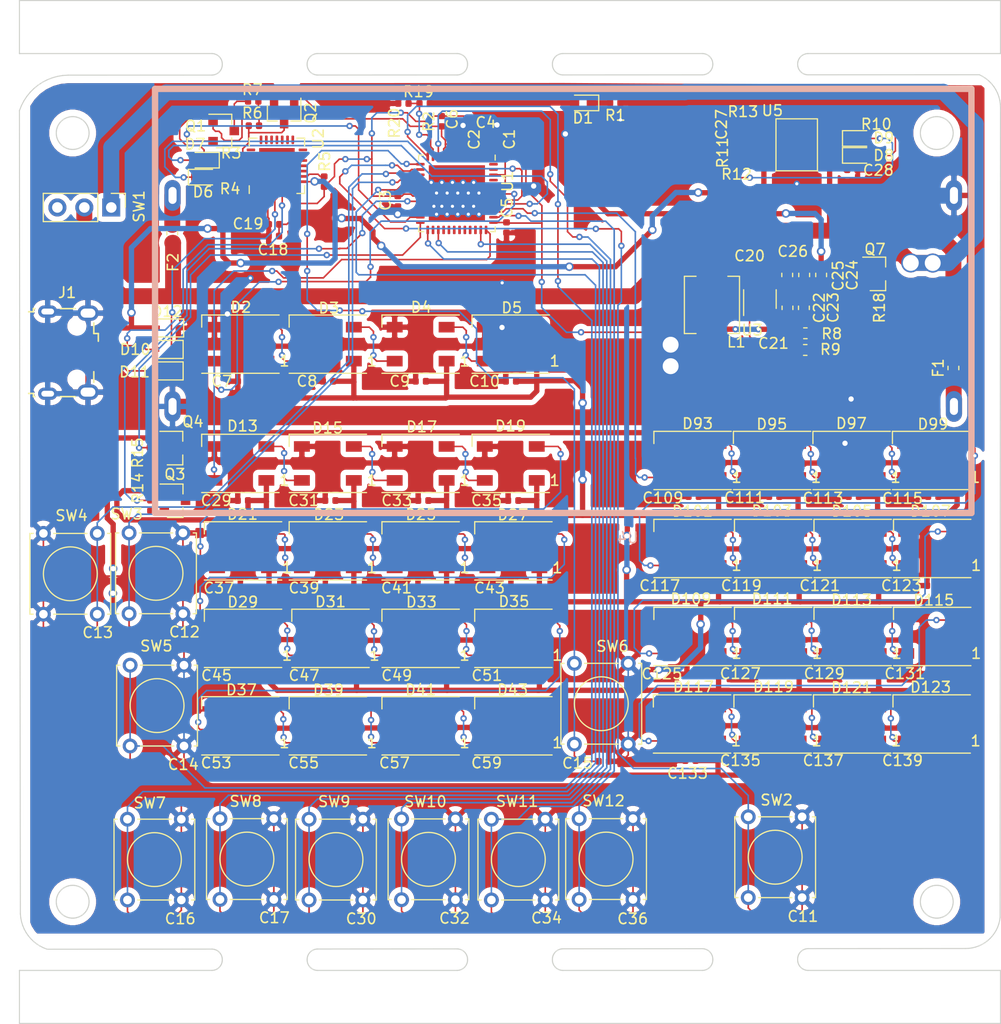
<source format=kicad_pcb>
(kicad_pcb (version 20171130) (host pcbnew 5.1.5+dfsg1-2build2)
  (layers (0 F.Cu signal) (31 B.Cu signal) (34 B.Paste user) (35 F.Paste user) (36 B.SilkS user) (37 F.SilkS user) (38 B.Mask user) (39 F.Mask user) (44 Edge.Cuts user))
  (net 0 "")
  (net 1 Board_1-+3V3)
  (net 2 Board_1-/herni_LED.sch/2.sch/DATA_IN)
  (net 3 Board_1-/herni_LED.sch/3.sch/DATA_IN)
  (net 4 Board_1-/herni_LED.sch/4.ch/DATA_IN)
  (net 5 Board_1-/hodnoceni_LED.sch/2.sch/DATA_IN)
  (net 6 Board_1-/hodnoceni_LED.sch/3.sch/DATA_IN)
  (net 7 Board_1-/hodnoceni_LED.sch/4.ch/DATA_IN)
  (net 8 Board_1-BARVA_1)
  (net 9 Board_1-BARVA_2)
  (net 10 Board_1-BARVA_3)
  (net 11 Board_1-BARVA_4)
  (net 12 Board_1-BARVA_5)
  (net 13 Board_1-BARVA_6)
  (net 14 Board_1-BTN_END)
  (net 15 Board_1-BTN_ENTER)
  (net 16 Board_1-BTN_NEW_GAME)
  (net 17 Board_1-BTN_SIPKA_VLEVO)
  (net 18 Board_1-BTN_SIPKA_VPRAVO)
  (net 19 Board_1-D+)
  (net 20 Board_1-D-)
  (net 21 Board_1-DATA_herni_LED)
  (net 22 Board_1-DATA_hodnoceni_LED)
  (net 23 Board_1-DATA_zadani_LED)
  (net 24 Board_1-EN)
  (net 25 Board_1-GND)
  (net 26 Board_1-IO0)
  (net 27 Board_1-MERENI_BATERKY)
  (net 28 "Board_1-Net-(C20-Pad1)")
  (net 29 "Board_1-Net-(C20-Pad2)")
  (net 30 "Board_1-Net-(C21-Pad1)")
  (net 31 "Board_1-Net-(C27-Pad1)")
  (net 32 "Board_1-Net-(D1-Pad1)")
  (net 33 "Board_1-Net-(D101-Pad2)")
  (net 34 "Board_1-Net-(D103-Pad2)")
  (net 35 "Board_1-Net-(D105-Pad2)")
  (net 36 "Board_1-Net-(D109-Pad2)")
  (net 37 "Board_1-Net-(D111-Pad2)")
  (net 38 "Board_1-Net-(D113-Pad2)")
  (net 39 "Board_1-Net-(D117-Pad2)")
  (net 40 "Board_1-Net-(D119-Pad2)")
  (net 41 "Board_1-Net-(D121-Pad2)")
  (net 42 "Board_1-Net-(D13-Pad2)")
  (net 43 "Board_1-Net-(D15-Pad2)")
  (net 44 "Board_1-Net-(D17-Pad2)")
  (net 45 "Board_1-Net-(D2-Pad2)")
  (net 46 "Board_1-Net-(D21-Pad2)")
  (net 47 "Board_1-Net-(D23-Pad2)")
  (net 48 "Board_1-Net-(D25-Pad2)")
  (net 49 "Board_1-Net-(D29-Pad2)")
  (net 50 "Board_1-Net-(D3-Pad2)")
  (net 51 "Board_1-Net-(D31-Pad2)")
  (net 52 "Board_1-Net-(D33-Pad2)")
  (net 53 "Board_1-Net-(D37-Pad2)")
  (net 54 "Board_1-Net-(D39-Pad2)")
  (net 55 "Board_1-Net-(D4-Pad2)")
  (net 56 "Board_1-Net-(D41-Pad2)")
  (net 57 "Board_1-Net-(D6-Pad1)")
  (net 58 "Board_1-Net-(D7-Pad2)")
  (net 59 "Board_1-Net-(D8-Pad1)")
  (net 60 "Board_1-Net-(D8-Pad2)")
  (net 61 "Board_1-Net-(D9-Pad1)")
  (net 62 "Board_1-Net-(D9-Pad2)")
  (net 63 "Board_1-Net-(D93-Pad2)")
  (net 64 "Board_1-Net-(D95-Pad2)")
  (net 65 "Board_1-Net-(D97-Pad2)")
  (net 66 "Board_1-Net-(F1-Pad1)")
  (net 67 "Board_1-Net-(F2-Pad1)")
  (net 68 "Board_1-Net-(Q1-Pad1)")
  (net 69 "Board_1-Net-(Q1-Pad3)")
  (net 70 "Board_1-Net-(Q2-Pad1)")
  (net 71 "Board_1-Net-(Q2-Pad3)")
  (net 72 "Board_1-Net-(Q3-Pad2)")
  (net 73 "Board_1-Net-(Q4-Pad2)")
  (net 74 "Board_1-Net-(Q7-Pad2)")
  (net 75 "Board_1-Net-(R13-Pad1)")
  (net 76 "Board_1-Net-(R3-Pad2)")
  (net 77 "Board_1-Net-(R4-Pad2)")
  (net 78 "Board_1-Net-(R5-Pad2)")
  (net 79 Board_1-RX_ESP)
  (net 80 Board_1-TX_ESP)
  (net 81 Board_1-VBUS)
  (net 82 Board_1-V_BAT)
  (net 83 Board_1-V_BAT_1)
  (net 84 Board_1-V_BAT_2)
  (net 85 Board_1-V_BAT_PRIME)
  (net 86 Board_1-V_BAT_SPINANE)
  (net 87 Board_1-ZAPINANI_1_CAST_LED)
  (net 88 Board_1-ZAPINANI_2_CAST_LED)
  (module NPTH (layer F.Cu) (at 115.396014 132.175605)
    (fp_text reference REF** hide)
    (fp_text value NPTH hide)
    (pad "" np_thru_hole circle (at 0 0) (size 0.4 0.4) (drill 0.4) (layers *.Cu *.Mask))
  )
  (module NPTH (layer F.Cu) (at 116.011399 132.17513)
    (fp_text reference REF** hide)
    (fp_text value NPTH hide)
    (pad "" np_thru_hole circle (at 0 0) (size 0.4 0.4) (drill 0.4) (layers *.Cu *.Mask))
  )
  (module NPTH (layer F.Cu) (at 116.626784 132.174654)
    (fp_text reference REF** hide)
    (fp_text value NPTH hide)
    (pad "" np_thru_hole circle (at 0 0) (size 0.4 0.4) (drill 0.4) (layers *.Cu *.Mask))
  )
  (module NPTH (layer F.Cu) (at 117.242168 132.174179)
    (fp_text reference REF** hide)
    (fp_text value NPTH hide)
    (pad "" np_thru_hole circle (at 0 0) (size 0.4 0.4) (drill 0.4) (layers *.Cu *.Mask))
  )
  (module NPTH (layer F.Cu) (at 117.857553 132.173703)
    (fp_text reference REF** hide)
    (fp_text value NPTH hide)
    (pad "" np_thru_hole circle (at 0 0) (size 0.4 0.4) (drill 0.4) (layers *.Cu *.Mask))
  )
  (module NPTH (layer F.Cu) (at 118.472937 132.173228)
    (fp_text reference REF** hide)
    (fp_text value NPTH hide)
    (pad "" np_thru_hole circle (at 0 0) (size 0.4 0.4) (drill 0.4) (layers *.Cu *.Mask))
  )
  (module NPTH (layer F.Cu) (at 119.088322 132.172752)
    (fp_text reference REF** hide)
    (fp_text value NPTH hide)
    (pad "" np_thru_hole circle (at 0 0) (size 0.4 0.4) (drill 0.4) (layers *.Cu *.Mask))
  )
  (module NPTH (layer F.Cu) (at 119.703707 132.172277)
    (fp_text reference REF** hide)
    (fp_text value NPTH hide)
    (pad "" np_thru_hole circle (at 0 0) (size 0.4 0.4) (drill 0.4) (layers *.Cu *.Mask))
  )
  (module NPTH (layer F.Cu) (at 120.319091 132.171801)
    (fp_text reference REF** hide)
    (fp_text value NPTH hide)
    (pad "" np_thru_hole circle (at 0 0) (size 0.4 0.4) (drill 0.4) (layers *.Cu *.Mask))
  )
  (module NPTH (layer F.Cu) (at 120.934476 132.171326)
    (fp_text reference REF** hide)
    (fp_text value NPTH hide)
    (pad "" np_thru_hole circle (at 0 0) (size 0.4 0.4) (drill 0.4) (layers *.Cu *.Mask))
  )
  (module NPTH (layer F.Cu) (at 121.54986 132.170851)
    (fp_text reference REF** hide)
    (fp_text value NPTH hide)
    (pad "" np_thru_hole circle (at 0 0) (size 0.4 0.4) (drill 0.4) (layers *.Cu *.Mask))
  )
  (module NPTH (layer F.Cu) (at 122.165245 132.170375)
    (fp_text reference REF** hide)
    (fp_text value NPTH hide)
    (pad "" np_thru_hole circle (at 0 0) (size 0.4 0.4) (drill 0.4) (layers *.Cu *.Mask))
  )
  (module NPTH (layer F.Cu) (at 122.78063 132.1699)
    (fp_text reference REF** hide)
    (fp_text value NPTH hide)
    (pad "" np_thru_hole circle (at 0 0) (size 0.4 0.4) (drill 0.4) (layers *.Cu *.Mask))
  )
  (module NPTH (layer F.Cu) (at 123.396014 132.169424)
    (fp_text reference REF** hide)
    (fp_text value NPTH hide)
    (pad "" np_thru_hole circle (at 0 0) (size 0.4 0.4) (drill 0.4) (layers *.Cu *.Mask))
  )
  (module NPTH (layer F.Cu) (at 92.263945 132.193478)
    (fp_text reference REF** hide)
    (fp_text value NPTH hide)
    (pad "" np_thru_hole circle (at 0 0) (size 0.4 0.4) (drill 0.4) (layers *.Cu *.Mask))
  )
  (module NPTH (layer F.Cu) (at 92.87933 132.193003)
    (fp_text reference REF** hide)
    (fp_text value NPTH hide)
    (pad "" np_thru_hole circle (at 0 0) (size 0.4 0.4) (drill 0.4) (layers *.Cu *.Mask))
  )
  (module NPTH (layer F.Cu) (at 93.494715 132.192527)
    (fp_text reference REF** hide)
    (fp_text value NPTH hide)
    (pad "" np_thru_hole circle (at 0 0) (size 0.4 0.4) (drill 0.4) (layers *.Cu *.Mask))
  )
  (module NPTH (layer F.Cu) (at 94.110099 132.192052)
    (fp_text reference REF** hide)
    (fp_text value NPTH hide)
    (pad "" np_thru_hole circle (at 0 0) (size 0.4 0.4) (drill 0.4) (layers *.Cu *.Mask))
  )
  (module NPTH (layer F.Cu) (at 94.725484 132.191576)
    (fp_text reference REF** hide)
    (fp_text value NPTH hide)
    (pad "" np_thru_hole circle (at 0 0) (size 0.4 0.4) (drill 0.4) (layers *.Cu *.Mask))
  )
  (module NPTH (layer F.Cu) (at 95.340868 132.191101)
    (fp_text reference REF** hide)
    (fp_text value NPTH hide)
    (pad "" np_thru_hole circle (at 0 0) (size 0.4 0.4) (drill 0.4) (layers *.Cu *.Mask))
  )
  (module NPTH (layer F.Cu) (at 95.956253 132.190625)
    (fp_text reference REF** hide)
    (fp_text value NPTH hide)
    (pad "" np_thru_hole circle (at 0 0) (size 0.4 0.4) (drill 0.4) (layers *.Cu *.Mask))
  )
  (module NPTH (layer F.Cu) (at 96.571638 132.19015)
    (fp_text reference REF** hide)
    (fp_text value NPTH hide)
    (pad "" np_thru_hole circle (at 0 0) (size 0.4 0.4) (drill 0.4) (layers *.Cu *.Mask))
  )
  (module NPTH (layer F.Cu) (at 97.187022 132.189674)
    (fp_text reference REF** hide)
    (fp_text value NPTH hide)
    (pad "" np_thru_hole circle (at 0 0) (size 0.4 0.4) (drill 0.4) (layers *.Cu *.Mask))
  )
  (module NPTH (layer F.Cu) (at 97.802407 132.189199)
    (fp_text reference REF** hide)
    (fp_text value NPTH hide)
    (pad "" np_thru_hole circle (at 0 0) (size 0.4 0.4) (drill 0.4) (layers *.Cu *.Mask))
  )
  (module NPTH (layer F.Cu) (at 98.417791 132.188723)
    (fp_text reference REF** hide)
    (fp_text value NPTH hide)
    (pad "" np_thru_hole circle (at 0 0) (size 0.4 0.4) (drill 0.4) (layers *.Cu *.Mask))
  )
  (module NPTH (layer F.Cu) (at 99.033176 132.188248)
    (fp_text reference REF** hide)
    (fp_text value NPTH hide)
    (pad "" np_thru_hole circle (at 0 0) (size 0.4 0.4) (drill 0.4) (layers *.Cu *.Mask))
  )
  (module NPTH (layer F.Cu) (at 99.648561 132.187772)
    (fp_text reference REF** hide)
    (fp_text value NPTH hide)
    (pad "" np_thru_hole circle (at 0 0) (size 0.4 0.4) (drill 0.4) (layers *.Cu *.Mask))
  )
  (module NPTH (layer F.Cu) (at 100.263945 132.187297)
    (fp_text reference REF** hide)
    (fp_text value NPTH hide)
    (pad "" np_thru_hole circle (at 0 0) (size 0.4 0.4) (drill 0.4) (layers *.Cu *.Mask))
  )
  (module NPTH (layer F.Cu) (at 69.131875 132.211351)
    (fp_text reference REF** hide)
    (fp_text value NPTH hide)
    (pad "" np_thru_hole circle (at 0 0) (size 0.4 0.4) (drill 0.4) (layers *.Cu *.Mask))
  )
  (module NPTH (layer F.Cu) (at 69.74726 132.210876)
    (fp_text reference REF** hide)
    (fp_text value NPTH hide)
    (pad "" np_thru_hole circle (at 0 0) (size 0.4 0.4) (drill 0.4) (layers *.Cu *.Mask))
  )
  (module NPTH (layer F.Cu) (at 70.362645 132.2104)
    (fp_text reference REF** hide)
    (fp_text value NPTH hide)
    (pad "" np_thru_hole circle (at 0 0) (size 0.4 0.4) (drill 0.4) (layers *.Cu *.Mask))
  )
  (module NPTH (layer F.Cu) (at 70.978029 132.209925)
    (fp_text reference REF** hide)
    (fp_text value NPTH hide)
    (pad "" np_thru_hole circle (at 0 0) (size 0.4 0.4) (drill 0.4) (layers *.Cu *.Mask))
  )
  (module NPTH (layer F.Cu) (at 71.593414 132.209449)
    (fp_text reference REF** hide)
    (fp_text value NPTH hide)
    (pad "" np_thru_hole circle (at 0 0) (size 0.4 0.4) (drill 0.4) (layers *.Cu *.Mask))
  )
  (module NPTH (layer F.Cu) (at 72.208798 132.208974)
    (fp_text reference REF** hide)
    (fp_text value NPTH hide)
    (pad "" np_thru_hole circle (at 0 0) (size 0.4 0.4) (drill 0.4) (layers *.Cu *.Mask))
  )
  (module NPTH (layer F.Cu) (at 72.824183 132.208498)
    (fp_text reference REF** hide)
    (fp_text value NPTH hide)
    (pad "" np_thru_hole circle (at 0 0) (size 0.4 0.4) (drill 0.4) (layers *.Cu *.Mask))
  )
  (module NPTH (layer F.Cu) (at 73.439568 132.208023)
    (fp_text reference REF** hide)
    (fp_text value NPTH hide)
    (pad "" np_thru_hole circle (at 0 0) (size 0.4 0.4) (drill 0.4) (layers *.Cu *.Mask))
  )
  (module NPTH (layer F.Cu) (at 74.054952 132.207547)
    (fp_text reference REF** hide)
    (fp_text value NPTH hide)
    (pad "" np_thru_hole circle (at 0 0) (size 0.4 0.4) (drill 0.4) (layers *.Cu *.Mask))
  )
  (module NPTH (layer F.Cu) (at 74.670337 132.207072)
    (fp_text reference REF** hide)
    (fp_text value NPTH hide)
    (pad "" np_thru_hole circle (at 0 0) (size 0.4 0.4) (drill 0.4) (layers *.Cu *.Mask))
  )
  (module NPTH (layer F.Cu) (at 75.285721 132.206596)
    (fp_text reference REF** hide)
    (fp_text value NPTH hide)
    (pad "" np_thru_hole circle (at 0 0) (size 0.4 0.4) (drill 0.4) (layers *.Cu *.Mask))
  )
  (module NPTH (layer F.Cu) (at 75.901106 132.206121)
    (fp_text reference REF** hide)
    (fp_text value NPTH hide)
    (pad "" np_thru_hole circle (at 0 0) (size 0.4 0.4) (drill 0.4) (layers *.Cu *.Mask))
  )
  (module NPTH (layer F.Cu) (at 76.516491 132.205645)
    (fp_text reference REF** hide)
    (fp_text value NPTH hide)
    (pad "" np_thru_hole circle (at 0 0) (size 0.4 0.4) (drill 0.4) (layers *.Cu *.Mask))
  )
  (module NPTH (layer F.Cu) (at 77.131875 132.20517)
    (fp_text reference REF** hide)
    (fp_text value NPTH hide)
    (pad "" np_thru_hole circle (at 0 0) (size 0.4 0.4) (drill 0.4) (layers *.Cu *.Mask))
  )
  (module NPTH (layer F.Cu) (at 123.396313 50.256219)
    (fp_text reference REF** hide)
    (fp_text value NPTH hide)
    (pad "" np_thru_hole circle (at 0 0) (size 0.4 0.4) (drill 0.4) (layers *.Cu *.Mask))
  )
  (module NPTH (layer F.Cu) (at 122.780928 50.256478)
    (fp_text reference REF** hide)
    (fp_text value NPTH hide)
    (pad "" np_thru_hole circle (at 0 0) (size 0.4 0.4) (drill 0.4) (layers *.Cu *.Mask))
  )
  (module NPTH (layer F.Cu) (at 122.165544 50.256737)
    (fp_text reference REF** hide)
    (fp_text value NPTH hide)
    (pad "" np_thru_hole circle (at 0 0) (size 0.4 0.4) (drill 0.4) (layers *.Cu *.Mask))
  )
  (module NPTH (layer F.Cu) (at 121.550159 50.256996)
    (fp_text reference REF** hide)
    (fp_text value NPTH hide)
    (pad "" np_thru_hole circle (at 0 0) (size 0.4 0.4) (drill 0.4) (layers *.Cu *.Mask))
  )
  (module NPTH (layer F.Cu) (at 120.934774 50.257256)
    (fp_text reference REF** hide)
    (fp_text value NPTH hide)
    (pad "" np_thru_hole circle (at 0 0) (size 0.4 0.4) (drill 0.4) (layers *.Cu *.Mask))
  )
  (module NPTH (layer F.Cu) (at 120.31939 50.257515)
    (fp_text reference REF** hide)
    (fp_text value NPTH hide)
    (pad "" np_thru_hole circle (at 0 0) (size 0.4 0.4) (drill 0.4) (layers *.Cu *.Mask))
  )
  (module NPTH (layer F.Cu) (at 119.704005 50.257774)
    (fp_text reference REF** hide)
    (fp_text value NPTH hide)
    (pad "" np_thru_hole circle (at 0 0) (size 0.4 0.4) (drill 0.4) (layers *.Cu *.Mask))
  )
  (module NPTH (layer F.Cu) (at 119.08862 50.258033)
    (fp_text reference REF** hide)
    (fp_text value NPTH hide)
    (pad "" np_thru_hole circle (at 0 0) (size 0.4 0.4) (drill 0.4) (layers *.Cu *.Mask))
  )
  (module NPTH (layer F.Cu) (at 118.473236 50.258292)
    (fp_text reference REF** hide)
    (fp_text value NPTH hide)
    (pad "" np_thru_hole circle (at 0 0) (size 0.4 0.4) (drill 0.4) (layers *.Cu *.Mask))
  )
  (module NPTH (layer F.Cu) (at 117.857851 50.258551)
    (fp_text reference REF** hide)
    (fp_text value NPTH hide)
    (pad "" np_thru_hole circle (at 0 0) (size 0.4 0.4) (drill 0.4) (layers *.Cu *.Mask))
  )
  (module NPTH (layer F.Cu) (at 117.242467 50.258811)
    (fp_text reference REF** hide)
    (fp_text value NPTH hide)
    (pad "" np_thru_hole circle (at 0 0) (size 0.4 0.4) (drill 0.4) (layers *.Cu *.Mask))
  )
  (module NPTH (layer F.Cu) (at 116.627082 50.25907)
    (fp_text reference REF** hide)
    (fp_text value NPTH hide)
    (pad "" np_thru_hole circle (at 0 0) (size 0.4 0.4) (drill 0.4) (layers *.Cu *.Mask))
  )
  (module NPTH (layer F.Cu) (at 116.011697 50.259329)
    (fp_text reference REF** hide)
    (fp_text value NPTH hide)
    (pad "" np_thru_hole circle (at 0 0) (size 0.4 0.4) (drill 0.4) (layers *.Cu *.Mask))
  )
  (module NPTH (layer F.Cu) (at 115.396313 50.259588)
    (fp_text reference REF** hide)
    (fp_text value NPTH hide)
    (pad "" np_thru_hole circle (at 0 0) (size 0.4 0.4) (drill 0.4) (layers *.Cu *.Mask))
  )
  (module NPTH (layer F.Cu) (at 100.264244 50.265962)
    (fp_text reference REF** hide)
    (fp_text value NPTH hide)
    (pad "" np_thru_hole circle (at 0 0) (size 0.4 0.4) (drill 0.4) (layers *.Cu *.Mask))
  )
  (module NPTH (layer F.Cu) (at 99.648859 50.266221)
    (fp_text reference REF** hide)
    (fp_text value NPTH hide)
    (pad "" np_thru_hole circle (at 0 0) (size 0.4 0.4) (drill 0.4) (layers *.Cu *.Mask))
  )
  (module NPTH (layer F.Cu) (at 99.033475 50.26648)
    (fp_text reference REF** hide)
    (fp_text value NPTH hide)
    (pad "" np_thru_hole circle (at 0 0) (size 0.4 0.4) (drill 0.4) (layers *.Cu *.Mask))
  )
  (module NPTH (layer F.Cu) (at 98.41809 50.266739)
    (fp_text reference REF** hide)
    (fp_text value NPTH hide)
    (pad "" np_thru_hole circle (at 0 0) (size 0.4 0.4) (drill 0.4) (layers *.Cu *.Mask))
  )
  (module NPTH (layer F.Cu) (at 97.802705 50.266998)
    (fp_text reference REF** hide)
    (fp_text value NPTH hide)
    (pad "" np_thru_hole circle (at 0 0) (size 0.4 0.4) (drill 0.4) (layers *.Cu *.Mask))
  )
  (module NPTH (layer F.Cu) (at 97.187321 50.267257)
    (fp_text reference REF** hide)
    (fp_text value NPTH hide)
    (pad "" np_thru_hole circle (at 0 0) (size 0.4 0.4) (drill 0.4) (layers *.Cu *.Mask))
  )
  (module NPTH (layer F.Cu) (at 96.571936 50.267517)
    (fp_text reference REF** hide)
    (fp_text value NPTH hide)
    (pad "" np_thru_hole circle (at 0 0) (size 0.4 0.4) (drill 0.4) (layers *.Cu *.Mask))
  )
  (module NPTH (layer F.Cu) (at 95.956551 50.267776)
    (fp_text reference REF** hide)
    (fp_text value NPTH hide)
    (pad "" np_thru_hole circle (at 0 0) (size 0.4 0.4) (drill 0.4) (layers *.Cu *.Mask))
  )
  (module NPTH (layer F.Cu) (at 95.341167 50.268035)
    (fp_text reference REF** hide)
    (fp_text value NPTH hide)
    (pad "" np_thru_hole circle (at 0 0) (size 0.4 0.4) (drill 0.4) (layers *.Cu *.Mask))
  )
  (module NPTH (layer F.Cu) (at 94.725782 50.268294)
    (fp_text reference REF** hide)
    (fp_text value NPTH hide)
    (pad "" np_thru_hole circle (at 0 0) (size 0.4 0.4) (drill 0.4) (layers *.Cu *.Mask))
  )
  (module NPTH (layer F.Cu) (at 94.110398 50.268553)
    (fp_text reference REF** hide)
    (fp_text value NPTH hide)
    (pad "" np_thru_hole circle (at 0 0) (size 0.4 0.4) (drill 0.4) (layers *.Cu *.Mask))
  )
  (module NPTH (layer F.Cu) (at 93.495013 50.268813)
    (fp_text reference REF** hide)
    (fp_text value NPTH hide)
    (pad "" np_thru_hole circle (at 0 0) (size 0.4 0.4) (drill 0.4) (layers *.Cu *.Mask))
  )
  (module NPTH (layer F.Cu) (at 92.879628 50.269072)
    (fp_text reference REF** hide)
    (fp_text value NPTH hide)
    (pad "" np_thru_hole circle (at 0 0) (size 0.4 0.4) (drill 0.4) (layers *.Cu *.Mask))
  )
  (module NPTH (layer F.Cu) (at 92.264244 50.269331)
    (fp_text reference REF** hide)
    (fp_text value NPTH hide)
    (pad "" np_thru_hole circle (at 0 0) (size 0.4 0.4) (drill 0.4) (layers *.Cu *.Mask))
  )
  (module NPTH (layer F.Cu) (at 77.132174 50.275704)
    (fp_text reference REF** hide)
    (fp_text value NPTH hide)
    (pad "" np_thru_hole circle (at 0 0) (size 0.4 0.4) (drill 0.4) (layers *.Cu *.Mask))
  )
  (module NPTH (layer F.Cu) (at 76.516789 50.275964)
    (fp_text reference REF** hide)
    (fp_text value NPTH hide)
    (pad "" np_thru_hole circle (at 0 0) (size 0.4 0.4) (drill 0.4) (layers *.Cu *.Mask))
  )
  (module NPTH (layer F.Cu) (at 75.901405 50.276223)
    (fp_text reference REF** hide)
    (fp_text value NPTH hide)
    (pad "" np_thru_hole circle (at 0 0) (size 0.4 0.4) (drill 0.4) (layers *.Cu *.Mask))
  )
  (module NPTH (layer F.Cu) (at 75.28602 50.276482)
    (fp_text reference REF** hide)
    (fp_text value NPTH hide)
    (pad "" np_thru_hole circle (at 0 0) (size 0.4 0.4) (drill 0.4) (layers *.Cu *.Mask))
  )
  (module NPTH (layer F.Cu) (at 74.670635 50.276741)
    (fp_text reference REF** hide)
    (fp_text value NPTH hide)
    (pad "" np_thru_hole circle (at 0 0) (size 0.4 0.4) (drill 0.4) (layers *.Cu *.Mask))
  )
  (module NPTH (layer F.Cu) (at 74.055251 50.277)
    (fp_text reference REF** hide)
    (fp_text value NPTH hide)
    (pad "" np_thru_hole circle (at 0 0) (size 0.4 0.4) (drill 0.4) (layers *.Cu *.Mask))
  )
  (module NPTH (layer F.Cu) (at 73.439866 50.277259)
    (fp_text reference REF** hide)
    (fp_text value NPTH hide)
    (pad "" np_thru_hole circle (at 0 0) (size 0.4 0.4) (drill 0.4) (layers *.Cu *.Mask))
  )
  (module NPTH (layer F.Cu) (at 72.824481 50.277519)
    (fp_text reference REF** hide)
    (fp_text value NPTH hide)
    (pad "" np_thru_hole circle (at 0 0) (size 0.4 0.4) (drill 0.4) (layers *.Cu *.Mask))
  )
  (module NPTH (layer F.Cu) (at 72.209097 50.277778)
    (fp_text reference REF** hide)
    (fp_text value NPTH hide)
    (pad "" np_thru_hole circle (at 0 0) (size 0.4 0.4) (drill 0.4) (layers *.Cu *.Mask))
  )
  (module NPTH (layer F.Cu) (at 71.593712 50.278037)
    (fp_text reference REF** hide)
    (fp_text value NPTH hide)
    (pad "" np_thru_hole circle (at 0 0) (size 0.4 0.4) (drill 0.4) (layers *.Cu *.Mask))
  )
  (module NPTH (layer F.Cu) (at 70.978328 50.278296)
    (fp_text reference REF** hide)
    (fp_text value NPTH hide)
    (pad "" np_thru_hole circle (at 0 0) (size 0.4 0.4) (drill 0.4) (layers *.Cu *.Mask))
  )
  (module NPTH (layer F.Cu) (at 70.362943 50.278555)
    (fp_text reference REF** hide)
    (fp_text value NPTH hide)
    (pad "" np_thru_hole circle (at 0 0) (size 0.4 0.4) (drill 0.4) (layers *.Cu *.Mask))
  )
  (module NPTH (layer F.Cu) (at 69.747558 50.278815)
    (fp_text reference REF** hide)
    (fp_text value NPTH hide)
    (pad "" np_thru_hole circle (at 0 0) (size 0.4 0.4) (drill 0.4) (layers *.Cu *.Mask))
  )
  (module NPTH (layer F.Cu) (at 69.132174 50.279074)
    (fp_text reference REF** hide)
    (fp_text value NPTH hide)
    (pad "" np_thru_hole circle (at 0 0) (size 0.4 0.4) (drill 0.4) (layers *.Cu *.Mask))
  )
  (module NPTH (layer F.Cu) (at 54.999001 136.974128)
    (fp_text reference REF** hide)
    (fp_text value NPTH hide)
    (pad "" np_thru_hole circle (at 0 0) (size 1.152 1.152) (drill 1.152) (layers *.Cu *.Mask))
  )
  (module NPTH (layer F.Cu) (at 137.528899 45.499)
    (fp_text reference REF** hide)
    (fp_text value NPTH hide)
    (pad "" np_thru_hole circle (at 0 0) (size 1.152 1.152) (drill 1.152) (layers *.Cu *.Mask))
  )
  (module NPTH (layer F.Cu) (at 54.999001 45.499)
    (fp_text reference REF** hide)
    (fp_text value NPTH hide)
    (pad "" np_thru_hole circle (at 0 0) (size 1.152 1.152) (drill 1.152) (layers *.Cu *.Mask))
  )
  (module Capacitor_SMD:C_0402_1005Metric (layer F.Cu) (at 95.0379 56.081249 270)
    (fp_text reference C1 (at 0 -1.17 90) (layer F.SilkS))
    (fp_text value 10u)
    (pad 1 smd roundrect (at -0.485 0 270) (size 0.59 0.64) (layers F.Cu F.Paste F.Mask) (net 25 Board_1-GND))
    (pad 2 smd roundrect (at 0.485 0 270) (size 0.59 0.64) (layers F.Cu F.Paste F.Mask) (net 1 Board_1-+3V3))
  )
  (module Capacitor_SMD:C_0402_1005Metric (layer F.Cu) (at 91.8379 56.056249 90)
    (fp_text reference C2 (at -0.05 1.05 90) (layer F.SilkS))
    (fp_text value 100n)
    (pad 1 smd roundrect (at -0.485 0 90) (size 0.59 0.64) (layers F.Cu F.Paste F.Mask) (net 1 Board_1-+3V3))
    (pad 2 smd roundrect (at 0.485 0 90) (size 0.59 0.64) (layers F.Cu F.Paste F.Mask) (net 25 Board_1-GND))
  )
  (module Capacitor_SMD:C_0402_1005Metric (layer F.Cu) (at 85.6879 61.931249 90)
    (fp_text reference C3 (at 0.075 -1.175 90) (layer F.SilkS))
    (fp_text value 100n)
    (pad 1 smd roundrect (at -0.485 0 90) (size 0.59 0.64) (layers F.Cu F.Paste F.Mask) (net 25 Board_1-GND))
    (pad 2 smd roundrect (at 0.485 0 90) (size 0.59 0.64) (layers F.Cu F.Paste F.Mask) (net 1 Board_1-+3V3))
  )
  (module Capacitor_SMD:C_0402_1005Metric (layer F.Cu) (at 93.9879 56.081249 90)
    (fp_text reference C4 (at 1.575 0) (layer F.SilkS))
    (fp_text value 100n)
    (pad 1 smd roundrect (at -0.485 0 90) (size 0.59 0.64) (layers F.Cu F.Paste F.Mask) (net 1 Board_1-+3V3))
    (pad 2 smd roundrect (at 0.485 0 90) (size 0.59 0.64) (layers F.Cu F.Paste F.Mask) (net 25 Board_1-GND))
  )
  (module Capacitor_SMD:C_0402_1005Metric (layer F.Cu) (at 95.9379 64.406249 90)
    (fp_text reference C5 (at 1.85 0.05 90) (layer F.SilkS))
    (fp_text value 100n)
    (pad 1 smd roundrect (at -0.485 0 90) (size 0.59 0.64) (layers F.Cu F.Paste F.Mask) (net 25 Board_1-GND))
    (pad 2 smd roundrect (at 0.485 0 90) (size 0.59 0.64) (layers F.Cu F.Paste F.Mask) (net 1 Board_1-+3V3))
  )
  (module Capacitor_SMD:C_0402_1005Metric (layer F.Cu) (at 90.7879 56.056249 270)
    (fp_text reference C6 (at -1.875 -0.025 90) (layer F.SilkS))
    (fp_text value 100n)
    (pad 1 smd roundrect (at -0.485 0 270) (size 0.59 0.64) (layers F.Cu F.Paste F.Mask) (net 25 Board_1-GND))
    (pad 2 smd roundrect (at 0.485 0 270) (size 0.59 0.64) (layers F.Cu F.Paste F.Mask) (net 24 Board_1-EN))
  )
  (module Capacitor_SMD:C_0402_1005Metric (layer F.Cu) (at 71.0879 78.906249 180)
    (fp_text reference C7 (at 2 0) (layer F.SilkS))
    (fp_text value 100n)
    (pad 1 smd roundrect (at -0.485 0 180) (size 0.59 0.64) (layers F.Cu F.Paste F.Mask) (net 83 Board_1-V_BAT_1))
    (pad 2 smd roundrect (at 0.485 0 180) (size 0.59 0.64) (layers F.Cu F.Paste F.Mask) (net 25 Board_1-GND))
  )
  (module Capacitor_SMD:C_0402_1005Metric (layer F.Cu) (at 79.1029 78.906249 180)
    (fp_text reference C8 (at 1.985 0) (layer F.SilkS))
    (fp_text value 100n)
    (pad 1 smd roundrect (at -0.485 0 180) (size 0.59 0.64) (layers F.Cu F.Paste F.Mask) (net 83 Board_1-V_BAT_1))
    (pad 2 smd roundrect (at 0.485 0 180) (size 0.59 0.64) (layers F.Cu F.Paste F.Mask) (net 25 Board_1-GND))
  )
  (module Capacitor_SMD:C_0402_1005Metric (layer F.Cu) (at 87.8529 78.906249 180)
    (fp_text reference C9 (at 1.985 0) (layer F.SilkS))
    (fp_text value 100n)
    (pad 1 smd roundrect (at -0.485 0 180) (size 0.59 0.64) (layers F.Cu F.Paste F.Mask) (net 83 Board_1-V_BAT_1))
    (pad 2 smd roundrect (at 0.485 0 180) (size 0.59 0.64) (layers F.Cu F.Paste F.Mask) (net 25 Board_1-GND))
  )
  (module Capacitor_SMD:C_0402_1005Metric (layer F.Cu) (at 96.3529 78.906249 180)
    (fp_text reference C10 (at 2.485 0) (layer F.SilkS))
    (fp_text value 100n)
    (pad 1 smd roundrect (at -0.485 0 180) (size 0.59 0.64) (layers F.Cu F.Paste F.Mask) (net 83 Board_1-V_BAT_1))
    (pad 2 smd roundrect (at 0.485 0 180) (size 0.59 0.64) (layers F.Cu F.Paste F.Mask) (net 25 Board_1-GND))
  )
  (module Capacitor_SMD:C_0402_1005Metric (layer F.Cu) (at 121.5129 129.256249 180)
    (fp_text reference C11 (at -2.375 -0.125) (layer F.SilkS))
    (fp_text value 10n)
    (pad 1 smd roundrect (at -0.485 0 180) (size 0.59 0.64) (layers F.Cu F.Paste F.Mask) (net 25 Board_1-GND))
    (pad 2 smd roundrect (at 0.485 0 180) (size 0.59 0.64) (layers F.Cu F.Paste F.Mask) (net 15 Board_1-BTN_ENTER))
  )
  (module Capacitor_SMD:C_0402_1005Metric (layer F.Cu) (at 63.0629 102.681249 180)
    (fp_text reference C12 (at -2.5 0.125 180) (layer F.SilkS))
    (fp_text value 10n)
    (pad 1 smd roundrect (at -0.485 0 180) (size 0.59 0.64) (layers F.Cu F.Paste F.Mask) (net 25 Board_1-GND))
    (pad 2 smd roundrect (at 0.485 0 180) (size 0.59 0.64) (layers F.Cu F.Paste F.Mask) (net 14 Board_1-BTN_END))
  )
  (module Capacitor_SMD:C_0402_1005Metric (layer F.Cu) (at 54.8379 102.706249)
    (fp_text reference C13 (at 2.55 -0.1) (layer F.SilkS))
    (fp_text value 10n)
    (pad 1 smd roundrect (at -0.485 0) (size 0.59 0.64) (layers F.Cu F.Paste F.Mask) (net 25 Board_1-GND))
    (pad 2 smd roundrect (at 0.485 0) (size 0.59 0.64) (layers F.Cu F.Paste F.Mask) (net 16 Board_1-BTN_NEW_GAME))
  )
  (module Capacitor_SMD:C_0402_1005Metric (layer F.Cu) (at 62.9879 114.956249 180)
    (fp_text reference C14 (at -2.465 -0.1) (layer F.SilkS))
    (fp_text value 10n)
    (pad 1 smd roundrect (at -0.485 0 180) (size 0.59 0.64) (layers F.Cu F.Paste F.Mask) (net 25 Board_1-GND))
    (pad 2 smd roundrect (at 0.485 0 180) (size 0.59 0.64) (layers F.Cu F.Paste F.Mask) (net 17 Board_1-BTN_SIPKA_VLEVO))
  )
  (module Capacitor_SMD:C_0402_1005Metric (layer F.Cu) (at 105.1129 114.756249 180)
    (fp_text reference C15 (at 2.475 -0.175) (layer F.SilkS))
    (fp_text value 10n)
    (pad 1 smd roundrect (at -0.485 0 180) (size 0.59 0.64) (layers F.Cu F.Paste F.Mask) (net 25 Board_1-GND))
    (pad 2 smd roundrect (at 0.485 0 180) (size 0.59 0.64) (layers F.Cu F.Paste F.Mask) (net 18 Board_1-BTN_SIPKA_VPRAVO))
  )
  (module Capacitor_SMD:C_0402_1005Metric (layer F.Cu) (at 62.7629 129.406249 180)
    (fp_text reference C16 (at -2.4 -0.2) (layer F.SilkS))
    (fp_text value 10n)
    (pad 1 smd roundrect (at -0.485 0 180) (size 0.59 0.64) (layers F.Cu F.Paste F.Mask) (net 25 Board_1-GND))
    (pad 2 smd roundrect (at 0.485 0 180) (size 0.59 0.64) (layers F.Cu F.Paste F.Mask) (net 8 Board_1-BARVA_1))
  )
  (module Capacitor_SMD:C_0402_1005Metric (layer F.Cu) (at 71.6379 129.381249 180)
    (fp_text reference C17 (at -2.4 -0.125) (layer F.SilkS))
    (fp_text value 10n)
    (pad 1 smd roundrect (at -0.485 0 180) (size 0.59 0.64) (layers F.Cu F.Paste F.Mask) (net 25 Board_1-GND))
    (pad 2 smd roundrect (at 0.485 0 180) (size 0.59 0.64) (layers F.Cu F.Paste F.Mask) (net 9 Board_1-BARVA_2))
  )
  (module Capacitor_SMD:C_0402_1005Metric (layer F.Cu) (at 74.0129 64.106249)
    (fp_text reference C19 (at -2.45 -0.05) (layer F.SilkS))
    (fp_text value 100n)
    (pad 1 smd roundrect (at -0.485 0) (size 0.59 0.64) (layers F.Cu F.Paste F.Mask) (net 25 Board_1-GND))
    (pad 2 smd roundrect (at 0.485 0) (size 0.59 0.64) (layers F.Cu F.Paste F.Mask) (net 1 Board_1-+3V3))
  )
  (module Capacitor_SMD:C_0402_1005Metric (layer F.Cu) (at 119.3629 68.281249 180)
    (fp_text reference C20 (at 0.5 1.2) (layer F.SilkS))
    (fp_text value 100n)
    (pad 1 smd roundrect (at -0.485 0 180) (size 0.59 0.64) (layers F.Cu F.Paste F.Mask) (net 28 "Board_1-Net-(C20-Pad1)"))
    (pad 2 smd roundrect (at 0.485 0 180) (size 0.59 0.64) (layers F.Cu F.Paste F.Mask) (net 29 "Board_1-Net-(C20-Pad2)"))
  )
  (module Capacitor_SMD:C_0402_1005Metric (layer F.Cu) (at 121.5129 74.006249 180)
    (fp_text reference C21 (at 0.4 -1.325 180) (layer F.SilkS))
    (fp_text value 47p)
    (pad 1 smd roundrect (at -0.485 0 180) (size 0.59 0.64) (layers F.Cu F.Paste F.Mask) (net 30 "Board_1-Net-(C21-Pad1)"))
    (pad 2 smd roundrect (at 0.485 0 180) (size 0.59 0.64) (layers F.Cu F.Paste F.Mask) (net 1 Board_1-+3V3))
  )
  (module Capacitor_SMD:C_0603_1608Metric (layer F.Cu) (at 122.4379 71.981249 270)
    (fp_text reference C22 (at 0 -3 270) (layer F.SilkS))
    (fp_text value 22u)
    (pad 1 smd roundrect (at -0.7875 0 270) (size 0.875 0.95) (layers F.Cu F.Paste F.Mask) (net 25 Board_1-GND))
    (pad 2 smd roundrect (at 0.7875 0 270) (size 0.875 0.95) (layers F.Cu F.Paste F.Mask) (net 1 Board_1-+3V3))
  )
  (module Capacitor_SMD:C_0603_1608Metric (layer F.Cu) (at 123.9879 71.981249 270)
    (fp_text reference C23 (at -0.025 -2.75 90) (layer F.SilkS))
    (fp_text value 22u)
    (pad 1 smd roundrect (at -0.7875 0 270) (size 0.875 0.95) (layers F.Cu F.Paste F.Mask) (net 25 Board_1-GND))
    (pad 2 smd roundrect (at 0.7875 0 270) (size 0.875 0.95) (layers F.Cu F.Paste F.Mask) (net 1 Board_1-+3V3))
  )
  (module Capacitor_SMD:C_0603_1608Metric (layer F.Cu) (at 125.6129 68.881249 270)
    (fp_text reference C24 (at 0.025 -2.925 270) (layer F.SilkS))
    (fp_text value 22u)
    (pad 1 smd roundrect (at -0.7875 0 270) (size 0.875 0.95) (layers F.Cu F.Paste F.Mask) (net 82 Board_1-V_BAT))
    (pad 2 smd roundrect (at 0.7875 0 270) (size 0.875 0.95) (layers F.Cu F.Paste F.Mask) (net 25 Board_1-GND))
  )
  (module Capacitor_SMD:C_0603_1608Metric (layer F.Cu) (at 124.0129 68.881249 270)
    (fp_text reference C25 (at 0.075 -3.2 270) (layer F.SilkS))
    (fp_text value 22u)
    (pad 1 smd roundrect (at -0.7875 0 270) (size 0.875 0.95) (layers F.Cu F.Paste F.Mask) (net 82 Board_1-V_BAT))
    (pad 2 smd roundrect (at 0.7875 0 270) (size 0.875 0.95) (layers F.Cu F.Paste F.Mask) (net 25 Board_1-GND))
  )
  (module Capacitor_SMD:C_0603_1608Metric (layer F.Cu) (at 122.4129 68.881249 270)
    (fp_text reference C26 (at -2.225 -0.525 180) (layer F.SilkS))
    (fp_text value 22u)
    (pad 1 smd roundrect (at -0.7875 0 270) (size 0.875 0.95) (layers F.Cu F.Paste F.Mask) (net 82 Board_1-V_BAT))
    (pad 2 smd roundrect (at 0.7875 0 270) (size 0.875 0.95) (layers F.Cu F.Paste F.Mask) (net 25 Board_1-GND))
  )
  (module Capacitor_SMD:C_0402_1005Metric (layer F.Cu) (at 117.3879 55.206249 90)
    (fp_text reference C27 (at 0.525 -1.175 90) (layer F.SilkS))
    (fp_text value 10u)
    (pad 1 smd roundrect (at -0.485 0 90) (size 0.59 0.64) (layers F.Cu F.Paste F.Mask) (net 31 "Board_1-Net-(C27-Pad1)"))
    (pad 2 smd roundrect (at 0.485 0 90) (size 0.59 0.64) (layers F.Cu F.Paste F.Mask) (net 25 Board_1-GND))
  )
  (module Capacitor_SMD:C_0402_1005Metric (layer F.Cu) (at 128.5629 58.956249)
    (fp_text reference C28 (at 2.45 0.05) (layer F.SilkS))
    (fp_text value 10u)
    (pad 1 smd roundrect (at -0.485 0) (size 0.59 0.64) (layers F.Cu F.Paste F.Mask) (net 85 Board_1-V_BAT_PRIME))
    (pad 2 smd roundrect (at 0.485 0) (size 0.59 0.64) (layers F.Cu F.Paste F.Mask) (net 25 Board_1-GND))
  )
  (module Capacitor_SMD:C_0402_1005Metric (layer F.Cu) (at 71.0729 90.156249 180)
    (fp_text reference C29 (at 2.515 0) (layer F.SilkS))
    (fp_text value 100n)
    (pad 1 smd roundrect (at -0.485 0 180) (size 0.59 0.64) (layers F.Cu F.Paste F.Mask) (net 83 Board_1-V_BAT_1))
    (pad 2 smd roundrect (at 0.485 0 180) (size 0.59 0.64) (layers F.Cu F.Paste F.Mask) (net 25 Board_1-GND))
  )
  (module Capacitor_SMD:C_0402_1005Metric (layer F.Cu) (at 79.3229 90.156249 180)
    (fp_text reference C31 (at 2.515 0) (layer F.SilkS))
    (fp_text value 100n)
    (pad 1 smd roundrect (at -0.485 0 180) (size 0.59 0.64) (layers F.Cu F.Paste F.Mask) (net 83 Board_1-V_BAT_1))
    (pad 2 smd roundrect (at 0.485 0 180) (size 0.59 0.64) (layers F.Cu F.Paste F.Mask) (net 25 Board_1-GND))
  )
  (module Capacitor_SMD:C_0402_1005Metric (layer F.Cu) (at 88.0879 90.156249 180)
    (fp_text reference C33 (at 2.5 0) (layer F.SilkS))
    (fp_text value 100n)
    (pad 1 smd roundrect (at -0.485 0 180) (size 0.59 0.64) (layers F.Cu F.Paste F.Mask) (net 83 Board_1-V_BAT_1))
    (pad 2 smd roundrect (at 0.485 0 180) (size 0.59 0.64) (layers F.Cu F.Paste F.Mask) (net 25 Board_1-GND))
  )
  (module Capacitor_SMD:C_0402_1005Metric (layer F.Cu) (at 96.5729 90.156249 180)
    (fp_text reference C35 (at 2.515 0) (layer F.SilkS))
    (fp_text value 100n)
    (pad 1 smd roundrect (at -0.485 0 180) (size 0.59 0.64) (layers F.Cu F.Paste F.Mask) (net 83 Board_1-V_BAT_1))
    (pad 2 smd roundrect (at 0.485 0 180) (size 0.59 0.64) (layers F.Cu F.Paste F.Mask) (net 25 Board_1-GND))
  )
  (module Capacitor_SMD:C_0402_1005Metric (layer F.Cu) (at 71.3229 98.406249 180)
    (fp_text reference C37 (at 2.515 0) (layer F.SilkS))
    (fp_text value 100n)
    (pad 1 smd roundrect (at -0.485 0 180) (size 0.59 0.64) (layers F.Cu F.Paste F.Mask) (net 83 Board_1-V_BAT_1))
    (pad 2 smd roundrect (at 0.485 0 180) (size 0.59 0.64) (layers F.Cu F.Paste F.Mask) (net 25 Board_1-GND))
  )
  (module Capacitor_SMD:C_0402_1005Metric (layer F.Cu) (at 79.3379 98.406249 180)
    (fp_text reference C39 (at 2.5 0) (layer F.SilkS))
    (fp_text value 100n)
    (pad 1 smd roundrect (at -0.485 0 180) (size 0.59 0.64) (layers F.Cu F.Paste F.Mask) (net 83 Board_1-V_BAT_1))
    (pad 2 smd roundrect (at 0.485 0 180) (size 0.59 0.64) (layers F.Cu F.Paste F.Mask) (net 25 Board_1-GND))
  )
  (module Capacitor_SMD:C_0402_1005Metric (layer F.Cu) (at 88.0729 98.406249 180)
    (fp_text reference C41 (at 2.515 0) (layer F.SilkS))
    (fp_text value 100n)
    (pad 1 smd roundrect (at -0.485 0 180) (size 0.59 0.64) (layers F.Cu F.Paste F.Mask) (net 83 Board_1-V_BAT_1))
    (pad 2 smd roundrect (at 0.485 0 180) (size 0.59 0.64) (layers F.Cu F.Paste F.Mask) (net 25 Board_1-GND))
  )
  (module Capacitor_SMD:C_0402_1005Metric (layer F.Cu) (at 96.8379 98.406249 180)
    (fp_text reference C43 (at 2.5 0) (layer F.SilkS))
    (fp_text value 100n)
    (pad 1 smd roundrect (at -0.485 0 180) (size 0.59 0.64) (layers F.Cu F.Paste F.Mask) (net 83 Board_1-V_BAT_1))
    (pad 2 smd roundrect (at 0.485 0 180) (size 0.59 0.64) (layers F.Cu F.Paste F.Mask) (net 25 Board_1-GND))
  )
  (module Capacitor_SMD:C_0402_1005Metric (layer F.Cu) (at 71.0879 106.656249 180)
    (fp_text reference C45 (at 2.5 0) (layer F.SilkS))
    (fp_text value 100n)
    (pad 1 smd roundrect (at -0.485 0 180) (size 0.59 0.64) (layers F.Cu F.Paste F.Mask) (net 83 Board_1-V_BAT_1))
    (pad 2 smd roundrect (at 0.485 0 180) (size 0.59 0.64) (layers F.Cu F.Paste F.Mask) (net 25 Board_1-GND))
  )
  (module Capacitor_SMD:C_0402_1005Metric (layer F.Cu) (at 79.3379 106.656249 180)
    (fp_text reference C47 (at 2.5 0) (layer F.SilkS))
    (fp_text value 100n)
    (pad 1 smd roundrect (at -0.485 0 180) (size 0.59 0.64) (layers F.Cu F.Paste F.Mask) (net 83 Board_1-V_BAT_1))
    (pad 2 smd roundrect (at 0.485 0 180) (size 0.59 0.64) (layers F.Cu F.Paste F.Mask) (net 25 Board_1-GND))
  )
  (module Capacitor_SMD:C_0402_1005Metric (layer F.Cu) (at 88.0879 106.656249 180)
    (fp_text reference C49 (at 2.5 0) (layer F.SilkS))
    (fp_text value 100n)
    (pad 1 smd roundrect (at -0.485 0 180) (size 0.59 0.64) (layers F.Cu F.Paste F.Mask) (net 83 Board_1-V_BAT_1))
    (pad 2 smd roundrect (at 0.485 0 180) (size 0.59 0.64) (layers F.Cu F.Paste F.Mask) (net 25 Board_1-GND))
  )
  (module Capacitor_SMD:C_0402_1005Metric (layer F.Cu) (at 96.5879 106.656249 180)
    (fp_text reference C51 (at 2.5 0) (layer F.SilkS))
    (fp_text value 100n)
    (pad 1 smd roundrect (at -0.485 0 180) (size 0.59 0.64) (layers F.Cu F.Paste F.Mask) (net 83 Board_1-V_BAT_1))
    (pad 2 smd roundrect (at 0.485 0 180) (size 0.59 0.64) (layers F.Cu F.Paste F.Mask) (net 25 Board_1-GND))
  )
  (module Capacitor_SMD:C_0402_1005Metric (layer F.Cu) (at 71.0729 114.906249 180)
    (fp_text reference C53 (at 2.515 0) (layer F.SilkS))
    (fp_text value 100n)
    (pad 1 smd roundrect (at -0.485 0 180) (size 0.59 0.64) (layers F.Cu F.Paste F.Mask) (net 84 Board_1-V_BAT_2))
    (pad 2 smd roundrect (at 0.485 0 180) (size 0.59 0.64) (layers F.Cu F.Paste F.Mask) (net 25 Board_1-GND))
  )
  (module Capacitor_SMD:C_0402_1005Metric (layer F.Cu) (at 79.3229 114.906249 180)
    (fp_text reference C55 (at 2.515 0) (layer F.SilkS))
    (fp_text value 100n)
    (pad 1 smd roundrect (at -0.485 0 180) (size 0.59 0.64) (layers F.Cu F.Paste F.Mask) (net 84 Board_1-V_BAT_2))
    (pad 2 smd roundrect (at 0.485 0 180) (size 0.59 0.64) (layers F.Cu F.Paste F.Mask) (net 25 Board_1-GND))
  )
  (module Capacitor_SMD:C_0402_1005Metric (layer F.Cu) (at 87.8529 114.906249 180)
    (fp_text reference C57 (at 2.485 0) (layer F.SilkS))
    (fp_text value 100n)
    (pad 1 smd roundrect (at -0.485 0 180) (size 0.59 0.64) (layers F.Cu F.Paste F.Mask) (net 84 Board_1-V_BAT_2))
    (pad 2 smd roundrect (at 0.485 0 180) (size 0.59 0.64) (layers F.Cu F.Paste F.Mask) (net 25 Board_1-GND))
  )
  (module Capacitor_SMD:C_0402_1005Metric (layer F.Cu) (at 96.5729 114.906249 180)
    (fp_text reference C59 (at 2.515 0) (layer F.SilkS))
    (fp_text value 100n)
    (pad 1 smd roundrect (at -0.485 0 180) (size 0.59 0.64) (layers F.Cu F.Paste F.Mask) (net 84 Board_1-V_BAT_2))
    (pad 2 smd roundrect (at 0.485 0 180) (size 0.59 0.64) (layers F.Cu F.Paste F.Mask) (net 25 Board_1-GND))
  )
  (module Capacitor_SMD:C_0402_1005Metric (layer F.Cu) (at 113.5879 89.781249 180)
    (fp_text reference C109 (at 2.9 -0.125) (layer F.SilkS))
    (fp_text value 100n)
    (pad 1 smd roundrect (at -0.485 0 180) (size 0.59 0.64) (layers F.Cu F.Paste F.Mask) (net 83 Board_1-V_BAT_1))
    (pad 2 smd roundrect (at 0.485 0 180) (size 0.59 0.64) (layers F.Cu F.Paste F.Mask) (net 25 Board_1-GND))
  )
  (module Capacitor_SMD:C_0402_1005Metric (layer F.Cu) (at 121.1879 89.781249 180)
    (fp_text reference C111 (at 2.8 -0.1) (layer F.SilkS))
    (fp_text value 100n)
    (pad 1 smd roundrect (at -0.485 0 180) (size 0.59 0.64) (layers F.Cu F.Paste F.Mask) (net 83 Board_1-V_BAT_1))
    (pad 2 smd roundrect (at 0.485 0 180) (size 0.59 0.64) (layers F.Cu F.Paste F.Mask) (net 25 Board_1-GND))
  )
  (module Capacitor_SMD:C_0402_1005Metric (layer F.Cu) (at 128.6879 89.781249 180)
    (fp_text reference C113 (at 2.9 -0.15) (layer F.SilkS))
    (fp_text value 100n)
    (pad 1 smd roundrect (at -0.485 0 180) (size 0.59 0.64) (layers F.Cu F.Paste F.Mask) (net 83 Board_1-V_BAT_1))
    (pad 2 smd roundrect (at 0.485 0 180) (size 0.59 0.64) (layers F.Cu F.Paste F.Mask) (net 25 Board_1-GND))
  )
  (module Capacitor_SMD:C_0402_1005Metric (layer F.Cu) (at 136.1879 89.781249 180)
    (fp_text reference C115 (at 2.9 -0.175) (layer F.SilkS))
    (fp_text value 100n)
    (pad 1 smd roundrect (at -0.485 0 180) (size 0.59 0.64) (layers F.Cu F.Paste F.Mask) (net 83 Board_1-V_BAT_1))
    (pad 2 smd roundrect (at 0.485 0 180) (size 0.59 0.64) (layers F.Cu F.Paste F.Mask) (net 25 Board_1-GND))
  )
  (module Capacitor_SMD:C_0402_1005Metric (layer F.Cu) (at 113.2879 98.181249 180)
    (fp_text reference C117 (at 2.9 0) (layer F.SilkS))
    (fp_text value 100n)
    (pad 1 smd roundrect (at -0.485 0 180) (size 0.59 0.64) (layers F.Cu F.Paste F.Mask) (net 83 Board_1-V_BAT_1))
    (pad 2 smd roundrect (at 0.485 0 180) (size 0.59 0.64) (layers F.Cu F.Paste F.Mask) (net 25 Board_1-GND))
  )
  (module Capacitor_SMD:C_0402_1005Metric (layer F.Cu) (at 120.9879 98.181249 180)
    (fp_text reference C119 (at 2.9 0) (layer F.SilkS))
    (fp_text value 100n)
    (pad 1 smd roundrect (at -0.485 0 180) (size 0.59 0.64) (layers F.Cu F.Paste F.Mask) (net 83 Board_1-V_BAT_1))
    (pad 2 smd roundrect (at 0.485 0 180) (size 0.59 0.64) (layers F.Cu F.Paste F.Mask) (net 25 Board_1-GND))
  )
  (module Capacitor_SMD:C_0402_1005Metric (layer F.Cu) (at 128.3879 98.181249 180)
    (fp_text reference C121 (at 2.9 0) (layer F.SilkS))
    (fp_text value 100n)
    (pad 1 smd roundrect (at -0.485 0 180) (size 0.59 0.64) (layers F.Cu F.Paste F.Mask) (net 83 Board_1-V_BAT_1))
    (pad 2 smd roundrect (at 0.485 0 180) (size 0.59 0.64) (layers F.Cu F.Paste F.Mask) (net 25 Board_1-GND))
  )
  (module Capacitor_SMD:C_0402_1005Metric (layer F.Cu) (at 136.0879 98.181249 180)
    (fp_text reference C123 (at 2.9 0) (layer F.SilkS))
    (fp_text value 100n)
    (pad 1 smd roundrect (at -0.485 0 180) (size 0.59 0.64) (layers F.Cu F.Paste F.Mask) (net 83 Board_1-V_BAT_1))
    (pad 2 smd roundrect (at 0.485 0 180) (size 0.59 0.64) (layers F.Cu F.Paste F.Mask) (net 25 Board_1-GND))
  )
  (module Capacitor_SMD:C_0402_1005Metric (layer F.Cu) (at 113.4379 106.531249 180)
    (fp_text reference C125 (at 2.85 0.025) (layer F.SilkS))
    (fp_text value 100n)
    (pad 1 smd roundrect (at -0.485 0 180) (size 0.59 0.64) (layers F.Cu F.Paste F.Mask) (net 83 Board_1-V_BAT_1))
    (pad 2 smd roundrect (at 0.485 0 180) (size 0.59 0.64) (layers F.Cu F.Paste F.Mask) (net 25 Board_1-GND))
  )
  (module Capacitor_SMD:C_0402_1005Metric (layer F.Cu) (at 120.8879 106.481249 180)
    (fp_text reference C127 (at 2.9 0) (layer F.SilkS))
    (fp_text value 100n)
    (pad 1 smd roundrect (at -0.485 0 180) (size 0.59 0.64) (layers F.Cu F.Paste F.Mask) (net 83 Board_1-V_BAT_1))
    (pad 2 smd roundrect (at 0.485 0 180) (size 0.59 0.64) (layers F.Cu F.Paste F.Mask) (net 25 Board_1-GND))
  )
  (module Capacitor_SMD:C_0402_1005Metric (layer F.Cu) (at 128.7729 106.481249 180)
    (fp_text reference C129 (at 2.865 0) (layer F.SilkS))
    (fp_text value 100n)
    (pad 1 smd roundrect (at -0.485 0 180) (size 0.59 0.64) (layers F.Cu F.Paste F.Mask) (net 83 Board_1-V_BAT_1))
    (pad 2 smd roundrect (at 0.485 0 180) (size 0.59 0.64) (layers F.Cu F.Paste F.Mask) (net 25 Board_1-GND))
  )
  (module Capacitor_SMD:C_0402_1005Metric (layer F.Cu) (at 136.3629 106.481249 180)
    (fp_text reference C131 (at 2.85 0) (layer F.SilkS))
    (fp_text value 100n)
    (pad 1 smd roundrect (at -0.485 0 180) (size 0.59 0.64) (layers F.Cu F.Paste F.Mask) (net 83 Board_1-V_BAT_1))
    (pad 2 smd roundrect (at 0.485 0 180) (size 0.59 0.64) (layers F.Cu F.Paste F.Mask) (net 25 Board_1-GND))
  )
  (module Capacitor_SMD:C_0402_1005Metric (layer F.Cu) (at 113.2879 114.681249 180)
    (fp_text reference C133 (at 0.275 -1.2) (layer F.SilkS))
    (fp_text value 100n)
    (pad 1 smd roundrect (at -0.485 0 180) (size 0.59 0.64) (layers F.Cu F.Paste F.Mask) (net 84 Board_1-V_BAT_2))
    (pad 2 smd roundrect (at 0.485 0 180) (size 0.59 0.64) (layers F.Cu F.Paste F.Mask) (net 25 Board_1-GND))
  )
  (module Capacitor_SMD:C_0402_1005Metric (layer F.Cu) (at 120.8879 114.681249 180)
    (fp_text reference C135 (at 2.9 0) (layer F.SilkS))
    (fp_text value 100n)
    (pad 1 smd roundrect (at -0.485 0 180) (size 0.59 0.64) (layers F.Cu F.Paste F.Mask) (net 84 Board_1-V_BAT_2))
    (pad 2 smd roundrect (at 0.485 0 180) (size 0.59 0.64) (layers F.Cu F.Paste F.Mask) (net 25 Board_1-GND))
  )
  (module Capacitor_SMD:C_0402_1005Metric (layer F.Cu) (at 128.6229 114.681249 180)
    (fp_text reference C137 (at 2.815 0) (layer F.SilkS))
    (fp_text value 100n)
    (pad 1 smd roundrect (at -0.485 0 180) (size 0.59 0.64) (layers F.Cu F.Paste F.Mask) (net 84 Board_1-V_BAT_2))
    (pad 2 smd roundrect (at 0.485 0 180) (size 0.59 0.64) (layers F.Cu F.Paste F.Mask) (net 25 Board_1-GND))
  )
  (module Capacitor_SMD:C_0402_1005Metric (layer F.Cu) (at 136.0879 114.681249 180)
    (fp_text reference C139 (at 2.8 0) (layer F.SilkS))
    (fp_text value 100n)
    (pad 1 smd roundrect (at -0.485 0 180) (size 0.59 0.64) (layers F.Cu F.Paste F.Mask) (net 84 Board_1-V_BAT_2))
    (pad 2 smd roundrect (at 0.485 0 180) (size 0.59 0.64) (layers F.Cu F.Paste F.Mask) (net 25 Board_1-GND))
  )
  (module LED_SMD:LED_0603_1608Metric (layer F.Cu) (at 103.1504 52.656249 180)
    (fp_text reference D1 (at 0 -1.43) (layer F.SilkS))
    (fp_text value green)
    (pad 1 smd roundrect (at -0.7875 0 180) (size 0.875 0.95) (layers F.Cu F.Paste F.Mask) (net 32 "Board_1-Net-(D1-Pad1)"))
    (pad 2 smd roundrect (at 0.7875 0 180) (size 0.875 0.95) (layers F.Cu F.Paste F.Mask) (net 82 Board_1-V_BAT))
  )
  (module LED_SMD:LED_WS2812B_PLCC4_5.0x5.0mm_P3.2mm (layer F.Cu) (at 70.8429 75.406249 180)
    (fp_text reference D2 (at -0.045 3.475) (layer F.SilkS))
    (fp_text value WS2812B)
    (fp_text user 1 (at -4.15 -1.6) (layer F.SilkS))
    (pad 3 smd rect (at 2.45 1.6 180) (size 1.5 1) (layers F.Cu F.Paste F.Mask) (net 25 Board_1-GND))
    (pad 4 smd rect (at 2.45 -1.6 180) (size 1.5 1) (layers F.Cu F.Paste F.Mask) (net 23 Board_1-DATA_zadani_LED))
    (pad 2 smd rect (at -2.45 1.6 180) (size 1.5 1) (layers F.Cu F.Paste F.Mask) (net 45 "Board_1-Net-(D2-Pad2)"))
    (pad 1 smd rect (at -2.45 -1.6 180) (size 1.5 1) (layers F.Cu F.Paste F.Mask) (net 83 Board_1-V_BAT_1))
  )
  (module LED_SMD:LED_WS2812B_PLCC4_5.0x5.0mm_P3.2mm (layer F.Cu) (at 79.0879 75.406249 180)
    (fp_text reference D3 (at -0.1 3.4) (layer F.SilkS))
    (fp_text value WS2812B)
    (fp_text user 1 (at -4.15 -1.6) (layer F.SilkS))
    (pad 3 smd rect (at 2.45 1.6 180) (size 1.5 1) (layers F.Cu F.Paste F.Mask) (net 25 Board_1-GND))
    (pad 4 smd rect (at 2.45 -1.6 180) (size 1.5 1) (layers F.Cu F.Paste F.Mask) (net 45 "Board_1-Net-(D2-Pad2)"))
    (pad 2 smd rect (at -2.45 1.6 180) (size 1.5 1) (layers F.Cu F.Paste F.Mask) (net 50 "Board_1-Net-(D3-Pad2)"))
    (pad 1 smd rect (at -2.45 -1.6 180) (size 1.5 1) (layers F.Cu F.Paste F.Mask) (net 83 Board_1-V_BAT_1))
  )
  (module LED_SMD:LED_WS2812B_PLCC4_5.0x5.0mm_P3.2mm (layer F.Cu) (at 87.8379 75.406249 180)
    (fp_text reference D4 (at -0.05 3.475) (layer F.SilkS))
    (fp_text value WS2812B)
    (fp_text user 1 (at -4.15 -1.6) (layer F.SilkS))
    (pad 3 smd rect (at 2.45 1.6 180) (size 1.5 1) (layers F.Cu F.Paste F.Mask) (net 25 Board_1-GND))
    (pad 4 smd rect (at 2.45 -1.6 180) (size 1.5 1) (layers F.Cu F.Paste F.Mask) (net 50 "Board_1-Net-(D3-Pad2)"))
    (pad 2 smd rect (at -2.45 1.6 180) (size 1.5 1) (layers F.Cu F.Paste F.Mask) (net 55 "Board_1-Net-(D4-Pad2)"))
    (pad 1 smd rect (at -2.45 -1.6 180) (size 1.5 1) (layers F.Cu F.Paste F.Mask) (net 83 Board_1-V_BAT_1))
  )
  (module LED_SMD:LED_WS2812B_PLCC4_5.0x5.0mm_P3.2mm (layer F.Cu) (at 96.3379 75.406249 180)
    (fp_text reference D5 (at -0.1 3.425) (layer F.SilkS))
    (fp_text value WS2812B)
    (fp_text user 1 (at -4.15 -1.6) (layer F.SilkS))
    (pad 3 smd rect (at 2.45 1.6 180) (size 1.5 1) (layers F.Cu F.Paste F.Mask) (net 25 Board_1-GND))
    (pad 4 smd rect (at 2.45 -1.6 180) (size 1.5 1) (layers F.Cu F.Paste F.Mask) (net 55 "Board_1-Net-(D4-Pad2)"))
    (pad 2 smd rect (at -2.45 1.6 180) (size 1.5 1) (layers F.Cu F.Paste F.Mask))
    (pad 1 smd rect (at -2.45 -1.6 180) (size 1.5 1) (layers F.Cu F.Paste F.Mask) (net 83 Board_1-V_BAT_1))
  )
  (module LED_SMD:LED_0603_1608Metric (layer F.Cu) (at 67.3629 58.056249 180)
    (fp_text reference D6 (at 0.05 -3) (layer F.SilkS))
    (fp_text value green)
    (pad 1 smd roundrect (at -0.7875 0 180) (size 0.875 0.95) (layers F.Cu F.Paste F.Mask) (net 57 "Board_1-Net-(D6-Pad1)"))
    (pad 2 smd roundrect (at 0.7875 0 180) (size 0.875 0.95) (layers F.Cu F.Paste F.Mask) (net 79 Board_1-RX_ESP))
  )
  (module LED_SMD:LED_0603_1608Metric (layer F.Cu) (at 67.4129 59.656249)
    (fp_text reference D7 (at -0.85 -3.1) (layer F.SilkS))
    (fp_text value green)
    (pad 1 smd roundrect (at -0.7875 0) (size 0.875 0.95) (layers F.Cu F.Paste F.Mask) (net 80 Board_1-TX_ESP))
    (pad 2 smd roundrect (at 0.7875 0) (size 0.875 0.95) (layers F.Cu F.Paste F.Mask) (net 58 "Board_1-Net-(D7-Pad2)"))
  )
  (module LED_SMD:LED_0603_1608Metric (layer F.Cu) (at 129.1129 57.606249)
    (fp_text reference D8 (at 2.4 0) (layer F.SilkS))
    (fp_text value green)
    (pad 1 smd roundrect (at -0.7875 0) (size 0.875 0.95) (layers F.Cu F.Paste F.Mask) (net 59 "Board_1-Net-(D8-Pad1)"))
    (pad 2 smd roundrect (at 0.7875 0) (size 0.875 0.95) (layers F.Cu F.Paste F.Mask) (net 60 "Board_1-Net-(D8-Pad2)"))
  )
  (module LED_SMD:LED_0603_1608Metric (layer F.Cu) (at 129.1129 56.006249)
    (fp_text reference D9 (at 2.4 -0.05) (layer F.SilkS))
    (fp_text value red)
    (pad 1 smd roundrect (at -0.7875 0) (size 0.875 0.95) (layers F.Cu F.Paste F.Mask) (net 61 "Board_1-Net-(D9-Pad1)"))
    (pad 2 smd roundrect (at 0.7875 0) (size 0.875 0.95) (layers F.Cu F.Paste F.Mask) (net 62 "Board_1-Net-(D9-Pad2)"))
  )
  (module Diode_SMD:D_SOD-323 (layer F.Cu) (at 63.9379 75.906249 180)
    (fp_text reference D10 (at 3.025 0) (layer F.SilkS))
    (fp_text value SD05_SOD323)
    (pad 1 smd rect (at -1.05 0 180) (size 0.6 0.45) (layers F.Cu F.Paste F.Mask) (net 25 Board_1-GND))
    (pad 2 smd rect (at 1.05 0 180) (size 0.6 0.45) (layers F.Cu F.Paste F.Mask) (net 20 Board_1-D-))
  )
  (module Diode_SMD:D_SOD-323 (layer F.Cu) (at 63.9379 77.931249 180)
    (fp_text reference D11 (at 3.075 -0.1 180) (layer F.SilkS))
    (fp_text value SD05_SOD323)
    (pad 1 smd rect (at -1.05 0 180) (size 0.6 0.45) (layers F.Cu F.Paste F.Mask) (net 25 Board_1-GND))
    (pad 2 smd rect (at 1.05 0 180) (size 0.6 0.45) (layers F.Cu F.Paste F.Mask) (net 19 Board_1-D+))
  )
  (module Diode_SMD:D_SOD-323 (layer F.Cu) (at 63.9879 73.881249 180)
    (fp_text reference D12 (at 0.05 1.55) (layer F.SilkS))
    (fp_text value SD05_SOD323)
    (pad 1 smd rect (at -1.05 0 180) (size 0.6 0.45) (layers F.Cu F.Paste F.Mask) (net 25 Board_1-GND))
    (pad 2 smd rect (at 1.05 0 180) (size 0.6 0.45) (layers F.Cu F.Paste F.Mask) (net 81 Board_1-VBUS))
  )
  (module LED_SMD:LED_WS2812B_PLCC4_5.0x5.0mm_P3.2mm (layer F.Cu) (at 70.8379 86.656249 180)
    (fp_text reference D13 (at -0.2 3.525) (layer F.SilkS))
    (fp_text value WS2812B)
    (fp_text user 1 (at -4.15 -1.6) (layer F.SilkS))
    (pad 3 smd rect (at 2.45 1.6 180) (size 1.5 1) (layers F.Cu F.Paste F.Mask) (net 25 Board_1-GND))
    (pad 4 smd rect (at 2.45 -1.6 180) (size 1.5 1) (layers F.Cu F.Paste F.Mask) (net 21 Board_1-DATA_herni_LED))
    (pad 2 smd rect (at -2.45 1.6 180) (size 1.5 1) (layers F.Cu F.Paste F.Mask) (net 42 "Board_1-Net-(D13-Pad2)"))
    (pad 1 smd rect (at -2.45 -1.6 180) (size 1.5 1) (layers F.Cu F.Paste F.Mask) (net 83 Board_1-V_BAT_1))
  )
  (module LED_SMD:LED_WS2812B_PLCC4_5.0x5.0mm_P3.2mm (layer F.Cu) (at 79.0879 86.656249 180)
    (fp_text reference D15 (at 0.025 3.35) (layer F.SilkS))
    (fp_text value WS2812B)
    (fp_text user 1 (at -4.15 -1.6) (layer F.SilkS))
    (pad 3 smd rect (at 2.45 1.6 180) (size 1.5 1) (layers F.Cu F.Paste F.Mask) (net 25 Board_1-GND))
    (pad 4 smd rect (at 2.45 -1.6 180) (size 1.5 1) (layers F.Cu F.Paste F.Mask) (net 42 "Board_1-Net-(D13-Pad2)"))
    (pad 2 smd rect (at -2.45 1.6 180) (size 1.5 1) (layers F.Cu F.Paste F.Mask) (net 43 "Board_1-Net-(D15-Pad2)"))
    (pad 1 smd rect (at -2.45 -1.6 180) (size 1.5 1) (layers F.Cu F.Paste F.Mask) (net 83 Board_1-V_BAT_1))
  )
  (module LED_SMD:LED_WS2812B_PLCC4_5.0x5.0mm_P3.2mm (layer F.Cu) (at 87.8379 86.656249 180)
    (fp_text reference D17 (at -0.1 3.45) (layer F.SilkS))
    (fp_text value WS2812B)
    (fp_text user 1 (at -4.15 -1.6) (layer F.SilkS))
    (pad 3 smd rect (at 2.45 1.6 180) (size 1.5 1) (layers F.Cu F.Paste F.Mask) (net 25 Board_1-GND))
    (pad 4 smd rect (at 2.45 -1.6 180) (size 1.5 1) (layers F.Cu F.Paste F.Mask) (net 43 "Board_1-Net-(D15-Pad2)"))
    (pad 2 smd rect (at -2.45 1.6 180) (size 1.5 1) (layers F.Cu F.Paste F.Mask) (net 44 "Board_1-Net-(D17-Pad2)"))
    (pad 1 smd rect (at -2.45 -1.6 180) (size 1.5 1) (layers F.Cu F.Paste F.Mask) (net 83 Board_1-V_BAT_1))
  )
  (module LED_SMD:LED_WS2812B_PLCC4_5.0x5.0mm_P3.2mm (layer F.Cu) (at 96.3379 86.656249 180)
    (fp_text reference D19 (at 0.025 3.525) (layer F.SilkS))
    (fp_text value WS2812B)
    (fp_text user 1 (at -4.15 -1.6) (layer F.SilkS))
    (pad 3 smd rect (at 2.45 1.6 180) (size 1.5 1) (layers F.Cu F.Paste F.Mask) (net 25 Board_1-GND))
    (pad 4 smd rect (at 2.45 -1.6 180) (size 1.5 1) (layers F.Cu F.Paste F.Mask) (net 44 "Board_1-Net-(D17-Pad2)"))
    (pad 2 smd rect (at -2.45 1.6 180) (size 1.5 1) (layers F.Cu F.Paste F.Mask) (net 2 Board_1-/herni_LED.sch/2.sch/DATA_IN))
    (pad 1 smd rect (at -2.45 -1.6 180) (size 1.5 1) (layers F.Cu F.Paste F.Mask) (net 83 Board_1-V_BAT_1))
  )
  (module LED_SMD:LED_WS2812B_PLCC4_5.0x5.0mm_P3.2mm (layer F.Cu) (at 71.0879 94.906249 180)
    (fp_text reference D21 (at 0.05 3.45) (layer F.SilkS))
    (fp_text value WS2812B)
    (fp_text user 1 (at -4.15 -1.6) (layer F.SilkS))
    (pad 3 smd rect (at 2.45 1.6 180) (size 1.5 1) (layers F.Cu F.Paste F.Mask) (net 25 Board_1-GND))
    (pad 4 smd rect (at 2.45 -1.6 180) (size 1.5 1) (layers F.Cu F.Paste F.Mask) (net 2 Board_1-/herni_LED.sch/2.sch/DATA_IN))
    (pad 2 smd rect (at -2.45 1.6 180) (size 1.5 1) (layers F.Cu F.Paste F.Mask) (net 46 "Board_1-Net-(D21-Pad2)"))
    (pad 1 smd rect (at -2.45 -1.6 180) (size 1.5 1) (layers F.Cu F.Paste F.Mask) (net 83 Board_1-V_BAT_1))
  )
  (module LED_SMD:LED_WS2812B_PLCC4_5.0x5.0mm_P3.2mm (layer F.Cu) (at 79.0879 94.906249 180)
    (fp_text reference D23 (at -0.1 3.425) (layer F.SilkS))
    (fp_text value WS2812B)
    (fp_text user 1 (at -4.15 -1.6) (layer F.SilkS))
    (pad 3 smd rect (at 2.45 1.6 180) (size 1.5 1) (layers F.Cu F.Paste F.Mask) (net 25 Board_1-GND))
    (pad 4 smd rect (at 2.45 -1.6 180) (size 1.5 1) (layers F.Cu F.Paste F.Mask) (net 46 "Board_1-Net-(D21-Pad2)"))
    (pad 2 smd rect (at -2.45 1.6 180) (size 1.5 1) (layers F.Cu F.Paste F.Mask) (net 47 "Board_1-Net-(D23-Pad2)"))
    (pad 1 smd rect (at -2.45 -1.6 180) (size 1.5 1) (layers F.Cu F.Paste F.Mask) (net 83 Board_1-V_BAT_1))
  )
  (module LED_SMD:LED_WS2812B_PLCC4_5.0x5.0mm_P3.2mm (layer F.Cu) (at 87.8379 94.906249 180)
    (fp_text reference D25 (at -0.025 3.425) (layer F.SilkS))
    (fp_text value WS2812B)
    (fp_text user 1 (at -4.15 -1.6) (layer F.SilkS))
    (pad 3 smd rect (at 2.45 1.6 180) (size 1.5 1) (layers F.Cu F.Paste F.Mask) (net 25 Board_1-GND))
    (pad 4 smd rect (at 2.45 -1.6 180) (size 1.5 1) (layers F.Cu F.Paste F.Mask) (net 47 "Board_1-Net-(D23-Pad2)"))
    (pad 2 smd rect (at -2.45 1.6 180) (size 1.5 1) (layers F.Cu F.Paste F.Mask) (net 48 "Board_1-Net-(D25-Pad2)"))
    (pad 1 smd rect (at -2.45 -1.6 180) (size 1.5 1) (layers F.Cu F.Paste F.Mask) (net 83 Board_1-V_BAT_1))
  )
  (module LED_SMD:LED_WS2812B_PLCC4_5.0x5.0mm_P3.2mm (layer F.Cu) (at 96.5879 94.906249 180)
    (fp_text reference D27 (at 0.05 3.4) (layer F.SilkS))
    (fp_text value WS2812B)
    (fp_text user 1 (at -4.15 -1.6) (layer F.SilkS))
    (pad 3 smd rect (at 2.45 1.6 180) (size 1.5 1) (layers F.Cu F.Paste F.Mask) (net 25 Board_1-GND))
    (pad 4 smd rect (at 2.45 -1.6 180) (size 1.5 1) (layers F.Cu F.Paste F.Mask) (net 48 "Board_1-Net-(D25-Pad2)"))
    (pad 2 smd rect (at -2.45 1.6 180) (size 1.5 1) (layers F.Cu F.Paste F.Mask) (net 3 Board_1-/herni_LED.sch/3.sch/DATA_IN))
    (pad 1 smd rect (at -2.45 -1.6 180) (size 1.5 1) (layers F.Cu F.Paste F.Mask) (net 83 Board_1-V_BAT_1))
  )
  (module LED_SMD:LED_WS2812B_PLCC4_5.0x5.0mm_P3.2mm (layer F.Cu) (at 71.0879 103.156249 180)
    (fp_text reference D29 (at 0.025 3.425) (layer F.SilkS))
    (fp_text value WS2812B)
    (fp_text user 1 (at -4.15 -1.6) (layer F.SilkS))
    (pad 3 smd rect (at 2.45 1.6 180) (size 1.5 1) (layers F.Cu F.Paste F.Mask) (net 25 Board_1-GND))
    (pad 4 smd rect (at 2.45 -1.6 180) (size 1.5 1) (layers F.Cu F.Paste F.Mask) (net 3 Board_1-/herni_LED.sch/3.sch/DATA_IN))
    (pad 2 smd rect (at -2.45 1.6 180) (size 1.5 1) (layers F.Cu F.Paste F.Mask) (net 49 "Board_1-Net-(D29-Pad2)"))
    (pad 1 smd rect (at -2.45 -1.6 180) (size 1.5 1) (layers F.Cu F.Paste F.Mask) (net 83 Board_1-V_BAT_1))
  )
  (module LED_SMD:LED_WS2812B_PLCC4_5.0x5.0mm_P3.2mm (layer F.Cu) (at 79.3379 103.156249 180)
    (fp_text reference D31 (at 0 3.45) (layer F.SilkS))
    (fp_text value WS2812B)
    (fp_text user 1 (at -4.15 -1.6) (layer F.SilkS))
    (pad 3 smd rect (at 2.45 1.6 180) (size 1.5 1) (layers F.Cu F.Paste F.Mask) (net 25 Board_1-GND))
    (pad 4 smd rect (at 2.45 -1.6 180) (size 1.5 1) (layers F.Cu F.Paste F.Mask) (net 49 "Board_1-Net-(D29-Pad2)"))
    (pad 2 smd rect (at -2.45 1.6 180) (size 1.5 1) (layers F.Cu F.Paste F.Mask) (net 51 "Board_1-Net-(D31-Pad2)"))
    (pad 1 smd rect (at -2.45 -1.6 180) (size 1.5 1) (layers F.Cu F.Paste F.Mask) (net 83 Board_1-V_BAT_1))
  )
  (module LED_SMD:LED_WS2812B_PLCC4_5.0x5.0mm_P3.2mm (layer F.Cu) (at 87.8379 103.156249 180)
    (fp_text reference D33 (at -0.075 3.425) (layer F.SilkS))
    (fp_text value WS2812B)
    (fp_text user 1 (at -4.15 -1.6) (layer F.SilkS))
    (pad 3 smd rect (at 2.45 1.6 180) (size 1.5 1) (layers F.Cu F.Paste F.Mask) (net 25 Board_1-GND))
    (pad 4 smd rect (at 2.45 -1.6 180) (size 1.5 1) (layers F.Cu F.Paste F.Mask) (net 51 "Board_1-Net-(D31-Pad2)"))
    (pad 2 smd rect (at -2.45 1.6 180) (size 1.5 1) (layers F.Cu F.Paste F.Mask) (net 52 "Board_1-Net-(D33-Pad2)"))
    (pad 1 smd rect (at -2.45 -1.6 180) (size 1.5 1) (layers F.Cu F.Paste F.Mask) (net 83 Board_1-V_BAT_1))
  )
  (module LED_SMD:LED_WS2812B_PLCC4_5.0x5.0mm_P3.2mm (layer F.Cu) (at 96.5879 103.156249 180)
    (fp_text reference D35 (at -0.05 3.475) (layer F.SilkS))
    (fp_text value WS2812B)
    (fp_text user 1 (at -4.15 -1.6) (layer F.SilkS))
    (pad 3 smd rect (at 2.45 1.6 180) (size 1.5 1) (layers F.Cu F.Paste F.Mask) (net 25 Board_1-GND))
    (pad 4 smd rect (at 2.45 -1.6 180) (size 1.5 1) (layers F.Cu F.Paste F.Mask) (net 52 "Board_1-Net-(D33-Pad2)"))
    (pad 2 smd rect (at -2.45 1.6 180) (size 1.5 1) (layers F.Cu F.Paste F.Mask) (net 4 Board_1-/herni_LED.sch/4.ch/DATA_IN))
    (pad 1 smd rect (at -2.45 -1.6 180) (size 1.5 1) (layers F.Cu F.Paste F.Mask) (net 83 Board_1-V_BAT_1))
  )
  (module LED_SMD:LED_WS2812B_PLCC4_5.0x5.0mm_P3.2mm (layer F.Cu) (at 70.8379 111.406249 180)
    (fp_text reference D37 (at -0.1 3.4) (layer F.SilkS))
    (fp_text value WS2812B)
    (fp_text user 1 (at -4.15 -1.6) (layer F.SilkS))
    (pad 3 smd rect (at 2.45 1.6 180) (size 1.5 1) (layers F.Cu F.Paste F.Mask) (net 25 Board_1-GND))
    (pad 4 smd rect (at 2.45 -1.6 180) (size 1.5 1) (layers F.Cu F.Paste F.Mask) (net 4 Board_1-/herni_LED.sch/4.ch/DATA_IN))
    (pad 2 smd rect (at -2.45 1.6 180) (size 1.5 1) (layers F.Cu F.Paste F.Mask) (net 53 "Board_1-Net-(D37-Pad2)"))
    (pad 1 smd rect (at -2.45 -1.6 180) (size 1.5 1) (layers F.Cu F.Paste F.Mask) (net 84 Board_1-V_BAT_2))
  )
  (module LED_SMD:LED_WS2812B_PLCC4_5.0x5.0mm_P3.2mm (layer F.Cu) (at 79.0879 111.406249 180)
    (fp_text reference D39 (at -0.05 3.375) (layer F.SilkS))
    (fp_text value WS2812B)
    (fp_text user 1 (at -4.15 -1.6) (layer F.SilkS))
    (pad 3 smd rect (at 2.45 1.6 180) (size 1.5 1) (layers F.Cu F.Paste F.Mask) (net 25 Board_1-GND))
    (pad 4 smd rect (at 2.45 -1.6 180) (size 1.5 1) (layers F.Cu F.Paste F.Mask) (net 53 "Board_1-Net-(D37-Pad2)"))
    (pad 2 smd rect (at -2.45 1.6 180) (size 1.5 1) (layers F.Cu F.Paste F.Mask) (net 54 "Board_1-Net-(D39-Pad2)"))
    (pad 1 smd rect (at -2.45 -1.6 180) (size 1.5 1) (layers F.Cu F.Paste F.Mask) (net 84 Board_1-V_BAT_2))
  )
  (module LED_SMD:LED_WS2812B_PLCC4_5.0x5.0mm_P3.2mm (layer F.Cu) (at 87.8379 111.406249 180)
    (fp_text reference D41 (at 0 3.4) (layer F.SilkS))
    (fp_text value WS2812B)
    (fp_text user 1 (at -4.15 -1.6) (layer F.SilkS))
    (pad 3 smd rect (at 2.45 1.6 180) (size 1.5 1) (layers F.Cu F.Paste F.Mask) (net 25 Board_1-GND))
    (pad 4 smd rect (at 2.45 -1.6 180) (size 1.5 1) (layers F.Cu F.Paste F.Mask) (net 54 "Board_1-Net-(D39-Pad2)"))
    (pad 2 smd rect (at -2.45 1.6 180) (size 1.5 1) (layers F.Cu F.Paste F.Mask) (net 56 "Board_1-Net-(D41-Pad2)"))
    (pad 1 smd rect (at -2.45 -1.6 180) (size 1.5 1) (layers F.Cu F.Paste F.Mask) (net 84 Board_1-V_BAT_2))
  )
  (module LED_SMD:LED_WS2812B_PLCC4_5.0x5.0mm_P3.2mm (layer F.Cu) (at 96.5879 111.406249 180)
    (fp_text reference D43 (at 0.075 3.4) (layer F.SilkS))
    (fp_text value WS2812B)
    (fp_text user 1 (at -4.15 -1.6) (layer F.SilkS))
    (pad 3 smd rect (at 2.45 1.6 180) (size 1.5 1) (layers F.Cu F.Paste F.Mask) (net 25 Board_1-GND))
    (pad 4 smd rect (at 2.45 -1.6 180) (size 1.5 1) (layers F.Cu F.Paste F.Mask) (net 56 "Board_1-Net-(D41-Pad2)"))
    (pad 2 smd rect (at -2.45 1.6 180) (size 1.5 1) (layers F.Cu F.Paste F.Mask))
    (pad 1 smd rect (at -2.45 -1.6 180) (size 1.5 1) (layers F.Cu F.Paste F.Mask) (net 84 Board_1-V_BAT_2))
  )
  (module LED_SMD:LED_WS2812B_PLCC4_5.0x5.0mm_P3.2mm (layer F.Cu) (at 113.4879 86.381249 180)
    (fp_text reference D93 (at -0.475 3.475) (layer F.SilkS))
    (fp_text value WS2812B)
    (fp_text user 1 (at -4.15 -1.6) (layer F.SilkS))
    (pad 3 smd rect (at 2.45 1.6 180) (size 1.5 1) (layers F.Cu F.Paste F.Mask) (net 25 Board_1-GND))
    (pad 4 smd rect (at 2.45 -1.6 180) (size 1.5 1) (layers F.Cu F.Paste F.Mask) (net 22 Board_1-DATA_hodnoceni_LED))
    (pad 2 smd rect (at -2.45 1.6 180) (size 1.5 1) (layers F.Cu F.Paste F.Mask) (net 63 "Board_1-Net-(D93-Pad2)"))
    (pad 1 smd rect (at -2.45 -1.6 180) (size 1.5 1) (layers F.Cu F.Paste F.Mask) (net 83 Board_1-V_BAT_1))
  )
  (module LED_SMD:LED_WS2812B_PLCC4_5.0x5.0mm_P3.2mm (layer F.Cu) (at 120.9879 86.381249 180)
    (fp_text reference D95 (at 0.025 3.425) (layer F.SilkS))
    (fp_text value WS2812B)
    (fp_text user 1 (at -4.15 -1.6) (layer F.SilkS))
    (pad 3 smd rect (at 2.45 1.6 180) (size 1.5 1) (layers F.Cu F.Paste F.Mask) (net 25 Board_1-GND))
    (pad 4 smd rect (at 2.45 -1.6 180) (size 1.5 1) (layers F.Cu F.Paste F.Mask) (net 63 "Board_1-Net-(D93-Pad2)"))
    (pad 2 smd rect (at -2.45 1.6 180) (size 1.5 1) (layers F.Cu F.Paste F.Mask) (net 64 "Board_1-Net-(D95-Pad2)"))
    (pad 1 smd rect (at -2.45 -1.6 180) (size 1.5 1) (layers F.Cu F.Paste F.Mask) (net 83 Board_1-V_BAT_1))
  )
  (module LED_SMD:LED_WS2812B_PLCC4_5.0x5.0mm_P3.2mm (layer F.Cu) (at 128.4879 86.381249 180)
    (fp_text reference D97 (at 0.025 3.5) (layer F.SilkS))
    (fp_text value WS2812B)
    (fp_text user 1 (at -4.15 -1.6) (layer F.SilkS))
    (pad 3 smd rect (at 2.45 1.6 180) (size 1.5 1) (layers F.Cu F.Paste F.Mask) (net 25 Board_1-GND))
    (pad 4 smd rect (at 2.45 -1.6 180) (size 1.5 1) (layers F.Cu F.Paste F.Mask) (net 64 "Board_1-Net-(D95-Pad2)"))
    (pad 2 smd rect (at -2.45 1.6 180) (size 1.5 1) (layers F.Cu F.Paste F.Mask) (net 65 "Board_1-Net-(D97-Pad2)"))
    (pad 1 smd rect (at -2.45 -1.6 180) (size 1.5 1) (layers F.Cu F.Paste F.Mask) (net 83 Board_1-V_BAT_1))
  )
  (module LED_SMD:LED_WS2812B_PLCC4_5.0x5.0mm_P3.2mm (layer F.Cu) (at 135.9879 86.381249 180)
    (fp_text reference D99 (at -0.175 3.425) (layer F.SilkS))
    (fp_text value WS2812B)
    (fp_text user 1 (at -4.15 -1.6) (layer F.SilkS))
    (pad 3 smd rect (at 2.45 1.6 180) (size 1.5 1) (layers F.Cu F.Paste F.Mask) (net 25 Board_1-GND))
    (pad 4 smd rect (at 2.45 -1.6 180) (size 1.5 1) (layers F.Cu F.Paste F.Mask) (net 65 "Board_1-Net-(D97-Pad2)"))
    (pad 2 smd rect (at -2.45 1.6 180) (size 1.5 1) (layers F.Cu F.Paste F.Mask) (net 5 Board_1-/hodnoceni_LED.sch/2.sch/DATA_IN))
    (pad 1 smd rect (at -2.45 -1.6 180) (size 1.5 1) (layers F.Cu F.Paste F.Mask) (net 83 Board_1-V_BAT_1))
  )
  (module LED_SMD:LED_WS2812B_PLCC4_5.0x5.0mm_P3.2mm (layer F.Cu) (at 113.4879 94.681249 180)
    (fp_text reference D101 (at 0 3.525) (layer F.SilkS))
    (fp_text value WS2812B)
    (fp_text user 1 (at -4.15 -1.6) (layer F.SilkS))
    (pad 3 smd rect (at 2.45 1.6 180) (size 1.5 1) (layers F.Cu F.Paste F.Mask) (net 25 Board_1-GND))
    (pad 4 smd rect (at 2.45 -1.6 180) (size 1.5 1) (layers F.Cu F.Paste F.Mask) (net 5 Board_1-/hodnoceni_LED.sch/2.sch/DATA_IN))
    (pad 2 smd rect (at -2.45 1.6 180) (size 1.5 1) (layers F.Cu F.Paste F.Mask) (net 33 "Board_1-Net-(D101-Pad2)"))
    (pad 1 smd rect (at -2.45 -1.6 180) (size 1.5 1) (layers F.Cu F.Paste F.Mask) (net 83 Board_1-V_BAT_1))
  )
  (module LED_SMD:LED_WS2812B_PLCC4_5.0x5.0mm_P3.2mm (layer F.Cu) (at 121.0879 94.681249 180)
    (fp_text reference D103 (at 0.1 3.55) (layer F.SilkS))
    (fp_text value WS2812B)
    (fp_text user 1 (at -4.15 -1.6) (layer F.SilkS))
    (pad 3 smd rect (at 2.45 1.6 180) (size 1.5 1) (layers F.Cu F.Paste F.Mask) (net 25 Board_1-GND))
    (pad 4 smd rect (at 2.45 -1.6 180) (size 1.5 1) (layers F.Cu F.Paste F.Mask) (net 33 "Board_1-Net-(D101-Pad2)"))
    (pad 2 smd rect (at -2.45 1.6 180) (size 1.5 1) (layers F.Cu F.Paste F.Mask) (net 34 "Board_1-Net-(D103-Pad2)"))
    (pad 1 smd rect (at -2.45 -1.6 180) (size 1.5 1) (layers F.Cu F.Paste F.Mask) (net 83 Board_1-V_BAT_1))
  )
  (module LED_SMD:LED_WS2812B_PLCC4_5.0x5.0mm_P3.2mm (layer F.Cu) (at 128.5879 94.681249 180)
    (fp_text reference D105 (at 0.075 3.525) (layer F.SilkS))
    (fp_text value WS2812B)
    (fp_text user 1 (at -4.15 -1.6) (layer F.SilkS))
    (pad 3 smd rect (at 2.45 1.6 180) (size 1.5 1) (layers F.Cu F.Paste F.Mask) (net 25 Board_1-GND))
    (pad 4 smd rect (at 2.45 -1.6 180) (size 1.5 1) (layers F.Cu F.Paste F.Mask) (net 34 "Board_1-Net-(D103-Pad2)"))
    (pad 2 smd rect (at -2.45 1.6 180) (size 1.5 1) (layers F.Cu F.Paste F.Mask) (net 35 "Board_1-Net-(D105-Pad2)"))
    (pad 1 smd rect (at -2.45 -1.6 180) (size 1.5 1) (layers F.Cu F.Paste F.Mask) (net 83 Board_1-V_BAT_1))
  )
  (module LED_SMD:LED_WS2812B_PLCC4_5.0x5.0mm_P3.2mm (layer F.Cu) (at 136.0879 94.681249 180)
    (fp_text reference D107 (at 0.15 3.525) (layer F.SilkS))
    (fp_text value WS2812B)
    (fp_text user 1 (at -4.15 -1.6) (layer F.SilkS))
    (pad 3 smd rect (at 2.45 1.6 180) (size 1.5 1) (layers F.Cu F.Paste F.Mask) (net 25 Board_1-GND))
    (pad 4 smd rect (at 2.45 -1.6 180) (size 1.5 1) (layers F.Cu F.Paste F.Mask) (net 35 "Board_1-Net-(D105-Pad2)"))
    (pad 2 smd rect (at -2.45 1.6 180) (size 1.5 1) (layers F.Cu F.Paste F.Mask) (net 6 Board_1-/hodnoceni_LED.sch/3.sch/DATA_IN))
    (pad 1 smd rect (at -2.45 -1.6 180) (size 1.5 1) (layers F.Cu F.Paste F.Mask) (net 83 Board_1-V_BAT_1))
  )
  (module LED_SMD:LED_WS2812B_PLCC4_5.0x5.0mm_P3.2mm (layer F.Cu) (at 113.4879 102.981249 180)
    (fp_text reference D109 (at 0.15 3.55) (layer F.SilkS))
    (fp_text value WS2812B)
    (fp_text user 1 (at -4.15 -1.6) (layer F.SilkS))
    (pad 3 smd rect (at 2.45 1.6 180) (size 1.5 1) (layers F.Cu F.Paste F.Mask) (net 25 Board_1-GND))
    (pad 4 smd rect (at 2.45 -1.6 180) (size 1.5 1) (layers F.Cu F.Paste F.Mask) (net 6 Board_1-/hodnoceni_LED.sch/3.sch/DATA_IN))
    (pad 2 smd rect (at -2.45 1.6 180) (size 1.5 1) (layers F.Cu F.Paste F.Mask) (net 36 "Board_1-Net-(D109-Pad2)"))
    (pad 1 smd rect (at -2.45 -1.6 180) (size 1.5 1) (layers F.Cu F.Paste F.Mask) (net 83 Board_1-V_BAT_1))
  )
  (module LED_SMD:LED_WS2812B_PLCC4_5.0x5.0mm_P3.2mm (layer F.Cu) (at 121.0879 102.981249 180)
    (fp_text reference D111 (at 0.1 3.55) (layer F.SilkS))
    (fp_text value WS2812B)
    (fp_text user 1 (at -4.15 -1.6) (layer F.SilkS))
    (pad 3 smd rect (at 2.45 1.6 180) (size 1.5 1) (layers F.Cu F.Paste F.Mask) (net 25 Board_1-GND))
    (pad 4 smd rect (at 2.45 -1.6 180) (size 1.5 1) (layers F.Cu F.Paste F.Mask) (net 36 "Board_1-Net-(D109-Pad2)"))
    (pad 2 smd rect (at -2.45 1.6 180) (size 1.5 1) (layers F.Cu F.Paste F.Mask) (net 37 "Board_1-Net-(D111-Pad2)"))
    (pad 1 smd rect (at -2.45 -1.6 180) (size 1.5 1) (layers F.Cu F.Paste F.Mask) (net 83 Board_1-V_BAT_1))
  )
  (module LED_SMD:LED_WS2812B_PLCC4_5.0x5.0mm_P3.2mm (layer F.Cu) (at 128.5879 102.981249 180)
    (fp_text reference D113 (at 0.1 3.45) (layer F.SilkS))
    (fp_text value WS2812B)
    (fp_text user 1 (at -4.15 -1.6) (layer F.SilkS))
    (pad 3 smd rect (at 2.45 1.6 180) (size 1.5 1) (layers F.Cu F.Paste F.Mask) (net 25 Board_1-GND))
    (pad 4 smd rect (at 2.45 -1.6 180) (size 1.5 1) (layers F.Cu F.Paste F.Mask) (net 37 "Board_1-Net-(D111-Pad2)"))
    (pad 2 smd rect (at -2.45 1.6 180) (size 1.5 1) (layers F.Cu F.Paste F.Mask) (net 38 "Board_1-Net-(D113-Pad2)"))
    (pad 1 smd rect (at -2.45 -1.6 180) (size 1.5 1) (layers F.Cu F.Paste F.Mask) (net 83 Board_1-V_BAT_1))
  )
  (module LED_SMD:LED_WS2812B_PLCC4_5.0x5.0mm_P3.2mm (layer F.Cu) (at 136.0879 102.981249 180)
    (fp_text reference D115 (at -0.15 3.425) (layer F.SilkS))
    (fp_text value WS2812B)
    (fp_text user 1 (at -4.15 -1.6) (layer F.SilkS))
    (pad 3 smd rect (at 2.45 1.6 180) (size 1.5 1) (layers F.Cu F.Paste F.Mask) (net 25 Board_1-GND))
    (pad 4 smd rect (at 2.45 -1.6 180) (size 1.5 1) (layers F.Cu F.Paste F.Mask) (net 38 "Board_1-Net-(D113-Pad2)"))
    (pad 2 smd rect (at -2.45 1.6 180) (size 1.5 1) (layers F.Cu F.Paste F.Mask) (net 7 Board_1-/hodnoceni_LED.sch/4.ch/DATA_IN))
    (pad 1 smd rect (at -2.45 -1.6 180) (size 1.5 1) (layers F.Cu F.Paste F.Mask) (net 83 Board_1-V_BAT_1))
  )
  (module LED_SMD:LED_WS2812B_PLCC4_5.0x5.0mm_P3.2mm (layer F.Cu) (at 113.4379 111.231249 180)
    (fp_text reference D117 (at -0.125 3.5) (layer F.SilkS))
    (fp_text value WS2812B)
    (fp_text user 1 (at -4.15 -1.6) (layer F.SilkS))
    (pad 3 smd rect (at 2.45 1.6 180) (size 1.5 1) (layers F.Cu F.Paste F.Mask) (net 25 Board_1-GND))
    (pad 4 smd rect (at 2.45 -1.6 180) (size 1.5 1) (layers F.Cu F.Paste F.Mask) (net 7 Board_1-/hodnoceni_LED.sch/4.ch/DATA_IN))
    (pad 2 smd rect (at -2.45 1.6 180) (size 1.5 1) (layers F.Cu F.Paste F.Mask) (net 39 "Board_1-Net-(D117-Pad2)"))
    (pad 1 smd rect (at -2.45 -1.6 180) (size 1.5 1) (layers F.Cu F.Paste F.Mask) (net 84 Board_1-V_BAT_2))
  )
  (module LED_SMD:LED_WS2812B_PLCC4_5.0x5.0mm_P3.2mm (layer F.Cu) (at 121.0379 111.231249 180)
    (fp_text reference D119 (at -0.075 3.5) (layer F.SilkS))
    (fp_text value WS2812B)
    (fp_text user 1 (at -4.15 -1.6) (layer F.SilkS))
    (pad 3 smd rect (at 2.45 1.6 180) (size 1.5 1) (layers F.Cu F.Paste F.Mask) (net 25 Board_1-GND))
    (pad 4 smd rect (at 2.45 -1.6 180) (size 1.5 1) (layers F.Cu F.Paste F.Mask) (net 39 "Board_1-Net-(D117-Pad2)"))
    (pad 2 smd rect (at -2.45 1.6 180) (size 1.5 1) (layers F.Cu F.Paste F.Mask) (net 40 "Board_1-Net-(D119-Pad2)"))
    (pad 1 smd rect (at -2.45 -1.6 180) (size 1.5 1) (layers F.Cu F.Paste F.Mask) (net 84 Board_1-V_BAT_2))
  )
  (module LED_SMD:LED_WS2812B_PLCC4_5.0x5.0mm_P3.2mm (layer F.Cu) (at 128.5379 111.231249 180)
    (fp_text reference D121 (at 0.05 3.425) (layer F.SilkS))
    (fp_text value WS2812B)
    (fp_text user 1 (at -4.15 -1.6) (layer F.SilkS))
    (pad 3 smd rect (at 2.45 1.6 180) (size 1.5 1) (layers F.Cu F.Paste F.Mask) (net 25 Board_1-GND))
    (pad 4 smd rect (at 2.45 -1.6 180) (size 1.5 1) (layers F.Cu F.Paste F.Mask) (net 40 "Board_1-Net-(D119-Pad2)"))
    (pad 2 smd rect (at -2.45 1.6 180) (size 1.5 1) (layers F.Cu F.Paste F.Mask) (net 41 "Board_1-Net-(D121-Pad2)"))
    (pad 1 smd rect (at -2.45 -1.6 180) (size 1.5 1) (layers F.Cu F.Paste F.Mask) (net 84 Board_1-V_BAT_2))
  )
  (module LED_SMD:LED_WS2812B_PLCC4_5.0x5.0mm_P3.2mm (layer F.Cu) (at 136.0379 111.231249 180)
    (fp_text reference D123 (at 0.1 3.475) (layer F.SilkS))
    (fp_text value WS2812B)
    (fp_text user 1 (at -4.15 -1.6) (layer F.SilkS))
    (pad 3 smd rect (at 2.45 1.6 180) (size 1.5 1) (layers F.Cu F.Paste F.Mask) (net 25 Board_1-GND))
    (pad 4 smd rect (at 2.45 -1.6 180) (size 1.5 1) (layers F.Cu F.Paste F.Mask) (net 41 "Board_1-Net-(D121-Pad2)"))
    (pad 2 smd rect (at -2.45 1.6 180) (size 1.5 1) (layers F.Cu F.Paste F.Mask))
    (pad 1 smd rect (at -2.45 -1.6 180) (size 1.5 1) (layers F.Cu F.Paste F.Mask) (net 84 Board_1-V_BAT_2))
  )
  (module Fuse:Fuse_0603_1608Metric (layer F.Cu) (at 138.0879 77.656249 90)
    (fp_text reference F1 (at 0 -1.43 90) (layer F.SilkS))
    (fp_text value Polyfuse)
    (pad 1 smd roundrect (at -0.7875 0 90) (size 0.875 0.95) (layers F.Cu F.Paste F.Mask) (net 66 "Board_1-Net-(F1-Pad1)"))
    (pad 2 smd roundrect (at 0.7875 0 90) (size 0.875 0.95) (layers F.Cu F.Paste F.Mask) (net 85 Board_1-V_BAT_PRIME))
  )
  (module Fuse:Fuse_0603_1608Metric (layer F.Cu) (at 64.4129 64.943749 270)
    (fp_text reference F2 (at 2.75 -0.075 90) (layer F.SilkS))
    (fp_text value Polyfuse)
    (pad 1 smd roundrect (at -0.7875 0 270) (size 0.875 0.95) (layers F.Cu F.Paste F.Mask) (net 67 "Board_1-Net-(F2-Pad1)"))
    (pad 2 smd roundrect (at 0.7875 0 270) (size 0.875 0.95) (layers F.Cu F.Paste F.Mask) (net 85 Board_1-V_BAT_PRIME))
  )
  (module Connector_USB:USB_Micro-B_Wuerth_629105150521 (layer F.Cu) (at 54.6129 76.206249 270)
    (fp_text reference J1 (at -5.66 0.115 180) (layer F.SilkS))
    (fp_text value USB_B_Micro)
    (pad 1 smd rect (at -1.3 -1.9 270) (size 0.45 1.3) (layers F.Cu F.Paste F.Mask) (net 81 Board_1-VBUS))
    (pad 2 smd rect (at -0.65 -1.9 270) (size 0.45 1.3) (layers F.Cu F.Paste F.Mask) (net 20 Board_1-D-))
    (pad 3 smd rect (at 0 -1.9 270) (size 0.45 1.3) (layers F.Cu F.Paste F.Mask) (net 19 Board_1-D+))
    (pad 4 smd rect (at 0.65 -1.9 270) (size 0.45 1.3) (layers F.Cu F.Paste F.Mask))
    (pad 5 smd rect (at 1.3 -1.9 270) (size 0.45 1.3) (layers F.Cu F.Paste F.Mask) (net 25 Board_1-GND))
    (pad 6 thru_hole oval (at -3.725 -1.85 270) (size 1.45 2) (drill oval 0.85 1.4) (layers *.Cu *.Mask) (net 25 Board_1-GND))
    (pad 6 thru_hole oval (at 3.725 -1.85 270) (size 1.45 2) (drill oval 0.85 1.4) (layers *.Cu *.Mask) (net 25 Board_1-GND))
    (pad 6 thru_hole oval (at -3.875 1.95 270) (size 1.15 1.8) (drill oval 0.55 1.2) (layers *.Cu *.Mask) (net 25 Board_1-GND))
    (pad 6 thru_hole oval (at 3.875 1.95 270) (size 1.15 1.8) (drill oval 0.55 1.2) (layers *.Cu *.Mask) (net 25 Board_1-GND))
    (pad "" np_thru_hole oval (at -2.5 -0.8 270) (size 0.8 0.8) (drill 0.8) (layers *.Cu *.Mask))
    (pad "" np_thru_hole oval (at 2.5 -0.8 270) (size 0.8 0.8) (drill 0.8) (layers *.Cu *.Mask))
  )
  (module my_library:MWSA0503S (layer F.Cu) (at 115.3129 71.706249 90)
    (fp_text reference L1 (at -3.5 2.3 180) (layer F.SilkS))
    (fp_text value 4u7)
    (pad 1 smd rect (at 2.3 0 90) (size 1.9 2.5) (layers F.Cu F.Paste F.Mask) (net 28 "Board_1-Net-(C20-Pad1)"))
    (pad 2 smd rect (at -2.3 0 90) (size 1.9 2.5) (layers F.Cu F.Paste F.Mask) (net 1 Board_1-+3V3))
  )
  (module Package_TO_SOT_SMD:SOT-23 (layer F.Cu) (at 69.2629 55.306249)
    (fp_text reference Q1 (at -2.65 -0.475) (layer F.SilkS))
    (fp_text value Q_NPN_BCE)
    (pad 1 smd rect (at -1 -0.95) (size 0.9 0.8) (layers F.Cu F.Paste F.Mask) (net 68 "Board_1-Net-(Q1-Pad1)"))
    (pad 2 smd rect (at -1 0.95) (size 0.9 0.8) (layers F.Cu F.Paste F.Mask) (net 26 Board_1-IO0))
    (pad 3 smd rect (at 1 0) (size 0.9 0.8) (layers F.Cu F.Paste F.Mask) (net 69 "Board_1-Net-(Q1-Pad3)"))
  )
  (module Package_TO_SOT_SMD:SOT-23 (layer F.Cu) (at 74.9629 53.606249 270)
    (fp_text reference Q2 (at 0 -2.5 90) (layer F.SilkS))
    (fp_text value Q_NPN_BCE)
    (pad 1 smd rect (at -1 -0.95 270) (size 0.9 0.8) (layers F.Cu F.Paste F.Mask) (net 70 "Board_1-Net-(Q2-Pad1)"))
    (pad 2 smd rect (at -1 0.95 270) (size 0.9 0.8) (layers F.Cu F.Paste F.Mask) (net 24 Board_1-EN))
    (pad 3 smd rect (at 1 0 270) (size 0.9 0.8) (layers F.Cu F.Paste F.Mask) (net 71 "Board_1-Net-(Q2-Pad3)"))
  )
  (module Package_TO_SOT_SMD:SOT-23 (layer F.Cu) (at 64.6629 90.181249)
    (fp_text reference Q3 (at 0 -2.5) (layer F.SilkS))
    (fp_text value Q_PMOS_DGS)
    (pad 1 smd rect (at -1 -0.95) (size 0.9 0.8) (layers F.Cu F.Paste F.Mask) (net 83 Board_1-V_BAT_1))
    (pad 2 smd rect (at -1 0.95) (size 0.9 0.8) (layers F.Cu F.Paste F.Mask) (net 72 "Board_1-Net-(Q3-Pad2)"))
    (pad 3 smd rect (at 1 0) (size 0.9 0.8) (layers F.Cu F.Paste F.Mask) (net 82 Board_1-V_BAT))
  )
  (module Package_TO_SOT_SMD:SOT-23 (layer F.Cu) (at 64.6429 85.211249)
    (fp_text reference Q4 (at 1.72 -2.48) (layer F.SilkS))
    (fp_text value Q_PMOS_DGS)
    (pad 1 smd rect (at -1 -0.95) (size 0.9 0.8) (layers F.Cu F.Paste F.Mask) (net 84 Board_1-V_BAT_2))
    (pad 2 smd rect (at -1 0.95) (size 0.9 0.8) (layers F.Cu F.Paste F.Mask) (net 73 "Board_1-Net-(Q4-Pad2)"))
    (pad 3 smd rect (at 1 0) (size 0.9 0.8) (layers F.Cu F.Paste F.Mask) (net 82 Board_1-V_BAT))
  )
  (module Package_TO_SOT_SMD:SOT-23 (layer F.Cu) (at 130.9379 68.781249)
    (fp_text reference Q7 (at -0.25 -2.325) (layer F.SilkS))
    (fp_text value Q_PMOS_DGS)
    (pad 1 smd rect (at -1 -0.95) (size 0.9 0.8) (layers F.Cu F.Paste F.Mask) (net 86 Board_1-V_BAT_SPINANE))
    (pad 2 smd rect (at -1 0.95) (size 0.9 0.8) (layers F.Cu F.Paste F.Mask) (net 74 "Board_1-Net-(Q7-Pad2)"))
    (pad 3 smd rect (at 1 0) (size 0.9 0.8) (layers F.Cu F.Paste F.Mask) (net 82 Board_1-V_BAT))
  )
  (module Resistor_SMD:R_0402_1005Metric (layer F.Cu) (at 106.1979 52.656249 180)
    (fp_text reference R1 (at 0 -1.17) (layer F.SilkS))
    (fp_text value 10k)
    (pad 1 smd roundrect (at -0.485 0 180) (size 0.59 0.64) (layers F.Cu F.Paste F.Mask) (net 25 Board_1-GND))
    (pad 2 smd roundrect (at 0.485 0 180) (size 0.59 0.64) (layers F.Cu F.Paste F.Mask) (net 32 "Board_1-Net-(D1-Pad1)"))
  )
  (module Resistor_SMD:R_0402_1005Metric (layer F.Cu) (at 89.8129 54.381249 270)
    (fp_text reference R2 (at 0.025 1.2 90) (layer F.SilkS))
    (fp_text value 10k)
    (pad 1 smd roundrect (at -0.485 0 270) (size 0.59 0.64) (layers F.Cu F.Paste F.Mask) (net 1 Board_1-+3V3))
    (pad 2 smd roundrect (at 0.485 0 270) (size 0.59 0.64) (layers F.Cu F.Paste F.Mask) (net 24 Board_1-EN))
  )
  (module Resistor_SMD:R_0402_1005Metric (layer F.Cu) (at 69.9629 58.556249)
    (fp_text reference R3 (at 0 -1.17) (layer F.SilkS))
    (fp_text value 47k)
    (pad 1 smd roundrect (at -0.485 0) (size 0.59 0.64) (layers F.Cu F.Paste F.Mask) (net 57 "Board_1-Net-(D6-Pad1)"))
    (pad 2 smd roundrect (at 0.485 0) (size 0.59 0.64) (layers F.Cu F.Paste F.Mask) (net 76 "Board_1-Net-(R3-Pad2)"))
  )
  (module Resistor_SMD:R_0402_1005Metric (layer F.Cu) (at 69.9629 59.656249)
    (fp_text reference R4 (at -0.1 1.1) (layer F.SilkS))
    (fp_text value 47k)
    (pad 1 smd roundrect (at -0.485 0) (size 0.59 0.64) (layers F.Cu F.Paste F.Mask) (net 58 "Board_1-Net-(D7-Pad2)"))
    (pad 2 smd roundrect (at 0.485 0) (size 0.59 0.64) (layers F.Cu F.Paste F.Mask) (net 77 "Board_1-Net-(R4-Pad2)"))
  )
  (module Resistor_SMD:R_0402_1005Metric (layer F.Cu) (at 78.7379 60.081249 90)
    (fp_text reference R5 (at 1.9 0.05 90) (layer F.SilkS))
    (fp_text value 2k)
    (pad 1 smd roundrect (at -0.485 0 90) (size 0.59 0.64) (layers F.Cu F.Paste F.Mask) (net 1 Board_1-+3V3))
    (pad 2 smd roundrect (at 0.485 0 90) (size 0.59 0.64) (layers F.Cu F.Paste F.Mask) (net 78 "Board_1-Net-(R5-Pad2)"))
  )
  (module Resistor_SMD:R_0402_1005Metric (layer F.Cu) (at 72.1129 54.806249 180)
    (fp_text reference R6 (at 0.15 1.2) (layer F.SilkS))
    (fp_text value 10k)
    (pad 1 smd roundrect (at -0.485 0 180) (size 0.59 0.64) (layers F.Cu F.Paste F.Mask) (net 68 "Board_1-Net-(Q1-Pad1)"))
    (pad 2 smd roundrect (at 0.485 0 180) (size 0.59 0.64) (layers F.Cu F.Paste F.Mask) (net 71 "Board_1-Net-(Q2-Pad3)"))
  )
  (module Resistor_SMD:R_0402_1005Metric (layer F.Cu) (at 72.0479 52.506249 180)
    (fp_text reference R7 (at 0.085 1.1) (layer F.SilkS))
    (fp_text value 10k)
    (pad 1 smd roundrect (at -0.485 0 180) (size 0.59 0.64) (layers F.Cu F.Paste F.Mask) (net 70 "Board_1-Net-(Q2-Pad1)"))
    (pad 2 smd roundrect (at 0.485 0 180) (size 0.59 0.64) (layers F.Cu F.Paste F.Mask) (net 69 "Board_1-Net-(Q1-Pad3)"))
  )
  (module Resistor_SMD:R_0402_1005Metric (layer F.Cu) (at 128.5129 54.706249 180)
    (fp_text reference R10 (at -2.3 0.05) (layer F.SilkS))
    (fp_text value 1k)
    (pad 1 smd roundrect (at -0.485 0 180) (size 0.59 0.64) (layers F.Cu F.Paste F.Mask) (net 60 "Board_1-Net-(D8-Pad2)"))
    (pad 2 smd roundrect (at 0.485 0 180) (size 0.59 0.64) (layers F.Cu F.Paste F.Mask) (net 81 Board_1-VBUS))
  )
  (module Resistor_SMD:R_0402_1005Metric (layer F.Cu) (at 117.9879 57.156249 180)
    (fp_text reference R11 (at 1.675 -0.2 270) (layer F.SilkS))
    (fp_text value 1)
    (pad 1 smd roundrect (at -0.485 0 180) (size 0.59 0.64) (layers F.Cu F.Paste F.Mask) (net 81 Board_1-VBUS))
    (pad 2 smd roundrect (at 0.485 0 180) (size 0.59 0.64) (layers F.Cu F.Paste F.Mask) (net 31 "Board_1-Net-(C27-Pad1)"))
  )
  (module Resistor_SMD:R_0402_1005Metric (layer F.Cu) (at 117.9879 58.256249)
    (fp_text reference R12 (at -0.35 1.125) (layer F.SilkS))
    (fp_text value 1k)
    (pad 1 smd roundrect (at -0.485 0) (size 0.59 0.64) (layers F.Cu F.Paste F.Mask) (net 62 "Board_1-Net-(D9-Pad2)"))
    (pad 2 smd roundrect (at 0.485 0) (size 0.59 0.64) (layers F.Cu F.Paste F.Mask) (net 81 Board_1-VBUS))
  )
  (module Resistor_SMD:R_0402_1005Metric (layer F.Cu) (at 118.4379 55.206249 90)
    (fp_text reference R13 (at 1.725 -0.2 180) (layer F.SilkS))
    (fp_text value 2k)
    (pad 1 smd roundrect (at -0.485 0 90) (size 0.59 0.64) (layers F.Cu F.Paste F.Mask) (net 75 "Board_1-Net-(R13-Pad1)"))
    (pad 2 smd roundrect (at 0.485 0 90) (size 0.59 0.64) (layers F.Cu F.Paste F.Mask) (net 25 Board_1-GND))
  )
  (module Resistor_SMD:R_0402_1005Metric (layer F.Cu) (at 62.3629 90.631249 90)
    (fp_text reference R14 (at 1.65 -1.2 90) (layer F.SilkS))
    (fp_text value 10k)
    (pad 1 smd roundrect (at -0.485 0 90) (size 0.59 0.64) (layers F.Cu F.Paste F.Mask) (net 72 "Board_1-Net-(Q3-Pad2)"))
    (pad 2 smd roundrect (at 0.485 0 90) (size 0.59 0.64) (layers F.Cu F.Paste F.Mask) (net 87 Board_1-ZAPINANI_1_CAST_LED))
  )
  (module Resistor_SMD:R_0402_1005Metric (layer F.Cu) (at 62.3129 85.656249 90)
    (fp_text reference R15 (at 0 -1.17 90) (layer F.SilkS))
    (fp_text value 10k)
    (pad 1 smd roundrect (at -0.485 0 90) (size 0.59 0.64) (layers F.Cu F.Paste F.Mask) (net 73 "Board_1-Net-(Q4-Pad2)"))
    (pad 2 smd roundrect (at 0.485 0 90) (size 0.59 0.64) (layers F.Cu F.Paste F.Mask) (net 88 Board_1-ZAPINANI_2_CAST_LED))
  )
  (module Resistor_SMD:R_0402_1005Metric (layer F.Cu) (at 129.9379 71.981249 270)
    (fp_text reference R18 (at 0 -1.17 90) (layer F.SilkS))
    (fp_text value 10k)
    (pad 1 smd roundrect (at -0.485 0 270) (size 0.59 0.64) (layers F.Cu F.Paste F.Mask) (net 74 "Board_1-Net-(Q7-Pad2)"))
    (pad 2 smd roundrect (at 0.485 0 270) (size 0.59 0.64) (layers F.Cu F.Paste F.Mask) (net 25 Board_1-GND))
  )
  (module Resistor_SMD:R_0402_1005Metric (layer F.Cu) (at 86.2129 52.706249 180)
    (fp_text reference R20 (at 0.85 -1.85 270) (layer F.SilkS))
    (fp_text value 10k)
    (pad 1 smd roundrect (at -0.485 0 180) (size 0.59 0.64) (layers F.Cu F.Paste F.Mask) (net 27 Board_1-MERENI_BATERKY))
    (pad 2 smd roundrect (at 0.485 0 180) (size 0.59 0.64) (layers F.Cu F.Paste F.Mask) (net 25 Board_1-GND))
  )
  (module Button_Switch_THT:SW_Tactile_Straight_KSL0Axx1LFTR (layer F.Cu) (at 118.7379 127.606249 90)
    (fp_text reference SW2 (at 9.2 2.675 180) (layer F.SilkS))
    (fp_text value button)
    (pad 1 thru_hole circle (at 7.62 0 90) (size 1.397 1.397) (drill 0.8128) (layers *.Cu *.Mask) (net 15 Board_1-BTN_ENTER))
    (pad 2 thru_hole circle (at 7.62 5.08 90) (size 1.397 1.397) (drill 0.8128) (layers *.Cu *.Mask) (net 25 Board_1-GND))
    (pad 1 thru_hole circle (at 0 0 90) (size 1.397 1.397) (drill 0.8128) (layers *.Cu *.Mask) (net 15 Board_1-BTN_ENTER))
    (pad 2 thru_hole circle (at 0 5.08 90) (size 1.397 1.397) (drill 0.8128) (layers *.Cu *.Mask) (net 25 Board_1-GND))
  )
  (module Button_Switch_THT:SW_Tactile_Straight_KSL0Axx1LFTR (layer F.Cu) (at 57.3379 93.256249 270)
    (fp_text reference SW4 (at -1.675 2.425) (layer F.SilkS))
    (fp_text value button)
    (pad 1 thru_hole circle (at 7.62 0 270) (size 1.397 1.397) (drill 0.8128) (layers *.Cu *.Mask) (net 16 Board_1-BTN_NEW_GAME))
    (pad 2 thru_hole circle (at 7.62 5.08 270) (size 1.397 1.397) (drill 0.8128) (layers *.Cu *.Mask) (net 25 Board_1-GND))
    (pad 1 thru_hole circle (at 0 0 270) (size 1.397 1.397) (drill 0.8128) (layers *.Cu *.Mask) (net 16 Board_1-BTN_NEW_GAME))
    (pad 2 thru_hole circle (at 0 5.08 270) (size 1.397 1.397) (drill 0.8128) (layers *.Cu *.Mask) (net 25 Board_1-GND))
  )
  (module Button_Switch_THT:SW_Tactile_Straight_KSL0Axx1LFTR (layer F.Cu) (at 60.4379 113.306249 90)
    (fp_text reference SW5 (at 9.425 2.475 180) (layer F.SilkS))
    (fp_text value button)
    (pad 1 thru_hole circle (at 7.62 0 90) (size 1.397 1.397) (drill 0.8128) (layers *.Cu *.Mask) (net 17 Board_1-BTN_SIPKA_VLEVO))
    (pad 2 thru_hole circle (at 7.62 5.08 90) (size 1.397 1.397) (drill 0.8128) (layers *.Cu *.Mask) (net 25 Board_1-GND))
    (pad 1 thru_hole circle (at 0 0 90) (size 1.397 1.397) (drill 0.8128) (layers *.Cu *.Mask) (net 17 Board_1-BTN_SIPKA_VLEVO))
    (pad 2 thru_hole circle (at 0 5.08 90) (size 1.397 1.397) (drill 0.8128) (layers *.Cu *.Mask) (net 25 Board_1-GND))
  )
  (module Button_Switch_THT:SW_Tactile_Straight_KSL0Axx1LFTR (layer F.Cu) (at 102.3379 113.131249 90)
    (fp_text reference SW6 (at 9.225 3.6 180) (layer F.SilkS))
    (fp_text value button)
    (pad 1 thru_hole circle (at 7.62 0 90) (size 1.397 1.397) (drill 0.8128) (layers *.Cu *.Mask) (net 18 Board_1-BTN_SIPKA_VPRAVO))
    (pad 2 thru_hole circle (at 7.62 5.08 90) (size 1.397 1.397) (drill 0.8128) (layers *.Cu *.Mask) (net 25 Board_1-GND))
    (pad 1 thru_hole circle (at 0 0 90) (size 1.397 1.397) (drill 0.8128) (layers *.Cu *.Mask) (net 18 Board_1-BTN_SIPKA_VPRAVO))
    (pad 2 thru_hole circle (at 0 5.08 90) (size 1.397 1.397) (drill 0.8128) (layers *.Cu *.Mask) (net 25 Board_1-GND))
  )
  (module Button_Switch_THT:SW_Tactile_Straight_KSL0Axx1LFTR (layer F.Cu) (at 60.1879 127.831249 90)
    (fp_text reference SW7 (at 9.15 2.1) (layer F.SilkS))
    (fp_text value button)
    (pad 1 thru_hole circle (at 7.62 0 90) (size 1.397 1.397) (drill 0.8128) (layers *.Cu *.Mask) (net 8 Board_1-BARVA_1))
    (pad 2 thru_hole circle (at 7.62 5.08 90) (size 1.397 1.397) (drill 0.8128) (layers *.Cu *.Mask) (net 25 Board_1-GND))
    (pad 1 thru_hole circle (at 0 0 90) (size 1.397 1.397) (drill 0.8128) (layers *.Cu *.Mask) (net 8 Board_1-BARVA_1))
    (pad 2 thru_hole circle (at 0 5.08 90) (size 1.397 1.397) (drill 0.8128) (layers *.Cu *.Mask) (net 25 Board_1-GND))
  )
  (module Button_Switch_THT:SW_Tactile_Straight_KSL0Axx1LFTR (layer F.Cu) (at 68.9129 127.781249 90)
    (fp_text reference SW8 (at 9.25 2.425) (layer F.SilkS))
    (fp_text value button)
    (pad 1 thru_hole circle (at 7.62 0 90) (size 1.397 1.397) (drill 0.8128) (layers *.Cu *.Mask) (net 9 Board_1-BARVA_2))
    (pad 2 thru_hole circle (at 7.62 5.08 90) (size 1.397 1.397) (drill 0.8128) (layers *.Cu *.Mask) (net 25 Board_1-GND))
    (pad 1 thru_hole circle (at 0 0 90) (size 1.397 1.397) (drill 0.8128) (layers *.Cu *.Mask) (net 9 Board_1-BARVA_2))
    (pad 2 thru_hole circle (at 0 5.08 90) (size 1.397 1.397) (drill 0.8128) (layers *.Cu *.Mask) (net 25 Board_1-GND))
  )
  (module Package_DFN_QFN:QFN-48-1EP_7x7mm_P0.5mm_EP5.3x5.3mm (layer F.Cu) (at 91.2579 61.186249 270)
    (fp_text reference U1 (at -1.13 -4.78 90) (layer F.SilkS))
    (fp_text value ESP32-PICO-D4)
    (pad 1 smd roundrect (at -3.45 -2.75 270) (size 0.8 0.25) (layers F.Cu F.Paste F.Mask) (net 1 Board_1-+3V3))
    (pad 2 smd roundrect (at -3.45 -2.25 270) (size 0.8 0.25) (layers F.Cu F.Paste F.Mask))
    (pad 3 smd roundrect (at -3.45 -1.75 270) (size 0.8 0.25) (layers F.Cu F.Paste F.Mask) (net 1 Board_1-+3V3))
    (pad 4 smd roundrect (at -3.45 -1.25 270) (size 0.8 0.25) (layers F.Cu F.Paste F.Mask) (net 1 Board_1-+3V3))
    (pad 5 smd roundrect (at -3.45 -0.75 270) (size 0.8 0.25) (layers F.Cu F.Paste F.Mask))
    (pad 6 smd roundrect (at -3.45 -0.25 270) (size 0.8 0.25) (layers F.Cu F.Paste F.Mask))
    (pad 7 smd roundrect (at -3.45 0.25 270) (size 0.8 0.25) (layers F.Cu F.Paste F.Mask))
    (pad 8 smd roundrect (at -3.45 0.75 270) (size 0.8 0.25) (layers F.Cu F.Paste F.Mask))
    (pad 9 smd roundrect (at -3.45 1.25 270) (size 0.8 0.25) (layers F.Cu F.Paste F.Mask) (net 24 Board_1-EN))
    (pad 10 smd roundrect (at -3.45 1.75 270) (size 0.8 0.25) (layers F.Cu F.Paste F.Mask) (net 12 Board_1-BARVA_5))
    (pad 11 smd roundrect (at -3.45 2.25 270) (size 0.8 0.25) (layers F.Cu F.Paste F.Mask) (net 27 Board_1-MERENI_BATERKY))
    (pad 12 smd roundrect (at -3.45 2.75 270) (size 0.8 0.25) (layers F.Cu F.Paste F.Mask) (net 17 Board_1-BTN_SIPKA_VLEVO))
    (pad 13 smd roundrect (at -2.75 3.45 270) (size 0.25 0.8) (layers F.Cu F.Paste F.Mask) (net 18 Board_1-BTN_SIPKA_VPRAVO))
    (pad 14 smd roundrect (at -2.25 3.45 270) (size 0.25 0.8) (layers F.Cu F.Paste F.Mask) (net 15 Board_1-BTN_ENTER))
    (pad 15 smd roundrect (at -1.75 3.45 270) (size 0.25 0.8) (layers F.Cu F.Paste F.Mask) (net 16 Board_1-BTN_NEW_GAME))
    (pad 16 smd roundrect (at -1.25 3.45 270) (size 0.25 0.8) (layers F.Cu F.Paste F.Mask) (net 14 Board_1-BTN_END))
    (pad 17 smd roundrect (at -0.75 3.45 270) (size 0.25 0.8) (layers F.Cu F.Paste F.Mask) (net 8 Board_1-BARVA_1))
    (pad 18 smd roundrect (at -0.25 3.45 270) (size 0.25 0.8) (layers F.Cu F.Paste F.Mask))
    (pad 19 smd roundrect (at 0.25 3.45 270) (size 0.25 0.8) (layers F.Cu F.Paste F.Mask) (net 1 Board_1-+3V3))
    (pad 20 smd roundrect (at 0.75 3.45 270) (size 0.25 0.8) (layers F.Cu F.Paste F.Mask) (net 87 Board_1-ZAPINANI_1_CAST_LED))
    (pad 21 smd roundrect (at 1.25 3.45 270) (size 0.25 0.8) (layers F.Cu F.Paste F.Mask))
    (pad 22 smd roundrect (at 1.75 3.45 270) (size 0.25 0.8) (layers F.Cu F.Paste F.Mask))
    (pad 23 smd roundrect (at 2.25 3.45 270) (size 0.25 0.8) (layers F.Cu F.Paste F.Mask) (net 26 Board_1-IO0))
    (pad 24 smd roundrect (at 2.75 3.45 270) (size 0.25 0.8) (layers F.Cu F.Paste F.Mask) (net 88 Board_1-ZAPINANI_2_CAST_LED))
    (pad 25 smd roundrect (at 3.45 2.75 270) (size 0.8 0.25) (layers F.Cu F.Paste F.Mask) (net 9 Board_1-BARVA_2))
    (pad 26 smd roundrect (at 3.45 2.25 270) (size 0.8 0.25) (layers F.Cu F.Paste F.Mask))
    (pad 27 smd roundrect (at 3.45 1.75 270) (size 0.8 0.25) (layers F.Cu F.Paste F.Mask) (net 10 Board_1-BARVA_3))
    (pad 28 smd roundrect (at 3.45 1.25 270) (size 0.8 0.25) (layers F.Cu F.Paste F.Mask))
    (pad 29 smd roundrect (at 3.45 0.75 270) (size 0.8 0.25) (layers F.Cu F.Paste F.Mask))
    (pad 30 smd roundrect (at 3.45 0.25 270) (size 0.8 0.25) (layers F.Cu F.Paste F.Mask))
    (pad 31 smd roundrect (at 3.45 -0.25 270) (size 0.8 0.25) (layers F.Cu F.Paste F.Mask))
    (pad 32 smd roundrect (at 3.45 -0.75 270) (size 0.8 0.25) (layers F.Cu F.Paste F.Mask))
    (pad 33 smd roundrect (at 3.45 -1.25 270) (size 0.8 0.25) (layers F.Cu F.Paste F.Mask))
    (pad 34 smd roundrect (at 3.45 -1.75 270) (size 0.8 0.25) (layers F.Cu F.Paste F.Mask))
    (pad 35 smd roundrect (at 3.45 -2.25 270) (size 0.8 0.25) (layers F.Cu F.Paste F.Mask) (net 11 Board_1-BARVA_4))
    (pad 36 smd roundrect (at 3.45 -2.75 270) (size 0.8 0.25) (layers F.Cu F.Paste F.Mask) (net 21 Board_1-DATA_herni_LED))
    (pad 37 smd roundrect (at 2.75 -3.45 270) (size 0.25 0.8) (layers F.Cu F.Paste F.Mask) (net 1 Board_1-+3V3))
    (pad 38 smd roundrect (at 2.25 -3.45 270) (size 0.25 0.8) (layers F.Cu F.Paste F.Mask) (net 13 Board_1-BARVA_6))
    (pad 39 smd roundrect (at 1.75 -3.45 270) (size 0.25 0.8) (layers F.Cu F.Paste F.Mask) (net 22 Board_1-DATA_hodnoceni_LED))
    (pad 40 smd roundrect (at 1.25 -3.45 270) (size 0.25 0.8) (layers F.Cu F.Paste F.Mask) (net 79 Board_1-RX_ESP))
    (pad 41 smd roundrect (at 0.75 -3.45 270) (size 0.25 0.8) (layers F.Cu F.Paste F.Mask) (net 80 Board_1-TX_ESP))
    (pad 42 smd roundrect (at 0.25 -3.45 270) (size 0.25 0.8) (layers F.Cu F.Paste F.Mask) (net 23 Board_1-DATA_zadani_LED))
    (pad 43 smd roundrect (at -0.25 -3.45 270) (size 0.25 0.8) (layers F.Cu F.Paste F.Mask) (net 1 Board_1-+3V3))
    (pad 44 smd roundrect (at -0.75 -3.45 270) (size 0.25 0.8) (layers F.Cu F.Paste F.Mask))
    (pad 45 smd roundrect (at -1.25 -3.45 270) (size 0.25 0.8) (layers F.Cu F.Paste F.Mask))
    (pad 46 smd roundrect (at -1.75 -3.45 270) (size 0.25 0.8) (layers F.Cu F.Paste F.Mask) (net 1 Board_1-+3V3))
    (pad 47 smd roundrect (at -2.25 -3.45 270) (size 0.25 0.8) (layers F.Cu F.Paste F.Mask))
    (pad 48 smd roundrect (at -2.75 -3.45 270) (size 0.25 0.8) (layers F.Cu F.Paste F.Mask))
    (pad 49 smd rect (at 0 0 270) (size 5.3 5.3) (layers F.Cu F.Mask) (net 25 Board_1-GND))
  )
  (module Package_DFN_QFN:QFN-28-1EP_5x5mm_P0.5mm_EP3.35x3.35mm (layer F.Cu) (at 74.2829 58.586249 90)
    (fp_text reference U2 (at 2.555 3.905 90) (layer F.SilkS))
    (fp_text value CP2102N-A01-GQFN28)
    (pad 1 smd roundrect (at -2.45 -1.5 90) (size 0.8 0.25) (layers F.Cu F.Paste F.Mask))
    (pad 2 smd roundrect (at -2.45 -1 90) (size 0.8 0.25) (layers F.Cu F.Paste F.Mask))
    (pad 3 smd roundrect (at -2.45 -0.5 90) (size 0.8 0.25) (layers F.Cu F.Paste F.Mask) (net 25 Board_1-GND))
    (pad 4 smd roundrect (at -2.45 0 90) (size 0.8 0.25) (layers F.Cu F.Paste F.Mask) (net 19 Board_1-D+))
    (pad 5 smd roundrect (at -2.45 0.5 90) (size 0.8 0.25) (layers F.Cu F.Paste F.Mask) (net 20 Board_1-D-))
    (pad 6 smd roundrect (at -2.45 1 90) (size 0.8 0.25) (layers F.Cu F.Paste F.Mask) (net 1 Board_1-+3V3))
    (pad 7 smd roundrect (at -2.45 1.5 90) (size 0.8 0.25) (layers F.Cu F.Paste F.Mask) (net 1 Board_1-+3V3))
    (pad 8 smd roundrect (at -1.5 2.45 90) (size 0.25 0.8) (layers F.Cu F.Paste F.Mask) (net 81 Board_1-VBUS))
    (pad 9 smd roundrect (at -1 2.45 90) (size 0.25 0.8) (layers F.Cu F.Paste F.Mask) (net 78 "Board_1-Net-(R5-Pad2)"))
    (pad 10 smd roundrect (at -0.5 2.45 90) (size 0.25 0.8) (layers F.Cu F.Paste F.Mask))
    (pad 11 smd roundrect (at 0 2.45 90) (size 0.25 0.8) (layers F.Cu F.Paste F.Mask))
    (pad 12 smd roundrect (at 0.5 2.45 90) (size 0.25 0.8) (layers F.Cu F.Paste F.Mask))
    (pad 13 smd roundrect (at 1 2.45 90) (size 0.25 0.8) (layers F.Cu F.Paste F.Mask))
    (pad 14 smd roundrect (at 1.5 2.45 90) (size 0.25 0.8) (layers F.Cu F.Paste F.Mask))
    (pad 15 smd roundrect (at 2.45 1.5 90) (size 0.8 0.25) (layers F.Cu F.Paste F.Mask))
    (pad 16 smd roundrect (at 2.45 1 90) (size 0.8 0.25) (layers F.Cu F.Paste F.Mask))
    (pad 17 smd roundrect (at 2.45 0.5 90) (size 0.8 0.25) (layers F.Cu F.Paste F.Mask))
    (pad 18 smd roundrect (at 2.45 0 90) (size 0.8 0.25) (layers F.Cu F.Paste F.Mask))
    (pad 19 smd roundrect (at 2.45 -0.5 90) (size 0.8 0.25) (layers F.Cu F.Paste F.Mask))
    (pad 20 smd roundrect (at 2.45 -1 90) (size 0.8 0.25) (layers F.Cu F.Paste F.Mask))
    (pad 21 smd roundrect (at 2.45 -1.5 90) (size 0.8 0.25) (layers F.Cu F.Paste F.Mask))
    (pad 22 smd roundrect (at 1.5 -2.45 90) (size 0.25 0.8) (layers F.Cu F.Paste F.Mask))
    (pad 23 smd roundrect (at 1 -2.45 90) (size 0.25 0.8) (layers F.Cu F.Paste F.Mask))
    (pad 24 smd roundrect (at 0.5 -2.45 90) (size 0.25 0.8) (layers F.Cu F.Paste F.Mask) (net 71 "Board_1-Net-(Q2-Pad3)"))
    (pad 25 smd roundrect (at 0 -2.45 90) (size 0.25 0.8) (layers F.Cu F.Paste F.Mask) (net 76 "Board_1-Net-(R3-Pad2)"))
    (pad 26 smd roundrect (at -0.5 -2.45 90) (size 0.25 0.8) (layers F.Cu F.Paste F.Mask) (net 77 "Board_1-Net-(R4-Pad2)"))
    (pad 27 smd roundrect (at -1 -2.45 90) (size 0.25 0.8) (layers F.Cu F.Paste F.Mask))
    (pad 28 smd roundrect (at -1.5 -2.45 90) (size 0.25 0.8) (layers F.Cu F.Paste F.Mask) (net 69 "Board_1-Net-(Q1-Pad3)"))
    (pad 29 smd rect (at 0 0 90) (size 3.35 3.35) (layers F.Cu F.Mask) (net 25 Board_1-GND))
  )
  (module Package_TO_SOT_SMD:TSOT-23-6 (layer F.Cu) (at 119.8129 71.156249 90)
    (fp_text reference U3 (at -2.925 -0.7 180) (layer F.SilkS))
    (fp_text value SY8105)
    (pad 1 smd rect (at -1.31 -0.95 90) (size 1.22 0.65) (layers F.Cu F.Paste F.Mask) (net 30 "Board_1-Net-(C21-Pad1)"))
    (pad 2 smd rect (at -1.31 0 90) (size 1.22 0.65) (layers F.Cu F.Paste F.Mask) (net 82 Board_1-V_BAT))
    (pad 3 smd rect (at -1.31 0.95 90) (size 1.22 0.65) (layers F.Cu F.Paste F.Mask) (net 25 Board_1-GND))
    (pad 4 smd rect (at 1.31 0.95 90) (size 1.22 0.65) (layers F.Cu F.Paste F.Mask) (net 82 Board_1-V_BAT))
    (pad 5 smd rect (at 1.31 0 90) (size 1.22 0.65) (layers F.Cu F.Paste F.Mask) (net 28 "Board_1-Net-(C20-Pad1)"))
    (pad 6 smd rect (at 1.31 -0.95 90) (size 1.22 0.65) (layers F.Cu F.Paste F.Mask) (net 29 "Board_1-Net-(C20-Pad2)"))
  )
  (module Connector_PinHeader_2.54mm:PinHeader_1x03_P2.54mm_Vertical (layer F.Cu) (at 58.6579 62.516249 270)
    (fp_text reference SW1 (at -0.1 -2.625 90) (layer F.SilkS))
    (fp_text value SW_SPDT)
    (pad 1 thru_hole rect (at 0 0 270) (size 1.7 1.7) (drill 1) (layers *.Cu *.Mask) (net 86 Board_1-V_BAT_SPINANE))
    (pad 2 thru_hole oval (at 0 2.54 270) (size 1.7 1.7) (drill 1) (layers *.Cu *.Mask) (net 85 Board_1-V_BAT_PRIME))
    (pad 3 thru_hole oval (at 0 5.08 270) (size 1.7 1.7) (drill 1) (layers *.Cu *.Mask))
  )
  (module my_library:TP4056 (layer F.Cu) (at 123.3129 56.606249)
    (fp_text reference U5 (at -2.3 -3.225) (layer F.SilkS))
    (fp_text value TP4056)
    (pad 1 smd rect (at -3.1 -1.905) (size 1.5 0.6) (layers F.Cu F.Paste F.Mask) (net 25 Board_1-GND))
    (pad 2 smd rect (at -3.1 -0.635) (size 1.5 0.6) (layers F.Cu F.Paste F.Mask) (net 75 "Board_1-Net-(R13-Pad1)"))
    (pad 3 smd rect (at -3.1 0.635) (size 1.5 0.6) (layers F.Cu F.Paste F.Mask) (net 25 Board_1-GND))
    (pad 4 smd rect (at -3.1 1.905) (size 1.5 0.6) (layers F.Cu F.Paste F.Mask) (net 81 Board_1-VBUS))
    (pad 5 smd rect (at 3.1 1.905) (size 1.5 0.6) (layers F.Cu F.Paste F.Mask) (net 85 Board_1-V_BAT_PRIME))
    (pad 6 smd rect (at 3.1 0.635) (size 1.5 0.6) (layers F.Cu F.Paste F.Mask) (net 59 "Board_1-Net-(D8-Pad1)"))
    (pad 7 smd rect (at 3.1 -0.635) (size 1.5 0.6) (layers F.Cu F.Paste F.Mask) (net 61 "Board_1-Net-(D9-Pad1)"))
    (pad 8 smd rect (at 3.1 -1.905) (size 1.5 0.6) (layers F.Cu F.Paste F.Mask) (net 81 Board_1-VBUS))
    (pad 9 smd rect (at 0 0) (size 2.4 3.3) (layers F.Cu F.Paste F.Mask) (net 25 Board_1-GND))
  )
  (module Resistor_SMD:R_0603_1608Metric (layer F.Cu) (at 124.1254 74.381249 180)
    (fp_text reference R8 (at -2.4875 -0.05) (layer F.SilkS))
    (fp_text value 160k)
    (pad 1 smd roundrect (at -0.7875 0 180) (size 0.875 0.95) (layers F.Cu F.Paste F.Mask) (net 1 Board_1-+3V3))
    (pad 2 smd roundrect (at 0.7875 0 180) (size 0.875 0.95) (layers F.Cu F.Paste F.Mask) (net 30 "Board_1-Net-(C21-Pad1)"))
  )
  (module Resistor_SMD:R_0603_1608Metric (layer F.Cu) (at 124.1129 75.956249)
    (fp_text reference R9 (at 2.375 -0.05) (layer F.SilkS))
    (fp_text value 36k)
    (pad 1 smd roundrect (at -0.7875 0) (size 0.875 0.95) (layers F.Cu F.Paste F.Mask) (net 30 "Board_1-Net-(C21-Pad1)"))
    (pad 2 smd roundrect (at 0.7875 0) (size 0.875 0.95) (layers F.Cu F.Paste F.Mask) (net 25 Board_1-GND))
  )
  (module Capacitor_SMD:C_0402_1005Metric (layer F.Cu) (at 79.8129 129.381249 180)
    (fp_text reference C30 (at -2.425 -0.225) (layer F.SilkS))
    (fp_text value 10n)
    (pad 1 smd roundrect (at -0.485 0 180) (size 0.59 0.64) (layers F.Cu F.Paste F.Mask) (net 25 Board_1-GND))
    (pad 2 smd roundrect (at 0.485 0 180) (size 0.59 0.64) (layers F.Cu F.Paste F.Mask) (net 10 Board_1-BARVA_3))
  )
  (module Capacitor_SMD:C_0402_1005Metric (layer F.Cu) (at 88.6379 129.431249 180)
    (fp_text reference C32 (at -2.4 -0.125) (layer F.SilkS))
    (fp_text value 10n)
    (pad 1 smd roundrect (at -0.485 0 180) (size 0.59 0.64) (layers F.Cu F.Paste F.Mask) (net 25 Board_1-GND))
    (pad 2 smd roundrect (at 0.485 0 180) (size 0.59 0.64) (layers F.Cu F.Paste F.Mask) (net 11 Board_1-BARVA_4))
  )
  (module Capacitor_SMD:C_0402_1005Metric (layer F.Cu) (at 97.2379 129.406249 180)
    (fp_text reference C34 (at -2.475 -0.125) (layer F.SilkS))
    (fp_text value 10n)
    (pad 1 smd roundrect (at -0.485 0 180) (size 0.59 0.64) (layers F.Cu F.Paste F.Mask) (net 25 Board_1-GND))
    (pad 2 smd roundrect (at 0.485 0 180) (size 0.59 0.64) (layers F.Cu F.Paste F.Mask) (net 12 Board_1-BARVA_5))
  )
  (module Capacitor_SMD:C_0402_1005Metric (layer F.Cu) (at 105.3229 129.406249 180)
    (fp_text reference C36 (at -2.515 -0.2) (layer F.SilkS))
    (fp_text value 10n)
    (pad 1 smd roundrect (at -0.485 0 180) (size 0.59 0.64) (layers F.Cu F.Paste F.Mask) (net 25 Board_1-GND))
    (pad 2 smd roundrect (at 0.485 0 180) (size 0.59 0.64) (layers F.Cu F.Paste F.Mask) (net 13 Board_1-BARVA_6))
  )
  (module Button_Switch_THT:SW_Tactile_Straight_KSL0Axx1LFTR (layer F.Cu) (at 77.3129 127.831249 90)
    (fp_text reference SW9 (at 9.275 2.375 180) (layer F.SilkS))
    (fp_text value button)
    (pad 1 thru_hole circle (at 7.62 0 90) (size 1.397 1.397) (drill 0.8128) (layers *.Cu *.Mask) (net 10 Board_1-BARVA_3))
    (pad 2 thru_hole circle (at 7.62 5.08 90) (size 1.397 1.397) (drill 0.8128) (layers *.Cu *.Mask) (net 25 Board_1-GND))
    (pad 1 thru_hole circle (at 0 0 90) (size 1.397 1.397) (drill 0.8128) (layers *.Cu *.Mask) (net 10 Board_1-BARVA_3))
    (pad 2 thru_hole circle (at 0 5.08 90) (size 1.397 1.397) (drill 0.8128) (layers *.Cu *.Mask) (net 25 Board_1-GND))
  )
  (module Button_Switch_THT:SW_Tactile_Straight_KSL0Axx1LFTR (layer F.Cu) (at 86.0379 127.806249 90)
    (fp_text reference SW10 (at 9.25 2.25 180) (layer F.SilkS))
    (fp_text value button)
    (pad 1 thru_hole circle (at 7.62 0 90) (size 1.397 1.397) (drill 0.8128) (layers *.Cu *.Mask) (net 11 Board_1-BARVA_4))
    (pad 2 thru_hole circle (at 7.62 5.08 90) (size 1.397 1.397) (drill 0.8128) (layers *.Cu *.Mask) (net 25 Board_1-GND))
    (pad 1 thru_hole circle (at 0 0 90) (size 1.397 1.397) (drill 0.8128) (layers *.Cu *.Mask) (net 11 Board_1-BARVA_4))
    (pad 2 thru_hole circle (at 0 5.08 90) (size 1.397 1.397) (drill 0.8128) (layers *.Cu *.Mask) (net 25 Board_1-GND))
  )
  (module Button_Switch_THT:SW_Tactile_Straight_KSL0Axx1LFTR (layer F.Cu) (at 60.3379 100.831249 90)
    (fp_text reference SW3 (at 9.4 -0.225 180) (layer F.SilkS))
    (fp_text value button)
    (pad 1 thru_hole circle (at 7.62 0 90) (size 1.397 1.397) (drill 0.8128) (layers *.Cu *.Mask) (net 14 Board_1-BTN_END))
    (pad 2 thru_hole circle (at 7.62 5.08 90) (size 1.397 1.397) (drill 0.8128) (layers *.Cu *.Mask) (net 25 Board_1-GND))
    (pad 1 thru_hole circle (at 0 0 90) (size 1.397 1.397) (drill 0.8128) (layers *.Cu *.Mask) (net 14 Board_1-BTN_END))
    (pad 2 thru_hole circle (at 0 5.08 90) (size 1.397 1.397) (drill 0.8128) (layers *.Cu *.Mask) (net 25 Board_1-GND))
  )
  (module Resistor_SMD:R_0402_1005Metric (layer F.Cu) (at 88.2129 52.706249 180)
    (fp_text reference R19 (at 0.575 1.1) (layer F.SilkS))
    (fp_text value 39k)
    (pad 1 smd roundrect (at -0.485 0 180) (size 0.59 0.64) (layers F.Cu F.Paste F.Mask) (net 82 Board_1-V_BAT))
    (pad 2 smd roundrect (at 0.485 0 180) (size 0.59 0.64) (layers F.Cu F.Paste F.Mask) (net 27 Board_1-MERENI_BATERKY))
  )
  (module Button_Switch_THT:SW_Tactile_Straight_KSL0Axx1LFTR (layer F.Cu) (at 102.7879 127.781249 90)
    (fp_text reference SW12 (at 9.3 2.3 180) (layer F.SilkS))
    (fp_text value button)
    (pad 1 thru_hole circle (at 7.62 0 90) (size 1.397 1.397) (drill 0.8128) (layers *.Cu *.Mask) (net 13 Board_1-BARVA_6))
    (pad 2 thru_hole circle (at 7.62 5.08 90) (size 1.397 1.397) (drill 0.8128) (layers *.Cu *.Mask) (net 25 Board_1-GND))
    (pad 1 thru_hole circle (at 0 0 90) (size 1.397 1.397) (drill 0.8128) (layers *.Cu *.Mask) (net 13 Board_1-BARVA_6))
    (pad 2 thru_hole circle (at 0 5.08 90) (size 1.397 1.397) (drill 0.8128) (layers *.Cu *.Mask) (net 25 Board_1-GND))
  )
  (module Button_Switch_THT:SW_Tactile_Straight_KSL0Axx1LFTR (layer F.Cu) (at 94.5129 127.831249 90)
    (fp_text reference SW11 (at 9.3 2.425 180) (layer F.SilkS))
    (fp_text value button)
    (pad 1 thru_hole circle (at 7.62 0 90) (size 1.397 1.397) (drill 0.8128) (layers *.Cu *.Mask) (net 12 Board_1-BARVA_5))
    (pad 2 thru_hole circle (at 7.62 5.08 90) (size 1.397 1.397) (drill 0.8128) (layers *.Cu *.Mask) (net 25 Board_1-GND))
    (pad 1 thru_hole circle (at 0 0 90) (size 1.397 1.397) (drill 0.8128) (layers *.Cu *.Mask) (net 12 Board_1-BARVA_5))
    (pad 2 thru_hole circle (at 0 5.08 90) (size 1.397 1.397) (drill 0.8128) (layers *.Cu *.Mask) (net 25 Board_1-GND))
  )
  (module my_library:battery_dock (layer B.Cu) (at 101.2879 71.331249)
    (fp_text reference U4 (at 6.075 22.35) (layer B.SilkS) (effects (justify mirror)))
    (fp_text value Dual_battery)
    (pad 1 thru_hole oval (at 36.85 9.95) (size 1.524 2.9) (drill oval 0.762 1.6) (layers *.Cu *.Mask) (net 66 "Board_1-Net-(F1-Pad1)"))
    (pad 2 thru_hole oval (at -36.85 9.95) (size 1.524 2.9) (drill oval 0.762 1.6) (layers *.Cu *.Mask) (net 25 Board_1-GND))
    (pad 3 thru_hole oval (at -36.85 -9.95) (size 1.524 2.9) (drill oval 0.762 1.6) (layers *.Cu *.Mask) (net 67 "Board_1-Net-(F2-Pad1)"))
    (pad 4 thru_hole oval (at 36.85 -9.95) (size 1.524 2.9) (drill oval 0.762 1.6) (layers *.Cu *.Mask) (net 25 Board_1-GND))
  )
  (module Capacitor_SMD:C_0402_1005Metric (layer F.Cu) (at 73.9979 65.216249)
    (fp_text reference C18 (at -0.08 1.28) (layer F.SilkS))
    (fp_text value 4u7)
    (pad 1 smd roundrect (at -0.485 0) (size 0.59 0.64) (layers F.Cu F.Paste F.Mask) (net 25 Board_1-GND))
    (pad 2 smd roundrect (at 0.485 0) (size 0.59 0.64) (layers F.Cu F.Paste F.Mask) (net 1 Board_1-+3V3))
  )
  (gr_line (start 56.5644 55.5458) (end 56.5617 55.6009) (layer Edge.Cuts) (width 0.1))
  (gr_line (start 56.5644 55.4467) (end 56.5644 55.5458) (layer Edge.Cuts) (width 0.1))
  (gr_line (start 56.5617 55.3916) (end 56.5644 55.4467) (layer Edge.Cuts) (width 0.1))
  (gr_line (start 56.5518 55.2929) (end 56.5617 55.3916) (layer Edge.Cuts) (width 0.1))
  (gr_line (start 56.5436 55.2384) (end 56.5518 55.2929) (layer Edge.Cuts) (width 0.1))
  (gr_line (start 56.5239 55.1412) (end 56.5436 55.2384) (layer Edge.Cuts) (width 0.1))
  (gr_line (start 56.5103 55.0878) (end 56.5239 55.1412) (layer Edge.Cuts) (width 0.1))
  (gr_line (start 56.4811 54.993) (end 56.5103 55.0878) (layer Edge.Cuts) (width 0.1))
  (gr_line (start 56.4622 54.9412) (end 56.4811 54.993) (layer Edge.Cuts) (width 0.1))
  (gr_line (start 56.4237 54.8498) (end 56.4622 54.9412) (layer Edge.Cuts) (width 0.1))
  (gr_line (start 56.3998 54.8002) (end 56.4237 54.8498) (layer Edge.Cuts) (width 0.1))
  (gr_line (start 56.3524 54.7131) (end 56.3998 54.8002) (layer Edge.Cuts) (width 0.1))
  (gr_line (start 56.3236 54.666) (end 56.3524 54.7131) (layer Edge.Cuts) (width 0.1))
  (gr_line (start 56.2678 54.5841) (end 56.3236 54.666) (layer Edge.Cuts) (width 0.1))
  (gr_line (start 56.2345 54.5402) (end 56.2678 54.5841) (layer Edge.Cuts) (width 0.1))
  (gr_line (start 56.1707 54.4642) (end 56.2345 54.5402) (layer Edge.Cuts) (width 0.1))
  (gr_line (start 56.1332 54.4238) (end 56.1707 54.4642) (layer Edge.Cuts) (width 0.1))
  (gr_line (start 56.0622 54.3545) (end 56.1332 54.4238) (layer Edge.Cuts) (width 0.1))
  (gr_line (start 56.0209 54.3181) (end 56.0622 54.3545) (layer Edge.Cuts) (width 0.1))
  (gr_line (start 55.9434 54.2562) (end 56.0209 54.3181) (layer Edge.Cuts) (width 0.1))
  (gr_line (start 55.8986 54.224) (end 55.9434 54.2562) (layer Edge.Cuts) (width 0.1))
  (gr_line (start 55.8153 54.1702) (end 55.8986 54.224) (layer Edge.Cuts) (width 0.1))
  (gr_line (start 55.7676 54.1427) (end 55.8153 54.1702) (layer Edge.Cuts) (width 0.1))
  (gr_line (start 55.6793 54.0974) (end 55.7676 54.1427) (layer Edge.Cuts) (width 0.1))
  (gr_line (start 55.6291 54.0748) (end 55.6793 54.0974) (layer Edge.Cuts) (width 0.1))
  (gr_line (start 55.5367 54.0385) (end 55.6291 54.0748) (layer Edge.Cuts) (width 0.1))
  (gr_line (start 55.4845 54.021) (end 55.5367 54.0385) (layer Edge.Cuts) (width 0.1))
  (gr_line (start 55.389 53.9941) (end 55.4845 54.021) (layer Edge.Cuts) (width 0.1))
  (gr_line (start 55.3353 53.9818) (end 55.389 53.9941) (layer Edge.Cuts) (width 0.1))
  (gr_line (start 55.2376 53.9646) (end 55.3353 53.9818) (layer Edge.Cuts) (width 0.1))
  (gr_line (start 55.1829 53.9578) (end 55.2376 53.9646) (layer Edge.Cuts) (width 0.1))
  (gr_line (start 55.084 53.9503) (end 55.1829 53.9578) (layer Edge.Cuts) (width 0.1))
  (gr_line (start 55.0289 53.949) (end 55.084 53.9503) (layer Edge.Cuts) (width 0.1))
  (gr_line (start 54.9298 53.9514) (end 55.0289 53.949) (layer Edge.Cuts) (width 0.1))
  (gr_line (start 54.8748 53.9556) (end 54.9298 53.9514) (layer Edge.Cuts) (width 0.1))
  (gr_line (start 54.7764 53.9679) (end 54.8748 53.9556) (layer Edge.Cuts) (width 0.1))
  (gr_line (start 54.7221 53.9775) (end 54.7764 53.9679) (layer Edge.Cuts) (width 0.1))
  (gr_line (start 54.6254 53.9995) (end 54.7221 53.9775) (layer Edge.Cuts) (width 0.1))
  (gr_line (start 54.5724 54.0145) (end 54.6254 53.9995) (layer Edge.Cuts) (width 0.1))
  (gr_line (start 54.4783 54.0461) (end 54.5724 54.0145) (layer Edge.Cuts) (width 0.1))
  (gr_line (start 54.427 54.0662) (end 54.4783 54.0461) (layer Edge.Cuts) (width 0.1))
  (gr_line (start 54.3366 54.107) (end 54.427 54.0662) (layer Edge.Cuts) (width 0.1))
  (gr_line (start 54.2876 54.1321) (end 54.3366 54.107) (layer Edge.Cuts) (width 0.1))
  (gr_line (start 54.2017 54.1817) (end 54.2876 54.1321) (layer Edge.Cuts) (width 0.1))
  (gr_line (start 54.1554 54.2116) (end 54.2017 54.1817) (layer Edge.Cuts) (width 0.1))
  (gr_line (start 54.0749 54.2695) (end 54.1554 54.2116) (layer Edge.Cuts) (width 0.1))
  (gr_line (start 54.0318 54.3039) (end 54.0749 54.2695) (layer Edge.Cuts) (width 0.1))
  (gr_line (start 53.9574 54.3695) (end 54.0318 54.3039) (layer Edge.Cuts) (width 0.1))
  (gr_line (start 53.918 54.408) (end 53.9574 54.3695) (layer Edge.Cuts) (width 0.1))
  (gr_line (start 53.8505 54.4807) (end 53.918 54.408) (layer Edge.Cuts) (width 0.1))
  (gr_line (start 53.8151 54.5229) (end 53.8505 54.4807) (layer Edge.Cuts) (width 0.1))
  (gr_line (start 53.7552 54.602) (end 53.8151 54.5229) (layer Edge.Cuts) (width 0.1))
  (gr_line (start 53.7241 54.6475) (end 53.7552 54.602) (layer Edge.Cuts) (width 0.1))
  (gr_line (start 53.6724 54.7322) (end 53.7241 54.6475) (layer Edge.Cuts) (width 0.1))
  (gr_line (start 53.646 54.7806) (end 53.6724 54.7322) (layer Edge.Cuts) (width 0.1))
  (gr_line (start 53.603 54.8699) (end 53.646 54.7806) (layer Edge.Cuts) (width 0.1))
  (gr_line (start 53.5816 54.9207) (end 53.603 54.8699) (layer Edge.Cuts) (width 0.1))
  (gr_line (start 53.5477 55.0139) (end 53.5816 54.9207) (layer Edge.Cuts) (width 0.1))
  (gr_line (start 53.5314 55.0666) (end 53.5477 55.0139) (layer Edge.Cuts) (width 0.1))
  (gr_line (start 53.507 55.1627) (end 53.5314 55.0666) (layer Edge.Cuts) (width 0.1))
  (gr_line (start 53.496 55.2167) (end 53.507 55.1627) (layer Edge.Cuts) (width 0.1))
  (gr_line (start 53.4813 55.3148) (end 53.496 55.2167) (layer Edge.Cuts) (width 0.1))
  (gr_line (start 53.4758 55.3696) (end 53.4813 55.3148) (layer Edge.Cuts) (width 0.1))
  (gr_line (start 53.4708 55.4687) (end 53.4758 55.3696) (layer Edge.Cuts) (width 0.1))
  (gr_line (start 53.4708 55.5238) (end 53.4708 55.4687) (layer Edge.Cuts) (width 0.1))
  (gr_line (start 53.4758 55.6229) (end 53.4708 55.5238) (layer Edge.Cuts) (width 0.1))
  (gr_line (start 53.4813 55.6777) (end 53.4758 55.6229) (layer Edge.Cuts) (width 0.1))
  (gr_line (start 53.496 55.7758) (end 53.4813 55.6777) (layer Edge.Cuts) (width 0.1))
  (gr_line (start 53.507 55.8298) (end 53.496 55.7758) (layer Edge.Cuts) (width 0.1))
  (gr_line (start 53.5314 55.9259) (end 53.507 55.8298) (layer Edge.Cuts) (width 0.1))
  (gr_line (start 53.5477 55.9786) (end 53.5314 55.9259) (layer Edge.Cuts) (width 0.1))
  (gr_line (start 53.5816 56.0718) (end 53.5477 55.9786) (layer Edge.Cuts) (width 0.1))
  (gr_line (start 53.603 56.1226) (end 53.5816 56.0718) (layer Edge.Cuts) (width 0.1))
  (gr_line (start 53.646 56.2119) (end 53.603 56.1226) (layer Edge.Cuts) (width 0.1))
  (gr_line (start 53.6724 56.2603) (end 53.646 56.2119) (layer Edge.Cuts) (width 0.1))
  (gr_line (start 53.7241 56.345) (end 53.6724 56.2603) (layer Edge.Cuts) (width 0.1))
  (gr_line (start 53.7552 56.3905) (end 53.7241 56.345) (layer Edge.Cuts) (width 0.1))
  (gr_line (start 53.8151 56.4696) (end 53.7552 56.3905) (layer Edge.Cuts) (width 0.1))
  (gr_line (start 53.8505 56.5118) (end 53.8151 56.4696) (layer Edge.Cuts) (width 0.1))
  (gr_line (start 53.918 56.5845) (end 53.8505 56.5118) (layer Edge.Cuts) (width 0.1))
  (gr_line (start 53.9574 56.623) (end 53.918 56.5845) (layer Edge.Cuts) (width 0.1))
  (gr_line (start 54.0318 56.6886) (end 53.9574 56.623) (layer Edge.Cuts) (width 0.1))
  (gr_line (start 54.0749 56.723) (end 54.0318 56.6886) (layer Edge.Cuts) (width 0.1))
  (gr_line (start 54.1554 56.7809) (end 54.0749 56.723) (layer Edge.Cuts) (width 0.1))
  (gr_line (start 54.2017 56.8108) (end 54.1554 56.7809) (layer Edge.Cuts) (width 0.1))
  (gr_line (start 54.2876 56.8604) (end 54.2017 56.8108) (layer Edge.Cuts) (width 0.1))
  (gr_line (start 54.3366 56.8855) (end 54.2876 56.8604) (layer Edge.Cuts) (width 0.1))
  (gr_line (start 54.427 56.9263) (end 54.3366 56.8855) (layer Edge.Cuts) (width 0.1))
  (gr_line (start 54.4783 56.9464) (end 54.427 56.9263) (layer Edge.Cuts) (width 0.1))
  (gr_line (start 54.5724 56.978) (end 54.4783 56.9464) (layer Edge.Cuts) (width 0.1))
  (gr_line (start 54.6254 56.993) (end 54.5724 56.978) (layer Edge.Cuts) (width 0.1))
  (gr_line (start 54.7221 57.015) (end 54.6254 56.993) (layer Edge.Cuts) (width 0.1))
  (gr_line (start 54.7764 57.0246) (end 54.7221 57.015) (layer Edge.Cuts) (width 0.1))
  (gr_line (start 54.8748 57.0369) (end 54.7764 57.0246) (layer Edge.Cuts) (width 0.1))
  (gr_line (start 54.9298 57.0411) (end 54.8748 57.0369) (layer Edge.Cuts) (width 0.1))
  (gr_line (start 55.0289 57.0435) (end 54.9298 57.0411) (layer Edge.Cuts) (width 0.1))
  (gr_line (start 55.084 57.0422) (end 55.0289 57.0435) (layer Edge.Cuts) (width 0.1))
  (gr_line (start 55.1829 57.0347) (end 55.084 57.0422) (layer Edge.Cuts) (width 0.1))
  (gr_line (start 55.2376 57.0279) (end 55.1829 57.0347) (layer Edge.Cuts) (width 0.1))
  (gr_line (start 55.3353 57.0107) (end 55.2376 57.0279) (layer Edge.Cuts) (width 0.1))
  (gr_line (start 55.389 56.9984) (end 55.3353 57.0107) (layer Edge.Cuts) (width 0.1))
  (gr_line (start 55.4845 56.9715) (end 55.389 56.9984) (layer Edge.Cuts) (width 0.1))
  (gr_line (start 55.5367 56.954) (end 55.4845 56.9715) (layer Edge.Cuts) (width 0.1))
  (gr_line (start 55.6291 56.9177) (end 55.5367 56.954) (layer Edge.Cuts) (width 0.1))
  (gr_line (start 55.6793 56.8951) (end 55.6291 56.9177) (layer Edge.Cuts) (width 0.1))
  (gr_line (start 55.7676 56.8498) (end 55.6793 56.8951) (layer Edge.Cuts) (width 0.1))
  (gr_line (start 55.8153 56.8223) (end 55.7676 56.8498) (layer Edge.Cuts) (width 0.1))
  (gr_line (start 55.8986 56.7685) (end 55.8153 56.8223) (layer Edge.Cuts) (width 0.1))
  (gr_line (start 55.9434 56.7363) (end 55.8986 56.7685) (layer Edge.Cuts) (width 0.1))
  (gr_line (start 56.0209 56.6744) (end 55.9434 56.7363) (layer Edge.Cuts) (width 0.1))
  (gr_line (start 56.0622 56.638) (end 56.0209 56.6744) (layer Edge.Cuts) (width 0.1))
  (gr_line (start 56.1332 56.5687) (end 56.0622 56.638) (layer Edge.Cuts) (width 0.1))
  (gr_line (start 56.1707 56.5283) (end 56.1332 56.5687) (layer Edge.Cuts) (width 0.1))
  (gr_line (start 56.2345 56.4523) (end 56.1707 56.5283) (layer Edge.Cuts) (width 0.1))
  (gr_line (start 56.2678 56.4084) (end 56.2345 56.4523) (layer Edge.Cuts) (width 0.1))
  (gr_line (start 56.3236 56.3265) (end 56.2678 56.4084) (layer Edge.Cuts) (width 0.1))
  (gr_line (start 56.3524 56.2794) (end 56.3236 56.3265) (layer Edge.Cuts) (width 0.1))
  (gr_line (start 56.3998 56.1923) (end 56.3524 56.2794) (layer Edge.Cuts) (width 0.1))
  (gr_line (start 56.4237 56.1427) (end 56.3998 56.1923) (layer Edge.Cuts) (width 0.1))
  (gr_line (start 56.4622 56.0513) (end 56.4237 56.1427) (layer Edge.Cuts) (width 0.1))
  (gr_line (start 56.4811 55.9995) (end 56.4622 56.0513) (layer Edge.Cuts) (width 0.1))
  (gr_line (start 56.5103 55.9047) (end 56.4811 55.9995) (layer Edge.Cuts) (width 0.1))
  (gr_line (start 56.5239 55.8513) (end 56.5103 55.9047) (layer Edge.Cuts) (width 0.1))
  (gr_line (start 56.5436 55.7541) (end 56.5239 55.8513) (layer Edge.Cuts) (width 0.1))
  (gr_line (start 56.5518 55.6996) (end 56.5436 55.7541) (layer Edge.Cuts) (width 0.1))
  (gr_line (start 56.5617 55.6009) (end 56.5518 55.6996) (layer Edge.Cuts) (width 0.1))
  (gr_line (start 56.5644 128.0458) (end 56.5617 128.1009) (layer Edge.Cuts) (width 0.1))
  (gr_line (start 56.5644 127.9467) (end 56.5644 128.0458) (layer Edge.Cuts) (width 0.1))
  (gr_line (start 56.5617 127.8916) (end 56.5644 127.9467) (layer Edge.Cuts) (width 0.1))
  (gr_line (start 56.5518 127.7929) (end 56.5617 127.8916) (layer Edge.Cuts) (width 0.1))
  (gr_line (start 56.5436 127.7384) (end 56.5518 127.7929) (layer Edge.Cuts) (width 0.1))
  (gr_line (start 56.5239 127.6412) (end 56.5436 127.7384) (layer Edge.Cuts) (width 0.1))
  (gr_line (start 56.5103 127.5878) (end 56.5239 127.6412) (layer Edge.Cuts) (width 0.1))
  (gr_line (start 56.4811 127.493) (end 56.5103 127.5878) (layer Edge.Cuts) (width 0.1))
  (gr_line (start 56.4622 127.4412) (end 56.4811 127.493) (layer Edge.Cuts) (width 0.1))
  (gr_line (start 56.4237 127.3498) (end 56.4622 127.4412) (layer Edge.Cuts) (width 0.1))
  (gr_line (start 56.3998 127.3002) (end 56.4237 127.3498) (layer Edge.Cuts) (width 0.1))
  (gr_line (start 56.3524 127.2131) (end 56.3998 127.3002) (layer Edge.Cuts) (width 0.1))
  (gr_line (start 56.3236 127.166) (end 56.3524 127.2131) (layer Edge.Cuts) (width 0.1))
  (gr_line (start 56.2678 127.0841) (end 56.3236 127.166) (layer Edge.Cuts) (width 0.1))
  (gr_line (start 56.2345 127.0402) (end 56.2678 127.0841) (layer Edge.Cuts) (width 0.1))
  (gr_line (start 56.1707 126.9642) (end 56.2345 127.0402) (layer Edge.Cuts) (width 0.1))
  (gr_line (start 56.1332 126.9238) (end 56.1707 126.9642) (layer Edge.Cuts) (width 0.1))
  (gr_line (start 56.0622 126.8545) (end 56.1332 126.9238) (layer Edge.Cuts) (width 0.1))
  (gr_line (start 56.0209 126.8181) (end 56.0622 126.8545) (layer Edge.Cuts) (width 0.1))
  (gr_line (start 55.9434 126.7562) (end 56.0209 126.8181) (layer Edge.Cuts) (width 0.1))
  (gr_line (start 55.8986 126.724) (end 55.9434 126.7562) (layer Edge.Cuts) (width 0.1))
  (gr_line (start 55.8153 126.6702) (end 55.8986 126.724) (layer Edge.Cuts) (width 0.1))
  (gr_line (start 55.7676 126.6427) (end 55.8153 126.6702) (layer Edge.Cuts) (width 0.1))
  (gr_line (start 55.6793 126.5974) (end 55.7676 126.6427) (layer Edge.Cuts) (width 0.1))
  (gr_line (start 55.6291 126.5748) (end 55.6793 126.5974) (layer Edge.Cuts) (width 0.1))
  (gr_line (start 55.5367 126.5385) (end 55.6291 126.5748) (layer Edge.Cuts) (width 0.1))
  (gr_line (start 55.4845 126.521) (end 55.5367 126.5385) (layer Edge.Cuts) (width 0.1))
  (gr_line (start 55.389 126.4941) (end 55.4845 126.521) (layer Edge.Cuts) (width 0.1))
  (gr_line (start 55.3353 126.4818) (end 55.389 126.4941) (layer Edge.Cuts) (width 0.1))
  (gr_line (start 55.2376 126.4646) (end 55.3353 126.4818) (layer Edge.Cuts) (width 0.1))
  (gr_line (start 55.1829 126.4578) (end 55.2376 126.4646) (layer Edge.Cuts) (width 0.1))
  (gr_line (start 55.084 126.4503) (end 55.1829 126.4578) (layer Edge.Cuts) (width 0.1))
  (gr_line (start 55.0289 126.449) (end 55.084 126.4503) (layer Edge.Cuts) (width 0.1))
  (gr_line (start 54.9298 126.4514) (end 55.0289 126.449) (layer Edge.Cuts) (width 0.1))
  (gr_line (start 54.8748 126.4556) (end 54.9298 126.4514) (layer Edge.Cuts) (width 0.1))
  (gr_line (start 54.7764 126.4679) (end 54.8748 126.4556) (layer Edge.Cuts) (width 0.1))
  (gr_line (start 54.7221 126.4775) (end 54.7764 126.4679) (layer Edge.Cuts) (width 0.1))
  (gr_line (start 54.6254 126.4995) (end 54.7221 126.4775) (layer Edge.Cuts) (width 0.1))
  (gr_line (start 54.5724 126.5145) (end 54.6254 126.4995) (layer Edge.Cuts) (width 0.1))
  (gr_line (start 54.4783 126.5461) (end 54.5724 126.5145) (layer Edge.Cuts) (width 0.1))
  (gr_line (start 54.427 126.5662) (end 54.4783 126.5461) (layer Edge.Cuts) (width 0.1))
  (gr_line (start 54.3366 126.607) (end 54.427 126.5662) (layer Edge.Cuts) (width 0.1))
  (gr_line (start 54.2876 126.6321) (end 54.3366 126.607) (layer Edge.Cuts) (width 0.1))
  (gr_line (start 54.2017 126.6817) (end 54.2876 126.6321) (layer Edge.Cuts) (width 0.1))
  (gr_line (start 54.1554 126.7116) (end 54.2017 126.6817) (layer Edge.Cuts) (width 0.1))
  (gr_line (start 54.0749 126.7695) (end 54.1554 126.7116) (layer Edge.Cuts) (width 0.1))
  (gr_line (start 54.0318 126.8039) (end 54.0749 126.7695) (layer Edge.Cuts) (width 0.1))
  (gr_line (start 53.9574 126.8695) (end 54.0318 126.8039) (layer Edge.Cuts) (width 0.1))
  (gr_line (start 53.918 126.908) (end 53.9574 126.8695) (layer Edge.Cuts) (width 0.1))
  (gr_line (start 53.8505 126.9807) (end 53.918 126.908) (layer Edge.Cuts) (width 0.1))
  (gr_line (start 53.8151 127.0229) (end 53.8505 126.9807) (layer Edge.Cuts) (width 0.1))
  (gr_line (start 53.7552 127.102) (end 53.8151 127.0229) (layer Edge.Cuts) (width 0.1))
  (gr_line (start 53.7241 127.1475) (end 53.7552 127.102) (layer Edge.Cuts) (width 0.1))
  (gr_line (start 53.6724 127.2322) (end 53.7241 127.1475) (layer Edge.Cuts) (width 0.1))
  (gr_line (start 53.646 127.2806) (end 53.6724 127.2322) (layer Edge.Cuts) (width 0.1))
  (gr_line (start 53.603 127.3699) (end 53.646 127.2806) (layer Edge.Cuts) (width 0.1))
  (gr_line (start 53.5816 127.4207) (end 53.603 127.3699) (layer Edge.Cuts) (width 0.1))
  (gr_line (start 53.5477 127.5139) (end 53.5816 127.4207) (layer Edge.Cuts) (width 0.1))
  (gr_line (start 53.5314 127.5666) (end 53.5477 127.5139) (layer Edge.Cuts) (width 0.1))
  (gr_line (start 53.507 127.6627) (end 53.5314 127.5666) (layer Edge.Cuts) (width 0.1))
  (gr_line (start 53.496 127.7167) (end 53.507 127.6627) (layer Edge.Cuts) (width 0.1))
  (gr_line (start 53.4813 127.8148) (end 53.496 127.7167) (layer Edge.Cuts) (width 0.1))
  (gr_line (start 53.4758 127.8696) (end 53.4813 127.8148) (layer Edge.Cuts) (width 0.1))
  (gr_line (start 53.4708 127.9687) (end 53.4758 127.8696) (layer Edge.Cuts) (width 0.1))
  (gr_line (start 53.4708 128.0238) (end 53.4708 127.9687) (layer Edge.Cuts) (width 0.1))
  (gr_line (start 53.4758 128.1229) (end 53.4708 128.0238) (layer Edge.Cuts) (width 0.1))
  (gr_line (start 53.4813 128.1777) (end 53.4758 128.1229) (layer Edge.Cuts) (width 0.1))
  (gr_line (start 53.496 128.2758) (end 53.4813 128.1777) (layer Edge.Cuts) (width 0.1))
  (gr_line (start 53.507 128.3298) (end 53.496 128.2758) (layer Edge.Cuts) (width 0.1))
  (gr_line (start 53.5314 128.4259) (end 53.507 128.3298) (layer Edge.Cuts) (width 0.1))
  (gr_line (start 53.5477 128.4786) (end 53.5314 128.4259) (layer Edge.Cuts) (width 0.1))
  (gr_line (start 53.5816 128.5718) (end 53.5477 128.4786) (layer Edge.Cuts) (width 0.1))
  (gr_line (start 53.603 128.6226) (end 53.5816 128.5718) (layer Edge.Cuts) (width 0.1))
  (gr_line (start 53.646 128.7119) (end 53.603 128.6226) (layer Edge.Cuts) (width 0.1))
  (gr_line (start 53.6724 128.7603) (end 53.646 128.7119) (layer Edge.Cuts) (width 0.1))
  (gr_line (start 53.7241 128.845) (end 53.6724 128.7603) (layer Edge.Cuts) (width 0.1))
  (gr_line (start 53.7552 128.8905) (end 53.7241 128.845) (layer Edge.Cuts) (width 0.1))
  (gr_line (start 53.8151 128.9696) (end 53.7552 128.8905) (layer Edge.Cuts) (width 0.1))
  (gr_line (start 53.8505 129.0118) (end 53.8151 128.9696) (layer Edge.Cuts) (width 0.1))
  (gr_line (start 53.918 129.0845) (end 53.8505 129.0118) (layer Edge.Cuts) (width 0.1))
  (gr_line (start 53.9574 129.123) (end 53.918 129.0845) (layer Edge.Cuts) (width 0.1))
  (gr_line (start 54.0318 129.1886) (end 53.9574 129.123) (layer Edge.Cuts) (width 0.1))
  (gr_line (start 54.0749 129.223) (end 54.0318 129.1886) (layer Edge.Cuts) (width 0.1))
  (gr_line (start 54.1554 129.2809) (end 54.0749 129.223) (layer Edge.Cuts) (width 0.1))
  (gr_line (start 54.2017 129.3108) (end 54.1554 129.2809) (layer Edge.Cuts) (width 0.1))
  (gr_line (start 54.2876 129.3604) (end 54.2017 129.3108) (layer Edge.Cuts) (width 0.1))
  (gr_line (start 54.3366 129.3855) (end 54.2876 129.3604) (layer Edge.Cuts) (width 0.1))
  (gr_line (start 54.427 129.4263) (end 54.3366 129.3855) (layer Edge.Cuts) (width 0.1))
  (gr_line (start 54.4783 129.4464) (end 54.427 129.4263) (layer Edge.Cuts) (width 0.1))
  (gr_line (start 54.5724 129.478) (end 54.4783 129.4464) (layer Edge.Cuts) (width 0.1))
  (gr_line (start 54.6254 129.493) (end 54.5724 129.478) (layer Edge.Cuts) (width 0.1))
  (gr_line (start 54.7221 129.515) (end 54.6254 129.493) (layer Edge.Cuts) (width 0.1))
  (gr_line (start 54.7764 129.5246) (end 54.7221 129.515) (layer Edge.Cuts) (width 0.1))
  (gr_line (start 54.8748 129.5369) (end 54.7764 129.5246) (layer Edge.Cuts) (width 0.1))
  (gr_line (start 54.9298 129.5411) (end 54.8748 129.5369) (layer Edge.Cuts) (width 0.1))
  (gr_line (start 55.0289 129.5435) (end 54.9298 129.5411) (layer Edge.Cuts) (width 0.1))
  (gr_line (start 55.084 129.5422) (end 55.0289 129.5435) (layer Edge.Cuts) (width 0.1))
  (gr_line (start 55.1829 129.5347) (end 55.084 129.5422) (layer Edge.Cuts) (width 0.1))
  (gr_line (start 55.2376 129.5279) (end 55.1829 129.5347) (layer Edge.Cuts) (width 0.1))
  (gr_line (start 55.3353 129.5107) (end 55.2376 129.5279) (layer Edge.Cuts) (width 0.1))
  (gr_line (start 55.389 129.4984) (end 55.3353 129.5107) (layer Edge.Cuts) (width 0.1))
  (gr_line (start 55.4845 129.4715) (end 55.389 129.4984) (layer Edge.Cuts) (width 0.1))
  (gr_line (start 55.5367 129.454) (end 55.4845 129.4715) (layer Edge.Cuts) (width 0.1))
  (gr_line (start 55.6291 129.4177) (end 55.5367 129.454) (layer Edge.Cuts) (width 0.1))
  (gr_line (start 55.6793 129.3951) (end 55.6291 129.4177) (layer Edge.Cuts) (width 0.1))
  (gr_line (start 55.7676 129.3498) (end 55.6793 129.3951) (layer Edge.Cuts) (width 0.1))
  (gr_line (start 55.8153 129.3223) (end 55.7676 129.3498) (layer Edge.Cuts) (width 0.1))
  (gr_line (start 55.8986 129.2685) (end 55.8153 129.3223) (layer Edge.Cuts) (width 0.1))
  (gr_line (start 55.9434 129.2363) (end 55.8986 129.2685) (layer Edge.Cuts) (width 0.1))
  (gr_line (start 56.0209 129.1744) (end 55.9434 129.2363) (layer Edge.Cuts) (width 0.1))
  (gr_line (start 56.0622 129.138) (end 56.0209 129.1744) (layer Edge.Cuts) (width 0.1))
  (gr_line (start 56.1332 129.0687) (end 56.0622 129.138) (layer Edge.Cuts) (width 0.1))
  (gr_line (start 56.1707 129.0283) (end 56.1332 129.0687) (layer Edge.Cuts) (width 0.1))
  (gr_line (start 56.2345 128.9523) (end 56.1707 129.0283) (layer Edge.Cuts) (width 0.1))
  (gr_line (start 56.2678 128.9084) (end 56.2345 128.9523) (layer Edge.Cuts) (width 0.1))
  (gr_line (start 56.3236 128.8265) (end 56.2678 128.9084) (layer Edge.Cuts) (width 0.1))
  (gr_line (start 56.3524 128.7794) (end 56.3236 128.8265) (layer Edge.Cuts) (width 0.1))
  (gr_line (start 56.3998 128.6923) (end 56.3524 128.7794) (layer Edge.Cuts) (width 0.1))
  (gr_line (start 56.4237 128.6427) (end 56.3998 128.6923) (layer Edge.Cuts) (width 0.1))
  (gr_line (start 56.4622 128.5513) (end 56.4237 128.6427) (layer Edge.Cuts) (width 0.1))
  (gr_line (start 56.4811 128.4995) (end 56.4622 128.5513) (layer Edge.Cuts) (width 0.1))
  (gr_line (start 56.5103 128.4047) (end 56.4811 128.4995) (layer Edge.Cuts) (width 0.1))
  (gr_line (start 56.5239 128.3513) (end 56.5103 128.4047) (layer Edge.Cuts) (width 0.1))
  (gr_line (start 56.5436 128.2541) (end 56.5239 128.3513) (layer Edge.Cuts) (width 0.1))
  (gr_line (start 56.5518 128.1996) (end 56.5436 128.2541) (layer Edge.Cuts) (width 0.1))
  (gr_line (start 56.5617 128.1009) (end 56.5518 128.1996) (layer Edge.Cuts) (width 0.1))
  (gr_line (start 91.2729 134.4731) (end 78.1233 134.4731) (layer Edge.Cuts) (width 0.1))
  (gr_line (start 91.3702 134.4683) (end 91.2729 134.4731) (layer Edge.Cuts) (width 0.1))
  (gr_line (start 91.4663 134.4541) (end 91.3702 134.4683) (layer Edge.Cuts) (width 0.1))
  (gr_line (start 91.5605 134.4305) (end 91.4663 134.4541) (layer Edge.Cuts) (width 0.1))
  (gr_line (start 91.652 134.3978) (end 91.5605 134.4305) (layer Edge.Cuts) (width 0.1))
  (gr_line (start 91.7398 134.3562) (end 91.652 134.3978) (layer Edge.Cuts) (width 0.1))
  (gr_line (start 91.8231 134.3063) (end 91.7398 134.3562) (layer Edge.Cuts) (width 0.1))
  (gr_line (start 91.9012 134.2484) (end 91.8231 134.3063) (layer Edge.Cuts) (width 0.1))
  (gr_line (start 91.9732 134.1832) (end 91.9012 134.2484) (layer Edge.Cuts) (width 0.1))
  (gr_line (start 92.0384 134.1112) (end 91.9732 134.1832) (layer Edge.Cuts) (width 0.1))
  (gr_line (start 92.0963 134.0331) (end 92.0384 134.1112) (layer Edge.Cuts) (width 0.1))
  (gr_line (start 92.1462 133.9498) (end 92.0963 134.0331) (layer Edge.Cuts) (width 0.1))
  (gr_line (start 92.1878 133.862) (end 92.1462 133.9498) (layer Edge.Cuts) (width 0.1))
  (gr_line (start 92.2205 133.7705) (end 92.1878 133.862) (layer Edge.Cuts) (width 0.1))
  (gr_line (start 92.2441 133.6763) (end 92.2205 133.7705) (layer Edge.Cuts) (width 0.1))
  (gr_line (start 92.2584 133.5802) (end 92.2441 133.6763) (layer Edge.Cuts) (width 0.1))
  (gr_line (start 92.2631 133.4829) (end 92.2584 133.5802) (layer Edge.Cuts) (width 0.1))
  (gr_line (start 92.2631 133.4345) (end 92.2631 133.4829) (layer Edge.Cuts) (width 0.1))
  (gr_line (start 92.2584 133.3372) (end 92.2631 133.4345) (layer Edge.Cuts) (width 0.1))
  (gr_line (start 92.2441 133.241) (end 92.2584 133.3372) (layer Edge.Cuts) (width 0.1))
  (gr_line (start 92.2205 133.1467) (end 92.2441 133.241) (layer Edge.Cuts) (width 0.1))
  (gr_line (start 92.1877 133.0552) (end 92.2205 133.1467) (layer Edge.Cuts) (width 0.1))
  (gr_line (start 92.1461 132.9674) (end 92.1877 133.0552) (layer Edge.Cuts) (width 0.1))
  (gr_line (start 92.0961 132.884) (end 92.1461 132.9674) (layer Edge.Cuts) (width 0.1))
  (gr_line (start 92.0382 132.8059) (end 92.0961 132.884) (layer Edge.Cuts) (width 0.1))
  (gr_line (start 91.9729 132.7339) (end 92.0382 132.8059) (layer Edge.Cuts) (width 0.1))
  (gr_line (start 91.9008 132.6687) (end 91.9729 132.7339) (layer Edge.Cuts) (width 0.1))
  (gr_line (start 91.8227 132.6108) (end 91.9008 132.6687) (layer Edge.Cuts) (width 0.1))
  (gr_line (start 91.7394 132.5609) (end 91.8227 132.6108) (layer Edge.Cuts) (width 0.1))
  (gr_line (start 91.6515 132.5194) (end 91.7394 132.5609) (layer Edge.Cuts) (width 0.1))
  (gr_line (start 91.5599 132.4867) (end 91.6515 132.5194) (layer Edge.Cuts) (width 0.1))
  (gr_line (start 91.4656 132.4631) (end 91.5599 132.4867) (layer Edge.Cuts) (width 0.1))
  (gr_line (start 91.3695 132.449) (end 91.4656 132.4631) (layer Edge.Cuts) (width 0.1))
  (gr_line (start 91.2721 132.4442) (end 91.3695 132.449) (layer Edge.Cuts) (width 0.1))
  (gr_line (start 78.1225 132.4544) (end 91.2721 132.4442) (layer Edge.Cuts) (width 0.1))
  (gr_line (start 78.0253 132.4593) (end 78.1225 132.4544) (layer Edge.Cuts) (width 0.1))
  (gr_line (start 77.9293 132.4736) (end 78.0253 132.4593) (layer Edge.Cuts) (width 0.1))
  (gr_line (start 77.8351 132.4972) (end 77.9293 132.4736) (layer Edge.Cuts) (width 0.1))
  (gr_line (start 77.7437 132.53) (end 77.8351 132.4972) (layer Edge.Cuts) (width 0.1))
  (gr_line (start 77.6559 132.5716) (end 77.7437 132.53) (layer Edge.Cuts) (width 0.1))
  (gr_line (start 77.5727 132.6215) (end 77.6559 132.5716) (layer Edge.Cuts) (width 0.1))
  (gr_line (start 77.4947 132.6794) (end 77.5727 132.6215) (layer Edge.Cuts) (width 0.1))
  (gr_line (start 77.4228 132.7446) (end 77.4947 132.6794) (layer Edge.Cuts) (width 0.1))
  (gr_line (start 77.3576 132.8166) (end 77.4228 132.7446) (layer Edge.Cuts) (width 0.1))
  (gr_line (start 77.2998 132.8946) (end 77.3576 132.8166) (layer Edge.Cuts) (width 0.1))
  (gr_line (start 77.2499 132.9779) (end 77.2998 132.8946) (layer Edge.Cuts) (width 0.1))
  (gr_line (start 77.2084 133.0657) (end 77.2499 132.9779) (layer Edge.Cuts) (width 0.1))
  (gr_line (start 77.1757 133.1572) (end 77.2084 133.0657) (layer Edge.Cuts) (width 0.1))
  (gr_line (start 77.1521 133.2514) (end 77.1757 133.1572) (layer Edge.Cuts) (width 0.1))
  (gr_line (start 77.1378 133.3474) (end 77.1521 133.2514) (layer Edge.Cuts) (width 0.1))
  (gr_line (start 77.1331 133.4447) (end 77.1378 133.3474) (layer Edge.Cuts) (width 0.1))
  (gr_line (start 77.1331 133.4829) (end 77.1331 133.4447) (layer Edge.Cuts) (width 0.1))
  (gr_line (start 77.1378 133.5802) (end 77.1331 133.4829) (layer Edge.Cuts) (width 0.1))
  (gr_line (start 77.1521 133.6763) (end 77.1378 133.5802) (layer Edge.Cuts) (width 0.1))
  (gr_line (start 77.1757 133.7705) (end 77.1521 133.6763) (layer Edge.Cuts) (width 0.1))
  (gr_line (start 77.2084 133.862) (end 77.1757 133.7705) (layer Edge.Cuts) (width 0.1))
  (gr_line (start 77.25 133.9498) (end 77.2084 133.862) (layer Edge.Cuts) (width 0.1))
  (gr_line (start 77.2999 134.0331) (end 77.25 133.9498) (layer Edge.Cuts) (width 0.1))
  (gr_line (start 77.3578 134.1112) (end 77.2999 134.0331) (layer Edge.Cuts) (width 0.1))
  (gr_line (start 77.423 134.1832) (end 77.3578 134.1112) (layer Edge.Cuts) (width 0.1))
  (gr_line (start 77.495 134.2484) (end 77.423 134.1832) (layer Edge.Cuts) (width 0.1))
  (gr_line (start 77.5731 134.3063) (end 77.495 134.2484) (layer Edge.Cuts) (width 0.1))
  (gr_line (start 77.6564 134.3562) (end 77.5731 134.3063) (layer Edge.Cuts) (width 0.1))
  (gr_line (start 77.7442 134.3978) (end 77.6564 134.3562) (layer Edge.Cuts) (width 0.1))
  (gr_line (start 77.8357 134.4305) (end 77.7442 134.3978) (layer Edge.Cuts) (width 0.1))
  (gr_line (start 77.9299 134.4541) (end 77.8357 134.4305) (layer Edge.Cuts) (width 0.1))
  (gr_line (start 78.026 134.4683) (end 77.9299 134.4541) (layer Edge.Cuts) (width 0.1))
  (gr_line (start 78.1233 134.4731) (end 78.026 134.4683) (layer Edge.Cuts) (width 0.1))
  (gr_line (start 77.1331 49.035) (end 77.1331 48.9902) (layer Edge.Cuts) (width 0.1))
  (gr_line (start 77.1379 49.1323) (end 77.1331 49.035) (layer Edge.Cuts) (width 0.1))
  (gr_line (start 77.1521 49.2285) (end 77.1379 49.1323) (layer Edge.Cuts) (width 0.1))
  (gr_line (start 77.1757 49.3227) (end 77.1521 49.2285) (layer Edge.Cuts) (width 0.1))
  (gr_line (start 77.2085 49.4142) (end 77.1757 49.3227) (layer Edge.Cuts) (width 0.1))
  (gr_line (start 77.25 49.5021) (end 77.2085 49.4142) (layer Edge.Cuts) (width 0.1))
  (gr_line (start 77.3 49.5854) (end 77.25 49.5021) (layer Edge.Cuts) (width 0.1))
  (gr_line (start 77.3579 49.6635) (end 77.3 49.5854) (layer Edge.Cuts) (width 0.1))
  (gr_line (start 77.4232 49.7355) (end 77.3579 49.6635) (layer Edge.Cuts) (width 0.1))
  (gr_line (start 77.4952 49.8007) (end 77.4232 49.7355) (layer Edge.Cuts) (width 0.1))
  (gr_line (start 77.5733 49.8586) (end 77.4952 49.8007) (layer Edge.Cuts) (width 0.1))
  (gr_line (start 77.6566 49.9085) (end 77.5733 49.8586) (layer Edge.Cuts) (width 0.1))
  (gr_line (start 77.7445 49.95) (end 77.6566 49.9085) (layer Edge.Cuts) (width 0.1))
  (gr_line (start 77.836 49.9827) (end 77.7445 49.95) (layer Edge.Cuts) (width 0.1))
  (gr_line (start 77.9303 50.0063) (end 77.836 49.9827) (layer Edge.Cuts) (width 0.1))
  (gr_line (start 78.0264 50.0205) (end 77.9303 50.0063) (layer Edge.Cuts) (width 0.1))
  (gr_line (start 78.1237 50.0253) (end 78.0264 50.0205) (layer Edge.Cuts) (width 0.1))
  (gr_line (start 91.2733 50.0197) (end 78.1237 50.0253) (layer Edge.Cuts) (width 0.1))
  (gr_line (start 91.3706 50.0149) (end 91.2733 50.0197) (layer Edge.Cuts) (width 0.1))
  (gr_line (start 91.4666 50.0006) (end 91.3706 50.0149) (layer Edge.Cuts) (width 0.1))
  (gr_line (start 91.5608 49.977) (end 91.4666 50.0006) (layer Edge.Cuts) (width 0.1))
  (gr_line (start 91.6523 49.9443) (end 91.5608 49.977) (layer Edge.Cuts) (width 0.1))
  (gr_line (start 91.7401 49.9027) (end 91.6523 49.9443) (layer Edge.Cuts) (width 0.1))
  (gr_line (start 91.8234 49.8527) (end 91.7401 49.9027) (layer Edge.Cuts) (width 0.1))
  (gr_line (start 91.9014 49.7949) (end 91.8234 49.8527) (layer Edge.Cuts) (width 0.1))
  (gr_line (start 91.9733 49.7296) (end 91.9014 49.7949) (layer Edge.Cuts) (width 0.1))
  (gr_line (start 92.0385 49.6576) (end 91.9733 49.7296) (layer Edge.Cuts) (width 0.1))
  (gr_line (start 92.0964 49.5796) (end 92.0385 49.6576) (layer Edge.Cuts) (width 0.1))
  (gr_line (start 92.1463 49.4963) (end 92.0964 49.5796) (layer Edge.Cuts) (width 0.1))
  (gr_line (start 92.1878 49.4085) (end 92.1463 49.4963) (layer Edge.Cuts) (width 0.1))
  (gr_line (start 92.2205 49.3171) (end 92.1878 49.4085) (layer Edge.Cuts) (width 0.1))
  (gr_line (start 92.2441 49.2228) (end 92.2205 49.3171) (layer Edge.Cuts) (width 0.1))
  (gr_line (start 92.2584 49.1268) (end 92.2441 49.2228) (layer Edge.Cuts) (width 0.1))
  (gr_line (start 92.2631 49.0295) (end 92.2584 49.1268) (layer Edge.Cuts) (width 0.1))
  (gr_line (start 92.2631 48.9902) (end 92.2631 49.0295) (layer Edge.Cuts) (width 0.1))
  (gr_line (start 92.2584 48.893) (end 92.2631 48.9902) (layer Edge.Cuts) (width 0.1))
  (gr_line (start 92.2441 48.7969) (end 92.2584 48.893) (layer Edge.Cuts) (width 0.1))
  (gr_line (start 92.2205 48.7026) (end 92.2441 48.7969) (layer Edge.Cuts) (width 0.1))
  (gr_line (start 92.1878 48.6111) (end 92.2205 48.7026) (layer Edge.Cuts) (width 0.1))
  (gr_line (start 92.1462 48.5233) (end 92.1878 48.6111) (layer Edge.Cuts) (width 0.1))
  (gr_line (start 92.0963 48.44) (end 92.1462 48.5233) (layer Edge.Cuts) (width 0.1))
  (gr_line (start 92.0384 48.362) (end 92.0963 48.44) (layer Edge.Cuts) (width 0.1))
  (gr_line (start 91.9732 48.29) (end 92.0384 48.362) (layer Edge.Cuts) (width 0.1))
  (gr_line (start 91.9012 48.2247) (end 91.9732 48.29) (layer Edge.Cuts) (width 0.1))
  (gr_line (start 91.8231 48.1669) (end 91.9012 48.2247) (layer Edge.Cuts) (width 0.1))
  (gr_line (start 91.7398 48.1169) (end 91.8231 48.1669) (layer Edge.Cuts) (width 0.1))
  (gr_line (start 91.652 48.0754) (end 91.7398 48.1169) (layer Edge.Cuts) (width 0.1))
  (gr_line (start 91.5605 48.0426) (end 91.652 48.0754) (layer Edge.Cuts) (width 0.1))
  (gr_line (start 91.4663 48.019) (end 91.5605 48.0426) (layer Edge.Cuts) (width 0.1))
  (gr_line (start 91.3702 48.0048) (end 91.4663 48.019) (layer Edge.Cuts) (width 0.1))
  (gr_line (start 91.2729 48) (end 91.3702 48.0048) (layer Edge.Cuts) (width 0.1))
  (gr_line (start 78.1233 48) (end 91.2729 48) (layer Edge.Cuts) (width 0.1))
  (gr_line (start 78.026 48.0048) (end 78.1233 48) (layer Edge.Cuts) (width 0.1))
  (gr_line (start 77.9299 48.019) (end 78.026 48.0048) (layer Edge.Cuts) (width 0.1))
  (gr_line (start 77.8357 48.0426) (end 77.9299 48.019) (layer Edge.Cuts) (width 0.1))
  (gr_line (start 77.7442 48.0754) (end 77.8357 48.0426) (layer Edge.Cuts) (width 0.1))
  (gr_line (start 77.6564 48.1169) (end 77.7442 48.0754) (layer Edge.Cuts) (width 0.1))
  (gr_line (start 77.5731 48.1669) (end 77.6564 48.1169) (layer Edge.Cuts) (width 0.1))
  (gr_line (start 77.495 48.2247) (end 77.5731 48.1669) (layer Edge.Cuts) (width 0.1))
  (gr_line (start 77.423 48.29) (end 77.495 48.2247) (layer Edge.Cuts) (width 0.1))
  (gr_line (start 77.3578 48.362) (end 77.423 48.29) (layer Edge.Cuts) (width 0.1))
  (gr_line (start 77.2999 48.44) (end 77.3578 48.362) (layer Edge.Cuts) (width 0.1))
  (gr_line (start 77.25 48.5233) (end 77.2999 48.44) (layer Edge.Cuts) (width 0.1))
  (gr_line (start 77.2084 48.6111) (end 77.25 48.5233) (layer Edge.Cuts) (width 0.1))
  (gr_line (start 77.1757 48.7026) (end 77.2084 48.6111) (layer Edge.Cuts) (width 0.1))
  (gr_line (start 77.1521 48.7969) (end 77.1757 48.7026) (layer Edge.Cuts) (width 0.1))
  (gr_line (start 77.1378 48.893) (end 77.1521 48.7969) (layer Edge.Cuts) (width 0.1))
  (gr_line (start 77.1331 48.9902) (end 77.1378 48.893) (layer Edge.Cuts) (width 0.1))
  (gr_line (start 114.405 134.4731) (end 101.2554 134.4731) (layer Edge.Cuts) (width 0.1))
  (gr_line (start 114.5022 134.4683) (end 114.405 134.4731) (layer Edge.Cuts) (width 0.1))
  (gr_line (start 114.5983 134.4541) (end 114.5022 134.4683) (layer Edge.Cuts) (width 0.1))
  (gr_line (start 114.6926 134.4305) (end 114.5983 134.4541) (layer Edge.Cuts) (width 0.1))
  (gr_line (start 114.7841 134.3978) (end 114.6926 134.4305) (layer Edge.Cuts) (width 0.1))
  (gr_line (start 114.8719 134.3562) (end 114.7841 134.3978) (layer Edge.Cuts) (width 0.1))
  (gr_line (start 114.9552 134.3063) (end 114.8719 134.3562) (layer Edge.Cuts) (width 0.1))
  (gr_line (start 115.0332 134.2484) (end 114.9552 134.3063) (layer Edge.Cuts) (width 0.1))
  (gr_line (start 115.1052 134.1832) (end 115.0332 134.2484) (layer Edge.Cuts) (width 0.1))
  (gr_line (start 115.1705 134.1112) (end 115.1052 134.1832) (layer Edge.Cuts) (width 0.1))
  (gr_line (start 115.2284 134.0331) (end 115.1705 134.1112) (layer Edge.Cuts) (width 0.1))
  (gr_line (start 115.2783 133.9498) (end 115.2284 134.0331) (layer Edge.Cuts) (width 0.1))
  (gr_line (start 115.3198 133.862) (end 115.2783 133.9498) (layer Edge.Cuts) (width 0.1))
  (gr_line (start 115.3526 133.7705) (end 115.3198 133.862) (layer Edge.Cuts) (width 0.1))
  (gr_line (start 115.3762 133.6763) (end 115.3526 133.7705) (layer Edge.Cuts) (width 0.1))
  (gr_line (start 115.3904 133.5802) (end 115.3762 133.6763) (layer Edge.Cuts) (width 0.1))
  (gr_line (start 115.3952 133.4829) (end 115.3904 133.5802) (layer Edge.Cuts) (width 0.1))
  (gr_line (start 115.3952 133.4166) (end 115.3952 133.4829) (layer Edge.Cuts) (width 0.1))
  (gr_line (start 115.3904 133.3193) (end 115.3952 133.4166) (layer Edge.Cuts) (width 0.1))
  (gr_line (start 115.3762 133.2231) (end 115.3904 133.3193) (layer Edge.Cuts) (width 0.1))
  (gr_line (start 115.3525 133.1289) (end 115.3762 133.2231) (layer Edge.Cuts) (width 0.1))
  (gr_line (start 115.3198 133.0373) (end 115.3525 133.1289) (layer Edge.Cuts) (width 0.1))
  (gr_line (start 115.2782 132.9495) (end 115.3198 133.0373) (layer Edge.Cuts) (width 0.1))
  (gr_line (start 115.2282 132.8661) (end 115.2782 132.9495) (layer Edge.Cuts) (width 0.1))
  (gr_line (start 115.1703 132.7881) (end 115.2282 132.8661) (layer Edge.Cuts) (width 0.1))
  (gr_line (start 115.105 132.7161) (end 115.1703 132.7881) (layer Edge.Cuts) (width 0.1))
  (gr_line (start 115.0329 132.6508) (end 115.105 132.7161) (layer Edge.Cuts) (width 0.1))
  (gr_line (start 114.9548 132.593) (end 115.0329 132.6508) (layer Edge.Cuts) (width 0.1))
  (gr_line (start 114.8714 132.543) (end 114.9548 132.593) (layer Edge.Cuts) (width 0.1))
  (gr_line (start 114.7835 132.5015) (end 114.8714 132.543) (layer Edge.Cuts) (width 0.1))
  (gr_line (start 114.692 132.4688) (end 114.7835 132.5015) (layer Edge.Cuts) (width 0.1))
  (gr_line (start 114.5977 132.4453) (end 114.692 132.4688) (layer Edge.Cuts) (width 0.1))
  (gr_line (start 114.5015 132.4311) (end 114.5977 132.4453) (layer Edge.Cuts) (width 0.1))
  (gr_line (start 114.4042 132.4264) (end 114.5015 132.4311) (layer Edge.Cuts) (width 0.1))
  (gr_line (start 101.2546 132.4365) (end 114.4042 132.4264) (layer Edge.Cuts) (width 0.1))
  (gr_line (start 101.1574 132.4414) (end 101.2546 132.4365) (layer Edge.Cuts) (width 0.1))
  (gr_line (start 101.0613 132.4557) (end 101.1574 132.4414) (layer Edge.Cuts) (width 0.1))
  (gr_line (start 100.9672 132.4794) (end 101.0613 132.4557) (layer Edge.Cuts) (width 0.1))
  (gr_line (start 100.8758 132.5121) (end 100.9672 132.4794) (layer Edge.Cuts) (width 0.1))
  (gr_line (start 100.788 132.5537) (end 100.8758 132.5121) (layer Edge.Cuts) (width 0.1))
  (gr_line (start 100.7047 132.6037) (end 100.788 132.5537) (layer Edge.Cuts) (width 0.1))
  (gr_line (start 100.6268 132.6615) (end 100.7047 132.6037) (layer Edge.Cuts) (width 0.1))
  (gr_line (start 100.5548 132.7268) (end 100.6268 132.6615) (layer Edge.Cuts) (width 0.1))
  (gr_line (start 100.4897 132.7987) (end 100.5548 132.7268) (layer Edge.Cuts) (width 0.1))
  (gr_line (start 100.4318 132.8768) (end 100.4897 132.7987) (layer Edge.Cuts) (width 0.1))
  (gr_line (start 100.3819 132.9601) (end 100.4318 132.8768) (layer Edge.Cuts) (width 0.1))
  (gr_line (start 100.3404 133.0479) (end 100.3819 132.9601) (layer Edge.Cuts) (width 0.1))
  (gr_line (start 100.3077 133.1393) (end 100.3404 133.0479) (layer Edge.Cuts) (width 0.1))
  (gr_line (start 100.2842 133.2335) (end 100.3077 133.1393) (layer Edge.Cuts) (width 0.1))
  (gr_line (start 100.2699 133.3295) (end 100.2842 133.2335) (layer Edge.Cuts) (width 0.1))
  (gr_line (start 100.2651 133.4268) (end 100.2699 133.3295) (layer Edge.Cuts) (width 0.1))
  (gr_line (start 100.2651 133.4829) (end 100.2651 133.4268) (layer Edge.Cuts) (width 0.1))
  (gr_line (start 100.2699 133.5802) (end 100.2651 133.4829) (layer Edge.Cuts) (width 0.1))
  (gr_line (start 100.2842 133.6763) (end 100.2699 133.5802) (layer Edge.Cuts) (width 0.1))
  (gr_line (start 100.3078 133.7705) (end 100.2842 133.6763) (layer Edge.Cuts) (width 0.1))
  (gr_line (start 100.3405 133.862) (end 100.3078 133.7705) (layer Edge.Cuts) (width 0.1))
  (gr_line (start 100.382 133.9498) (end 100.3405 133.862) (layer Edge.Cuts) (width 0.1))
  (gr_line (start 100.432 134.0331) (end 100.382 133.9498) (layer Edge.Cuts) (width 0.1))
  (gr_line (start 100.4899 134.1112) (end 100.432 134.0331) (layer Edge.Cuts) (width 0.1))
  (gr_line (start 100.5551 134.1832) (end 100.4899 134.1112) (layer Edge.Cuts) (width 0.1))
  (gr_line (start 100.6271 134.2484) (end 100.5551 134.1832) (layer Edge.Cuts) (width 0.1))
  (gr_line (start 100.7051 134.3063) (end 100.6271 134.2484) (layer Edge.Cuts) (width 0.1))
  (gr_line (start 100.7885 134.3562) (end 100.7051 134.3063) (layer Edge.Cuts) (width 0.1))
  (gr_line (start 100.8763 134.3978) (end 100.7885 134.3562) (layer Edge.Cuts) (width 0.1))
  (gr_line (start 100.9678 134.4305) (end 100.8763 134.3978) (layer Edge.Cuts) (width 0.1))
  (gr_line (start 101.062 134.4541) (end 100.9678 134.4305) (layer Edge.Cuts) (width 0.1))
  (gr_line (start 101.1581 134.4683) (end 101.062 134.4541) (layer Edge.Cuts) (width 0.1))
  (gr_line (start 101.2554 134.4731) (end 101.1581 134.4683) (layer Edge.Cuts) (width 0.1))
  (gr_line (start 100.2651 49.0253) (end 100.2651 48.9902) (layer Edge.Cuts) (width 0.1))
  (gr_line (start 100.2699 49.1226) (end 100.2651 49.0253) (layer Edge.Cuts) (width 0.1))
  (gr_line (start 100.2842 49.2187) (end 100.2699 49.1226) (layer Edge.Cuts) (width 0.1))
  (gr_line (start 100.3078 49.313) (end 100.2842 49.2187) (layer Edge.Cuts) (width 0.1))
  (gr_line (start 100.3405 49.4045) (end 100.3078 49.313) (layer Edge.Cuts) (width 0.1))
  (gr_line (start 100.3821 49.4923) (end 100.3405 49.4045) (layer Edge.Cuts) (width 0.1))
  (gr_line (start 100.4321 49.5757) (end 100.3821 49.4923) (layer Edge.Cuts) (width 0.1))
  (gr_line (start 100.49 49.6537) (end 100.4321 49.5757) (layer Edge.Cuts) (width 0.1))
  (gr_line (start 100.5553 49.7257) (end 100.49 49.6537) (layer Edge.Cuts) (width 0.1))
  (gr_line (start 100.6273 49.791) (end 100.5553 49.7257) (layer Edge.Cuts) (width 0.1))
  (gr_line (start 100.7053 49.8488) (end 100.6273 49.791) (layer Edge.Cuts) (width 0.1))
  (gr_line (start 100.7887 49.8988) (end 100.7053 49.8488) (layer Edge.Cuts) (width 0.1))
  (gr_line (start 100.8766 49.9403) (end 100.7887 49.8988) (layer Edge.Cuts) (width 0.1))
  (gr_line (start 100.9681 49.973) (end 100.8766 49.9403) (layer Edge.Cuts) (width 0.1))
  (gr_line (start 101.0624 49.9966) (end 100.9681 49.973) (layer Edge.Cuts) (width 0.1))
  (gr_line (start 101.1585 50.0108) (end 101.0624 49.9966) (layer Edge.Cuts) (width 0.1))
  (gr_line (start 101.2558 50.0155) (end 101.1585 50.0108) (layer Edge.Cuts) (width 0.1))
  (gr_line (start 114.4054 50.01) (end 101.2558 50.0155) (layer Edge.Cuts) (width 0.1))
  (gr_line (start 114.5026 50.0052) (end 114.4054 50.01) (layer Edge.Cuts) (width 0.1))
  (gr_line (start 114.5987 49.9909) (end 114.5026 50.0052) (layer Edge.Cuts) (width 0.1))
  (gr_line (start 114.6929 49.9673) (end 114.5987 49.9909) (layer Edge.Cuts) (width 0.1))
  (gr_line (start 114.7843 49.9345) (end 114.6929 49.9673) (layer Edge.Cuts) (width 0.1))
  (gr_line (start 114.8721 49.893) (end 114.7843 49.9345) (layer Edge.Cuts) (width 0.1))
  (gr_line (start 114.9554 49.843) (end 114.8721 49.893) (layer Edge.Cuts) (width 0.1))
  (gr_line (start 115.0334 49.7851) (end 114.9554 49.843) (layer Edge.Cuts) (width 0.1))
  (gr_line (start 115.1054 49.7199) (end 115.0334 49.7851) (layer Edge.Cuts) (width 0.1))
  (gr_line (start 115.1706 49.6479) (end 115.1054 49.7199) (layer Edge.Cuts) (width 0.1))
  (gr_line (start 115.2284 49.5699) (end 115.1706 49.6479) (layer Edge.Cuts) (width 0.1))
  (gr_line (start 115.2784 49.4866) (end 115.2284 49.5699) (layer Edge.Cuts) (width 0.1))
  (gr_line (start 115.3199 49.3988) (end 115.2784 49.4866) (layer Edge.Cuts) (width 0.1))
  (gr_line (start 115.3526 49.3073) (end 115.3199 49.3988) (layer Edge.Cuts) (width 0.1))
  (gr_line (start 115.3762 49.2131) (end 115.3526 49.3073) (layer Edge.Cuts) (width 0.1))
  (gr_line (start 115.3904 49.117) (end 115.3762 49.2131) (layer Edge.Cuts) (width 0.1))
  (gr_line (start 115.3952 49.0198) (end 115.3904 49.117) (layer Edge.Cuts) (width 0.1))
  (gr_line (start 115.3952 48.9902) (end 115.3952 49.0198) (layer Edge.Cuts) (width 0.1))
  (gr_line (start 115.3904 48.893) (end 115.3952 48.9902) (layer Edge.Cuts) (width 0.1))
  (gr_line (start 115.3762 48.7969) (end 115.3904 48.893) (layer Edge.Cuts) (width 0.1))
  (gr_line (start 115.3526 48.7026) (end 115.3762 48.7969) (layer Edge.Cuts) (width 0.1))
  (gr_line (start 115.3198 48.6111) (end 115.3526 48.7026) (layer Edge.Cuts) (width 0.1))
  (gr_line (start 115.2783 48.5233) (end 115.3198 48.6111) (layer Edge.Cuts) (width 0.1))
  (gr_line (start 115.2284 48.44) (end 115.2783 48.5233) (layer Edge.Cuts) (width 0.1))
  (gr_line (start 115.1705 48.362) (end 115.2284 48.44) (layer Edge.Cuts) (width 0.1))
  (gr_line (start 115.1052 48.29) (end 115.1705 48.362) (layer Edge.Cuts) (width 0.1))
  (gr_line (start 115.0332 48.2247) (end 115.1052 48.29) (layer Edge.Cuts) (width 0.1))
  (gr_line (start 114.9552 48.1669) (end 115.0332 48.2247) (layer Edge.Cuts) (width 0.1))
  (gr_line (start 114.8719 48.1169) (end 114.9552 48.1669) (layer Edge.Cuts) (width 0.1))
  (gr_line (start 114.7841 48.0754) (end 114.8719 48.1169) (layer Edge.Cuts) (width 0.1))
  (gr_line (start 114.6926 48.0426) (end 114.7841 48.0754) (layer Edge.Cuts) (width 0.1))
  (gr_line (start 114.5983 48.019) (end 114.6926 48.0426) (layer Edge.Cuts) (width 0.1))
  (gr_line (start 114.5022 48.0048) (end 114.5983 48.019) (layer Edge.Cuts) (width 0.1))
  (gr_line (start 114.405 48) (end 114.5022 48.0048) (layer Edge.Cuts) (width 0.1))
  (gr_line (start 101.2554 48) (end 114.405 48) (layer Edge.Cuts) (width 0.1))
  (gr_line (start 101.1581 48.0048) (end 101.2554 48) (layer Edge.Cuts) (width 0.1))
  (gr_line (start 101.062 48.019) (end 101.1581 48.0048) (layer Edge.Cuts) (width 0.1))
  (gr_line (start 100.9678 48.0426) (end 101.062 48.019) (layer Edge.Cuts) (width 0.1))
  (gr_line (start 100.8763 48.0754) (end 100.9678 48.0426) (layer Edge.Cuts) (width 0.1))
  (gr_line (start 100.7885 48.1169) (end 100.8763 48.0754) (layer Edge.Cuts) (width 0.1))
  (gr_line (start 100.7051 48.1669) (end 100.7885 48.1169) (layer Edge.Cuts) (width 0.1))
  (gr_line (start 100.6271 48.2247) (end 100.7051 48.1669) (layer Edge.Cuts) (width 0.1))
  (gr_line (start 100.5551 48.29) (end 100.6271 48.2247) (layer Edge.Cuts) (width 0.1))
  (gr_line (start 100.4899 48.362) (end 100.5551 48.29) (layer Edge.Cuts) (width 0.1))
  (gr_line (start 100.432 48.44) (end 100.4899 48.362) (layer Edge.Cuts) (width 0.1))
  (gr_line (start 100.382 48.5233) (end 100.432 48.44) (layer Edge.Cuts) (width 0.1))
  (gr_line (start 100.3405 48.6111) (end 100.382 48.5233) (layer Edge.Cuts) (width 0.1))
  (gr_line (start 100.3078 48.7026) (end 100.3405 48.6111) (layer Edge.Cuts) (width 0.1))
  (gr_line (start 100.2842 48.7969) (end 100.3078 48.7026) (layer Edge.Cuts) (width 0.1))
  (gr_line (start 100.2699 48.893) (end 100.2842 48.7969) (layer Edge.Cuts) (width 0.1))
  (gr_line (start 100.2651 48.9902) (end 100.2699 48.893) (layer Edge.Cuts) (width 0.1))
  (gr_line (start 138.0644 128.0458) (end 138.0617 128.1009) (layer Edge.Cuts) (width 0.1))
  (gr_line (start 138.0644 127.9467) (end 138.0644 128.0458) (layer Edge.Cuts) (width 0.1))
  (gr_line (start 138.0617 127.8916) (end 138.0644 127.9467) (layer Edge.Cuts) (width 0.1))
  (gr_line (start 138.0518 127.7929) (end 138.0617 127.8916) (layer Edge.Cuts) (width 0.1))
  (gr_line (start 138.0436 127.7384) (end 138.0518 127.7929) (layer Edge.Cuts) (width 0.1))
  (gr_line (start 138.0239 127.6412) (end 138.0436 127.7384) (layer Edge.Cuts) (width 0.1))
  (gr_line (start 138.0103 127.5878) (end 138.0239 127.6412) (layer Edge.Cuts) (width 0.1))
  (gr_line (start 137.9811 127.493) (end 138.0103 127.5878) (layer Edge.Cuts) (width 0.1))
  (gr_line (start 137.9622 127.4412) (end 137.9811 127.493) (layer Edge.Cuts) (width 0.1))
  (gr_line (start 137.9237 127.3498) (end 137.9622 127.4412) (layer Edge.Cuts) (width 0.1))
  (gr_line (start 137.8998 127.3002) (end 137.9237 127.3498) (layer Edge.Cuts) (width 0.1))
  (gr_line (start 137.8524 127.2131) (end 137.8998 127.3002) (layer Edge.Cuts) (width 0.1))
  (gr_line (start 137.8236 127.166) (end 137.8524 127.2131) (layer Edge.Cuts) (width 0.1))
  (gr_line (start 137.7678 127.0841) (end 137.8236 127.166) (layer Edge.Cuts) (width 0.1))
  (gr_line (start 137.7345 127.0402) (end 137.7678 127.0841) (layer Edge.Cuts) (width 0.1))
  (gr_line (start 137.6707 126.9642) (end 137.7345 127.0402) (layer Edge.Cuts) (width 0.1))
  (gr_line (start 137.6332 126.9238) (end 137.6707 126.9642) (layer Edge.Cuts) (width 0.1))
  (gr_line (start 137.5622 126.8545) (end 137.6332 126.9238) (layer Edge.Cuts) (width 0.1))
  (gr_line (start 137.5209 126.8181) (end 137.5622 126.8545) (layer Edge.Cuts) (width 0.1))
  (gr_line (start 137.4434 126.7562) (end 137.5209 126.8181) (layer Edge.Cuts) (width 0.1))
  (gr_line (start 137.3986 126.724) (end 137.4434 126.7562) (layer Edge.Cuts) (width 0.1))
  (gr_line (start 137.3153 126.6702) (end 137.3986 126.724) (layer Edge.Cuts) (width 0.1))
  (gr_line (start 137.2676 126.6427) (end 137.3153 126.6702) (layer Edge.Cuts) (width 0.1))
  (gr_line (start 137.1793 126.5974) (end 137.2676 126.6427) (layer Edge.Cuts) (width 0.1))
  (gr_line (start 137.1291 126.5748) (end 137.1793 126.5974) (layer Edge.Cuts) (width 0.1))
  (gr_line (start 137.0367 126.5385) (end 137.1291 126.5748) (layer Edge.Cuts) (width 0.1))
  (gr_line (start 136.9845 126.521) (end 137.0367 126.5385) (layer Edge.Cuts) (width 0.1))
  (gr_line (start 136.889 126.4941) (end 136.9845 126.521) (layer Edge.Cuts) (width 0.1))
  (gr_line (start 136.8353 126.4818) (end 136.889 126.4941) (layer Edge.Cuts) (width 0.1))
  (gr_line (start 136.7376 126.4646) (end 136.8353 126.4818) (layer Edge.Cuts) (width 0.1))
  (gr_line (start 136.6829 126.4578) (end 136.7376 126.4646) (layer Edge.Cuts) (width 0.1))
  (gr_line (start 136.584 126.4503) (end 136.6829 126.4578) (layer Edge.Cuts) (width 0.1))
  (gr_line (start 136.5289 126.449) (end 136.584 126.4503) (layer Edge.Cuts) (width 0.1))
  (gr_line (start 136.4298 126.4514) (end 136.5289 126.449) (layer Edge.Cuts) (width 0.1))
  (gr_line (start 136.3748 126.4556) (end 136.4298 126.4514) (layer Edge.Cuts) (width 0.1))
  (gr_line (start 136.2764 126.4679) (end 136.3748 126.4556) (layer Edge.Cuts) (width 0.1))
  (gr_line (start 136.2221 126.4775) (end 136.2764 126.4679) (layer Edge.Cuts) (width 0.1))
  (gr_line (start 136.1254 126.4995) (end 136.2221 126.4775) (layer Edge.Cuts) (width 0.1))
  (gr_line (start 136.0724 126.5145) (end 136.1254 126.4995) (layer Edge.Cuts) (width 0.1))
  (gr_line (start 135.9783 126.5461) (end 136.0724 126.5145) (layer Edge.Cuts) (width 0.1))
  (gr_line (start 135.927 126.5662) (end 135.9783 126.5461) (layer Edge.Cuts) (width 0.1))
  (gr_line (start 135.8366 126.607) (end 135.927 126.5662) (layer Edge.Cuts) (width 0.1))
  (gr_line (start 135.7876 126.6321) (end 135.8366 126.607) (layer Edge.Cuts) (width 0.1))
  (gr_line (start 135.7017 126.6817) (end 135.7876 126.6321) (layer Edge.Cuts) (width 0.1))
  (gr_line (start 135.6554 126.7116) (end 135.7017 126.6817) (layer Edge.Cuts) (width 0.1))
  (gr_line (start 135.5749 126.7695) (end 135.6554 126.7116) (layer Edge.Cuts) (width 0.1))
  (gr_line (start 135.5318 126.8039) (end 135.5749 126.7695) (layer Edge.Cuts) (width 0.1))
  (gr_line (start 135.4574 126.8695) (end 135.5318 126.8039) (layer Edge.Cuts) (width 0.1))
  (gr_line (start 135.418 126.908) (end 135.4574 126.8695) (layer Edge.Cuts) (width 0.1))
  (gr_line (start 135.3505 126.9807) (end 135.418 126.908) (layer Edge.Cuts) (width 0.1))
  (gr_line (start 135.3151 127.0229) (end 135.3505 126.9807) (layer Edge.Cuts) (width 0.1))
  (gr_line (start 135.2552 127.102) (end 135.3151 127.0229) (layer Edge.Cuts) (width 0.1))
  (gr_line (start 135.2241 127.1475) (end 135.2552 127.102) (layer Edge.Cuts) (width 0.1))
  (gr_line (start 135.1724 127.2322) (end 135.2241 127.1475) (layer Edge.Cuts) (width 0.1))
  (gr_line (start 135.146 127.2806) (end 135.1724 127.2322) (layer Edge.Cuts) (width 0.1))
  (gr_line (start 135.103 127.3699) (end 135.146 127.2806) (layer Edge.Cuts) (width 0.1))
  (gr_line (start 135.0816 127.4207) (end 135.103 127.3699) (layer Edge.Cuts) (width 0.1))
  (gr_line (start 135.0477 127.5139) (end 135.0816 127.4207) (layer Edge.Cuts) (width 0.1))
  (gr_line (start 135.0314 127.5666) (end 135.0477 127.5139) (layer Edge.Cuts) (width 0.1))
  (gr_line (start 135.007 127.6627) (end 135.0314 127.5666) (layer Edge.Cuts) (width 0.1))
  (gr_line (start 134.996 127.7167) (end 135.007 127.6627) (layer Edge.Cuts) (width 0.1))
  (gr_line (start 134.9813 127.8148) (end 134.996 127.7167) (layer Edge.Cuts) (width 0.1))
  (gr_line (start 134.9758 127.8696) (end 134.9813 127.8148) (layer Edge.Cuts) (width 0.1))
  (gr_line (start 134.9708 127.9687) (end 134.9758 127.8696) (layer Edge.Cuts) (width 0.1))
  (gr_line (start 134.9708 128.0238) (end 134.9708 127.9687) (layer Edge.Cuts) (width 0.1))
  (gr_line (start 134.9758 128.1229) (end 134.9708 128.0238) (layer Edge.Cuts) (width 0.1))
  (gr_line (start 134.9813 128.1777) (end 134.9758 128.1229) (layer Edge.Cuts) (width 0.1))
  (gr_line (start 134.996 128.2758) (end 134.9813 128.1777) (layer Edge.Cuts) (width 0.1))
  (gr_line (start 135.007 128.3298) (end 134.996 128.2758) (layer Edge.Cuts) (width 0.1))
  (gr_line (start 135.0314 128.4259) (end 135.007 128.3298) (layer Edge.Cuts) (width 0.1))
  (gr_line (start 135.0477 128.4786) (end 135.0314 128.4259) (layer Edge.Cuts) (width 0.1))
  (gr_line (start 135.0816 128.5718) (end 135.0477 128.4786) (layer Edge.Cuts) (width 0.1))
  (gr_line (start 135.103 128.6226) (end 135.0816 128.5718) (layer Edge.Cuts) (width 0.1))
  (gr_line (start 135.146 128.7119) (end 135.103 128.6226) (layer Edge.Cuts) (width 0.1))
  (gr_line (start 135.1724 128.7603) (end 135.146 128.7119) (layer Edge.Cuts) (width 0.1))
  (gr_line (start 135.2241 128.845) (end 135.1724 128.7603) (layer Edge.Cuts) (width 0.1))
  (gr_line (start 135.2552 128.8905) (end 135.2241 128.845) (layer Edge.Cuts) (width 0.1))
  (gr_line (start 135.3151 128.9696) (end 135.2552 128.8905) (layer Edge.Cuts) (width 0.1))
  (gr_line (start 135.3505 129.0118) (end 135.3151 128.9696) (layer Edge.Cuts) (width 0.1))
  (gr_line (start 135.418 129.0845) (end 135.3505 129.0118) (layer Edge.Cuts) (width 0.1))
  (gr_line (start 135.4574 129.123) (end 135.418 129.0845) (layer Edge.Cuts) (width 0.1))
  (gr_line (start 135.5318 129.1886) (end 135.4574 129.123) (layer Edge.Cuts) (width 0.1))
  (gr_line (start 135.5749 129.223) (end 135.5318 129.1886) (layer Edge.Cuts) (width 0.1))
  (gr_line (start 135.6554 129.2809) (end 135.5749 129.223) (layer Edge.Cuts) (width 0.1))
  (gr_line (start 135.7017 129.3108) (end 135.6554 129.2809) (layer Edge.Cuts) (width 0.1))
  (gr_line (start 135.7876 129.3604) (end 135.7017 129.3108) (layer Edge.Cuts) (width 0.1))
  (gr_line (start 135.8366 129.3855) (end 135.7876 129.3604) (layer Edge.Cuts) (width 0.1))
  (gr_line (start 135.927 129.4263) (end 135.8366 129.3855) (layer Edge.Cuts) (width 0.1))
  (gr_line (start 135.9783 129.4464) (end 135.927 129.4263) (layer Edge.Cuts) (width 0.1))
  (gr_line (start 136.0724 129.478) (end 135.9783 129.4464) (layer Edge.Cuts) (width 0.1))
  (gr_line (start 136.1254 129.493) (end 136.0724 129.478) (layer Edge.Cuts) (width 0.1))
  (gr_line (start 136.2221 129.515) (end 136.1254 129.493) (layer Edge.Cuts) (width 0.1))
  (gr_line (start 136.2764 129.5246) (end 136.2221 129.515) (layer Edge.Cuts) (width 0.1))
  (gr_line (start 136.3748 129.5369) (end 136.2764 129.5246) (layer Edge.Cuts) (width 0.1))
  (gr_line (start 136.4298 129.5411) (end 136.3748 129.5369) (layer Edge.Cuts) (width 0.1))
  (gr_line (start 136.5289 129.5435) (end 136.4298 129.5411) (layer Edge.Cuts) (width 0.1))
  (gr_line (start 136.584 129.5422) (end 136.5289 129.5435) (layer Edge.Cuts) (width 0.1))
  (gr_line (start 136.6829 129.5347) (end 136.584 129.5422) (layer Edge.Cuts) (width 0.1))
  (gr_line (start 136.7376 129.5279) (end 136.6829 129.5347) (layer Edge.Cuts) (width 0.1))
  (gr_line (start 136.8353 129.5107) (end 136.7376 129.5279) (layer Edge.Cuts) (width 0.1))
  (gr_line (start 136.889 129.4984) (end 136.8353 129.5107) (layer Edge.Cuts) (width 0.1))
  (gr_line (start 136.9845 129.4715) (end 136.889 129.4984) (layer Edge.Cuts) (width 0.1))
  (gr_line (start 137.0367 129.454) (end 136.9845 129.4715) (layer Edge.Cuts) (width 0.1))
  (gr_line (start 137.1291 129.4177) (end 137.0367 129.454) (layer Edge.Cuts) (width 0.1))
  (gr_line (start 137.1793 129.3951) (end 137.1291 129.4177) (layer Edge.Cuts) (width 0.1))
  (gr_line (start 137.2676 129.3498) (end 137.1793 129.3951) (layer Edge.Cuts) (width 0.1))
  (gr_line (start 137.3153 129.3223) (end 137.2676 129.3498) (layer Edge.Cuts) (width 0.1))
  (gr_line (start 137.3986 129.2685) (end 137.3153 129.3223) (layer Edge.Cuts) (width 0.1))
  (gr_line (start 137.4434 129.2363) (end 137.3986 129.2685) (layer Edge.Cuts) (width 0.1))
  (gr_line (start 137.5209 129.1744) (end 137.4434 129.2363) (layer Edge.Cuts) (width 0.1))
  (gr_line (start 137.5622 129.138) (end 137.5209 129.1744) (layer Edge.Cuts) (width 0.1))
  (gr_line (start 137.6332 129.0687) (end 137.5622 129.138) (layer Edge.Cuts) (width 0.1))
  (gr_line (start 137.6707 129.0283) (end 137.6332 129.0687) (layer Edge.Cuts) (width 0.1))
  (gr_line (start 137.7345 128.9523) (end 137.6707 129.0283) (layer Edge.Cuts) (width 0.1))
  (gr_line (start 137.7678 128.9084) (end 137.7345 128.9523) (layer Edge.Cuts) (width 0.1))
  (gr_line (start 137.8236 128.8265) (end 137.7678 128.9084) (layer Edge.Cuts) (width 0.1))
  (gr_line (start 137.8524 128.7794) (end 137.8236 128.8265) (layer Edge.Cuts) (width 0.1))
  (gr_line (start 137.8998 128.6923) (end 137.8524 128.7794) (layer Edge.Cuts) (width 0.1))
  (gr_line (start 137.9237 128.6427) (end 137.8998 128.6923) (layer Edge.Cuts) (width 0.1))
  (gr_line (start 137.9622 128.5513) (end 137.9237 128.6427) (layer Edge.Cuts) (width 0.1))
  (gr_line (start 137.9811 128.4995) (end 137.9622 128.5513) (layer Edge.Cuts) (width 0.1))
  (gr_line (start 138.0103 128.4047) (end 137.9811 128.4995) (layer Edge.Cuts) (width 0.1))
  (gr_line (start 138.0239 128.3513) (end 138.0103 128.4047) (layer Edge.Cuts) (width 0.1))
  (gr_line (start 138.0436 128.2541) (end 138.0239 128.3513) (layer Edge.Cuts) (width 0.1))
  (gr_line (start 138.0518 128.1996) (end 138.0436 128.2541) (layer Edge.Cuts) (width 0.1))
  (gr_line (start 138.0617 128.1009) (end 138.0518 128.1996) (layer Edge.Cuts) (width 0.1))
  (gr_line (start 138.0644 55.5458) (end 138.0617 55.6009) (layer Edge.Cuts) (width 0.1))
  (gr_line (start 138.0644 55.4467) (end 138.0644 55.5458) (layer Edge.Cuts) (width 0.1))
  (gr_line (start 138.0617 55.3916) (end 138.0644 55.4467) (layer Edge.Cuts) (width 0.1))
  (gr_line (start 138.0518 55.2929) (end 138.0617 55.3916) (layer Edge.Cuts) (width 0.1))
  (gr_line (start 138.0436 55.2384) (end 138.0518 55.2929) (layer Edge.Cuts) (width 0.1))
  (gr_line (start 138.0239 55.1412) (end 138.0436 55.2384) (layer Edge.Cuts) (width 0.1))
  (gr_line (start 138.0103 55.0878) (end 138.0239 55.1412) (layer Edge.Cuts) (width 0.1))
  (gr_line (start 137.9811 54.993) (end 138.0103 55.0878) (layer Edge.Cuts) (width 0.1))
  (gr_line (start 137.9622 54.9412) (end 137.9811 54.993) (layer Edge.Cuts) (width 0.1))
  (gr_line (start 137.9237 54.8498) (end 137.9622 54.9412) (layer Edge.Cuts) (width 0.1))
  (gr_line (start 137.8998 54.8002) (end 137.9237 54.8498) (layer Edge.Cuts) (width 0.1))
  (gr_line (start 137.8524 54.7131) (end 137.8998 54.8002) (layer Edge.Cuts) (width 0.1))
  (gr_line (start 137.8236 54.666) (end 137.8524 54.7131) (layer Edge.Cuts) (width 0.1))
  (gr_line (start 137.7678 54.5841) (end 137.8236 54.666) (layer Edge.Cuts) (width 0.1))
  (gr_line (start 137.7345 54.5402) (end 137.7678 54.5841) (layer Edge.Cuts) (width 0.1))
  (gr_line (start 137.6707 54.4642) (end 137.7345 54.5402) (layer Edge.Cuts) (width 0.1))
  (gr_line (start 137.6332 54.4238) (end 137.6707 54.4642) (layer Edge.Cuts) (width 0.1))
  (gr_line (start 137.5622 54.3545) (end 137.6332 54.4238) (layer Edge.Cuts) (width 0.1))
  (gr_line (start 137.5209 54.3181) (end 137.5622 54.3545) (layer Edge.Cuts) (width 0.1))
  (gr_line (start 137.4434 54.2562) (end 137.5209 54.3181) (layer Edge.Cuts) (width 0.1))
  (gr_line (start 137.3986 54.224) (end 137.4434 54.2562) (layer Edge.Cuts) (width 0.1))
  (gr_line (start 137.3153 54.1702) (end 137.3986 54.224) (layer Edge.Cuts) (width 0.1))
  (gr_line (start 137.2676 54.1427) (end 137.3153 54.1702) (layer Edge.Cuts) (width 0.1))
  (gr_line (start 137.1793 54.0974) (end 137.2676 54.1427) (layer Edge.Cuts) (width 0.1))
  (gr_line (start 137.1291 54.0748) (end 137.1793 54.0974) (layer Edge.Cuts) (width 0.1))
  (gr_line (start 137.0367 54.0385) (end 137.1291 54.0748) (layer Edge.Cuts) (width 0.1))
  (gr_line (start 136.9845 54.021) (end 137.0367 54.0385) (layer Edge.Cuts) (width 0.1))
  (gr_line (start 136.889 53.9941) (end 136.9845 54.021) (layer Edge.Cuts) (width 0.1))
  (gr_line (start 136.8353 53.9818) (end 136.889 53.9941) (layer Edge.Cuts) (width 0.1))
  (gr_line (start 136.7376 53.9646) (end 136.8353 53.9818) (layer Edge.Cuts) (width 0.1))
  (gr_line (start 136.6829 53.9578) (end 136.7376 53.9646) (layer Edge.Cuts) (width 0.1))
  (gr_line (start 136.584 53.9503) (end 136.6829 53.9578) (layer Edge.Cuts) (width 0.1))
  (gr_line (start 136.5289 53.949) (end 136.584 53.9503) (layer Edge.Cuts) (width 0.1))
  (gr_line (start 136.4298 53.9514) (end 136.5289 53.949) (layer Edge.Cuts) (width 0.1))
  (gr_line (start 136.3748 53.9556) (end 136.4298 53.9514) (layer Edge.Cuts) (width 0.1))
  (gr_line (start 136.2764 53.9679) (end 136.3748 53.9556) (layer Edge.Cuts) (width 0.1))
  (gr_line (start 136.2221 53.9775) (end 136.2764 53.9679) (layer Edge.Cuts) (width 0.1))
  (gr_line (start 136.1254 53.9995) (end 136.2221 53.9775) (layer Edge.Cuts) (width 0.1))
  (gr_line (start 136.0724 54.0145) (end 136.1254 53.9995) (layer Edge.Cuts) (width 0.1))
  (gr_line (start 135.9783 54.0461) (end 136.0724 54.0145) (layer Edge.Cuts) (width 0.1))
  (gr_line (start 135.927 54.0662) (end 135.9783 54.0461) (layer Edge.Cuts) (width 0.1))
  (gr_line (start 135.8366 54.107) (end 135.927 54.0662) (layer Edge.Cuts) (width 0.1))
  (gr_line (start 135.7876 54.1321) (end 135.8366 54.107) (layer Edge.Cuts) (width 0.1))
  (gr_line (start 135.7017 54.1817) (end 135.7876 54.1321) (layer Edge.Cuts) (width 0.1))
  (gr_line (start 135.6554 54.2116) (end 135.7017 54.1817) (layer Edge.Cuts) (width 0.1))
  (gr_line (start 135.5749 54.2695) (end 135.6554 54.2116) (layer Edge.Cuts) (width 0.1))
  (gr_line (start 135.5318 54.3039) (end 135.5749 54.2695) (layer Edge.Cuts) (width 0.1))
  (gr_line (start 135.4574 54.3695) (end 135.5318 54.3039) (layer Edge.Cuts) (width 0.1))
  (gr_line (start 135.418 54.408) (end 135.4574 54.3695) (layer Edge.Cuts) (width 0.1))
  (gr_line (start 135.3505 54.4807) (end 135.418 54.408) (layer Edge.Cuts) (width 0.1))
  (gr_line (start 135.3151 54.5229) (end 135.3505 54.4807) (layer Edge.Cuts) (width 0.1))
  (gr_line (start 135.2552 54.602) (end 135.3151 54.5229) (layer Edge.Cuts) (width 0.1))
  (gr_line (start 135.2241 54.6475) (end 135.2552 54.602) (layer Edge.Cuts) (width 0.1))
  (gr_line (start 135.1724 54.7322) (end 135.2241 54.6475) (layer Edge.Cuts) (width 0.1))
  (gr_line (start 135.146 54.7806) (end 135.1724 54.7322) (layer Edge.Cuts) (width 0.1))
  (gr_line (start 135.103 54.8699) (end 135.146 54.7806) (layer Edge.Cuts) (width 0.1))
  (gr_line (start 135.0816 54.9207) (end 135.103 54.8699) (layer Edge.Cuts) (width 0.1))
  (gr_line (start 135.0477 55.0139) (end 135.0816 54.9207) (layer Edge.Cuts) (width 0.1))
  (gr_line (start 135.0314 55.0666) (end 135.0477 55.0139) (layer Edge.Cuts) (width 0.1))
  (gr_line (start 135.007 55.1627) (end 135.0314 55.0666) (layer Edge.Cuts) (width 0.1))
  (gr_line (start 134.996 55.2167) (end 135.007 55.1627) (layer Edge.Cuts) (width 0.1))
  (gr_line (start 134.9813 55.3148) (end 134.996 55.2167) (layer Edge.Cuts) (width 0.1))
  (gr_line (start 134.9758 55.3696) (end 134.9813 55.3148) (layer Edge.Cuts) (width 0.1))
  (gr_line (start 134.9708 55.4687) (end 134.9758 55.3696) (layer Edge.Cuts) (width 0.1))
  (gr_line (start 134.9708 55.5238) (end 134.9708 55.4687) (layer Edge.Cuts) (width 0.1))
  (gr_line (start 134.9758 55.6229) (end 134.9708 55.5238) (layer Edge.Cuts) (width 0.1))
  (gr_line (start 134.9813 55.6777) (end 134.9758 55.6229) (layer Edge.Cuts) (width 0.1))
  (gr_line (start 134.996 55.7758) (end 134.9813 55.6777) (layer Edge.Cuts) (width 0.1))
  (gr_line (start 135.007 55.8298) (end 134.996 55.7758) (layer Edge.Cuts) (width 0.1))
  (gr_line (start 135.0314 55.9259) (end 135.007 55.8298) (layer Edge.Cuts) (width 0.1))
  (gr_line (start 135.0477 55.9786) (end 135.0314 55.9259) (layer Edge.Cuts) (width 0.1))
  (gr_line (start 135.0816 56.0718) (end 135.0477 55.9786) (layer Edge.Cuts) (width 0.1))
  (gr_line (start 135.103 56.1226) (end 135.0816 56.0718) (layer Edge.Cuts) (width 0.1))
  (gr_line (start 135.146 56.2119) (end 135.103 56.1226) (layer Edge.Cuts) (width 0.1))
  (gr_line (start 135.1724 56.2603) (end 135.146 56.2119) (layer Edge.Cuts) (width 0.1))
  (gr_line (start 135.2241 56.345) (end 135.1724 56.2603) (layer Edge.Cuts) (width 0.1))
  (gr_line (start 135.2552 56.3905) (end 135.2241 56.345) (layer Edge.Cuts) (width 0.1))
  (gr_line (start 135.3151 56.4696) (end 135.2552 56.3905) (layer Edge.Cuts) (width 0.1))
  (gr_line (start 135.3505 56.5118) (end 135.3151 56.4696) (layer Edge.Cuts) (width 0.1))
  (gr_line (start 135.418 56.5845) (end 135.3505 56.5118) (layer Edge.Cuts) (width 0.1))
  (gr_line (start 135.4574 56.623) (end 135.418 56.5845) (layer Edge.Cuts) (width 0.1))
  (gr_line (start 135.5318 56.6886) (end 135.4574 56.623) (layer Edge.Cuts) (width 0.1))
  (gr_line (start 135.5749 56.723) (end 135.5318 56.6886) (layer Edge.Cuts) (width 0.1))
  (gr_line (start 135.6554 56.7809) (end 135.5749 56.723) (layer Edge.Cuts) (width 0.1))
  (gr_line (start 135.7017 56.8108) (end 135.6554 56.7809) (layer Edge.Cuts) (width 0.1))
  (gr_line (start 135.7876 56.8604) (end 135.7017 56.8108) (layer Edge.Cuts) (width 0.1))
  (gr_line (start 135.8366 56.8855) (end 135.7876 56.8604) (layer Edge.Cuts) (width 0.1))
  (gr_line (start 135.927 56.9263) (end 135.8366 56.8855) (layer Edge.Cuts) (width 0.1))
  (gr_line (start 135.9783 56.9464) (end 135.927 56.9263) (layer Edge.Cuts) (width 0.1))
  (gr_line (start 136.0724 56.978) (end 135.9783 56.9464) (layer Edge.Cuts) (width 0.1))
  (gr_line (start 136.1254 56.993) (end 136.0724 56.978) (layer Edge.Cuts) (width 0.1))
  (gr_line (start 136.2221 57.015) (end 136.1254 56.993) (layer Edge.Cuts) (width 0.1))
  (gr_line (start 136.2764 57.0246) (end 136.2221 57.015) (layer Edge.Cuts) (width 0.1))
  (gr_line (start 136.3748 57.0369) (end 136.2764 57.0246) (layer Edge.Cuts) (width 0.1))
  (gr_line (start 136.4298 57.0411) (end 136.3748 57.0369) (layer Edge.Cuts) (width 0.1))
  (gr_line (start 136.5289 57.0435) (end 136.4298 57.0411) (layer Edge.Cuts) (width 0.1))
  (gr_line (start 136.584 57.0422) (end 136.5289 57.0435) (layer Edge.Cuts) (width 0.1))
  (gr_line (start 136.6829 57.0347) (end 136.584 57.0422) (layer Edge.Cuts) (width 0.1))
  (gr_line (start 136.7376 57.0279) (end 136.6829 57.0347) (layer Edge.Cuts) (width 0.1))
  (gr_line (start 136.8353 57.0107) (end 136.7376 57.0279) (layer Edge.Cuts) (width 0.1))
  (gr_line (start 136.889 56.9984) (end 136.8353 57.0107) (layer Edge.Cuts) (width 0.1))
  (gr_line (start 136.9845 56.9715) (end 136.889 56.9984) (layer Edge.Cuts) (width 0.1))
  (gr_line (start 137.0367 56.954) (end 136.9845 56.9715) (layer Edge.Cuts) (width 0.1))
  (gr_line (start 137.1291 56.9177) (end 137.0367 56.954) (layer Edge.Cuts) (width 0.1))
  (gr_line (start 137.1793 56.8951) (end 137.1291 56.9177) (layer Edge.Cuts) (width 0.1))
  (gr_line (start 137.2676 56.8498) (end 137.1793 56.8951) (layer Edge.Cuts) (width 0.1))
  (gr_line (start 137.3153 56.8223) (end 137.2676 56.8498) (layer Edge.Cuts) (width 0.1))
  (gr_line (start 137.3986 56.7685) (end 137.3153 56.8223) (layer Edge.Cuts) (width 0.1))
  (gr_line (start 137.4434 56.7363) (end 137.3986 56.7685) (layer Edge.Cuts) (width 0.1))
  (gr_line (start 137.5209 56.6744) (end 137.4434 56.7363) (layer Edge.Cuts) (width 0.1))
  (gr_line (start 137.5622 56.638) (end 137.5209 56.6744) (layer Edge.Cuts) (width 0.1))
  (gr_line (start 137.6332 56.5687) (end 137.5622 56.638) (layer Edge.Cuts) (width 0.1))
  (gr_line (start 137.6707 56.5283) (end 137.6332 56.5687) (layer Edge.Cuts) (width 0.1))
  (gr_line (start 137.7345 56.4523) (end 137.6707 56.5283) (layer Edge.Cuts) (width 0.1))
  (gr_line (start 137.7678 56.4084) (end 137.7345 56.4523) (layer Edge.Cuts) (width 0.1))
  (gr_line (start 137.8236 56.3265) (end 137.7678 56.4084) (layer Edge.Cuts) (width 0.1))
  (gr_line (start 137.8524 56.2794) (end 137.8236 56.3265) (layer Edge.Cuts) (width 0.1))
  (gr_line (start 137.8998 56.1923) (end 137.8524 56.2794) (layer Edge.Cuts) (width 0.1))
  (gr_line (start 137.9237 56.1427) (end 137.8998 56.1923) (layer Edge.Cuts) (width 0.1))
  (gr_line (start 137.9622 56.0513) (end 137.9237 56.1427) (layer Edge.Cuts) (width 0.1))
  (gr_line (start 137.9811 55.9995) (end 137.9622 56.0513) (layer Edge.Cuts) (width 0.1))
  (gr_line (start 138.0103 55.9047) (end 137.9811 55.9995) (layer Edge.Cuts) (width 0.1))
  (gr_line (start 138.0239 55.8513) (end 138.0103 55.9047) (layer Edge.Cuts) (width 0.1))
  (gr_line (start 138.0436 55.7541) (end 138.0239 55.8513) (layer Edge.Cuts) (width 0.1))
  (gr_line (start 138.0518 55.6996) (end 138.0436 55.7541) (layer Edge.Cuts) (width 0.1))
  (gr_line (start 138.0617 55.6009) (end 138.0518 55.6996) (layer Edge.Cuts) (width 0.1))
  (gr_line (start 50.0001 53.3837) (end 49.9991 53.3947) (layer Edge.Cuts) (width 0.1))
  (gr_line (start 50.0035 53.372) (end 50.0001 53.3837) (layer Edge.Cuts) (width 0.1))
  (gr_line (start 50.1836 52.9138) (end 50.0035 53.372) (layer Edge.Cuts) (width 0.1))
  (gr_line (start 50.4091 52.4766) (end 50.1836 52.9138) (layer Edge.Cuts) (width 0.1))
  (gr_line (start 50.4221 52.4543) (end 50.4091 52.4766) (layer Edge.Cuts) (width 0.1))
  (gr_line (start 50.6917 52.0433) (end 50.4221 52.4543) (layer Edge.Cuts) (width 0.1))
  (gr_line (start 51.0019 51.6615) (end 50.6917 52.0433) (layer Edge.Cuts) (width 0.1))
  (gr_line (start 51.0192 51.6423) (end 51.0019 51.6615) (layer Edge.Cuts) (width 0.1))
  (gr_line (start 51.3672 51.2952) (end 51.0192 51.6423) (layer Edge.Cuts) (width 0.1))
  (gr_line (start 51.7594 50.9768) (end 51.3672 51.2952) (layer Edge.Cuts) (width 0.1))
  (gr_line (start 52.1706 50.7078) (end 51.7594 50.9768) (layer Edge.Cuts) (width 0.1))
  (gr_line (start 52.193 50.6947) (end 52.1706 50.7078) (layer Edge.Cuts) (width 0.1))
  (gr_line (start 52.63 50.4699) (end 52.193 50.6947) (layer Edge.Cuts) (width 0.1))
  (gr_line (start 53.0881 50.2904) (end 52.63 50.4699) (layer Edge.Cuts) (width 0.1))
  (gr_line (start 53.1126 50.2822) (end 53.0881 50.2904) (layer Edge.Cuts) (width 0.1))
  (gr_line (start 53.5864 50.1516) (end 53.1126 50.2822) (layer Edge.Cuts) (width 0.1))
  (gr_line (start 54.0846 50.0677) (end 53.5864 50.1516) (layer Edge.Cuts) (width 0.1))
  (gr_line (start 54.5957 50.0352) (end 54.0846 50.0677) (layer Edge.Cuts) (width 0.1))
  (gr_line (start 68.1412 50.0295) (end 54.5957 50.0352) (layer Edge.Cuts) (width 0.1))
  (gr_line (start 68.2385 50.0247) (end 68.1412 50.0295) (layer Edge.Cuts) (width 0.1))
  (gr_line (start 68.3346 50.0104) (end 68.2385 50.0247) (layer Edge.Cuts) (width 0.1))
  (gr_line (start 68.4288 49.9868) (end 68.3346 50.0104) (layer Edge.Cuts) (width 0.1))
  (gr_line (start 68.5202 49.954) (end 68.4288 49.9868) (layer Edge.Cuts) (width 0.1))
  (gr_line (start 68.608 49.9124) (end 68.5202 49.954) (layer Edge.Cuts) (width 0.1))
  (gr_line (start 68.6913 49.8625) (end 68.608 49.9124) (layer Edge.Cuts) (width 0.1))
  (gr_line (start 68.7693 49.8046) (end 68.6913 49.8625) (layer Edge.Cuts) (width 0.1))
  (gr_line (start 68.8412 49.7394) (end 68.7693 49.8046) (layer Edge.Cuts) (width 0.1))
  (gr_line (start 68.9065 49.6674) (end 68.8412 49.7394) (layer Edge.Cuts) (width 0.1))
  (gr_line (start 68.9643 49.5894) (end 68.9065 49.6674) (layer Edge.Cuts) (width 0.1))
  (gr_line (start 69.0142 49.5061) (end 68.9643 49.5894) (layer Edge.Cuts) (width 0.1))
  (gr_line (start 69.0557 49.4182) (end 69.0142 49.5061) (layer Edge.Cuts) (width 0.1))
  (gr_line (start 69.0885 49.3268) (end 69.0557 49.4182) (layer Edge.Cuts) (width 0.1))
  (gr_line (start 69.112 49.2326) (end 69.0885 49.3268) (layer Edge.Cuts) (width 0.1))
  (gr_line (start 69.1263 49.1365) (end 69.112 49.2326) (layer Edge.Cuts) (width 0.1))
  (gr_line (start 69.1311 49.0392) (end 69.1263 49.1365) (layer Edge.Cuts) (width 0.1))
  (gr_line (start 69.1311 48.9902) (end 69.1311 49.0392) (layer Edge.Cuts) (width 0.1))
  (gr_line (start 69.1263 48.893) (end 69.1311 48.9902) (layer Edge.Cuts) (width 0.1))
  (gr_line (start 69.112 48.7969) (end 69.1263 48.893) (layer Edge.Cuts) (width 0.1))
  (gr_line (start 69.0884 48.7026) (end 69.112 48.7969) (layer Edge.Cuts) (width 0.1))
  (gr_line (start 69.0557 48.6111) (end 69.0884 48.7026) (layer Edge.Cuts) (width 0.1))
  (gr_line (start 69.0142 48.5233) (end 69.0557 48.6111) (layer Edge.Cuts) (width 0.1))
  (gr_line (start 68.9642 48.44) (end 69.0142 48.5233) (layer Edge.Cuts) (width 0.1))
  (gr_line (start 68.9063 48.362) (end 68.9642 48.44) (layer Edge.Cuts) (width 0.1))
  (gr_line (start 68.8411 48.29) (end 68.9063 48.362) (layer Edge.Cuts) (width 0.1))
  (gr_line (start 68.7691 48.2247) (end 68.8411 48.29) (layer Edge.Cuts) (width 0.1))
  (gr_line (start 68.6911 48.1669) (end 68.7691 48.2247) (layer Edge.Cuts) (width 0.1))
  (gr_line (start 68.6077 48.1169) (end 68.6911 48.1669) (layer Edge.Cuts) (width 0.1))
  (gr_line (start 68.5199 48.0754) (end 68.6077 48.1169) (layer Edge.Cuts) (width 0.1))
  (gr_line (start 68.4284 48.0426) (end 68.5199 48.0754) (layer Edge.Cuts) (width 0.1))
  (gr_line (start 68.3342 48.019) (end 68.4284 48.0426) (layer Edge.Cuts) (width 0.1))
  (gr_line (start 68.2381 48.0048) (end 68.3342 48.019) (layer Edge.Cuts) (width 0.1))
  (gr_line (start 68.1408 48) (end 68.2381 48.0048) (layer Edge.Cuts) (width 0.1))
  (gr_line (start 50.0235 48) (end 68.1408 48) (layer Edge.Cuts) (width 0.1))
  (gr_line (start 50.0063 47.9987) (end 50.0235 48) (layer Edge.Cuts) (width 0.1))
  (gr_line (start 50.0003 47.9927) (end 50.0063 47.9987) (layer Edge.Cuts) (width 0.1))
  (gr_line (start 49.999 47.9755) (end 50.0003 47.9927) (layer Edge.Cuts) (width 0.1))
  (gr_line (start 49.999 43.0235) (end 49.999 47.9755) (layer Edge.Cuts) (width 0.1))
  (gr_line (start 50.0003 43.0063) (end 49.999 43.0235) (layer Edge.Cuts) (width 0.1))
  (gr_line (start 50.0037 43.0016) (end 50.0003 43.0063) (layer Edge.Cuts) (width 0.1))
  (gr_line (start 50.0082 42.9998) (end 50.0037 43.0016) (layer Edge.Cuts) (width 0.1))
  (gr_line (start 142.5044 42.999) (end 50.0082 42.9998) (layer Edge.Cuts) (width 0.1))
  (gr_line (start 142.5197 42.9998) (end 142.5044 42.999) (layer Edge.Cuts) (width 0.1))
  (gr_line (start 142.5249 43.0023) (end 142.5197 42.9998) (layer Edge.Cuts) (width 0.1))
  (gr_line (start 142.5281 43.0082) (end 142.5249 43.0023) (layer Edge.Cuts) (width 0.1))
  (gr_line (start 142.5289 43.0235) (end 142.5281 43.0082) (layer Edge.Cuts) (width 0.1))
  (gr_line (start 142.5289 47.9755) (end 142.5289 43.0235) (layer Edge.Cuts) (width 0.1))
  (gr_line (start 142.5276 47.9927) (end 142.5289 47.9755) (layer Edge.Cuts) (width 0.1))
  (gr_line (start 142.5216 47.9987) (end 142.5276 47.9927) (layer Edge.Cuts) (width 0.1))
  (gr_line (start 142.5044 48) (end 142.5216 47.9987) (layer Edge.Cuts) (width 0.1))
  (gr_line (start 124.3875 48) (end 142.5044 48) (layer Edge.Cuts) (width 0.1))
  (gr_line (start 124.2902 48.0048) (end 124.3875 48) (layer Edge.Cuts) (width 0.1))
  (gr_line (start 124.1941 48.019) (end 124.2902 48.0048) (layer Edge.Cuts) (width 0.1))
  (gr_line (start 124.0998 48.0426) (end 124.1941 48.019) (layer Edge.Cuts) (width 0.1))
  (gr_line (start 124.0084 48.0754) (end 124.0998 48.0426) (layer Edge.Cuts) (width 0.1))
  (gr_line (start 123.9205 48.1169) (end 124.0084 48.0754) (layer Edge.Cuts) (width 0.1))
  (gr_line (start 123.8372 48.1669) (end 123.9205 48.1169) (layer Edge.Cuts) (width 0.1))
  (gr_line (start 123.7592 48.2247) (end 123.8372 48.1669) (layer Edge.Cuts) (width 0.1))
  (gr_line (start 123.6872 48.29) (end 123.7592 48.2247) (layer Edge.Cuts) (width 0.1))
  (gr_line (start 123.6219 48.362) (end 123.6872 48.29) (layer Edge.Cuts) (width 0.1))
  (gr_line (start 123.5641 48.44) (end 123.6219 48.362) (layer Edge.Cuts) (width 0.1))
  (gr_line (start 123.5141 48.5233) (end 123.5641 48.44) (layer Edge.Cuts) (width 0.1))
  (gr_line (start 123.4726 48.6111) (end 123.5141 48.5233) (layer Edge.Cuts) (width 0.1))
  (gr_line (start 123.4398 48.7026) (end 123.4726 48.6111) (layer Edge.Cuts) (width 0.1))
  (gr_line (start 123.4162 48.7969) (end 123.4398 48.7026) (layer Edge.Cuts) (width 0.1))
  (gr_line (start 123.402 48.893) (end 123.4162 48.7969) (layer Edge.Cuts) (width 0.1))
  (gr_line (start 123.3972 48.9902) (end 123.402 48.893) (layer Edge.Cuts) (width 0.1))
  (gr_line (start 123.402 49.1129) (end 123.3972 48.9902) (layer Edge.Cuts) (width 0.1))
  (gr_line (start 123.4163 49.209) (end 123.402 49.1129) (layer Edge.Cuts) (width 0.1))
  (gr_line (start 123.4399 49.3033) (end 123.4163 49.209) (layer Edge.Cuts) (width 0.1))
  (gr_line (start 123.4726 49.3948) (end 123.4399 49.3033) (layer Edge.Cuts) (width 0.1))
  (gr_line (start 123.5142 49.4826) (end 123.4726 49.3948) (layer Edge.Cuts) (width 0.1))
  (gr_line (start 123.5641 49.5659) (end 123.5142 49.4826) (layer Edge.Cuts) (width 0.1))
  (gr_line (start 123.6221 49.644) (end 123.5641 49.5659) (layer Edge.Cuts) (width 0.1))
  (gr_line (start 123.6873 49.716) (end 123.6221 49.644) (layer Edge.Cuts) (width 0.1))
  (gr_line (start 123.7593 49.7812) (end 123.6873 49.716) (layer Edge.Cuts) (width 0.1))
  (gr_line (start 123.8374 49.8391) (end 123.7593 49.7812) (layer Edge.Cuts) (width 0.1))
  (gr_line (start 123.9208 49.889) (end 123.8374 49.8391) (layer Edge.Cuts) (width 0.1))
  (gr_line (start 124.0086 49.9306) (end 123.9208 49.889) (layer Edge.Cuts) (width 0.1))
  (gr_line (start 124.1002 49.9633) (end 124.0086 49.9306) (layer Edge.Cuts) (width 0.1))
  (gr_line (start 124.1944 49.9868) (end 124.1002 49.9633) (layer Edge.Cuts) (width 0.1))
  (gr_line (start 124.2906 50.0011) (end 124.1944 49.9868) (layer Edge.Cuts) (width 0.1))
  (gr_line (start 124.3879 50.0058) (end 124.2906 50.0011) (layer Edge.Cuts) (width 0.1))
  (gr_line (start 140.5227 49.999) (end 124.3879 50.0058) (layer Edge.Cuts) (width 0.1))
  (gr_line (start 140.5344 50.0001) (end 140.5227 49.999) (layer Edge.Cuts) (width 0.1))
  (gr_line (start 140.5462 50.0047) (end 140.5344 50.0001) (layer Edge.Cuts) (width 0.1))
  (gr_line (start 140.8524 50.1621) (end 140.5462 50.0047) (layer Edge.Cuts) (width 0.1))
  (gr_line (start 141.1514 50.3578) (end 140.8524 50.1621) (layer Edge.Cuts) (width 0.1))
  (gr_line (start 141.4275 50.5837) (end 141.1514 50.3578) (layer Edge.Cuts) (width 0.1))
  (gr_line (start 141.6689 50.8276) (end 141.4275 50.5837) (layer Edge.Cuts) (width 0.1))
  (gr_line (start 141.6866 50.8475) (end 141.6689 50.8276) (layer Edge.Cuts) (width 0.1))
  (gr_line (start 141.8925 51.1056) (end 141.6866 50.8475) (layer Edge.Cuts) (width 0.1))
  (gr_line (start 141.908 51.1272) (end 141.8925 51.1056) (layer Edge.Cuts) (width 0.1))
  (gr_line (start 142.0922 51.4169) (end 141.908 51.1272) (layer Edge.Cuts) (width 0.1))
  (gr_line (start 142.2456 51.7244) (end 142.0922 51.4169) (layer Edge.Cuts) (width 0.1))
  (gr_line (start 142.2562 51.7488) (end 142.2456 51.7244) (layer Edge.Cuts) (width 0.1))
  (gr_line (start 142.3755 52.0707) (end 142.2562 51.7488) (layer Edge.Cuts) (width 0.1))
  (gr_line (start 142.4609 52.4039) (end 142.3755 52.0707) (layer Edge.Cuts) (width 0.1))
  (gr_line (start 142.466 52.4297) (end 142.4609 52.4039) (layer Edge.Cuts) (width 0.1))
  (gr_line (start 142.5149 52.7695) (end 142.466 52.4297) (layer Edge.Cuts) (width 0.1))
  (gr_line (start 142.5289 53.131) (end 142.5149 52.7695) (layer Edge.Cuts) (width 0.1))
  (gr_line (start 142.4932 129.458) (end 142.5289 53.131) (layer Edge.Cuts) (width 0.1))
  (gr_line (start 142.4918 129.477) (end 142.4932 129.458) (layer Edge.Cuts) (width 0.1))
  (gr_line (start 142.4453 129.7862) (end 142.4918 129.477) (layer Edge.Cuts) (width 0.1))
  (gr_line (start 142.3668 130.0978) (end 142.4453 129.7862) (layer Edge.Cuts) (width 0.1))
  (gr_line (start 142.2622 130.3893) (end 142.3668 130.0978) (layer Edge.Cuts) (width 0.1))
  (gr_line (start 142.2527 130.4122) (end 142.2622 130.3893) (layer Edge.Cuts) (width 0.1))
  (gr_line (start 142.1194 130.6913) (end 142.2527 130.4122) (layer Edge.Cuts) (width 0.1))
  (gr_line (start 141.9597 130.9566) (end 142.1194 130.6913) (layer Edge.Cuts) (width 0.1))
  (gr_line (start 141.9458 130.9772) (end 141.9597 130.9566) (layer Edge.Cuts) (width 0.1))
  (gr_line (start 141.7601 131.2251) (end 141.9458 130.9772) (layer Edge.Cuts) (width 0.1))
  (gr_line (start 141.5433 131.4624) (end 141.7601 131.2251) (layer Edge.Cuts) (width 0.1))
  (gr_line (start 141.313 131.6695) (end 141.5433 131.4624) (layer Edge.Cuts) (width 0.1))
  (gr_line (start 141.2937 131.6851) (end 141.313 131.6695) (layer Edge.Cuts) (width 0.1))
  (gr_line (start 141.0437 131.868) (end 141.2937 131.6851) (layer Edge.Cuts) (width 0.1))
  (gr_line (start 140.7671 132.0316) (end 141.0437 131.868) (layer Edge.Cuts) (width 0.1))
  (gr_line (start 140.4864 132.1624) (end 140.7671 132.0316) (layer Edge.Cuts) (width 0.1))
  (gr_line (start 140.4634 132.1718) (end 140.4864 132.1624) (layer Edge.Cuts) (width 0.1))
  (gr_line (start 140.1709 132.2737) (end 140.4634 132.1718) (layer Edge.Cuts) (width 0.1))
  (gr_line (start 139.8585 132.3494) (end 140.1709 132.2737) (layer Edge.Cuts) (width 0.1))
  (gr_line (start 139.5393 132.394) (end 139.8585 132.3494) (layer Edge.Cuts) (width 0.1))
  (gr_line (start 139.213 132.4072) (end 139.5393 132.394) (layer Edge.Cuts) (width 0.1))
  (gr_line (start 124.3867 132.4187) (end 139.213 132.4072) (layer Edge.Cuts) (width 0.1))
  (gr_line (start 124.2895 132.4235) (end 124.3867 132.4187) (layer Edge.Cuts) (width 0.1))
  (gr_line (start 124.1934 132.4378) (end 124.2895 132.4235) (layer Edge.Cuts) (width 0.1))
  (gr_line (start 124.0992 132.4615) (end 124.1934 132.4378) (layer Edge.Cuts) (width 0.1))
  (gr_line (start 124.0078 132.4942) (end 124.0992 132.4615) (layer Edge.Cuts) (width 0.1))
  (gr_line (start 123.9201 132.5358) (end 124.0078 132.4942) (layer Edge.Cuts) (width 0.1))
  (gr_line (start 123.8368 132.5858) (end 123.9201 132.5358) (layer Edge.Cuts) (width 0.1))
  (gr_line (start 123.7588 132.6437) (end 123.8368 132.5858) (layer Edge.Cuts) (width 0.1))
  (gr_line (start 123.6869 132.7089) (end 123.7588 132.6437) (layer Edge.Cuts) (width 0.1))
  (gr_line (start 123.6217 132.7809) (end 123.6869 132.7089) (layer Edge.Cuts) (width 0.1))
  (gr_line (start 123.5639 132.8589) (end 123.6217 132.7809) (layer Edge.Cuts) (width 0.1))
  (gr_line (start 123.514 132.9422) (end 123.5639 132.8589) (layer Edge.Cuts) (width 0.1))
  (gr_line (start 123.4725 133.03) (end 123.514 132.9422) (layer Edge.Cuts) (width 0.1))
  (gr_line (start 123.4398 133.1214) (end 123.4725 133.03) (layer Edge.Cuts) (width 0.1))
  (gr_line (start 123.4162 133.2156) (end 123.4398 133.1214) (layer Edge.Cuts) (width 0.1))
  (gr_line (start 123.402 133.3117) (end 123.4162 133.2156) (layer Edge.Cuts) (width 0.1))
  (gr_line (start 123.3972 133.4089) (end 123.402 133.3117) (layer Edge.Cuts) (width 0.1))
  (gr_line (start 123.3972 133.4829) (end 123.3972 133.4089) (layer Edge.Cuts) (width 0.1))
  (gr_line (start 123.402 133.5802) (end 123.3972 133.4829) (layer Edge.Cuts) (width 0.1))
  (gr_line (start 123.4162 133.6763) (end 123.402 133.5802) (layer Edge.Cuts) (width 0.1))
  (gr_line (start 123.4398 133.7705) (end 123.4162 133.6763) (layer Edge.Cuts) (width 0.1))
  (gr_line (start 123.4726 133.862) (end 123.4398 133.7705) (layer Edge.Cuts) (width 0.1))
  (gr_line (start 123.5141 133.9498) (end 123.4726 133.862) (layer Edge.Cuts) (width 0.1))
  (gr_line (start 123.5641 134.0331) (end 123.5141 133.9498) (layer Edge.Cuts) (width 0.1))
  (gr_line (start 123.6219 134.1112) (end 123.5641 134.0331) (layer Edge.Cuts) (width 0.1))
  (gr_line (start 123.6872 134.1832) (end 123.6219 134.1112) (layer Edge.Cuts) (width 0.1))
  (gr_line (start 123.7592 134.2484) (end 123.6872 134.1832) (layer Edge.Cuts) (width 0.1))
  (gr_line (start 123.8372 134.3063) (end 123.7592 134.2484) (layer Edge.Cuts) (width 0.1))
  (gr_line (start 123.9205 134.3562) (end 123.8372 134.3063) (layer Edge.Cuts) (width 0.1))
  (gr_line (start 124.0084 134.3978) (end 123.9205 134.3562) (layer Edge.Cuts) (width 0.1))
  (gr_line (start 124.0998 134.4305) (end 124.0084 134.3978) (layer Edge.Cuts) (width 0.1))
  (gr_line (start 124.1941 134.4541) (end 124.0998 134.4305) (layer Edge.Cuts) (width 0.1))
  (gr_line (start 124.2902 134.4683) (end 124.1941 134.4541) (layer Edge.Cuts) (width 0.1))
  (gr_line (start 124.3875 134.4731) (end 124.2902 134.4683) (layer Edge.Cuts) (width 0.1))
  (gr_line (start 142.5044 134.4731) (end 124.3875 134.4731) (layer Edge.Cuts) (width 0.1))
  (gr_line (start 142.5216 134.4744) (end 142.5044 134.4731) (layer Edge.Cuts) (width 0.1))
  (gr_line (start 142.5276 134.4804) (end 142.5216 134.4744) (layer Edge.Cuts) (width 0.1))
  (gr_line (start 142.5289 134.4977) (end 142.5276 134.4804) (layer Edge.Cuts) (width 0.1))
  (gr_line (start 142.5289 139.4496) (end 142.5289 134.4977) (layer Edge.Cuts) (width 0.1))
  (gr_line (start 142.5281 139.4649) (end 142.5289 139.4496) (layer Edge.Cuts) (width 0.1))
  (gr_line (start 142.5256 139.4702) (end 142.5281 139.4649) (layer Edge.Cuts) (width 0.1))
  (gr_line (start 142.5197 139.4733) (end 142.5256 139.4702) (layer Edge.Cuts) (width 0.1))
  (gr_line (start 142.5044 139.4741) (end 142.5197 139.4733) (layer Edge.Cuts) (width 0.1))
  (gr_line (start 50.0235 139.4741) (end 142.5044 139.4741) (layer Edge.Cuts) (width 0.1))
  (gr_line (start 50.0082 139.4733) (end 50.0235 139.4741) (layer Edge.Cuts) (width 0.1))
  (gr_line (start 50.003 139.4709) (end 50.0082 139.4733) (layer Edge.Cuts) (width 0.1))
  (gr_line (start 49.9998 139.4649) (end 50.003 139.4709) (layer Edge.Cuts) (width 0.1))
  (gr_line (start 49.999 139.4496) (end 49.9998 139.4649) (layer Edge.Cuts) (width 0.1))
  (gr_line (start 49.999 134.4977) (end 49.999 139.4496) (layer Edge.Cuts) (width 0.1))
  (gr_line (start 50.0003 134.4804) (end 49.999 134.4977) (layer Edge.Cuts) (width 0.1))
  (gr_line (start 50.0063 134.4744) (end 50.0003 134.4804) (layer Edge.Cuts) (width 0.1))
  (gr_line (start 50.0235 134.4731) (end 50.0063 134.4744) (layer Edge.Cuts) (width 0.1))
  (gr_line (start 68.1408 134.4731) (end 50.0235 134.4731) (layer Edge.Cuts) (width 0.1))
  (gr_line (start 68.2381 134.4683) (end 68.1408 134.4731) (layer Edge.Cuts) (width 0.1))
  (gr_line (start 68.3342 134.4541) (end 68.2381 134.4683) (layer Edge.Cuts) (width 0.1))
  (gr_line (start 68.4284 134.4305) (end 68.3342 134.4541) (layer Edge.Cuts) (width 0.1))
  (gr_line (start 68.5199 134.3978) (end 68.4284 134.4305) (layer Edge.Cuts) (width 0.1))
  (gr_line (start 68.6077 134.3562) (end 68.5199 134.3978) (layer Edge.Cuts) (width 0.1))
  (gr_line (start 68.6911 134.3063) (end 68.6077 134.3562) (layer Edge.Cuts) (width 0.1))
  (gr_line (start 68.7691 134.2484) (end 68.6911 134.3063) (layer Edge.Cuts) (width 0.1))
  (gr_line (start 68.8411 134.1832) (end 68.7691 134.2484) (layer Edge.Cuts) (width 0.1))
  (gr_line (start 68.9063 134.1112) (end 68.8411 134.1832) (layer Edge.Cuts) (width 0.1))
  (gr_line (start 68.9642 134.0331) (end 68.9063 134.1112) (layer Edge.Cuts) (width 0.1))
  (gr_line (start 69.0142 133.9498) (end 68.9642 134.0331) (layer Edge.Cuts) (width 0.1))
  (gr_line (start 69.0557 133.862) (end 69.0142 133.9498) (layer Edge.Cuts) (width 0.1))
  (gr_line (start 69.0884 133.7705) (end 69.0557 133.862) (layer Edge.Cuts) (width 0.1))
  (gr_line (start 69.112 133.6763) (end 69.0884 133.7705) (layer Edge.Cuts) (width 0.1))
  (gr_line (start 69.1263 133.5802) (end 69.112 133.6763) (layer Edge.Cuts) (width 0.1))
  (gr_line (start 69.1311 133.4829) (end 69.1263 133.5802) (layer Edge.Cuts) (width 0.1))
  (gr_line (start 69.1311 133.4524) (end 69.1311 133.4829) (layer Edge.Cuts) (width 0.1))
  (gr_line (start 69.1263 133.355) (end 69.1311 133.4524) (layer Edge.Cuts) (width 0.1))
  (gr_line (start 69.112 133.2589) (end 69.1263 133.355) (layer Edge.Cuts) (width 0.1))
  (gr_line (start 69.0884 133.1646) (end 69.112 133.2589) (layer Edge.Cuts) (width 0.1))
  (gr_line (start 69.0556 133.0731) (end 69.0884 133.1646) (layer Edge.Cuts) (width 0.1))
  (gr_line (start 69.014 132.9852) (end 69.0556 133.0731) (layer Edge.Cuts) (width 0.1))
  (gr_line (start 68.9641 132.9019) (end 69.014 132.9852) (layer Edge.Cuts) (width 0.1))
  (gr_line (start 68.9061 132.8238) (end 68.9641 132.9019) (layer Edge.Cuts) (width 0.1))
  (gr_line (start 68.8408 132.7518) (end 68.9061 132.8238) (layer Edge.Cuts) (width 0.1))
  (gr_line (start 68.7688 132.6866) (end 68.8408 132.7518) (layer Edge.Cuts) (width 0.1))
  (gr_line (start 68.6907 132.6287) (end 68.7688 132.6866) (layer Edge.Cuts) (width 0.1))
  (gr_line (start 68.6073 132.5788) (end 68.6907 132.6287) (layer Edge.Cuts) (width 0.1))
  (gr_line (start 68.5194 132.5373) (end 68.6073 132.5788) (layer Edge.Cuts) (width 0.1))
  (gr_line (start 68.4279 132.5046) (end 68.5194 132.5373) (layer Edge.Cuts) (width 0.1))
  (gr_line (start 68.3335 132.481) (end 68.4279 132.5046) (layer Edge.Cuts) (width 0.1))
  (gr_line (start 68.2374 132.4668) (end 68.3335 132.481) (layer Edge.Cuts) (width 0.1))
  (gr_line (start 68.1401 132.4621) (end 68.2374 132.4668) (layer Edge.Cuts) (width 0.1))
  (gr_line (start 52.6209 132.4741) (end 68.1401 132.4621) (layer Edge.Cuts) (width 0.1))
  (gr_line (start 52.609 132.473) (end 52.6209 132.4741) (layer Edge.Cuts) (width 0.1))
  (gr_line (start 52.5974 132.4697) (end 52.609 132.473) (layer Edge.Cuts) (width 0.1))
  (gr_line (start 52.2638 132.3399) (end 52.5974 132.4697) (layer Edge.Cuts) (width 0.1))
  (gr_line (start 51.9456 132.1784) (end 52.2638 132.3399) (layer Edge.Cuts) (width 0.1))
  (gr_line (start 51.9238 132.1658) (end 51.9456 132.1784) (layer Edge.Cuts) (width 0.1))
  (gr_line (start 51.6236 131.9727) (end 51.9238 132.1658) (layer Edge.Cuts) (width 0.1))
  (gr_line (start 51.3437 131.7506) (end 51.6236 131.9727) (layer Edge.Cuts) (width 0.1))
  (gr_line (start 51.3247 131.734) (end 51.3437 131.7506) (layer Edge.Cuts) (width 0.1))
  (gr_line (start 51.0692 131.4849) (end 51.3247 131.734) (layer Edge.Cuts) (width 0.1))
  (gr_line (start 50.8391 131.2115) (end 51.0692 131.4849) (layer Edge.Cuts) (width 0.1))
  (gr_line (start 50.8239 131.1914) (end 50.8391 131.2115) (layer Edge.Cuts) (width 0.1))
  (gr_line (start 50.6231 130.8963) (end 50.8239 131.1914) (layer Edge.Cuts) (width 0.1))
  (gr_line (start 50.4522 130.5825) (end 50.6231 130.8963) (layer Edge.Cuts) (width 0.1))
  (gr_line (start 50.4413 130.5598) (end 50.4522 130.5825) (layer Edge.Cuts) (width 0.1))
  (gr_line (start 50.3034 130.2306) (end 50.4413 130.5598) (layer Edge.Cuts) (width 0.1))
  (gr_line (start 50.195 129.8766) (end 50.3034 130.2306) (layer Edge.Cuts) (width 0.1))
  (gr_line (start 50.1227 129.514) (end 50.195 129.8766) (layer Edge.Cuts) (width 0.1))
  (gr_line (start 50.0881 129.1582) (end 50.1227 129.514) (layer Edge.Cuts) (width 0.1))
  (gr_line (start 50.0869 129.1343) (end 50.0881 129.1582) (layer Edge.Cuts) (width 0.1))
  (gr_line (start 50.0169 72.4963) (end 50.0869 129.1343) (layer Edge.Cuts) (width 0.1))
  (gr_line (start 49.9991 53.3947) (end 50.0169 72.4963) (layer Edge.Cuts) (width 0.1))
  (segment (start 94.0079 56.586249) (end 93.9879 56.566249) (width 0.15) (layer F.Cu) (net 1))
  (segment (start 94.0079 57.761249) (end 94.0079 56.586249) (width 0.15) (layer F.Cu) (net 1))
  (segment (start 93.9879 56.566249) (end 95.0379 56.566249) (width 0.15) (layer F.Cu) (net 1))
  (segment (start 93.9629 56.541249) (end 93.9879 56.566249) (width 0.15) (layer F.Cu) (net 1))
  (segment (start 93.0079 56.576249) (end 92.9729 56.541249) (width 0.15) (layer F.Cu) (net 1))
  (segment (start 93.0079 57.761249) (end 93.0079 56.576249) (width 0.15) (layer F.Cu) (net 1))
  (segment (start 92.9729 56.541249) (end 93.9629 56.541249) (width 0.15) (layer F.Cu) (net 1))
  (segment (start 92.5079 57.761249) (end 92.5079 56.586249) (width 0.15) (layer F.Cu) (net 1))
  (segment (start 92.5079 56.586249) (end 92.5529 56.541249) (width 0.15) (layer F.Cu) (net 1))
  (segment (start 91.8379 56.541249) (end 92.5529 56.541249) (width 0.15) (layer F.Cu) (net 1))
  (segment (start 92.5529 56.541249) (end 92.9729 56.541249) (width 0.15) (layer F.Cu) (net 1))
  (segment (start 95.9229 63.936249) (end 95.9379 63.921249) (width 0.15) (layer F.Cu) (net 1))
  (segment (start 94.7079 63.936249) (end 95.9229 63.936249) (width 0.15) (layer F.Cu) (net 1))
  (segment (start 87.091902 61.436249) (end 86.911902 61.256249) (width 0.15) (layer F.Cu) (net 1))
  (segment (start 87.8079 61.436249) (end 87.091902 61.436249) (width 0.15) (layer F.Cu) (net 1))
  (segment (start 86.911902 61.256249) (end 86.911901 61.256248) (width 0.15) (layer F.Cu) (net 1))
  (segment (start 86.263898 61.256249) (end 86.911902 61.256249) (width 0.15) (layer F.Cu) (net 1))
  (segment (start 86.073898 61.446249) (end 86.263898 61.256249) (width 0.15) (layer F.Cu) (net 1))
  (segment (start 85.6879 61.446249) (end 86.073898 61.446249) (width 0.15) (layer F.Cu) (net 1))
  (segment (start 95.1079 60.936249) (end 94.7079 60.936249) (width 0.15) (layer F.Cu) (net 1))
  (segment (start 95.1129 60.931249) (end 95.1079 60.936249) (width 0.15) (layer F.Cu) (net 1))
  (segment (start 95.8129 60.531249) (end 95.4129 60.931249) (width 0.15) (layer F.Cu) (net 1))
  (segment (start 95.4129 60.931249) (end 95.1129 60.931249) (width 0.15) (layer F.Cu) (net 1))
  (segment (start 95.7679 59.436249) (end 95.8129 59.481249) (width 0.15) (layer F.Cu) (net 1))
  (segment (start 94.7079 59.436249) (end 95.7679 59.436249) (width 0.15) (layer F.Cu) (net 1))
  (segment (start 95.8129 59.481249) (end 95.8129 60.131249) (width 0.15) (layer F.Cu) (net 1))
  (segment (start 95.812901 60.131248) (end 95.8129 60.131249) (width 0.15) (layer F.Cu) (net 1))
  (segment (start 95.8129 60.131249) (end 95.8129 60.531249) (width 0.15) (layer F.Cu) (net 1))
  (segment (start 75.2129 64.106249) (end 74.4979 64.106249) (width 0.15) (layer F.Cu) (net 1))
  (segment (start 75.7829 63.536249) (end 75.2129 64.106249) (width 0.15) (layer F.Cu) (net 1))
  (segment (start 75.7829 61.036249) (end 75.2829 61.036249) (width 0.15) (layer F.Cu) (net 1))
  (segment (start 78.7379 60.566249) (end 78.7379 61.481249) (width 0.15) (layer F.Cu) (net 1))
  (segment (start 78.7379 61.481249) (end 78.0829 62.136249) (width 0.15) (layer F.Cu) (net 1))
  (segment (start 75.7829 61.036249) (end 75.7829 62.136249) (width 0.15) (layer F.Cu) (net 1))
  (segment (start 78.0829 62.136249) (end 75.7829 62.136249) (width 0.15) (layer F.Cu) (net 1))
  (segment (start 75.7829 62.136249) (end 75.7829 63.536249) (width 0.15) (layer F.Cu) (net 1))
  (segment (start 95.5529 56.566249) (end 95.6479 56.566249) (width 0.15) (layer F.Cu) (net 1))
  (segment (start 95.0379 56.566249) (end 95.5529 56.566249) (width 0.15) (layer F.Cu) (net 1))
  (segment (start 95.8129 56.581249) (end 95.8279 56.566249) (width 0.15) (layer F.Cu) (net 1))
  (segment (start 95.8129 59.481249) (end 95.8129 56.581249) (width 0.15) (layer F.Cu) (net 1))
  (segment (start 95.8279 56.566249) (end 95.5529 56.566249) (width 0.15) (layer F.Cu) (net 1))
  (segment (start 92.1779 53.896249) (end 89.8129 53.896249) (width 0.15) (layer F.Cu) (net 1))
  (segment (start 92.9729 56.541249) (end 92.9729 54.691249) (width 0.15) (layer F.Cu) (net 1))
  (segment (start 92.9729 54.691249) (end 92.1779 53.896249) (width 0.15) (layer F.Cu) (net 1))
  (segment (start 85.6879 61.446249) (end 83.687898 61.446249) (width 0.15) (layer F.Cu) (net 1))
  (segment (start 83.687898 61.446249) (end 83.3529 61.446249) (width 0.15) (layer F.Cu) (net 1))
  (segment (start 83.3529 61.446249) (end 83.2379 61.331249) (width 0.15) (layer F.Cu) (net 1))
  (via (at 82.7629 57.956249) (size 0.6) (drill 0.3) (layers F.Cu B.Cu) (net 1))
  (segment (start 83.2129 57.956249) (end 83.2379 57.931249) (width 0.15) (layer F.Cu) (net 1))
  (segment (start 83.2379 61.331249) (end 83.2379 57.931249) (width 0.15) (layer F.Cu) (net 1))
  (segment (start 82.7629 57.956249) (end 83.2129 57.956249) (width 0.15) (layer F.Cu) (net 1))
  (segment (start 83.2379 57.931249) (end 83.2379 55.756249) (width 0.15) (layer F.Cu) (net 1))
  (via (at 83.2379 55.531249) (size 0.6) (drill 0.3) (layers F.Cu B.Cu) (net 1))
  (segment (start 83.2379 55.756249) (end 83.2379 55.531249) (width 0.15) (layer F.Cu) (net 1))
  (segment (start 124.9129 74.381249) (end 124.9129 73.231249) (width 0.5) (layer F.Cu) (net 1))
  (segment (start 124.4504 72.768749) (end 123.9879 72.768749) (width 0.5) (layer F.Cu) (net 1))
  (segment (start 124.9129 73.231249) (end 124.4504 72.768749) (width 0.5) (layer F.Cu) (net 1))
  (segment (start 123.9879 72.768749) (end 122.4379 72.768749) (width 0.5) (layer F.Cu) (net 1))
  (segment (start 121.9629 72.768749) (end 121.537901 73.193748) (width 0.5) (layer F.Cu) (net 1))
  (segment (start 122.4379 72.768749) (end 121.9629 72.768749) (width 0.5) (layer F.Cu) (net 1))
  (segment (start 121.0279 73.811241) (end 121.0279 74.006249) (width 0.5) (layer F.Cu) (net 1))
  (segment (start 121.537901 73.30124) (end 121.0279 73.811241) (width 0.5) (layer F.Cu) (net 1))
  (segment (start 121.537901 73.193748) (end 121.537901 73.30124) (width 0.5) (layer F.Cu) (net 1))
  (segment (start 121.0279 74.006249) (end 119.6979 74.006249) (width 0.5) (layer F.Cu) (net 1))
  (via (at 119.6979 74.006249) (size 0.6) (drill 0.3) (layers F.Cu B.Cu) (net 1))
  (via (at 117.5279 73.996249) (size 0.6) (drill 0.3) (layers F.Cu B.Cu) (net 1))
  (segment (start 119.6979 74.006249) (end 117.5379 74.006249) (width 0.5) (layer B.Cu) (net 1))
  (segment (start 117.5379 74.006249) (end 117.5279 73.996249) (width 0.5) (layer B.Cu) (net 1))
  (segment (start 115.3229 73.996249) (end 115.3129 74.006249) (width 0.5) (layer F.Cu) (net 1))
  (segment (start 117.5279 73.996249) (end 115.3229 73.996249) (width 0.5) (layer F.Cu) (net 1))
  (segment (start 85.9629 53.656249) (end 85.9629 53.581239) (width 0.15) (layer B.Cu) (net 1))
  (via (at 85.9629 53.581239) (size 0.6) (drill 0.3) (layers F.Cu B.Cu) (net 1))
  (segment (start 85.9379 53.681249) (end 85.9629 53.656249) (width 0.15) (layer B.Cu) (net 1))
  (segment (start 83.2379 55.531249) (end 83.2379 54.056249) (width 0.15) (layer B.Cu) (net 1))
  (segment (start 83.71291 53.581239) (end 85.9629 53.581239) (width 0.15) (layer B.Cu) (net 1))
  (segment (start 83.2379 54.056249) (end 83.71291 53.581239) (width 0.15) (layer B.Cu) (net 1))
  (segment (start 86.54291 53.581239) (end 85.9629 53.581239) (width 0.15) (layer F.Cu) (net 1))
  (segment (start 89.0779 53.896249) (end 88.5779 54.396249) (width 0.15) (layer F.Cu) (net 1))
  (segment (start 89.8129 53.896249) (end 89.0779 53.896249) (width 0.15) (layer F.Cu) (net 1))
  (segment (start 87.3879 54.396249) (end 86.57289 53.581239) (width 0.15) (layer F.Cu) (net 1))
  (segment (start 88.5779 54.396249) (end 87.3879 54.396249) (width 0.15) (layer F.Cu) (net 1))
  (segment (start 86.57289 53.581239) (end 86.54291 53.581239) (width 0.15) (layer F.Cu) (net 1))
  (via (at 99.2579 69.536249) (size 0.6) (drill 0.3) (layers F.Cu B.Cu) (net 1))
  (segment (start 99.275362 69.518787) (end 99.2579 69.536249) (width 0.15) (layer F.Cu) (net 1))
  (segment (start 99.2579 69.536249) (end 99.2579 71.956249) (width 0.15) (layer B.Cu) (net 1))
  (via (at 102.9679 74.286249) (size 0.6) (drill 0.3) (layers F.Cu B.Cu) (net 1))
  (segment (start 99.2579 71.956249) (end 101.5879 74.286249) (width 0.15) (layer B.Cu) (net 1))
  (segment (start 101.5879 74.286249) (end 102.9679 74.286249) (width 0.15) (layer B.Cu) (net 1))
  (segment (start 102.9679 74.286249) (end 112.3779 74.286249) (width 0.15) (layer F.Cu) (net 1))
  (segment (start 112.6579 74.006249) (end 115.3129 74.006249) (width 0.15) (layer F.Cu) (net 1))
  (segment (start 112.3779 74.286249) (end 112.6579 74.006249) (width 0.15) (layer F.Cu) (net 1))
  (via (at 80.737894 57.956243) (size 0.6) (drill 0.3) (layers F.Cu B.Cu) (net 1))
  (segment (start 80.7379 57.956249) (end 80.737894 57.956243) (width 0.15) (layer B.Cu) (net 1))
  (segment (start 82.7629 57.956249) (end 81.6879 57.956249) (width 0.15) (layer B.Cu) (net 1))
  (segment (start 81.6879 57.956249) (end 80.7379 57.956249) (width 0.15) (layer B.Cu) (net 1))
  (segment (start 80.167906 57.956243) (end 80.737894 57.956243) (width 0.15) (layer F.Cu) (net 1))
  (segment (start 79.7129 58.411249) (end 80.167906 57.956243) (width 0.15) (layer F.Cu) (net 1))
  (segment (start 78.7379 60.566249) (end 79.7129 59.591249) (width 0.15) (layer F.Cu) (net 1))
  (segment (start 79.7129 59.591249) (end 79.7129 58.411249) (width 0.15) (layer F.Cu) (net 1))
  (segment (start 96.004892 63.988241) (end 99.209892 63.988241) (width 0.15) (layer F.Cu) (net 1))
  (segment (start 99.209892 63.988241) (end 99.275362 64.053711) (width 0.15) (layer F.Cu) (net 1))
  (segment (start 95.9379 63.921249) (end 96.004892 63.988241) (width 0.15) (layer F.Cu) (net 1))
  (segment (start 99.275362 64.053711) (end 99.275362 69.518787) (width 0.15) (layer F.Cu) (net 1))
  (segment (start 96.9879 56.566249) (end 95.8279 56.566249) (width 0.15) (layer F.Cu) (net 1))
  (segment (start 97.7679 57.346249) (end 96.9879 56.566249) (width 0.15) (layer F.Cu) (net 1))
  (segment (start 97.7679 60.836249) (end 97.7679 57.346249) (width 0.15) (layer F.Cu) (net 1))
  (segment (start 99.275362 62.343711) (end 97.7679 60.836249) (width 0.15) (layer F.Cu) (net 1))
  (segment (start 99.275362 64.053711) (end 99.275362 62.343711) (width 0.15) (layer F.Cu) (net 1))
  (segment (start 74.4829 64.121249) (end 74.4979 64.106249) (width 0.15) (layer F.Cu) (net 1))
  (segment (start 74.4829 65.216249) (end 74.4829 64.121249) (width 0.15) (layer F.Cu) (net 1))
  (segment (start 68.6379 96.506249) (end 67.4629 96.506249) (width 0.15) (layer F.Cu) (net 2))
  (segment (start 67.4629 96.506249) (end 67.0629 96.106249) (width 0.15) (layer F.Cu) (net 2))
  (via (at 67.0629 94.481249) (size 0.6) (drill 0.3) (layers F.Cu B.Cu) (net 2))
  (segment (start 67.0629 96.106249) (end 67.0629 94.481249) (width 0.15) (layer F.Cu) (net 2))
  (segment (start 67.0629 94.481249) (end 67.0629 92.281249) (width 0.15) (layer B.Cu) (net 2))
  (segment (start 67.0629 92.281249) (end 68.3879 90.956249) (width 0.15) (layer B.Cu) (net 2))
  (segment (start 68.3879 90.956249) (end 99.4379 90.956249) (width 0.15) (layer B.Cu) (net 2))
  (via (at 101.0379 85.766249) (size 0.6) (drill 0.3) (layers F.Cu B.Cu) (net 2))
  (segment (start 99.4379 90.956249) (end 101.0379 89.356249) (width 0.15) (layer B.Cu) (net 2))
  (segment (start 101.0379 89.356249) (end 101.0379 85.766249) (width 0.15) (layer B.Cu) (net 2))
  (segment (start 101.0379 85.766249) (end 101.0379 85.306249) (width 0.15) (layer F.Cu) (net 2))
  (segment (start 100.7879 85.056249) (end 98.7879 85.056249) (width 0.15) (layer F.Cu) (net 2))
  (segment (start 101.0379 85.306249) (end 100.7879 85.056249) (width 0.15) (layer F.Cu) (net 2))
  (segment (start 68.6379 104.756249) (end 67.7879 104.756249) (width 0.15) (layer F.Cu) (net 3))
  (via (at 67.0379 99.631249) (size 0.6) (drill 0.3) (layers F.Cu B.Cu) (net 3))
  (segment (start 67.7879 104.756249) (end 67.0379 104.006249) (width 0.15) (layer F.Cu) (net 3))
  (segment (start 67.0379 104.006249) (end 67.0379 99.631249) (width 0.15) (layer F.Cu) (net 3))
  (segment (start 67.0379 99.631249) (end 67.0379 98.306249) (width 0.15) (layer B.Cu) (net 3))
  (segment (start 67.0379 98.306249) (end 67.9379 97.406249) (width 0.15) (layer B.Cu) (net 3))
  (segment (start 67.9379 97.406249) (end 100.1629 97.406249) (width 0.15) (layer B.Cu) (net 3))
  (segment (start 100.1629 97.406249) (end 101.3879 96.181249) (width 0.15) (layer B.Cu) (net 3))
  (via (at 101.3879 93.841249) (size 0.6) (drill 0.3) (layers F.Cu B.Cu) (net 3))
  (segment (start 101.3879 96.181249) (end 101.3879 93.841249) (width 0.15) (layer B.Cu) (net 3))
  (segment (start 99.0379 93.306249) (end 99.8629 93.306249) (width 0.15) (layer F.Cu) (net 3))
  (segment (start 101.3879 93.841249) (end 101.3879 93.556249) (width 0.15) (layer F.Cu) (net 3))
  (segment (start 101.1379 93.306249) (end 99.8629 93.306249) (width 0.15) (layer F.Cu) (net 3))
  (segment (start 101.3879 93.556249) (end 101.1379 93.306249) (width 0.15) (layer F.Cu) (net 3))
  (via (at 66.8629 111.056249) (size 0.6) (drill 0.3) (layers F.Cu B.Cu) (net 4))
  (segment (start 66.8629 111.056249) (end 66.8629 108.856249) (width 0.15) (layer B.Cu) (net 4))
  (segment (start 66.8629 108.856249) (end 67.6379 108.081249) (width 0.15) (layer B.Cu) (net 4))
  (segment (start 67.6379 108.081249) (end 99.6379 108.081249) (width 0.15) (layer B.Cu) (net 4))
  (segment (start 99.6379 108.081249) (end 100.9629 106.756249) (width 0.15) (layer B.Cu) (net 4))
  (via (at 100.9629 102.466249) (size 0.6) (drill 0.3) (layers F.Cu B.Cu) (net 4))
  (segment (start 100.9629 106.756249) (end 100.9629 102.466249) (width 0.15) (layer B.Cu) (net 4))
  (segment (start 100.9629 102.466249) (end 100.9629 101.956249) (width 0.15) (layer F.Cu) (net 4))
  (segment (start 100.5629 101.556249) (end 99.0379 101.556249) (width 0.15) (layer F.Cu) (net 4))
  (segment (start 100.9629 101.956249) (end 100.5629 101.556249) (width 0.15) (layer F.Cu) (net 4))
  (segment (start 68.3879 113.006249) (end 68.3879 112.206249) (width 0.15) (layer F.Cu) (net 4))
  (segment (start 68.3879 112.206249) (end 67.9379 111.756249) (width 0.15) (layer F.Cu) (net 4))
  (segment (start 67.0379 111.756249) (end 66.8629 111.581249) (width 0.15) (layer F.Cu) (net 4))
  (segment (start 67.9379 111.756249) (end 67.0379 111.756249) (width 0.15) (layer F.Cu) (net 4))
  (segment (start 66.8629 111.581249) (end 66.8629 111.056249) (width 0.15) (layer F.Cu) (net 4))
  (via (at 109.5129 96.281249) (size 0.6) (drill 0.3) (layers F.Cu B.Cu) (net 5))
  (segment (start 111.0379 96.281249) (end 109.5129 96.281249) (width 0.15) (layer F.Cu) (net 5))
  (segment (start 109.5129 96.281249) (end 108.9379 96.281249) (width 0.15) (layer B.Cu) (net 5))
  (segment (start 108.9379 96.281249) (end 108.4879 95.831249) (width 0.15) (layer B.Cu) (net 5))
  (segment (start 108.4879 95.831249) (end 108.4879 91.356249) (width 0.15) (layer B.Cu) (net 5))
  (segment (start 108.4879 91.356249) (end 109.4629 90.381249) (width 0.15) (layer B.Cu) (net 5))
  (segment (start 109.4629 90.381249) (end 139.2129 90.381249) (width 0.15) (layer B.Cu) (net 5))
  (via (at 140.1129 85.931249) (size 0.6) (drill 0.3) (layers F.Cu B.Cu) (net 5))
  (segment (start 139.2129 90.381249) (end 140.1129 89.481249) (width 0.15) (layer B.Cu) (net 5))
  (segment (start 140.1129 89.481249) (end 140.1129 85.931249) (width 0.15) (layer B.Cu) (net 5))
  (segment (start 140.1129 85.931249) (end 140.1129 85.231249) (width 0.15) (layer F.Cu) (net 5))
  (segment (start 139.6629 84.781249) (end 138.4379 84.781249) (width 0.15) (layer F.Cu) (net 5))
  (segment (start 140.1129 85.231249) (end 139.6629 84.781249) (width 0.15) (layer F.Cu) (net 5))
  (via (at 109.3879 104.581249) (size 0.6) (drill 0.3) (layers F.Cu B.Cu) (net 6))
  (segment (start 111.0379 104.581249) (end 109.3879 104.581249) (width 0.15) (layer F.Cu) (net 6))
  (segment (start 109.3879 104.581249) (end 108.5379 104.581249) (width 0.15) (layer B.Cu) (net 6))
  (segment (start 108.5379 104.581249) (end 107.9879 104.031249) (width 0.15) (layer B.Cu) (net 6))
  (segment (start 107.9879 104.031249) (end 107.9879 100.356249) (width 0.15) (layer B.Cu) (net 6))
  (segment (start 107.9879 100.356249) (end 108.7879 99.556249) (width 0.15) (layer B.Cu) (net 6))
  (segment (start 108.7879 99.556249) (end 134.8129 99.556249) (width 0.15) (layer B.Cu) (net 6))
  (segment (start 134.8129 99.556249) (end 135.4129 98.956249) (width 0.15) (layer B.Cu) (net 6))
  (segment (start 135.4129 98.956249) (end 135.4129 93.556249) (width 0.15) (layer B.Cu) (net 6))
  (via (at 136.6129 93.081249) (size 0.6) (drill 0.3) (layers F.Cu B.Cu) (net 6))
  (segment (start 135.4129 93.556249) (end 135.8879 93.081249) (width 0.15) (layer B.Cu) (net 6))
  (segment (start 135.8879 93.081249) (end 136.6129 93.081249) (width 0.15) (layer B.Cu) (net 6))
  (segment (start 136.6129 93.081249) (end 138.5379 93.081249) (width 0.15) (layer F.Cu) (net 6))
  (via (at 109.3379 112.831249) (size 0.6) (drill 0.3) (layers F.Cu B.Cu) (net 7))
  (segment (start 110.9879 112.831249) (end 109.3379 112.831249) (width 0.15) (layer F.Cu) (net 7))
  (segment (start 109.3379 112.831249) (end 108.8379 112.831249) (width 0.15) (layer B.Cu) (net 7))
  (segment (start 108.8379 112.831249) (end 108.4629 112.456249) (width 0.15) (layer B.Cu) (net 7))
  (segment (start 108.4629 112.456249) (end 108.4629 109.331249) (width 0.15) (layer B.Cu) (net 7))
  (segment (start 108.4629 109.331249) (end 110.1879 107.606249) (width 0.15) (layer B.Cu) (net 7))
  (segment (start 110.1879 107.606249) (end 133.2129 107.606249) (width 0.15) (layer B.Cu) (net 7))
  (segment (start 133.2129 107.606249) (end 134.8629 105.956249) (width 0.15) (layer B.Cu) (net 7))
  (segment (start 134.8629 105.956249) (end 134.8629 102.106249) (width 0.15) (layer B.Cu) (net 7))
  (via (at 136.4879 101.431249) (size 0.6) (drill 0.3) (layers F.Cu B.Cu) (net 7))
  (segment (start 134.8629 102.106249) (end 135.5379 101.431249) (width 0.15) (layer B.Cu) (net 7))
  (segment (start 135.5379 101.431249) (end 136.4879 101.431249) (width 0.15) (layer B.Cu) (net 7))
  (segment (start 138.4879 101.431249) (end 138.5379 101.381249) (width 0.15) (layer F.Cu) (net 7))
  (segment (start 136.4879 101.431249) (end 138.4879 101.431249) (width 0.15) (layer F.Cu) (net 7))
  (segment (start 60.6629 129.406249) (end 62.2779 129.406249) (width 0.15) (layer F.Cu) (net 8))
  (segment (start 60.1879 127.831249) (end 60.1879 128.931249) (width 0.15) (layer F.Cu) (net 8))
  (segment (start 60.1879 128.931249) (end 60.6629 129.406249) (width 0.15) (layer F.Cu) (net 8))
  (segment (start 60.1879 120.211249) (end 60.1879 127.831249) (width 0.15) (layer B.Cu) (net 8))
  (via (at 83.8379 60.856249) (size 0.6) (drill 0.3) (layers F.Cu B.Cu) (net 8))
  (segment (start 85.594202 60.856249) (end 83.8379 60.856249) (width 0.15) (layer F.Cu) (net 8))
  (segment (start 87.8079 60.436249) (end 86.014202 60.436249) (width 0.15) (layer F.Cu) (net 8))
  (segment (start 86.014202 60.436249) (end 85.594202 60.856249) (width 0.15) (layer F.Cu) (net 8))
  (segment (start 103.3479 68.866249) (end 104.3379 69.856249) (width 0.15) (layer B.Cu) (net 8))
  (segment (start 104.3379 74.751297) (end 104.335424 74.753773) (width 0.15) (layer B.Cu) (net 8))
  (segment (start 60.1879 119.051249) (end 60.1879 120.211249) (width 0.15) (layer B.Cu) (net 8))
  (segment (start 81.762912 68.631241) (end 81.99792 68.866249) (width 0.15) (layer B.Cu) (net 8))
  (segment (start 104.335424 114.928773) (end 101.657978 117.606219) (width 0.15) (layer B.Cu) (net 8))
  (segment (start 83.8379 60.856249) (end 81.762912 62.931237) (width 0.15) (layer B.Cu) (net 8))
  (segment (start 81.99792 68.866249) (end 103.3479 68.866249) (width 0.15) (layer B.Cu) (net 8))
  (segment (start 81.762912 62.931237) (end 81.762912 68.631241) (width 0.15) (layer B.Cu) (net 8))
  (segment (start 61.63293 117.606219) (end 60.1879 119.051249) (width 0.15) (layer B.Cu) (net 8))
  (segment (start 104.3379 69.856249) (end 104.3379 74.751297) (width 0.15) (layer B.Cu) (net 8))
  (segment (start 101.657978 117.606219) (end 61.63293 117.606219) (width 0.15) (layer B.Cu) (net 8))
  (segment (start 104.335424 74.753773) (end 104.335424 114.928773) (width 0.15) (layer B.Cu) (net 8))
  (segment (start 71.1529 129.381249) (end 69.4129 129.381249) (width 0.15) (layer F.Cu) (net 9))
  (segment (start 68.9129 128.881249) (end 68.9129 127.781249) (width 0.15) (layer F.Cu) (net 9))
  (segment (start 69.4129 129.381249) (end 68.9129 128.881249) (width 0.15) (layer F.Cu) (net 9))
  (segment (start 68.9129 120.161249) (end 68.9129 127.781249) (width 0.15) (layer B.Cu) (net 9))
  (via (at 88.5379 65.906249) (size 0.6) (drill 0.3) (layers F.Cu B.Cu) (net 9))
  (segment (start 88.5079 64.636249) (end 88.5079 65.876249) (width 0.15) (layer F.Cu) (net 9))
  (segment (start 88.5079 65.876249) (end 88.5379 65.906249) (width 0.15) (layer F.Cu) (net 9))
  (segment (start 90.0129 67.381249) (end 88.5379 65.906249) (width 0.15) (layer B.Cu) (net 9))
  (segment (start 68.9129 118.751249) (end 69.70792 117.956229) (width 0.15) (layer B.Cu) (net 9))
  (segment (start 69.70792 117.956229) (end 101.802956 117.956229) (width 0.15) (layer B.Cu) (net 9))
  (segment (start 104.0129 67.381249) (end 90.0129 67.381249) (width 0.15) (layer B.Cu) (net 9))
  (segment (start 101.802956 117.956229) (end 104.694349 115.064836) (width 0.15) (layer B.Cu) (net 9))
  (segment (start 104.694349 68.062698) (end 104.0129 67.381249) (width 0.15) (layer B.Cu) (net 9))
  (segment (start 104.694349 115.064836) (end 104.694349 68.062698) (width 0.15) (layer B.Cu) (net 9))
  (segment (start 68.9129 120.161249) (end 68.9129 118.751249) (width 0.15) (layer B.Cu) (net 9))
  (segment (start 79.3279 129.381249) (end 77.6629 129.381249) (width 0.15) (layer F.Cu) (net 10))
  (segment (start 77.3129 129.031249) (end 77.3129 127.831249) (width 0.15) (layer F.Cu) (net 10))
  (segment (start 77.6629 129.381249) (end 77.3129 129.031249) (width 0.15) (layer F.Cu) (net 10))
  (segment (start 77.3129 120.211249) (end 77.3129 127.831249) (width 0.15) (layer B.Cu) (net 10))
  (via (at 89.537265 65.870558) (size 0.6) (drill 0.3) (layers F.Cu B.Cu) (net 10))
  (segment (start 89.5079 64.636249) (end 89.5079 65.841193) (width 0.15) (layer F.Cu) (net 10))
  (segment (start 89.5079 65.841193) (end 89.537265 65.870558) (width 0.15) (layer F.Cu) (net 10))
  (segment (start 90.372321 66.705614) (end 89.537265 65.870558) (width 0.15) (layer B.Cu) (net 10))
  (segment (start 104.037265 66.705614) (end 90.372321 66.705614) (width 0.15) (layer B.Cu) (net 10))
  (segment (start 105.044359 67.712708) (end 104.037265 66.705614) (width 0.15) (layer B.Cu) (net 10))
  (segment (start 77.3129 119.101249) (end 78.10791 118.306239) (width 0.15) (layer B.Cu) (net 10))
  (segment (start 105.04436 115.209815) (end 105.044359 67.712708) (width 0.15) (layer B.Cu) (net 10))
  (segment (start 78.10791 118.306239) (end 101.947936 118.306239) (width 0.15) (layer B.Cu) (net 10))
  (segment (start 77.3129 120.211249) (end 77.3129 119.101249) (width 0.15) (layer B.Cu) (net 10))
  (segment (start 101.947936 118.306239) (end 105.04436 115.209815) (width 0.15) (layer B.Cu) (net 10))
  (segment (start 86.5879 129.431249) (end 88.1529 129.431249) (width 0.15) (layer F.Cu) (net 11))
  (segment (start 86.0379 127.806249) (end 86.0379 128.881249) (width 0.15) (layer F.Cu) (net 11))
  (segment (start 86.0379 128.881249) (end 86.5879 129.431249) (width 0.15) (layer F.Cu) (net 11))
  (via (at 93.5129 65.981249) (size 0.6) (drill 0.3) (layers F.Cu B.Cu) (net 11))
  (segment (start 93.5079 64.636249) (end 93.5079 65.976249) (width 0.15) (layer F.Cu) (net 11))
  (segment (start 93.5079 65.976249) (end 93.5129 65.981249) (width 0.15) (layer F.Cu) (net 11))
  (segment (start 86.0379 120.186249) (end 86.0379 127.806249) (width 0.15) (layer B.Cu) (net 11))
  (segment (start 103.80789 65.981249) (end 93.5129 65.981249) (width 0.15) (layer B.Cu) (net 11))
  (segment (start 86.0379 119.176249) (end 86.5579 118.656249) (width 0.15) (layer B.Cu) (net 11))
  (segment (start 86.0379 120.186249) (end 86.0379 119.176249) (width 0.15) (layer B.Cu) (net 11))
  (segment (start 86.5579 118.656249) (end 102.092916 118.656249) (width 0.15) (layer B.Cu) (net 11))
  (segment (start 102.092916 118.656249) (end 105.394369 115.354796) (width 0.15) (layer B.Cu) (net 11))
  (segment (start 105.394369 67.567728) (end 103.80789 65.981249) (width 0.15) (layer B.Cu) (net 11))
  (segment (start 105.394369 115.354796) (end 105.394369 67.567728) (width 0.15) (layer B.Cu) (net 11))
  (segment (start 89.5079 57.736249) (end 89.5079 56.505349) (width 0.15) (layer F.Cu) (net 12))
  (via (at 89.501023 56.498472) (size 0.6) (drill 0.3) (layers F.Cu B.Cu) (net 12))
  (segment (start 89.5079 56.505349) (end 89.501023 56.498472) (width 0.15) (layer F.Cu) (net 12))
  (segment (start 96.7529 129.406249) (end 94.9379 129.406249) (width 0.15) (layer F.Cu) (net 12))
  (segment (start 94.5129 128.981249) (end 94.5129 127.831249) (width 0.15) (layer F.Cu) (net 12))
  (segment (start 94.9379 129.406249) (end 94.5129 128.981249) (width 0.15) (layer F.Cu) (net 12))
  (segment (start 94.5129 120.211249) (end 94.5129 127.831249) (width 0.15) (layer B.Cu) (net 12))
  (segment (start 94.5129 120.211249) (end 97.0079 120.211249) (width 0.15) (layer B.Cu) (net 12))
  (segment (start 97.0079 120.211249) (end 98.2129 119.006249) (width 0.15) (layer B.Cu) (net 12))
  (segment (start 102.2379 119.006249) (end 105.744379 115.49977) (width 0.15) (layer B.Cu) (net 12))
  (segment (start 98.2129 119.006249) (end 102.2379 119.006249) (width 0.15) (layer B.Cu) (net 12))
  (segment (start 105.744379 115.49977) (end 105.744379 110.581249) (width 0.15) (layer B.Cu) (net 12))
  (segment (start 105.744379 72.27477) (end 105.744379 72.157716) (width 0.15) (layer B.Cu) (net 12))
  (segment (start 105.744379 110.581249) (end 105.744379 72.27477) (width 0.15) (layer B.Cu) (net 12))
  (via (at 100.0629 59.381249) (size 0.6) (drill 0.3) (layers F.Cu B.Cu) (net 12))
  (segment (start 89.501023 55.743126) (end 89.501023 56.498472) (width 0.15) (layer B.Cu) (net 12))
  (segment (start 100.0629 54.231249) (end 99.2629 53.431249) (width 0.15) (layer B.Cu) (net 12))
  (segment (start 100.0629 59.381249) (end 100.0629 54.231249) (width 0.15) (layer B.Cu) (net 12))
  (segment (start 99.2629 53.431249) (end 89.8879 53.431249) (width 0.15) (layer B.Cu) (net 12))
  (segment (start 89.8879 53.431249) (end 89.501023 53.818126) (width 0.15) (layer B.Cu) (net 12))
  (segment (start 89.501023 53.818126) (end 89.501023 55.743126) (width 0.15) (layer B.Cu) (net 12))
  (segment (start 105.74438 67.422749) (end 105.744379 72.27477) (width 0.15) (layer B.Cu) (net 12))
  (segment (start 103.62788 65.306249) (end 105.74438 67.422749) (width 0.15) (layer B.Cu) (net 12))
  (via (at 102.8179 65.296249) (size 0.6) (drill 0.3) (layers F.Cu B.Cu) (net 12))
  (segment (start 103.62788 65.306249) (end 102.8279 65.306249) (width 0.15) (layer B.Cu) (net 12))
  (segment (start 102.8279 65.306249) (end 102.8179 65.296249) (width 0.15) (layer B.Cu) (net 12))
  (segment (start 102.8179 65.296249) (end 102.1929 65.296249) (width 0.15) (layer F.Cu) (net 12))
  (segment (start 102.1929 65.296249) (end 101.6929 64.796249) (width 0.15) (layer F.Cu) (net 12))
  (segment (start 101.6929 64.796249) (end 101.6929 61.671249) (width 0.15) (layer F.Cu) (net 12))
  (segment (start 100.0629 60.041249) (end 100.0629 59.381249) (width 0.15) (layer F.Cu) (net 12))
  (segment (start 101.6929 61.671249) (end 100.0629 60.041249) (width 0.15) (layer F.Cu) (net 12))
  (segment (start 94.7079 63.436249) (end 95.21291 63.436249) (width 0.15) (layer F.Cu) (net 13))
  (segment (start 97.043417 63.286259) (end 97.070398 63.31324) (width 0.15) (layer F.Cu) (net 13))
  (segment (start 95.21291 63.436249) (end 95.3629 63.286259) (width 0.15) (layer F.Cu) (net 13))
  (via (at 97.070398 63.31324) (size 0.6) (drill 0.3) (layers F.Cu B.Cu) (net 13))
  (segment (start 95.3629 63.286259) (end 97.043417 63.286259) (width 0.15) (layer F.Cu) (net 13))
  (segment (start 97.070398 63.31324) (end 97.077389 63.306249) (width 0.15) (layer B.Cu) (net 13))
  (segment (start 102.7879 127.781249) (end 102.7879 128.781249) (width 0.15) (layer F.Cu) (net 13))
  (segment (start 103.4129 129.406249) (end 104.8379 129.406249) (width 0.15) (layer F.Cu) (net 13))
  (segment (start 102.7879 128.781249) (end 103.4129 129.406249) (width 0.15) (layer F.Cu) (net 13))
  (segment (start 102.7879 120.161249) (end 102.7879 127.781249) (width 0.15) (layer B.Cu) (net 13))
  (segment (start 106.094389 64.612738) (end 105.2879 63.806249) (width 0.15) (layer B.Cu) (net 13))
  (segment (start 97.744891 63.31324) (end 98.2379 63.806249) (width 0.15) (layer B.Cu) (net 13))
  (segment (start 105.2879 63.806249) (end 98.2379 63.806249) (width 0.15) (layer B.Cu) (net 13))
  (segment (start 97.070398 63.31324) (end 97.744891 63.31324) (width 0.15) (layer B.Cu) (net 13))
  (segment (start 102.7879 120.161249) (end 102.7879 118.981249) (width 0.15) (layer B.Cu) (net 13))
  (segment (start 102.7879 118.981249) (end 106.094389 115.67476) (width 0.15) (layer B.Cu) (net 13))
  (segment (start 106.094389 115.67476) (end 106.094389 64.612738) (width 0.15) (layer B.Cu) (net 13))
  (segment (start 62.5779 102.681249) (end 61.0379 102.681249) (width 0.15) (layer F.Cu) (net 14))
  (segment (start 60.3379 101.981249) (end 60.3379 100.831249) (width 0.15) (layer F.Cu) (net 14))
  (segment (start 61.0379 102.681249) (end 60.3379 101.981249) (width 0.15) (layer F.Cu) (net 14))
  (segment (start 60.3379 100.831249) (end 60.3379 93.211249) (width 0.15) (layer B.Cu) (net 14))
  (via (at 85.175074 60.146974) (size 0.6) (drill 0.3) (layers F.Cu B.Cu) (net 14))
  (segment (start 85.290798 60.03125) (end 85.175074 60.146974) (width 0.15) (layer F.Cu) (net 14))
  (segment (start 85.175074 60.146974) (end 85.672175 60.146974) (width 0.15) (layer F.Cu) (net 14))
  (segment (start 85.8829 59.936249) (end 87.8079 59.936249) (width 0.15) (layer F.Cu) (net 14))
  (segment (start 85.672175 60.146974) (end 85.8829 59.936249) (width 0.15) (layer F.Cu) (net 14))
  (segment (start 82.022175 60.146974) (end 85.175074 60.146974) (width 0.15) (layer B.Cu) (net 14))
  (segment (start 60.3379 92.226249) (end 61.1179 91.446249) (width 0.15) (layer B.Cu) (net 14))
  (segment (start 60.3379 93.211249) (end 60.3379 92.226249) (width 0.15) (layer B.Cu) (net 14))
  (segment (start 81.412901 60.756248) (end 82.022175 60.146974) (width 0.15) (layer B.Cu) (net 14))
  (segment (start 61.1179 91.446249) (end 67.0979 91.446249) (width 0.15) (layer B.Cu) (net 14))
  (segment (start 67.0979 91.446249) (end 81.412901 77.131248) (width 0.15) (layer B.Cu) (net 14))
  (segment (start 81.412901 77.131248) (end 81.412901 60.756248) (width 0.15) (layer B.Cu) (net 14))
  (segment (start 121.0279 129.256249) (end 119.4129 129.256249) (width 0.15) (layer F.Cu) (net 15))
  (segment (start 118.7379 128.581249) (end 118.7379 127.606249) (width 0.15) (layer F.Cu) (net 15))
  (segment (start 119.4129 129.256249) (end 118.7379 128.581249) (width 0.15) (layer F.Cu) (net 15))
  (via (at 85.141648 58.54074) (size 0.6) (drill 0.3) (layers F.Cu B.Cu) (net 15))
  (segment (start 87.8079 58.936249) (end 86.981902 58.936249) (width 0.15) (layer F.Cu) (net 15))
  (segment (start 86.981902 58.936249) (end 86.836901 59.08125) (width 0.15) (layer F.Cu) (net 15))
  (segment (start 86.836901 59.08125) (end 86.188899 59.08125) (width 0.15) (layer F.Cu) (net 15))
  (segment (start 85.648389 58.54074) (end 85.141648 58.54074) (width 0.15) (layer F.Cu) (net 15))
  (segment (start 86.188899 59.08125) (end 85.648389 58.54074) (width 0.15) (layer F.Cu) (net 15))
  (segment (start 85.141648 58.54074) (end 84.522391 58.54074) (width 0.15) (layer B.Cu) (net 15))
  (segment (start 118.7379 127.606249) (end 118.7379 119.986249) (width 0.15) (layer B.Cu) (net 15))
  (segment (start 118.7379 119.986249) (end 118.7379 117.981249) (width 0.15) (layer B.Cu) (net 15))
  (segment (start 118.7379 117.981249) (end 116.1879 115.431249) (width 0.15) (layer B.Cu) (net 15))
  (segment (start 116.1879 115.431249) (end 107.9129 115.431249) (width 0.15) (layer B.Cu) (net 15))
  (segment (start 107.9129 115.431249) (end 106.444399 113.962748) (width 0.15) (layer B.Cu) (net 15))
  (segment (start 106.444399 113.962748) (end 106.444399 71.74975) (width 0.15) (layer B.Cu) (net 15))
  (segment (start 84.522391 58.54074) (end 81.328409 58.54074) (width 0.15) (layer B.Cu) (net 15))
  (segment (start 81.328409 58.54074) (end 80.7629 59.106249) (width 0.15) (layer B.Cu) (net 15))
  (via (at 80.7379 59.106249) (size 0.6) (drill 0.3) (layers F.Cu B.Cu) (net 15))
  (segment (start 80.7629 59.106249) (end 80.7379 59.106249) (width 0.15) (layer B.Cu) (net 15))
  (segment (start 80.7379 59.106249) (end 80.2129 59.631249) (width 0.15) (layer F.Cu) (net 15))
  (segment (start 80.2129 59.631249) (end 80.2129 60.281249) (width 0.15) (layer F.Cu) (net 15))
  (via (at 104.3629 64.531249) (size 0.6) (drill 0.3) (layers F.Cu B.Cu) (net 15))
  (segment (start 104.3629 64.531249) (end 106.5129 64.531249) (width 0.15) (layer F.Cu) (net 15))
  (via (at 106.769389 66.131249) (size 0.6) (drill 0.3) (layers F.Cu B.Cu) (net 15))
  (segment (start 106.5129 64.531249) (end 106.769389 64.787738) (width 0.15) (layer F.Cu) (net 15))
  (segment (start 106.769389 64.787738) (end 106.769389 66.131249) (width 0.15) (layer F.Cu) (net 15))
  (segment (start 106.769389 71.42476) (end 106.444399 71.74975) (width 0.15) (layer B.Cu) (net 15))
  (segment (start 106.769389 66.131249) (end 106.769389 71.42476) (width 0.15) (layer B.Cu) (net 15))
  (via (at 86.4629 64.506249) (size 0.6) (drill 0.3) (layers F.Cu B.Cu) (net 15))
  (segment (start 84.4379 64.506249) (end 83.1504 63.218749) (width 0.15) (layer F.Cu) (net 15))
  (segment (start 86.4629 64.506249) (end 84.4379 64.506249) (width 0.15) (layer F.Cu) (net 15))
  (segment (start 80.2129 60.281249) (end 83.1504 63.218749) (width 0.15) (layer F.Cu) (net 15))
  (segment (start 83.1504 63.218749) (end 83.2129 63.281249) (width 0.15) (layer F.Cu) (net 15))
  (segment (start 102.1129 64.506249) (end 86.4629 64.506249) (width 0.15) (layer B.Cu) (net 15))
  (segment (start 102.1129 64.506249) (end 104.3379 64.506249) (width 0.15) (layer B.Cu) (net 15))
  (segment (start 104.3379 64.506249) (end 104.3629 64.531249) (width 0.15) (layer B.Cu) (net 15))
  (via (at 84.5629 59.356249) (size 0.6) (drill 0.3) (layers F.Cu B.Cu) (net 16))
  (segment (start 85.824332 59.276117) (end 84.643032 59.276117) (width 0.15) (layer F.Cu) (net 16))
  (segment (start 84.643032 59.276117) (end 84.5629 59.356249) (width 0.15) (layer F.Cu) (net 16))
  (segment (start 87.8079 59.436249) (end 85.984464 59.436249) (width 0.15) (layer F.Cu) (net 16))
  (segment (start 85.984464 59.436249) (end 85.824332 59.276117) (width 0.15) (layer F.Cu) (net 16))
  (segment (start 57.3379 100.876249) (end 57.3379 102.406249) (width 0.15) (layer F.Cu) (net 16))
  (segment (start 57.0379 102.706249) (end 55.3229 102.706249) (width 0.15) (layer F.Cu) (net 16))
  (segment (start 57.3379 102.406249) (end 57.0379 102.706249) (width 0.15) (layer F.Cu) (net 16))
  (segment (start 57.3379 100.876249) (end 57.3379 93.256249) (width 0.15) (layer B.Cu) (net 16))
  (segment (start 81.062891 60.606258) (end 82.3129 59.356249) (width 0.15) (layer B.Cu) (net 16))
  (segment (start 82.3129 59.356249) (end 84.5629 59.356249) (width 0.15) (layer B.Cu) (net 16))
  (segment (start 57.3379 92.251249) (end 58.8179 90.771249) (width 0.15) (layer B.Cu) (net 16))
  (segment (start 58.8179 90.771249) (end 67.277912 90.771249) (width 0.15) (layer B.Cu) (net 16))
  (segment (start 67.277912 90.771249) (end 81.062891 76.98627) (width 0.15) (layer B.Cu) (net 16))
  (segment (start 57.3379 93.256249) (end 57.3379 92.251249) (width 0.15) (layer B.Cu) (net 16))
  (segment (start 81.062891 76.98627) (end 81.062891 60.606258) (width 0.15) (layer B.Cu) (net 16))
  (segment (start 62.5029 114.956249) (end 60.8629 114.956249) (width 0.15) (layer F.Cu) (net 17))
  (segment (start 60.4379 114.531249) (end 60.4379 113.306249) (width 0.15) (layer F.Cu) (net 17))
  (segment (start 60.8629 114.956249) (end 60.4379 114.531249) (width 0.15) (layer F.Cu) (net 17))
  (segment (start 60.4379 105.686249) (end 60.4379 113.306249) (width 0.15) (layer B.Cu) (net 17))
  (segment (start 101.513 117.256209) (end 103.985414 114.783795) (width 0.15) (layer B.Cu) (net 17))
  (segment (start 103.985414 114.783795) (end 103.985414 112.956249) (width 0.15) (layer B.Cu) (net 17))
  (segment (start 103.985414 112.956249) (end 103.985414 89.628763) (width 0.15) (layer B.Cu) (net 17))
  (segment (start 103.985414 89.628763) (end 103.985414 74.608795) (width 0.15) (layer B.Cu) (net 17))
  (via (at 100.7879 62.206249) (size 0.6) (drill 0.3) (layers F.Cu B.Cu) (net 17))
  (segment (start 103.985414 73.178763) (end 103.985414 73.453763) (width 0.15) (layer B.Cu) (net 17))
  (segment (start 100.7879 69.981249) (end 103.985414 73.178763) (width 0.15) (layer B.Cu) (net 17))
  (segment (start 103.985414 74.608795) (end 103.985414 73.453763) (width 0.15) (layer B.Cu) (net 17))
  (via (at 100.7879 69.456249) (size 0.6) (drill 0.3) (layers F.Cu B.Cu) (net 17))
  (segment (start 100.7879 69.981249) (end 100.7879 69.456249) (width 0.15) (layer B.Cu) (net 17))
  (segment (start 100.7879 69.456249) (end 100.7879 68.581249) (width 0.15) (layer F.Cu) (net 17))
  (segment (start 100.7879 68.581249) (end 100.7879 68.706249) (width 0.15) (layer F.Cu) (net 17))
  (segment (start 67.48786 117.256209) (end 67.61286 117.256209) (width 0.15) (layer B.Cu) (net 17))
  (segment (start 60.4379 113.306249) (end 63.5379 113.306249) (width 0.15) (layer B.Cu) (net 17))
  (segment (start 63.5379 113.306249) (end 67.48786 117.256209) (width 0.15) (layer B.Cu) (net 17))
  (segment (start 67.61286 117.256209) (end 101.513 117.256209) (width 0.15) (layer B.Cu) (net 17))
  (segment (start 88.5079 57.736249) (end 86.608979 55.837328) (width 0.15) (layer F.Cu) (net 17))
  (via (at 86.608979 55.384588) (size 0.6) (drill 0.3) (layers F.Cu B.Cu) (net 17))
  (segment (start 86.608979 55.837328) (end 86.608979 55.384588) (width 0.15) (layer F.Cu) (net 17))
  (segment (start 100.7879 62.206249) (end 100.7879 68.081249) (width 0.15) (layer F.Cu) (net 17))
  (segment (start 100.7879 68.081249) (end 100.7879 68.581249) (width 0.15) (layer F.Cu) (net 17))
  (segment (start 87.435472 52.978903) (end 86.608979 53.805396) (width 0.15) (layer B.Cu) (net 17))
  (segment (start 100.035554 52.978903) (end 87.435472 52.978903) (width 0.15) (layer B.Cu) (net 17))
  (segment (start 100.7879 62.206249) (end 100.7879 53.731249) (width 0.15) (layer B.Cu) (net 17))
  (segment (start 86.608979 53.805396) (end 86.608979 55.384588) (width 0.15) (layer B.Cu) (net 17))
  (segment (start 100.7879 53.731249) (end 100.035554 52.978903) (width 0.15) (layer B.Cu) (net 17))
  (segment (start 104.6279 114.756249) (end 102.8629 114.756249) (width 0.15) (layer F.Cu) (net 18))
  (segment (start 102.3379 114.231249) (end 102.3379 113.131249) (width 0.15) (layer F.Cu) (net 18))
  (segment (start 102.8629 114.756249) (end 102.3379 114.231249) (width 0.15) (layer F.Cu) (net 18))
  (segment (start 87.8079 58.436249) (end 86.5429 58.436249) (width 0.15) (layer F.Cu) (net 18))
  (via (at 86.5129 58.406249) (size 0.6) (drill 0.3) (layers F.Cu B.Cu) (net 18))
  (segment (start 86.5429 58.436249) (end 86.5129 58.406249) (width 0.15) (layer F.Cu) (net 18))
  (segment (start 102.3379 113.131249) (end 102.3379 105.511249) (width 0.15) (layer B.Cu) (net 18))
  (via (at 77.1379 65.006249) (size 0.6) (drill 0.3) (layers F.Cu B.Cu) (net 18))
  (via (at 80.21289 72.231249) (size 0.6) (drill 0.3) (layers F.Cu B.Cu) (net 18))
  (via (at 82.3379 72.306249) (size 0.6) (drill 0.3) (layers F.Cu B.Cu) (net 18))
  (segment (start 80.21289 72.231249) (end 82.2629 72.231249) (width 0.15) (layer F.Cu) (net 18))
  (segment (start 82.2629 72.231249) (end 82.3379 72.306249) (width 0.15) (layer F.Cu) (net 18))
  (segment (start 102.3379 79.656249) (end 102.3379 105.511249) (width 0.15) (layer B.Cu) (net 18))
  (segment (start 101.2629 78.581249) (end 102.3379 79.656249) (width 0.15) (layer B.Cu) (net 18))
  (segment (start 82.3379 72.306249) (end 91.4629 72.306249) (width 0.15) (layer B.Cu) (net 18))
  (segment (start 93.1129 73.956249) (end 93.1129 77.181249) (width 0.15) (layer B.Cu) (net 18))
  (segment (start 94.5129 78.581249) (end 101.2629 78.581249) (width 0.15) (layer B.Cu) (net 18))
  (segment (start 91.4629 72.306249) (end 93.1129 73.956249) (width 0.15) (layer B.Cu) (net 18))
  (segment (start 93.1129 77.181249) (end 94.5129 78.581249) (width 0.15) (layer B.Cu) (net 18))
  (segment (start 77.1379 58.506249) (end 77.1379 65.006249) (width 0.15) (layer B.Cu) (net 18))
  (segment (start 78.4879 57.156249) (end 77.1379 58.506249) (width 0.15) (layer B.Cu) (net 18))
  (segment (start 86.006159 58.406249) (end 85.331159 57.731249) (width 0.15) (layer B.Cu) (net 18))
  (segment (start 86.5129 58.406249) (end 86.006159 58.406249) (width 0.15) (layer B.Cu) (net 18))
  (segment (start 85.331159 57.724508) (end 84.7629 57.156249) (width 0.15) (layer B.Cu) (net 18))
  (segment (start 85.331159 57.731249) (end 85.331159 57.724508) (width 0.15) (layer B.Cu) (net 18))
  (segment (start 84.7629 57.156249) (end 78.4879 57.156249) (width 0.15) (layer B.Cu) (net 18))
  (segment (start 77.1379 65.006249) (end 77.1379 68.506259) (width 0.15) (layer F.Cu) (net 18))
  (via (at 77.1379 68.506259) (size 0.6) (drill 0.3) (layers F.Cu B.Cu) (net 18))
  (segment (start 77.1379 71.266249) (end 77.1379 68.506259) (width 0.15) (layer B.Cu) (net 18))
  (segment (start 80.21289 72.231249) (end 78.1029 72.231249) (width 0.15) (layer B.Cu) (net 18))
  (segment (start 78.1029 72.231249) (end 77.1379 71.266249) (width 0.15) (layer B.Cu) (net 18))
  (segment (start 74.2829 61.036249) (end 74.2829 61.636249) (width 0.15) (layer F.Cu) (net 19))
  (via (at 74.100955 63.163362) (size 0.6) (drill 0.3) (layers F.Cu B.Cu) (net 19))
  (segment (start 74.087899 63.150306) (end 74.100955 63.163362) (width 0.15) (layer F.Cu) (net 19))
  (segment (start 74.2829 61.636249) (end 74.087899 61.83125) (width 0.15) (layer F.Cu) (net 19))
  (segment (start 74.087899 61.83125) (end 74.087899 63.150306) (width 0.15) (layer F.Cu) (net 19))
  (segment (start 74.100955 63.163362) (end 74.100955 63.793194) (width 0.15) (layer B.Cu) (net 19))
  (segment (start 62.8879 77.931249) (end 60.180376 77.931249) (width 0.15) (layer F.Cu) (net 19))
  (segment (start 58.455376 76.206249) (end 56.5129 76.206249) (width 0.15) (layer F.Cu) (net 19))
  (segment (start 60.180376 77.931249) (end 58.455376 76.206249) (width 0.15) (layer F.Cu) (net 19))
  (segment (start 62.8879 77.931249) (end 63.5379 77.931249) (width 0.15) (layer F.Cu) (net 19))
  (segment (start 63.5379 77.931249) (end 64.3379 77.131249) (width 0.15) (layer F.Cu) (net 19))
  (via (at 64.4129 72.406249) (size 0.6) (drill 0.3) (layers F.Cu B.Cu) (net 19))
  (segment (start 64.3379 77.131249) (end 64.3379 72.481249) (width 0.15) (layer F.Cu) (net 19))
  (segment (start 64.3379 72.481249) (end 64.4129 72.406249) (width 0.15) (layer F.Cu) (net 19))
  (segment (start 64.4129 72.406249) (end 64.4129 68.456249) (width 0.15) (layer B.Cu) (net 19))
  (segment (start 64.4129 68.456249) (end 67.4129 65.456249) (width 0.15) (layer B.Cu) (net 19))
  (segment (start 67.4129 65.456249) (end 73.1879 65.456249) (width 0.15) (layer B.Cu) (net 19))
  (segment (start 74.100955 64.543194) (end 74.100955 63.793194) (width 0.15) (layer B.Cu) (net 19))
  (segment (start 73.1879 65.456249) (end 74.100955 64.543194) (width 0.15) (layer B.Cu) (net 19))
  (via (at 74.7629 62.331249) (size 0.6) (drill 0.3) (layers F.Cu B.Cu) (net 20))
  (segment (start 74.7829 61.036249) (end 74.7829 62.311249) (width 0.15) (layer F.Cu) (net 20))
  (segment (start 74.7829 62.311249) (end 74.7629 62.331249) (width 0.15) (layer F.Cu) (net 20))
  (segment (start 61.9379 75.906249) (end 62.8879 75.906249) (width 0.15) (layer F.Cu) (net 20))
  (segment (start 61.5879 75.556249) (end 61.9379 75.906249) (width 0.15) (layer F.Cu) (net 20))
  (segment (start 74.7629 62.331249) (end 74.7629 62.656249) (width 0.15) (layer B.Cu) (net 20))
  (segment (start 74.775956 62.669305) (end 74.775956 64.868193) (width 0.15) (layer B.Cu) (net 20))
  (segment (start 74.7629 62.656249) (end 74.775956 62.669305) (width 0.15) (layer B.Cu) (net 20))
  (segment (start 74.775956 64.868193) (end 73.6129 66.031249) (width 0.15) (layer B.Cu) (net 20))
  (segment (start 73.6129 66.031249) (end 67.7629 66.031249) (width 0.15) (layer B.Cu) (net 20))
  (segment (start 67.7629 66.031249) (end 65.4379 68.356249) (width 0.15) (layer B.Cu) (net 20))
  (segment (start 65.4379 72.380251) (end 63.736902 74.081249) (width 0.15) (layer B.Cu) (net 20))
  (segment (start 65.4379 68.356249) (end 65.4379 72.380251) (width 0.15) (layer B.Cu) (net 20))
  (segment (start 63.736902 74.081249) (end 60.4879 74.081249) (width 0.15) (layer B.Cu) (net 20))
  (via (at 60.1629 74.856249) (size 0.6) (drill 0.3) (layers F.Cu B.Cu) (net 20))
  (segment (start 60.4879 74.081249) (end 60.1629 74.406249) (width 0.15) (layer B.Cu) (net 20))
  (segment (start 60.1629 74.406249) (end 60.1629 74.856249) (width 0.15) (layer B.Cu) (net 20))
  (segment (start 60.1629 75.481249) (end 60.2379 75.556249) (width 0.15) (layer F.Cu) (net 20))
  (segment (start 60.1629 74.856249) (end 60.1629 75.481249) (width 0.15) (layer F.Cu) (net 20))
  (segment (start 56.5129 75.556249) (end 60.2379 75.556249) (width 0.15) (layer F.Cu) (net 20))
  (segment (start 60.2379 75.556249) (end 61.5879 75.556249) (width 0.15) (layer F.Cu) (net 20))
  (via (at 68.3529 87.236249) (size 0.6) (drill 0.3) (layers F.Cu B.Cu) (net 21))
  (segment (start 68.3629 87.226249) (end 68.3529 87.236249) (width 0.15) (layer B.Cu) (net 21))
  (segment (start 68.3879 87.271249) (end 68.3529 87.236249) (width 0.15) (layer F.Cu) (net 21))
  (segment (start 68.3879 88.256249) (end 68.3879 87.271249) (width 0.15) (layer F.Cu) (net 21))
  (segment (start 68.3629 70.356249) (end 68.3629 87.226249) (width 0.15) (layer B.Cu) (net 21))
  (segment (start 69.1879 69.531249) (end 69.0129 69.706249) (width 0.15) (layer B.Cu) (net 21))
  (segment (start 69.0129 69.706249) (end 68.3629 70.356249) (width 0.15) (layer B.Cu) (net 21))
  (via (at 73.8379 68.506259) (size 0.6) (drill 0.3) (layers F.Cu B.Cu) (net 21))
  (segment (start 74.262164 68.506259) (end 73.8379 68.506259) (width 0.15) (layer F.Cu) (net 21))
  (segment (start 94.0079 64.636249) (end 94.3879 65.016249) (width 0.15) (layer F.Cu) (net 21))
  (segment (start 94.3879 65.016249) (end 94.3879 67.106249) (width 0.15) (layer F.Cu) (net 21))
  (segment (start 74.912155 69.15625) (end 74.262164 68.506259) (width 0.15) (layer F.Cu) (net 21))
  (segment (start 78.662899 69.15625) (end 74.912155 69.15625) (width 0.15) (layer F.Cu) (net 21))
  (segment (start 80.3879 67.431249) (end 78.662899 69.15625) (width 0.15) (layer F.Cu) (net 21))
  (segment (start 94.0629 67.431249) (end 80.3879 67.431249) (width 0.15) (layer F.Cu) (net 21))
  (segment (start 94.3879 67.106249) (end 94.0629 67.431249) (width 0.15) (layer F.Cu) (net 21))
  (segment (start 73.413636 68.506259) (end 73.8379 68.506259) (width 0.15) (layer B.Cu) (net 21))
  (segment (start 70.21289 68.506259) (end 73.413636 68.506259) (width 0.15) (layer B.Cu) (net 21))
  (segment (start 69.0129 69.706249) (end 70.21289 68.506259) (width 0.15) (layer B.Cu) (net 21))
  (segment (start 94.7079 62.936249) (end 95.5329 62.936249) (width 0.15) (layer F.Cu) (net 22))
  (segment (start 95.5329 62.936249) (end 95.6079 62.936249) (width 0.15) (layer F.Cu) (net 22))
  (segment (start 95.90591 62.638239) (end 97.49489 62.638239) (width 0.15) (layer F.Cu) (net 22))
  (segment (start 95.6079 62.936249) (end 95.90591 62.638239) (width 0.15) (layer F.Cu) (net 22))
  (via (at 98.600361 63.053144) (size 0.6) (drill 0.3) (layers F.Cu B.Cu) (net 22))
  (segment (start 97.49489 62.638239) (end 97.909795 63.053144) (width 0.15) (layer F.Cu) (net 22))
  (segment (start 97.909795 63.053144) (end 98.600361 63.053144) (width 0.15) (layer F.Cu) (net 22))
  (segment (start 111.0379 87.981249) (end 108.9879 87.981249) (width 0.15) (layer F.Cu) (net 22))
  (via (at 108.9629 87.981249) (size 0.6) (drill 0.3) (layers F.Cu B.Cu) (net 22))
  (segment (start 108.9879 87.981249) (end 108.9629 87.981249) (width 0.15) (layer F.Cu) (net 22))
  (segment (start 108.9629 87.981249) (end 108.4379 87.981249) (width 0.15) (layer B.Cu) (net 22))
  (segment (start 108.4379 87.981249) (end 108.1129 87.656249) (width 0.15) (layer B.Cu) (net 22))
  (segment (start 108.1129 87.656249) (end 108.1129 86.181249) (width 0.15) (layer B.Cu) (net 22))
  (segment (start 108.1129 86.181249) (end 108.0879 86.181249) (width 0.15) (layer B.Cu) (net 22))
  (segment (start 108.0879 64.806249) (end 108.0879 73.606249) (width 0.15) (layer B.Cu) (net 22))
  (segment (start 106.334795 63.053144) (end 108.0879 64.806249) (width 0.15) (layer B.Cu) (net 22))
  (segment (start 98.600361 63.053144) (end 106.334795 63.053144) (width 0.15) (layer B.Cu) (net 22))
  (segment (start 108.0879 86.181249) (end 108.0879 73.606249) (width 0.15) (layer B.Cu) (net 22))
  (segment (start 108.0879 73.606249) (end 108.0879 72.898263) (width 0.15) (layer B.Cu) (net 22))
  (segment (start 94.7079 61.436249) (end 95.4079 61.436249) (width 0.15) (layer F.Cu) (net 23))
  (segment (start 83.083608 66.401957) (end 83.0879 66.406249) (width 0.15) (layer B.Cu) (net 23))
  (via (at 83.1129 68.106249) (size 0.6) (drill 0.3) (layers F.Cu B.Cu) (net 23))
  (segment (start 83.083608 68.076957) (end 83.1129 68.106249) (width 0.15) (layer B.Cu) (net 23))
  (segment (start 83.083608 66.401957) (end 83.083608 68.076957) (width 0.15) (layer B.Cu) (net 23))
  (segment (start 83.1129 68.106249) (end 83.1129 69.106249) (width 0.15) (layer F.Cu) (net 23))
  (segment (start 83.1129 69.106249) (end 83.0879 69.106249) (width 0.15) (layer F.Cu) (net 23))
  (via (at 74.4379 69.531249) (size 0.6) (drill 0.3) (layers F.Cu B.Cu) (net 23))
  (segment (start 74.462889 69.50626) (end 74.4379 69.531249) (width 0.15) (layer F.Cu) (net 23))
  (segment (start 83.0879 69.106249) (end 82.687889 69.50626) (width 0.15) (layer F.Cu) (net 23))
  (segment (start 82.687889 69.50626) (end 74.462889 69.50626) (width 0.15) (layer F.Cu) (net 23))
  (segment (start 74.4379 69.531249) (end 72.6379 69.531249) (width 0.15) (layer B.Cu) (net 23))
  (segment (start 72.6379 69.531249) (end 70.5379 71.631249) (width 0.15) (layer B.Cu) (net 23))
  (segment (start 70.5379 71.631249) (end 70.5379 79.131249) (width 0.15) (layer B.Cu) (net 23))
  (via (at 69.0379 79.706249) (size 0.6) (drill 0.3) (layers F.Cu B.Cu) (net 23))
  (segment (start 70.5379 79.131249) (end 69.9629 79.706249) (width 0.15) (layer B.Cu) (net 23))
  (segment (start 69.9629 79.706249) (end 69.0379 79.706249) (width 0.15) (layer B.Cu) (net 23))
  (segment (start 69.0379 79.706249) (end 68.8129 79.706249) (width 0.15) (layer F.Cu) (net 23))
  (segment (start 68.3929 79.286249) (end 68.3929 77.006249) (width 0.15) (layer F.Cu) (net 23))
  (segment (start 68.8129 79.706249) (end 68.3929 79.286249) (width 0.15) (layer F.Cu) (net 23))
  (segment (start 84.1129 63.806249) (end 83.083608 64.835541) (width 0.15) (layer B.Cu) (net 23))
  (segment (start 95.1829 63.806249) (end 84.1129 63.806249) (width 0.15) (layer B.Cu) (net 23))
  (segment (start 83.083608 64.835541) (end 83.083608 66.401957) (width 0.15) (layer B.Cu) (net 23))
  (segment (start 96.6629 62.326249) (end 95.1829 63.806249) (width 0.15) (layer B.Cu) (net 23))
  (via (at 96.6679 61.241249) (size 0.6) (drill 0.3) (layers F.Cu B.Cu) (net 23))
  (segment (start 96.6629 62.326249) (end 96.6629 61.246249) (width 0.15) (layer B.Cu) (net 23))
  (segment (start 96.6629 61.246249) (end 96.6679 61.241249) (width 0.15) (layer B.Cu) (net 23))
  (segment (start 95.6029 61.241249) (end 95.4079 61.436249) (width 0.15) (layer F.Cu) (net 23))
  (segment (start 96.6679 61.241249) (end 95.6029 61.241249) (width 0.15) (layer F.Cu) (net 23))
  (segment (start 90.0079 56.990597) (end 90.0079 57.736249) (width 0.15) (layer F.Cu) (net 24))
  (segment (start 90.176024 56.822473) (end 90.0079 56.990597) (width 0.15) (layer F.Cu) (net 24))
  (segment (start 90.7879 56.541249) (end 90.1779 56.541249) (width 0.15) (layer F.Cu) (net 24))
  (segment (start 90.1779 56.541249) (end 90.176024 56.543125) (width 0.15) (layer F.Cu) (net 24))
  (segment (start 90.176024 56.174471) (end 90.176024 56.543125) (width 0.15) (layer F.Cu) (net 24))
  (segment (start 90.176024 56.543125) (end 90.176024 56.822473) (width 0.15) (layer F.Cu) (net 24))
  (segment (start 89.8129 55.811347) (end 90.176024 56.174471) (width 0.15) (layer F.Cu) (net 24))
  (segment (start 89.8129 54.866249) (end 89.8129 55.811347) (width 0.15) (layer F.Cu) (net 24))
  (segment (start 74.0129 51.806249) (end 74.0129 52.606249) (width 0.15) (layer F.Cu) (net 24))
  (segment (start 74.3629 51.456249) (end 74.0129 51.806249) (width 0.15) (layer F.Cu) (net 24))
  (segment (start 78.7979 54.156249) (end 76.0979 51.456249) (width 0.15) (layer F.Cu) (net 24))
  (segment (start 86.1479 54.156249) (end 78.7979 54.156249) (width 0.15) (layer F.Cu) (net 24))
  (segment (start 86.8579 54.866249) (end 86.1479 54.156249) (width 0.15) (layer F.Cu) (net 24))
  (segment (start 76.0979 51.456249) (end 74.3629 51.456249) (width 0.15) (layer F.Cu) (net 24))
  (segment (start 89.8129 54.866249) (end 86.8579 54.866249) (width 0.15) (layer F.Cu) (net 24))
  (via (at 92.8379 60.156249) (size 0.6) (drill 0.3) (layers F.Cu B.Cu) (net 25))
  (via (at 91.8379 60.156249) (size 0.6) (drill 0.3) (layers F.Cu B.Cu) (net 25))
  (via (at 90.8379 60.156249) (size 0.6) (drill 0.3) (layers F.Cu B.Cu) (net 25))
  (via (at 89.8379 60.156249) (size 0.6) (drill 0.3) (layers F.Cu B.Cu) (net 25))
  (via (at 88.8379 60.156249) (size 0.6) (drill 0.3) (layers F.Cu B.Cu) (net 25))
  (via (at 89.3379 63.156249) (size 0.6) (drill 0.3) (layers F.Cu B.Cu) (net 25))
  (via (at 90.3379 63.156249) (size 0.6) (drill 0.3) (layers F.Cu B.Cu) (net 25))
  (via (at 91.3379 63.156249) (size 0.6) (drill 0.3) (layers F.Cu B.Cu) (net 25))
  (via (at 93.3379 63.156249) (size 0.6) (drill 0.3) (layers F.Cu B.Cu) (net 25))
  (via (at 92.3379 63.156249) (size 0.6) (drill 0.3) (layers F.Cu B.Cu) (net 25))
  (via (at 93.3379 61.156249) (size 0.6) (drill 0.3) (layers F.Cu B.Cu) (net 25))
  (via (at 92.8379 62.406249) (size 0.6) (drill 0.3) (layers F.Cu B.Cu) (net 25))
  (via (at 91.8379 62.406249) (size 0.6) (drill 0.3) (layers F.Cu B.Cu) (net 25))
  (via (at 90.8379 62.406249) (size 0.6) (drill 0.3) (layers F.Cu B.Cu) (net 25))
  (via (at 89.8379 62.406249) (size 0.6) (drill 0.3) (layers F.Cu B.Cu) (net 25))
  (via (at 89.0879 62.406249) (size 0.6) (drill 0.3) (layers F.Cu B.Cu) (net 25))
  (via (at 89.3379 61.156249) (size 0.6) (drill 0.3) (layers F.Cu B.Cu) (net 25))
  (via (at 90.3379 61.156249) (size 0.6) (drill 0.3) (layers F.Cu B.Cu) (net 25))
  (via (at 91.3379 61.156249) (size 0.6) (drill 0.3) (layers F.Cu B.Cu) (net 25))
  (via (at 92.3379 61.156249) (size 0.6) (drill 0.3) (layers F.Cu B.Cu) (net 25))
  (segment (start 107.3879 129.406249) (end 105.8079 129.406249) (width 0.15) (layer F.Cu) (net 25))
  (segment (start 107.8679 127.781249) (end 107.8679 128.926249) (width 0.15) (layer F.Cu) (net 25))
  (segment (start 107.8679 128.926249) (end 107.3879 129.406249) (width 0.15) (layer F.Cu) (net 25))
  (segment (start 123.8179 127.606249) (end 123.8179 128.851249) (width 0.15) (layer F.Cu) (net 25))
  (segment (start 123.4129 129.256249) (end 121.9979 129.256249) (width 0.15) (layer F.Cu) (net 25))
  (segment (start 123.8179 128.851249) (end 123.4129 129.256249) (width 0.15) (layer F.Cu) (net 25))
  (segment (start 99.5929 127.831249) (end 99.5929 129.026249) (width 0.15) (layer F.Cu) (net 25))
  (segment (start 99.2129 129.406249) (end 97.7229 129.406249) (width 0.15) (layer F.Cu) (net 25))
  (segment (start 99.5929 129.026249) (end 99.2129 129.406249) (width 0.15) (layer F.Cu) (net 25))
  (segment (start 91.1179 127.806249) (end 91.1179 129.226249) (width 0.15) (layer F.Cu) (net 25))
  (segment (start 90.9129 129.431249) (end 89.1229 129.431249) (width 0.15) (layer F.Cu) (net 25))
  (segment (start 91.1179 129.226249) (end 90.9129 129.431249) (width 0.15) (layer F.Cu) (net 25))
  (segment (start 80.2979 129.381249) (end 82.0129 129.381249) (width 0.15) (layer F.Cu) (net 25))
  (segment (start 82.3929 129.001249) (end 82.3929 127.831249) (width 0.15) (layer F.Cu) (net 25))
  (segment (start 82.0129 129.381249) (end 82.3929 129.001249) (width 0.15) (layer F.Cu) (net 25))
  (segment (start 72.1229 129.381249) (end 73.5629 129.381249) (width 0.15) (layer F.Cu) (net 25))
  (segment (start 73.9929 128.951249) (end 73.9929 127.781249) (width 0.15) (layer F.Cu) (net 25))
  (segment (start 73.5629 129.381249) (end 73.9929 128.951249) (width 0.15) (layer F.Cu) (net 25))
  (segment (start 63.2479 129.406249) (end 64.6629 129.406249) (width 0.15) (layer F.Cu) (net 25))
  (segment (start 65.2679 128.801249) (end 65.2679 127.831249) (width 0.15) (layer F.Cu) (net 25))
  (segment (start 64.6629 129.406249) (end 65.2679 128.801249) (width 0.15) (layer F.Cu) (net 25))
  (segment (start 65.5179 114.526249) (end 65.5179 113.306249) (width 0.15) (layer F.Cu) (net 25))
  (segment (start 54.3529 102.706249) (end 52.8879 102.706249) (width 0.15) (layer F.Cu) (net 25))
  (segment (start 52.2579 102.076249) (end 52.2579 100.876249) (width 0.15) (layer F.Cu) (net 25))
  (segment (start 52.8879 102.706249) (end 52.2579 102.076249) (width 0.15) (layer F.Cu) (net 25))
  (segment (start 65.4179 102.201249) (end 65.4179 100.831249) (width 0.15) (layer F.Cu) (net 25))
  (segment (start 105.5979 114.756249) (end 106.8129 114.756249) (width 0.15) (layer F.Cu) (net 25))
  (segment (start 107.4179 114.151249) (end 107.4179 113.131249) (width 0.15) (layer F.Cu) (net 25))
  (segment (start 106.8129 114.756249) (end 107.4179 114.151249) (width 0.15) (layer F.Cu) (net 25))
  (segment (start 128.1779 111.621249) (end 128.1379 111.581249) (width 0.5) (layer F.Cu) (net 25))
  (segment (start 135.6029 114.681249) (end 135.6029 111.621249) (width 0.5) (layer F.Cu) (net 25))
  (segment (start 128.1379 111.581249) (end 128.1379 114.681249) (width 0.5) (layer F.Cu) (net 25))
  (segment (start 120.5879 111.581249) (end 120.4029 111.396249) (width 0.5) (layer F.Cu) (net 25))
  (segment (start 120.4029 114.681249) (end 120.4029 111.396249) (width 0.5) (layer F.Cu) (net 25))
  (segment (start 112.8529 111.396249) (end 112.8029 111.346249) (width 0.5) (layer F.Cu) (net 25))
  (segment (start 112.8029 114.681249) (end 112.8029 111.346249) (width 0.5) (layer F.Cu) (net 25))
  (segment (start 96.0879 114.906249) (end 96.0879 111.556249) (width 0.5) (layer F.Cu) (net 25))
  (segment (start 87.3979 111.556249) (end 87.3679 111.586249) (width 0.5) (layer F.Cu) (net 25))
  (segment (start 87.3679 114.906249) (end 87.3679 111.586249) (width 0.5) (layer F.Cu) (net 25))
  (segment (start 78.8379 114.906249) (end 78.8379 111.631249) (width 0.5) (layer F.Cu) (net 25))
  (segment (start 70.5879 114.906249) (end 70.5879 111.831249) (width 0.5) (layer F.Cu) (net 25))
  (segment (start 70.7879 111.631249) (end 70.5879 111.831249) (width 0.5) (layer F.Cu) (net 25))
  (segment (start 128.3229 103.316249) (end 128.2879 103.281249) (width 0.5) (layer F.Cu) (net 25))
  (segment (start 135.8779 106.481249) (end 135.8779 103.316249) (width 0.5) (layer F.Cu) (net 25))
  (segment (start 128.2879 106.481249) (end 128.2879 103.281249) (width 0.5) (layer F.Cu) (net 25))
  (segment (start 120.4429 103.281249) (end 120.4029 103.321249) (width 0.5) (layer F.Cu) (net 25))
  (segment (start 120.4029 106.481249) (end 120.4029 103.321249) (width 0.5) (layer F.Cu) (net 25))
  (segment (start 112.9579 103.321249) (end 112.9529 103.316249) (width 0.5) (layer F.Cu) (net 25))
  (segment (start 112.9529 106.531249) (end 112.9529 103.316249) (width 0.5) (layer F.Cu) (net 25))
  (segment (start 87.6279 103.316249) (end 87.6029 103.341249) (width 0.5) (layer F.Cu) (net 25))
  (segment (start 87.6029 106.656249) (end 87.6029 103.341249) (width 0.5) (layer F.Cu) (net 25))
  (segment (start 78.9229 103.341249) (end 78.8529 103.271249) (width 0.5) (layer F.Cu) (net 25))
  (segment (start 78.8529 106.656249) (end 78.8529 103.271249) (width 0.5) (layer F.Cu) (net 25))
  (segment (start 70.6829 103.271249) (end 70.6029 103.191249) (width 0.5) (layer F.Cu) (net 25))
  (segment (start 70.6029 106.656249) (end 70.6029 103.191249) (width 0.5) (layer F.Cu) (net 25))
  (segment (start 96.1029 103.466249) (end 96.2529 103.316249) (width 0.5) (layer F.Cu) (net 25))
  (segment (start 96.1029 106.656249) (end 96.1029 103.466249) (width 0.5) (layer F.Cu) (net 25))
  (segment (start 135.6029 98.181249) (end 135.6029 94.596249) (width 0.5) (layer F.Cu) (net 25))
  (segment (start 127.8329 94.721249) (end 127.9029 94.791249) (width 0.5) (layer F.Cu) (net 25))
  (segment (start 120.5029 98.181249) (end 120.5029 94.721249) (width 0.5) (layer F.Cu) (net 25))
  (segment (start 127.9029 98.181249) (end 127.9029 94.791249) (width 0.5) (layer F.Cu) (net 25))
  (segment (start 112.8329 94.721249) (end 112.8029 94.691249) (width 0.5) (layer F.Cu) (net 25))
  (segment (start 112.8029 98.181249) (end 112.8029 94.691249) (width 0.5) (layer F.Cu) (net 25))
  (segment (start 78.8529 98.406249) (end 78.8529 94.871249) (width 0.5) (layer F.Cu) (net 25))
  (segment (start 78.8529 94.871249) (end 78.6729 94.691249) (width 0.5) (layer F.Cu) (net 25))
  (segment (start 87.5879 94.826249) (end 87.4529 94.691249) (width 0.5) (layer F.Cu) (net 25))
  (segment (start 87.5879 98.406249) (end 87.5879 94.826249) (width 0.5) (layer F.Cu) (net 25))
  (segment (start 96.3529 98.406249) (end 96.3529 94.766249) (width 0.5) (layer F.Cu) (net 25))
  (segment (start 96.3529 94.766249) (end 96.4279 94.691249) (width 0.5) (layer F.Cu) (net 25))
  (segment (start 87.5279 75.601249) (end 87.3679 75.761249) (width 0.5) (layer F.Cu) (net 25))
  (segment (start 87.3679 78.906249) (end 87.3679 75.761249) (width 0.5) (layer F.Cu) (net 25))
  (segment (start 78.7929 75.601249) (end 78.6179 75.776249) (width 0.5) (layer F.Cu) (net 25))
  (segment (start 78.6179 78.906249) (end 78.6179 75.776249) (width 0.5) (layer F.Cu) (net 25))
  (segment (start 128.2279 86.596249) (end 128.2029 86.621249) (width 0.5) (layer F.Cu) (net 25))
  (segment (start 128.2029 89.781249) (end 128.2029 86.621249) (width 0.5) (layer F.Cu) (net 25))
  (segment (start 120.7529 86.621249) (end 120.7029 86.571249) (width 0.5) (layer F.Cu) (net 25))
  (segment (start 120.7029 86.571249) (end 120.7029 89.781249) (width 0.5) (layer F.Cu) (net 25))
  (segment (start 113.1479 86.571249) (end 113.1029 86.616249) (width 0.5) (layer F.Cu) (net 25))
  (segment (start 113.1029 89.781249) (end 113.1029 86.616249) (width 0.5) (layer F.Cu) (net 25))
  (segment (start 87.6579 86.616249) (end 87.6029 86.671249) (width 0.5) (layer F.Cu) (net 25))
  (segment (start 87.6029 90.156249) (end 87.6029 86.671249) (width 0.5) (layer F.Cu) (net 25))
  (segment (start 78.8379 90.156249) (end 78.8379 86.531249) (width 0.5) (layer F.Cu) (net 25))
  (segment (start 78.9229 86.616249) (end 78.8379 86.531249) (width 0.5) (layer F.Cu) (net 25))
  (segment (start 70.5879 90.156249) (end 70.5879 86.856249) (width 0.5) (layer F.Cu) (net 25))
  (segment (start 70.6129 86.531249) (end 70.5879 86.556249) (width 0.5) (layer F.Cu) (net 25))
  (segment (start 70.5879 86.856249) (end 70.5879 86.556249) (width 0.5) (layer F.Cu) (net 25))
  (segment (start 73.9179 124.526249) (end 73.9929 124.601249) (width 0.15) (layer F.Cu) (net 25))
  (segment (start 65.2679 124.526249) (end 73.9179 124.526249) (width 0.15) (layer F.Cu) (net 25))
  (segment (start 65.2679 127.831249) (end 65.2679 124.526249) (width 0.15) (layer F.Cu) (net 25))
  (segment (start 65.2679 124.526249) (end 65.2679 120.211249) (width 0.15) (layer F.Cu) (net 25))
  (segment (start 73.9929 124.601249) (end 73.9929 127.781249) (width 0.15) (layer F.Cu) (net 25))
  (segment (start 82.3679 124.461249) (end 82.3929 124.436249) (width 0.15) (layer F.Cu) (net 25))
  (segment (start 73.9929 124.461249) (end 82.3679 124.461249) (width 0.15) (layer F.Cu) (net 25))
  (segment (start 73.9929 120.161249) (end 73.9929 124.461249) (width 0.15) (layer F.Cu) (net 25))
  (segment (start 73.9929 124.461249) (end 73.9929 124.601249) (width 0.15) (layer F.Cu) (net 25))
  (segment (start 82.3929 120.211249) (end 82.3929 124.436249) (width 0.15) (layer F.Cu) (net 25))
  (segment (start 82.3929 124.436249) (end 82.3929 127.831249) (width 0.15) (layer F.Cu) (net 25))
  (segment (start 91.0329 124.461249) (end 91.1179 124.376249) (width 0.15) (layer F.Cu) (net 25))
  (segment (start 82.3679 124.461249) (end 91.0329 124.461249) (width 0.15) (layer F.Cu) (net 25))
  (segment (start 91.1179 120.186249) (end 91.1179 124.376249) (width 0.15) (layer F.Cu) (net 25))
  (segment (start 99.5179 124.501249) (end 99.5929 124.426249) (width 0.15) (layer F.Cu) (net 25))
  (segment (start 91.1179 124.376249) (end 91.1179 124.501249) (width 0.15) (layer F.Cu) (net 25))
  (segment (start 91.1179 124.501249) (end 99.5179 124.501249) (width 0.15) (layer F.Cu) (net 25))
  (segment (start 91.1179 124.501249) (end 91.1179 127.806249) (width 0.15) (layer F.Cu) (net 25))
  (segment (start 99.5929 124.426249) (end 99.5929 127.831249) (width 0.15) (layer F.Cu) (net 25))
  (segment (start 99.5929 120.211249) (end 99.5929 124.426249) (width 0.15) (layer F.Cu) (net 25))
  (segment (start 99.5929 124.426249) (end 107.8529 124.426249) (width 0.15) (layer F.Cu) (net 25))
  (segment (start 107.8529 124.426249) (end 107.8679 124.411249) (width 0.15) (layer F.Cu) (net 25))
  (segment (start 107.8679 120.161249) (end 107.8679 124.411249) (width 0.15) (layer F.Cu) (net 25))
  (segment (start 107.8679 124.411249) (end 107.8679 127.781249) (width 0.15) (layer F.Cu) (net 25))
  (segment (start 123.7679 124.411249) (end 123.8179 124.461249) (width 0.15) (layer F.Cu) (net 25))
  (segment (start 107.8679 124.411249) (end 123.7679 124.411249) (width 0.15) (layer F.Cu) (net 25))
  (segment (start 123.8179 119.986249) (end 123.8179 124.461249) (width 0.15) (layer F.Cu) (net 25))
  (segment (start 123.8179 124.461249) (end 123.8179 127.606249) (width 0.15) (layer F.Cu) (net 25))
  (segment (start 65.4879 114.956249) (end 65.5179 114.926249) (width 0.15) (layer F.Cu) (net 25))
  (segment (start 63.4729 114.956249) (end 65.4879 114.956249) (width 0.15) (layer F.Cu) (net 25))
  (segment (start 65.5179 114.926249) (end 65.5179 114.526249) (width 0.15) (layer F.Cu) (net 25))
  (segment (start 52.3329 97.286249) (end 52.2579 97.211249) (width 0.15) (layer F.Cu) (net 25))
  (segment (start 65.4179 97.286249) (end 52.3329 97.286249) (width 0.15) (layer F.Cu) (net 25))
  (segment (start 65.4179 97.286249) (end 65.4179 100.831249) (width 0.15) (layer F.Cu) (net 25))
  (segment (start 52.2579 93.256249) (end 52.2579 97.211249) (width 0.15) (layer F.Cu) (net 25))
  (segment (start 65.4179 93.211249) (end 65.4179 97.286249) (width 0.15) (layer F.Cu) (net 25))
  (segment (start 52.2579 97.211249) (end 52.2579 100.876249) (width 0.15) (layer F.Cu) (net 25))
  (segment (start 65.3879 102.681249) (end 65.4179 102.651249) (width 0.15) (layer F.Cu) (net 25))
  (segment (start 63.5479 102.681249) (end 65.3879 102.681249) (width 0.15) (layer F.Cu) (net 25))
  (segment (start 65.4179 102.651249) (end 65.4179 102.201249) (width 0.15) (layer F.Cu) (net 25))
  (segment (start 70.5879 86.556249) (end 68.8629 86.556249) (width 0.5) (layer F.Cu) (net 25))
  (segment (start 68.3879 86.081249) (end 68.3879 85.056249) (width 0.5) (layer F.Cu) (net 25))
  (segment (start 68.8629 86.556249) (end 68.3879 86.081249) (width 0.5) (layer F.Cu) (net 25))
  (segment (start 76.6379 85.056249) (end 76.6379 86.531249) (width 0.5) (layer F.Cu) (net 25))
  (segment (start 78.8379 86.531249) (end 76.6379 86.531249) (width 0.5) (layer F.Cu) (net 25))
  (segment (start 76.6379 86.531249) (end 70.6129 86.531249) (width 0.5) (layer F.Cu) (net 25))
  (segment (start 85.3879 86.526249) (end 85.2979 86.616249) (width 0.5) (layer F.Cu) (net 25))
  (segment (start 85.3879 85.056249) (end 85.3879 86.526249) (width 0.5) (layer F.Cu) (net 25))
  (segment (start 87.6579 86.616249) (end 85.2979 86.616249) (width 0.5) (layer F.Cu) (net 25))
  (segment (start 85.2979 86.616249) (end 78.9229 86.616249) (width 0.5) (layer F.Cu) (net 25))
  (segment (start 93.8879 85.056249) (end 93.8879 86.601249) (width 0.5) (layer F.Cu) (net 25))
  (segment (start 93.8879 86.601249) (end 93.8729 86.616249) (width 0.5) (layer F.Cu) (net 25))
  (segment (start 93.8729 86.616249) (end 87.6579 86.616249) (width 0.5) (layer F.Cu) (net 25))
  (segment (start 96.0879 90.156249) (end 96.0879 86.776249) (width 0.5) (layer F.Cu) (net 25))
  (segment (start 96.0879 86.776249) (end 95.9279 86.616249) (width 0.5) (layer F.Cu) (net 25))
  (segment (start 96.1979 86.616249) (end 95.9279 86.616249) (width 0.5) (layer F.Cu) (net 25))
  (segment (start 95.9279 86.616249) (end 93.8729 86.616249) (width 0.5) (layer F.Cu) (net 25))
  (segment (start 111.0379 86.476249) (end 111.1779 86.616249) (width 0.5) (layer F.Cu) (net 25))
  (segment (start 111.0379 84.781249) (end 111.0379 86.476249) (width 0.5) (layer F.Cu) (net 25))
  (segment (start 113.1029 86.616249) (end 111.1779 86.616249) (width 0.5) (layer F.Cu) (net 25))
  (segment (start 111.1779 86.616249) (end 96.1979 86.616249) (width 0.5) (layer F.Cu) (net 25))
  (segment (start 118.5379 86.486249) (end 118.4529 86.571249) (width 0.5) (layer F.Cu) (net 25))
  (segment (start 118.5379 84.781249) (end 118.5379 86.486249) (width 0.5) (layer F.Cu) (net 25))
  (segment (start 120.7029 86.571249) (end 118.4529 86.571249) (width 0.5) (layer F.Cu) (net 25))
  (segment (start 118.4529 86.571249) (end 113.1479 86.571249) (width 0.5) (layer F.Cu) (net 25))
  (segment (start 126.0379 84.781249) (end 126.0379 86.506249) (width 0.5) (layer F.Cu) (net 25))
  (segment (start 128.2029 86.621249) (end 126.1529 86.621249) (width 0.5) (layer F.Cu) (net 25))
  (segment (start 126.0379 86.506249) (end 126.1529 86.621249) (width 0.5) (layer F.Cu) (net 25))
  (segment (start 126.1529 86.621249) (end 120.7529 86.621249) (width 0.5) (layer F.Cu) (net 25))
  (segment (start 133.5379 86.436249) (end 133.6979 86.596249) (width 0.5) (layer F.Cu) (net 25))
  (segment (start 133.5379 84.781249) (end 133.5379 86.436249) (width 0.5) (layer F.Cu) (net 25))
  (segment (start 133.6979 86.596249) (end 128.2279 86.596249) (width 0.5) (layer F.Cu) (net 25))
  (segment (start 135.2529 86.596249) (end 133.6979 86.596249) (width 0.5) (layer F.Cu) (net 25))
  (segment (start 139.737901 94.256248) (end 139.737901 87.10625) (width 0.5) (layer F.Cu) (net 25))
  (segment (start 139.737901 87.10625) (end 139.2279 86.596249) (width 0.5) (layer F.Cu) (net 25))
  (segment (start 135.7029 86.641249) (end 135.7479 86.596249) (width 0.5) (layer F.Cu) (net 25))
  (segment (start 135.7029 89.781249) (end 135.7029 86.641249) (width 0.5) (layer F.Cu) (net 25))
  (segment (start 139.2279 86.596249) (end 135.7479 86.596249) (width 0.5) (layer F.Cu) (net 25))
  (segment (start 135.7479 86.596249) (end 135.2529 86.596249) (width 0.5) (layer F.Cu) (net 25))
  (segment (start 135.6029 111.621249) (end 139.5979 111.621249) (width 0.5) (layer F.Cu) (net 25))
  (segment (start 139.5979 111.621249) (end 139.737901 111.481248) (width 0.5) (layer F.Cu) (net 25))
  (segment (start 135.6029 94.596249) (end 139.6729 94.596249) (width 0.5) (layer F.Cu) (net 25))
  (segment (start 139.6729 94.596249) (end 139.737901 94.531248) (width 0.5) (layer F.Cu) (net 25))
  (segment (start 139.737901 94.531248) (end 139.737901 94.256248) (width 0.5) (layer F.Cu) (net 25))
  (segment (start 133.6379 93.081249) (end 133.6379 94.531249) (width 0.5) (layer F.Cu) (net 25))
  (segment (start 133.6379 94.531249) (end 133.5729 94.596249) (width 0.5) (layer F.Cu) (net 25))
  (segment (start 135.6029 94.596249) (end 133.5729 94.596249) (width 0.5) (layer F.Cu) (net 25))
  (segment (start 126.1379 94.706249) (end 126.1229 94.721249) (width 0.5) (layer F.Cu) (net 25))
  (segment (start 126.1379 93.081249) (end 126.1379 94.706249) (width 0.5) (layer F.Cu) (net 25))
  (segment (start 120.5029 94.721249) (end 126.1229 94.721249) (width 0.5) (layer F.Cu) (net 25))
  (segment (start 126.1229 94.721249) (end 127.8329 94.721249) (width 0.5) (layer F.Cu) (net 25))
  (segment (start 118.6379 94.636249) (end 118.5529 94.721249) (width 0.5) (layer F.Cu) (net 25))
  (segment (start 118.6379 93.081249) (end 118.6379 94.636249) (width 0.5) (layer F.Cu) (net 25))
  (segment (start 120.5029 94.721249) (end 118.5529 94.721249) (width 0.5) (layer F.Cu) (net 25))
  (segment (start 118.5529 94.721249) (end 112.8329 94.721249) (width 0.5) (layer F.Cu) (net 25))
  (segment (start 127.8329 94.721249) (end 132.4479 94.721249) (width 0.5) (layer F.Cu) (net 25))
  (segment (start 132.5729 94.596249) (end 133.5729 94.596249) (width 0.5) (layer F.Cu) (net 25))
  (segment (start 132.4479 94.721249) (end 132.5729 94.596249) (width 0.5) (layer F.Cu) (net 25))
  (segment (start 111.0379 94.631249) (end 110.9779 94.691249) (width 0.5) (layer F.Cu) (net 25))
  (segment (start 111.0379 93.081249) (end 111.0379 94.631249) (width 0.5) (layer F.Cu) (net 25))
  (segment (start 112.8029 94.691249) (end 110.9779 94.691249) (width 0.5) (layer F.Cu) (net 25))
  (segment (start 110.9779 94.691249) (end 96.4279 94.691249) (width 0.5) (layer F.Cu) (net 25))
  (segment (start 94.1379 94.676249) (end 94.1529 94.691249) (width 0.5) (layer F.Cu) (net 25))
  (segment (start 94.1379 93.306249) (end 94.1379 94.676249) (width 0.5) (layer F.Cu) (net 25))
  (segment (start 96.4279 94.691249) (end 94.1529 94.691249) (width 0.5) (layer F.Cu) (net 25))
  (segment (start 94.1529 94.691249) (end 87.4529 94.691249) (width 0.5) (layer F.Cu) (net 25))
  (segment (start 85.3879 94.606249) (end 85.3029 94.691249) (width 0.5) (layer F.Cu) (net 25))
  (segment (start 85.3879 93.306249) (end 85.3879 94.606249) (width 0.5) (layer F.Cu) (net 25))
  (segment (start 87.4529 94.691249) (end 85.3029 94.691249) (width 0.5) (layer F.Cu) (net 25))
  (segment (start 85.3029 94.691249) (end 78.6729 94.691249) (width 0.5) (layer F.Cu) (net 25))
  (segment (start 76.6379 94.606249) (end 76.7229 94.691249) (width 0.5) (layer F.Cu) (net 25))
  (segment (start 76.6379 93.306249) (end 76.6379 94.606249) (width 0.5) (layer F.Cu) (net 25))
  (segment (start 78.6729 94.691249) (end 76.7229 94.691249) (width 0.5) (layer F.Cu) (net 25))
  (segment (start 68.6379 94.331249) (end 68.6379 93.306249) (width 0.5) (layer F.Cu) (net 25))
  (segment (start 68.9979 94.691249) (end 68.6379 94.331249) (width 0.5) (layer F.Cu) (net 25))
  (segment (start 70.8379 98.406249) (end 70.8379 94.831249) (width 0.5) (layer F.Cu) (net 25))
  (segment (start 70.8379 94.831249) (end 70.9779 94.691249) (width 0.5) (layer F.Cu) (net 25))
  (segment (start 76.7229 94.691249) (end 70.9779 94.691249) (width 0.5) (layer F.Cu) (net 25))
  (segment (start 70.9779 94.691249) (end 68.9979 94.691249) (width 0.5) (layer F.Cu) (net 25))
  (segment (start 93.8879 73.806249) (end 93.8879 75.571249) (width 0.5) (layer F.Cu) (net 25))
  (segment (start 93.8879 75.571249) (end 93.8579 75.601249) (width 0.5) (layer F.Cu) (net 25))
  (segment (start 93.8579 75.601249) (end 87.5279 75.601249) (width 0.5) (layer F.Cu) (net 25))
  (segment (start 95.8679 78.906249) (end 95.8679 76.261249) (width 0.5) (layer F.Cu) (net 25))
  (segment (start 95.2079 75.601249) (end 93.8579 75.601249) (width 0.5) (layer F.Cu) (net 25))
  (segment (start 95.8679 76.261249) (end 95.2079 75.601249) (width 0.5) (layer F.Cu) (net 25))
  (segment (start 85.3879 75.496249) (end 85.4929 75.601249) (width 0.5) (layer F.Cu) (net 25))
  (segment (start 85.3879 73.806249) (end 85.3879 75.496249) (width 0.5) (layer F.Cu) (net 25))
  (segment (start 87.5279 75.601249) (end 85.4929 75.601249) (width 0.5) (layer F.Cu) (net 25))
  (segment (start 85.4929 75.601249) (end 78.7929 75.601249) (width 0.5) (layer F.Cu) (net 25))
  (segment (start 76.6379 75.571249) (end 76.6079 75.601249) (width 0.5) (layer F.Cu) (net 25))
  (segment (start 76.6379 73.806249) (end 76.6379 75.571249) (width 0.5) (layer F.Cu) (net 25))
  (segment (start 78.7929 75.601249) (end 76.6079 75.601249) (width 0.5) (layer F.Cu) (net 25))
  (segment (start 68.3929 75.086249) (end 68.3929 73.806249) (width 0.5) (layer F.Cu) (net 25))
  (segment (start 68.9079 75.601249) (end 68.3929 75.086249) (width 0.5) (layer F.Cu) (net 25))
  (segment (start 70.6029 75.641249) (end 70.6429 75.601249) (width 0.5) (layer F.Cu) (net 25))
  (segment (start 70.6029 78.906249) (end 70.6029 75.641249) (width 0.5) (layer F.Cu) (net 25))
  (segment (start 76.6079 75.601249) (end 70.6429 75.601249) (width 0.5) (layer F.Cu) (net 25))
  (segment (start 70.6429 75.601249) (end 68.9079 75.601249) (width 0.5) (layer F.Cu) (net 25))
  (segment (start 70.6029 103.191249) (end 69.0229 103.191249) (width 0.5) (layer F.Cu) (net 25))
  (segment (start 68.6379 102.806249) (end 68.6379 101.556249) (width 0.5) (layer F.Cu) (net 25))
  (segment (start 69.0229 103.191249) (end 68.6379 102.806249) (width 0.5) (layer F.Cu) (net 25))
  (segment (start 76.8879 101.556249) (end 76.8879 103.256249) (width 0.5) (layer F.Cu) (net 25))
  (segment (start 78.8529 103.271249) (end 76.8729 103.271249) (width 0.5) (layer F.Cu) (net 25))
  (segment (start 76.8879 103.256249) (end 76.8729 103.271249) (width 0.5) (layer F.Cu) (net 25))
  (segment (start 76.8729 103.271249) (end 70.6829 103.271249) (width 0.5) (layer F.Cu) (net 25))
  (segment (start 85.3879 101.556249) (end 85.3879 103.331249) (width 0.5) (layer F.Cu) (net 25))
  (segment (start 85.3879 103.331249) (end 85.3779 103.341249) (width 0.5) (layer F.Cu) (net 25))
  (segment (start 87.6029 103.341249) (end 85.3779 103.341249) (width 0.5) (layer F.Cu) (net 25))
  (segment (start 85.3779 103.341249) (end 78.9229 103.341249) (width 0.5) (layer F.Cu) (net 25))
  (segment (start 94.1379 103.256249) (end 94.0779 103.316249) (width 0.5) (layer F.Cu) (net 25))
  (segment (start 94.1379 101.556249) (end 94.1379 103.256249) (width 0.5) (layer F.Cu) (net 25))
  (segment (start 96.2529 103.316249) (end 94.0779 103.316249) (width 0.5) (layer F.Cu) (net 25))
  (segment (start 94.0779 103.316249) (end 87.6279 103.316249) (width 0.5) (layer F.Cu) (net 25))
  (segment (start 111.0379 103.206249) (end 110.9279 103.316249) (width 0.5) (layer F.Cu) (net 25))
  (segment (start 111.0379 101.381249) (end 111.0379 103.206249) (width 0.5) (layer F.Cu) (net 25))
  (segment (start 112.9529 103.316249) (end 110.9279 103.316249) (width 0.5) (layer F.Cu) (net 25))
  (segment (start 110.9279 103.316249) (end 96.2529 103.316249) (width 0.5) (layer F.Cu) (net 25))
  (segment (start 118.6379 103.256249) (end 118.5729 103.321249) (width 0.5) (layer F.Cu) (net 25))
  (segment (start 118.6379 101.381249) (end 118.6379 103.256249) (width 0.5) (layer F.Cu) (net 25))
  (segment (start 120.4029 103.321249) (end 118.5729 103.321249) (width 0.5) (layer F.Cu) (net 25))
  (segment (start 118.5729 103.321249) (end 112.9579 103.321249) (width 0.5) (layer F.Cu) (net 25))
  (segment (start 126.1379 101.381249) (end 126.1379 103.181249) (width 0.5) (layer F.Cu) (net 25))
  (segment (start 126.1379 103.181249) (end 126.0379 103.281249) (width 0.5) (layer F.Cu) (net 25))
  (segment (start 128.2879 103.281249) (end 126.0379 103.281249) (width 0.5) (layer F.Cu) (net 25))
  (segment (start 126.0379 103.281249) (end 120.4429 103.281249) (width 0.5) (layer F.Cu) (net 25))
  (segment (start 133.6379 101.381249) (end 133.6379 103.201249) (width 0.5) (layer F.Cu) (net 25))
  (segment (start 133.6379 103.201249) (end 133.5229 103.316249) (width 0.5) (layer F.Cu) (net 25))
  (segment (start 135.8779 103.316249) (end 133.5229 103.316249) (width 0.5) (layer F.Cu) (net 25))
  (segment (start 133.5229 103.316249) (end 128.3229 103.316249) (width 0.5) (layer F.Cu) (net 25))
  (segment (start 139.6279 103.316249) (end 139.737901 103.206248) (width 0.5) (layer F.Cu) (net 25))
  (segment (start 135.8779 103.316249) (end 139.6279 103.316249) (width 0.5) (layer F.Cu) (net 25))
  (segment (start 139.737901 111.481248) (end 139.737901 103.206248) (width 0.5) (layer F.Cu) (net 25))
  (segment (start 139.737901 103.206248) (end 139.737901 94.531248) (width 0.5) (layer F.Cu) (net 25))
  (segment (start 133.5879 111.561249) (end 133.5279 111.621249) (width 0.5) (layer F.Cu) (net 25))
  (segment (start 133.5879 109.631249) (end 133.5879 111.561249) (width 0.5) (layer F.Cu) (net 25))
  (segment (start 135.6029 111.621249) (end 133.5279 111.621249) (width 0.5) (layer F.Cu) (net 25))
  (segment (start 133.5279 111.621249) (end 128.1779 111.621249) (width 0.5) (layer F.Cu) (net 25))
  (segment (start 126.0879 109.631249) (end 126.0879 111.531249) (width 0.5) (layer F.Cu) (net 25))
  (segment (start 126.0879 111.531249) (end 126.0379 111.581249) (width 0.5) (layer F.Cu) (net 25))
  (segment (start 128.1379 111.581249) (end 126.0379 111.581249) (width 0.5) (layer F.Cu) (net 25))
  (segment (start 126.0379 111.581249) (end 120.5879 111.581249) (width 0.5) (layer F.Cu) (net 25))
  (segment (start 118.5879 109.631249) (end 118.5879 111.356249) (width 0.5) (layer F.Cu) (net 25))
  (segment (start 120.4029 111.396249) (end 118.5479 111.396249) (width 0.5) (layer F.Cu) (net 25))
  (segment (start 118.5879 111.356249) (end 118.5479 111.396249) (width 0.5) (layer F.Cu) (net 25))
  (segment (start 118.5479 111.396249) (end 112.8529 111.396249) (width 0.5) (layer F.Cu) (net 25))
  (segment (start 110.9879 109.631249) (end 110.9879 111.386249) (width 0.5) (layer F.Cu) (net 25))
  (segment (start 112.8529 111.396249) (end 110.9979 111.396249) (width 0.5) (layer F.Cu) (net 25))
  (segment (start 110.9879 111.386249) (end 110.9979 111.396249) (width 0.5) (layer F.Cu) (net 25))
  (segment (start 94.1379 111.506249) (end 94.0879 111.556249) (width 0.5) (layer F.Cu) (net 25))
  (segment (start 94.1379 109.806249) (end 94.1379 111.506249) (width 0.5) (layer F.Cu) (net 25))
  (segment (start 96.0879 111.556249) (end 94.0879 111.556249) (width 0.5) (layer F.Cu) (net 25))
  (segment (start 94.0879 111.556249) (end 87.3979 111.556249) (width 0.5) (layer F.Cu) (net 25))
  (segment (start 85.3879 109.806249) (end 85.3879 111.581249) (width 0.5) (layer F.Cu) (net 25))
  (segment (start 85.3879 111.581249) (end 85.3929 111.586249) (width 0.5) (layer F.Cu) (net 25))
  (segment (start 87.3679 111.586249) (end 85.3929 111.586249) (width 0.5) (layer F.Cu) (net 25))
  (segment (start 76.6379 111.556249) (end 76.5629 111.631249) (width 0.5) (layer F.Cu) (net 25))
  (segment (start 76.6379 109.806249) (end 76.6379 111.556249) (width 0.5) (layer F.Cu) (net 25))
  (segment (start 78.8379 111.631249) (end 76.5629 111.631249) (width 0.5) (layer F.Cu) (net 25))
  (segment (start 76.5629 111.631249) (end 70.7879 111.631249) (width 0.5) (layer F.Cu) (net 25))
  (segment (start 96.0879 111.556249) (end 105.9629 111.556249) (width 0.5) (layer F.Cu) (net 25))
  (segment (start 105.9629 111.556249) (end 106.1229 111.396249) (width 0.5) (layer F.Cu) (net 25))
  (segment (start 68.8379 111.631249) (end 70.7879 111.631249) (width 0.5) (layer F.Cu) (net 25))
  (segment (start 68.3879 109.806249) (end 68.3879 111.181249) (width 0.5) (layer F.Cu) (net 25))
  (segment (start 68.3879 111.181249) (end 68.8379 111.631249) (width 0.5) (layer F.Cu) (net 25))
  (segment (start 65.5179 105.686249) (end 65.5179 113.306249) (width 0.15) (layer B.Cu) (net 25))
  (segment (start 107.4179 105.511249) (end 107.4179 113.131249) (width 0.15) (layer B.Cu) (net 25))
  (segment (start 117.3879 54.721249) (end 118.4379 54.721249) (width 0.5) (layer F.Cu) (net 25))
  (segment (start 120.1929 54.721249) (end 120.2129 54.701249) (width 0.5) (layer F.Cu) (net 25))
  (segment (start 118.4379 54.721249) (end 120.1929 54.721249) (width 0.5) (layer F.Cu) (net 25))
  (segment (start 120.2129 54.701249) (end 121.1829 54.701249) (width 0.5) (layer F.Cu) (net 25))
  (segment (start 123.0879 56.606249) (end 123.3129 56.606249) (width 0.5) (layer F.Cu) (net 25))
  (segment (start 121.1829 54.701249) (end 123.0879 56.606249) (width 0.5) (layer F.Cu) (net 25))
  (segment (start 122.6779 57.241249) (end 123.3129 56.606249) (width 0.5) (layer F.Cu) (net 25))
  (segment (start 120.2129 57.241249) (end 122.6779 57.241249) (width 0.5) (layer F.Cu) (net 25))
  (segment (start 122.4379 71.193749) (end 123.9879 71.193749) (width 0.5) (layer F.Cu) (net 25))
  (segment (start 122.4129 69.668749) (end 124.0129 69.668749) (width 0.5) (layer F.Cu) (net 25))
  (segment (start 124.0129 69.668749) (end 125.6129 69.668749) (width 0.5) (layer F.Cu) (net 25))
  (segment (start 124.0129 71.168749) (end 123.9879 71.193749) (width 0.5) (layer F.Cu) (net 25))
  (segment (start 124.0129 69.668749) (end 124.0129 71.168749) (width 0.5) (layer F.Cu) (net 25))
  (segment (start 52.8129 72.481249) (end 52.6629 72.331249) (width 0.5) (layer B.Cu) (net 25))
  (segment (start 56.4629 72.481249) (end 52.8129 72.481249) (width 0.5) (layer B.Cu) (net 25))
  (segment (start 52.6629 72.331249) (end 52.6629 80.081249) (width 0.5) (layer B.Cu) (net 25))
  (segment (start 56.3129 80.081249) (end 56.4629 79.931249) (width 0.5) (layer B.Cu) (net 25))
  (segment (start 52.6629 80.081249) (end 56.3129 80.081249) (width 0.5) (layer B.Cu) (net 25))
  (segment (start 64.9879 77.931249) (end 64.9879 75.906249) (width 0.5) (layer F.Cu) (net 25))
  (segment (start 64.9879 73.931249) (end 65.0379 73.881249) (width 0.5) (layer F.Cu) (net 25))
  (segment (start 64.9879 75.906249) (end 64.9879 73.931249) (width 0.5) (layer F.Cu) (net 25))
  (segment (start 64.9879 77.931249) (end 64.9879 78.656249) (width 0.5) (layer F.Cu) (net 25))
  (segment (start 59.037901 77.53125) (end 56.5129 77.53125) (width 0.5) (layer F.Cu) (net 25))
  (segment (start 60.5879 79.081249) (end 59.037901 77.53125) (width 0.5) (layer F.Cu) (net 25))
  (segment (start 93.9879 55.596249) (end 95.0379 55.596249) (width 0.5) (layer F.Cu) (net 25))
  (segment (start 91.8379 55.571249) (end 90.7879 55.571249) (width 0.5) (layer F.Cu) (net 25))
  (segment (start 125.9254 71.193749) (end 123.9879 71.193749) (width 0.5) (layer F.Cu) (net 25))
  (segment (start 127.1979 72.466249) (end 125.9254 71.193749) (width 0.5) (layer F.Cu) (net 25))
  (segment (start 121.265362 71.193749) (end 122.4379 71.193749) (width 0.5) (layer F.Cu) (net 25))
  (segment (start 120.7629 72.466249) (end 120.7629 71.696211) (width 0.5) (layer F.Cu) (net 25))
  (segment (start 120.7629 71.696211) (end 121.265362 71.193749) (width 0.5) (layer F.Cu) (net 25))
  (segment (start 128.3029 72.466249) (end 127.1979 72.466249) (width 0.5) (layer F.Cu) (net 25))
  (segment (start 64.4129 79.281249) (end 64.2129 79.081249) (width 0.5) (layer F.Cu) (net 25))
  (segment (start 64.4129 81.306249) (end 64.4129 79.281249) (width 0.5) (layer F.Cu) (net 25))
  (segment (start 64.5629 79.081249) (end 64.2129 79.081249) (width 0.5) (layer F.Cu) (net 25))
  (segment (start 64.2129 79.081249) (end 60.5879 79.081249) (width 0.5) (layer F.Cu) (net 25))
  (segment (start 64.5629 79.081249) (end 64.9879 78.656249) (width 0.5) (layer F.Cu) (net 25))
  (segment (start 73.7829 59.086249) (end 74.2829 58.586249) (width 0.15) (layer F.Cu) (net 25))
  (segment (start 73.7829 61.036249) (end 73.7829 59.086249) (width 0.15) (layer F.Cu) (net 25))
  (segment (start 73.7829 61.036249) (end 73.7829 61.641261) (width 0.15) (layer F.Cu) (net 25))
  (segment (start 73.7829 61.641261) (end 73.425954 61.998207) (width 0.15) (layer F.Cu) (net 25))
  (segment (start 73.5279 64.106249) (end 73.5279 63.546249) (width 0.15) (layer F.Cu) (net 25))
  (segment (start 73.425954 63.444303) (end 73.425954 61.998207) (width 0.15) (layer F.Cu) (net 25))
  (segment (start 73.5279 63.546249) (end 73.425954 63.444303) (width 0.15) (layer F.Cu) (net 25))
  (segment (start 116.8379 61.406249) (end 111.3879 66.856249) (width 1.5) (layer B.Cu) (net 25))
  (segment (start 111.3879 66.856249) (end 111.3879 73.056249) (width 1.5) (layer B.Cu) (net 25))
  (segment (start 66.8379 81.306249) (end 64.4129 81.306249) (width 1.5) (layer F.Cu) (net 25))
  (segment (start 67.8379 82.306249) (end 66.8379 81.306249) (width 1.5) (layer F.Cu) (net 25))
  (segment (start 70.6029 78.906249) (end 70.6029 82.191249) (width 0.5) (layer F.Cu) (net 25))
  (segment (start 70.6029 82.191249) (end 70.4879 82.306249) (width 0.5) (layer F.Cu) (net 25))
  (segment (start 70.4879 82.306249) (end 67.8379 82.306249) (width 1.5) (layer F.Cu) (net 25))
  (segment (start 68.5429 93.211249) (end 68.6379 93.306249) (width 0.5) (layer F.Cu) (net 25))
  (segment (start 65.4179 93.211249) (end 68.5429 93.211249) (width 0.5) (layer F.Cu) (net 25))
  (via (at 127.8629 84.756249) (size 0.8) (drill 0.5) (layers F.Cu B.Cu) (net 25))
  (segment (start 126.0379 84.781249) (end 127.8379 84.781249) (width 0.5) (layer F.Cu) (net 25))
  (segment (start 127.8379 84.781249) (end 127.8629 84.756249) (width 0.5) (layer F.Cu) (net 25))
  (segment (start 127.8629 84.756249) (end 128.4629 84.756249) (width 0.5) (layer B.Cu) (net 25))
  (via (at 128.4379 80.581249) (size 0.8) (drill 0.5) (layers F.Cu B.Cu) (net 25))
  (segment (start 128.4379 81.706249) (end 128.4379 80.581249) (width 0.5) (layer B.Cu) (net 25))
  (segment (start 128.4379 72.501249) (end 128.4029 72.466249) (width 0.5) (layer F.Cu) (net 25))
  (segment (start 129.9379 72.466249) (end 128.4029 72.466249) (width 0.5) (layer F.Cu) (net 25))
  (segment (start 128.4029 72.466249) (end 128.3029 72.466249) (width 0.5) (layer F.Cu) (net 25))
  (segment (start 128.2379 75.956249) (end 128.4379 76.156249) (width 0.5) (layer F.Cu) (net 25))
  (segment (start 124.9004 75.956249) (end 128.2379 75.956249) (width 0.5) (layer F.Cu) (net 25))
  (segment (start 128.4379 76.156249) (end 128.4379 72.501249) (width 0.5) (layer F.Cu) (net 25))
  (segment (start 65.5179 105.686249) (end 65.5179 104.176249) (width 0.15) (layer F.Cu) (net 25))
  (segment (start 65.4179 104.076249) (end 65.4179 102.651249) (width 0.15) (layer F.Cu) (net 25))
  (segment (start 65.5179 104.176249) (end 65.4179 104.076249) (width 0.15) (layer F.Cu) (net 25))
  (segment (start 65.5179 114.926249) (end 65.5179 118.401249) (width 0.15) (layer F.Cu) (net 25))
  (segment (start 65.5179 118.401249) (end 65.2679 118.651249) (width 0.15) (layer F.Cu) (net 25))
  (segment (start 65.2679 120.211249) (end 65.2679 118.651249) (width 0.15) (layer F.Cu) (net 25))
  (segment (start 93.8879 73.806249) (end 95.4879 73.806249) (width 0.5) (layer F.Cu) (net 25))
  (via (at 95.5129 73.831249) (size 0.8) (drill 0.5) (layers F.Cu B.Cu) (net 25))
  (segment (start 95.4879 73.806249) (end 95.5129 73.831249) (width 0.5) (layer F.Cu) (net 25))
  (segment (start 138.1129 61.406249) (end 135.8379 61.406249) (width 0.5) (layer F.Cu) (net 25))
  (via (at 69.6129 72.556249) (size 0.8) (drill 0.5) (layers F.Cu B.Cu) (net 25))
  (segment (start 69.6129 71.813773) (end 69.6129 72.556249) (width 0.5) (layer B.Cu) (net 25))
  (segment (start 69.6129 72.556249) (end 69.6129 73.531249) (width 0.5) (layer F.Cu) (net 25))
  (segment (start 69.3379 73.806249) (end 68.3929 73.806249) (width 0.5) (layer F.Cu) (net 25))
  (segment (start 69.6129 73.531249) (end 69.3379 73.806249) (width 0.5) (layer F.Cu) (net 25))
  (via (at 95.0379 54.731249) (size 0.8) (drill 0.5) (layers F.Cu B.Cu) (net 25))
  (segment (start 95.0379 55.596249) (end 95.0379 54.731249) (width 0.5) (layer F.Cu) (net 25))
  (segment (start 95.0379 54.731249) (end 95.0379 54.331249) (width 0.5) (layer B.Cu) (net 25))
  (segment (start 95.0379 54.331249) (end 94.6879 53.981249) (width 0.5) (layer B.Cu) (net 25))
  (segment (start 94.6879 53.981249) (end 92.2129 53.981249) (width 0.5) (layer B.Cu) (net 25))
  (via (at 91.8379 54.781249) (size 0.8) (drill 0.5) (layers F.Cu B.Cu) (net 25))
  (segment (start 91.8379 55.571249) (end 91.8379 54.781249) (width 0.5) (layer F.Cu) (net 25))
  (segment (start 91.8379 54.356249) (end 92.2129 53.981249) (width 0.5) (layer B.Cu) (net 25))
  (segment (start 91.8379 54.781249) (end 91.8379 54.356249) (width 0.5) (layer B.Cu) (net 25))
  (segment (start 128.4379 78.631249) (end 128.4379 76.156249) (width 0.5) (layer F.Cu) (net 25))
  (segment (start 128.4379 80.581249) (end 128.4379 78.631249) (width 0.5) (layer F.Cu) (net 25))
  (segment (start 85.7279 52.386249) (end 85.7279 52.706249) (width 0.5) (layer F.Cu) (net 25))
  (segment (start 106.6829 51.851249) (end 106.3879 51.556249) (width 0.5) (layer F.Cu) (net 25))
  (segment (start 86.5579 51.556249) (end 85.7279 52.386249) (width 0.5) (layer F.Cu) (net 25))
  (segment (start 106.6829 52.656249) (end 106.6829 51.851249) (width 0.5) (layer F.Cu) (net 25))
  (segment (start 106.3879 51.556249) (end 86.5579 51.556249) (width 0.5) (layer F.Cu) (net 25))
  (segment (start 101.4729 55.596249) (end 101.4879 55.581249) (width 0.5) (layer F.Cu) (net 25))
  (segment (start 101.4879 55.581249) (end 105.8879 55.581249) (width 0.5) (layer B.Cu) (net 25))
  (via (at 101.4879 55.581249) (size 0.8) (drill 0.5) (layers F.Cu B.Cu) (net 25))
  (segment (start 105.8879 55.581249) (end 106.0879 55.581249) (width 0.5) (layer B.Cu) (net 25))
  (via (at 106.6879 54.256249) (size 0.6) (drill 0.3) (layers F.Cu B.Cu) (net 25))
  (segment (start 106.0879 55.581249) (end 106.6879 54.981249) (width 0.5) (layer B.Cu) (net 25))
  (segment (start 106.6879 54.981249) (end 106.6879 54.256249) (width 0.5) (layer B.Cu) (net 25))
  (segment (start 106.6879 52.661249) (end 106.6829 52.656249) (width 0.5) (layer F.Cu) (net 25))
  (segment (start 106.6879 54.256249) (end 106.6879 52.661249) (width 0.5) (layer F.Cu) (net 25))
  (segment (start 56.4629 77.58125) (end 56.5129 77.53125) (width 0.5) (layer F.Cu) (net 25))
  (segment (start 56.4629 79.931249) (end 56.4629 77.58125) (width 0.5) (layer F.Cu) (net 25))
  (via (at 123.3179 60.281249) (size 0.6) (drill 0.3) (layers F.Cu B.Cu) (net 25))
  (segment (start 123.3129 56.606249) (end 123.3129 60.276249) (width 0.5) (layer F.Cu) (net 25))
  (segment (start 123.3129 60.276249) (end 123.3179 60.281249) (width 0.5) (layer F.Cu) (net 25))
  (segment (start 123.3179 61.336249) (end 123.3879 61.406249) (width 0.5) (layer B.Cu) (net 25))
  (segment (start 123.3179 60.281249) (end 123.3179 61.336249) (width 0.5) (layer B.Cu) (net 25))
  (segment (start 138.1129 61.406249) (end 123.3879 61.406249) (width 1.5) (layer B.Cu) (net 25))
  (segment (start 123.3879 61.406249) (end 116.8379 61.406249) (width 1.5) (layer B.Cu) (net 25))
  (segment (start 78.862899 111.60625) (end 78.8379 111.631249) (width 0.5) (layer F.Cu) (net 25))
  (segment (start 85.362899 111.60625) (end 78.862899 111.60625) (width 0.5) (layer F.Cu) (net 25))
  (segment (start 85.3879 111.581249) (end 85.362899 111.60625) (width 0.5) (layer F.Cu) (net 25))
  (via (at 71.7779 69.176249) (size 0.6) (drill 0.3) (layers F.Cu B.Cu) (net 25))
  (segment (start 71.7629 69.161249) (end 71.7779 69.176249) (width 0.5) (layer F.Cu) (net 25))
  (segment (start 69.6129 71.341249) (end 69.6129 71.813773) (width 0.5) (layer B.Cu) (net 25))
  (segment (start 71.7779 69.176249) (end 69.6129 71.341249) (width 0.5) (layer B.Cu) (net 25))
  (segment (start 95.9379 64.891249) (end 95.9379 68.166259) (width 0.5) (layer F.Cu) (net 25))
  (segment (start 95.5129 73.831249) (end 95.5129 71.341259) (width 0.5) (layer B.Cu) (net 25))
  (via (at 95.5279 69.626249) (size 0.6) (drill 0.3) (layers F.Cu B.Cu) (net 25))
  (segment (start 95.5129 71.341259) (end 95.5129 69.641249) (width 0.5) (layer B.Cu) (net 25))
  (segment (start 95.5129 69.641249) (end 95.5279 69.626249) (width 0.5) (layer B.Cu) (net 25))
  (segment (start 95.5279 69.626249) (end 95.5279 69.126249) (width 0.5) (layer F.Cu) (net 25))
  (segment (start 95.9379 68.716249) (end 95.9379 68.166259) (width 0.5) (layer F.Cu) (net 25))
  (segment (start 95.5279 69.126249) (end 95.9379 68.716249) (width 0.5) (layer F.Cu) (net 25))
  (segment (start 107.4179 113.131249) (end 107.4179 111.396249) (width 0.15) (layer F.Cu) (net 25))
  (segment (start 106.1229 111.396249) (end 107.4179 111.396249) (width 0.5) (layer F.Cu) (net 25))
  (segment (start 107.4179 111.396249) (end 110.9979 111.396249) (width 0.5) (layer F.Cu) (net 25))
  (via (at 111.4179 75.461249) (size 1.8) (drill 1.5) (layers F.Cu B.Cu) (net 25))
  (segment (start 111.3879 73.056249) (end 111.3879 75.431249) (width 1.5) (layer B.Cu) (net 25))
  (segment (start 111.3879 75.431249) (end 111.4179 75.461249) (width 1.5) (layer B.Cu) (net 25))
  (segment (start 107.4129 82.306249) (end 70.4879 82.306249) (width 1.5) (layer F.Cu) (net 25))
  (segment (start 109.4079 82.306249) (end 107.4129 82.306249) (width 1.5) (layer F.Cu) (net 25))
  (segment (start 111.4179 80.296249) (end 109.4079 82.306249) (width 1.5) (layer F.Cu) (net 25))
  (segment (start 111.4579 78.631249) (end 111.4179 78.671249) (width 0.5) (layer F.Cu) (net 25))
  (segment (start 128.4379 78.631249) (end 111.4579 78.631249) (width 0.5) (layer F.Cu) (net 25))
  (segment (start 111.4179 78.671249) (end 111.4179 80.296249) (width 1.5) (layer F.Cu) (net 25))
  (segment (start 128.4629 84.756249) (end 129.2629 83.956249) (width 0.5) (layer B.Cu) (net 25))
  (segment (start 129.2629 83.956249) (end 129.2629 82.531249) (width 0.5) (layer B.Cu) (net 25))
  (segment (start 129.2629 82.531249) (end 128.4379 81.706249) (width 0.5) (layer B.Cu) (net 25))
  (segment (start 91.3379 61.156249) (end 94.3579 61.156249) (width 0.5) (layer B.Cu) (net 25))
  (segment (start 94.3579 61.156249) (end 94.3679 61.156249) (width 0.5) (layer B.Cu) (net 25))
  (segment (start 94.3579 61.156249) (end 94.8179 61.156249) (width 0.5) (layer B.Cu) (net 25))
  (segment (start 94.8179 61.156249) (end 95.0079 61.156249) (width 0.5) (layer B.Cu) (net 25))
  (segment (start 95.672901 60.491248) (end 98.492901 60.491248) (width 0.5) (layer B.Cu) (net 25))
  (segment (start 95.0079 61.156249) (end 95.672901 60.491248) (width 0.5) (layer B.Cu) (net 25))
  (via (at 98.4979 60.496249) (size 0.8) (drill 0.5) (layers F.Cu B.Cu) (net 25))
  (segment (start 98.492901 60.491248) (end 98.492901 60.49125) (width 0.5) (layer B.Cu) (net 25))
  (segment (start 98.492901 60.49125) (end 98.4979 60.496249) (width 0.5) (layer B.Cu) (net 25))
  (segment (start 99.1979 55.596249) (end 101.4729 55.596249) (width 0.5) (layer F.Cu) (net 25))
  (segment (start 95.0379 55.596249) (end 99.1979 55.596249) (width 0.5) (layer F.Cu) (net 25))
  (segment (start 98.4979 60.496249) (end 99.0079 60.496249) (width 0.5) (layer F.Cu) (net 25))
  (segment (start 99.2779 60.226249) (end 99.2779 55.676249) (width 0.5) (layer F.Cu) (net 25))
  (segment (start 99.2779 55.676249) (end 99.1979 55.596249) (width 0.5) (layer F.Cu) (net 25))
  (segment (start 99.0079 60.496249) (end 99.2779 60.226249) (width 0.5) (layer F.Cu) (net 25))
  (via (at 85.6779 63.131249) (size 0.8) (drill 0.5) (layers F.Cu B.Cu) (net 25))
  (segment (start 85.6879 62.416249) (end 85.6879 63.121249) (width 0.5) (layer F.Cu) (net 25))
  (segment (start 85.6879 63.121249) (end 85.6779 63.131249) (width 0.5) (layer F.Cu) (net 25))
  (segment (start 89.3629 63.131249) (end 91.3379 61.156249) (width 0.5) (layer B.Cu) (net 25))
  (segment (start 85.6779 63.131249) (end 89.3629 63.131249) (width 0.5) (layer B.Cu) (net 25))
  (segment (start 111.4179 77.486249) (end 111.4179 78.671249) (width 1.5) (layer F.Cu) (net 25))
  (via (at 111.4179 77.486249) (size 1.8) (drill 1.5) (layers F.Cu B.Cu) (net 25))
  (segment (start 111.4179 75.461249) (end 111.4179 77.486249) (width 1.5) (layer B.Cu) (net 25))
  (segment (start 73.5279 65.201249) (end 73.5129 65.216249) (width 0.15) (layer F.Cu) (net 25))
  (segment (start 73.5279 64.106249) (end 73.5279 65.201249) (width 0.15) (layer F.Cu) (net 25))
  (segment (start 71.7779 69.176249) (end 73.2779 67.676249) (width 0.5) (layer F.Cu) (net 25))
  (segment (start 73.2779 67.676249) (end 73.2779 67.656249) (width 0.5) (layer F.Cu) (net 25))
  (segment (start 73.5129 67.421249) (end 73.5129 65.216249) (width 0.5) (layer F.Cu) (net 25))
  (segment (start 73.2779 67.656249) (end 73.5129 67.421249) (width 0.5) (layer F.Cu) (net 25))
  (segment (start 130.0879 58.956249) (end 129.0479 58.956249) (width 0.5) (layer F.Cu) (net 25))
  (segment (start 135.8379 61.406249) (end 132.5379 61.406249) (width 0.5) (layer F.Cu) (net 25))
  (segment (start 132.5379 61.406249) (end 130.0879 58.956249) (width 0.5) (layer F.Cu) (net 25))
  (segment (start 133.2879 54.856249) (end 133.2879 61.406249) (width 0.5) (layer F.Cu) (net 25))
  (segment (start 133.2879 61.406249) (end 135.8379 61.406249) (width 0.5) (layer F.Cu) (net 25))
  (segment (start 106.6829 52.656249) (end 131.0879 52.656249) (width 0.5) (layer F.Cu) (net 25))
  (segment (start 131.0879 52.656249) (end 133.2879 54.856249) (width 0.5) (layer F.Cu) (net 25))
  (via (at 81.1379 54.831249) (size 0.6) (drill 0.3) (layers F.Cu B.Cu) (net 26))
  (segment (start 65.9879 54.831249) (end 65.7879 55.031249) (width 0.15) (layer B.Cu) (net 26))
  (segment (start 65.7879 55.031249) (end 65.7879 55.606249) (width 0.15) (layer B.Cu) (net 26))
  (segment (start 65.9279 56.256249) (end 65.7879 56.116249) (width 0.15) (layer F.Cu) (net 26))
  (via (at 65.7879 55.606249) (size 0.6) (drill 0.3) (layers F.Cu B.Cu) (net 26))
  (segment (start 81.1379 54.831249) (end 66.3379 54.831249) (width 0.15) (layer B.Cu) (net 26))
  (segment (start 66.3379 54.831249) (end 65.9879 54.831249) (width 0.15) (layer B.Cu) (net 26))
  (segment (start 68.2629 56.256249) (end 65.9279 56.256249) (width 0.15) (layer F.Cu) (net 26))
  (segment (start 65.7879 56.116249) (end 65.7879 55.606249) (width 0.15) (layer F.Cu) (net 26))
  (segment (start 81.9879 60.856249) (end 81.9879 55.136249) (width 0.15) (layer F.Cu) (net 26))
  (segment (start 81.6829 54.831249) (end 81.1379 54.831249) (width 0.15) (layer F.Cu) (net 26))
  (segment (start 81.9879 55.136249) (end 81.6829 54.831249) (width 0.15) (layer F.Cu) (net 26))
  (segment (start 83.162899 62.031248) (end 81.9879 60.856249) (width 0.15) (layer F.Cu) (net 26))
  (segment (start 86.8379 63.436249) (end 86.3879 63.886249) (width 0.15) (layer F.Cu) (net 26))
  (segment (start 87.8079 63.436249) (end 86.8379 63.436249) (width 0.15) (layer F.Cu) (net 26))
  (segment (start 83.162899 62.041248) (end 83.162899 62.031248) (width 0.15) (layer F.Cu) (net 26))
  (segment (start 86.3879 63.886249) (end 85.0079 63.886249) (width 0.15) (layer F.Cu) (net 26))
  (segment (start 85.0079 63.886249) (end 83.162899 62.041248) (width 0.15) (layer F.Cu) (net 26))
  (via (at 87.703599 55.659206) (size 0.6) (drill 0.3) (layers F.Cu B.Cu) (net 27))
  (segment (start 87.735272 52.713621) (end 87.7279 52.706249) (width 0.15) (layer F.Cu) (net 27))
  (segment (start 87.7279 52.706249) (end 86.6979 52.706249) (width 0.15) (layer F.Cu) (net 27))
  (via (at 87.692902 53.671249) (size 0.6) (drill 0.3) (layers F.Cu B.Cu) (net 27))
  (segment (start 87.7279 52.706249) (end 87.7279 53.636251) (width 0.15) (layer F.Cu) (net 27))
  (segment (start 87.703599 55.659206) (end 87.703599 53.681946) (width 0.15) (layer B.Cu) (net 27))
  (segment (start 87.7279 53.636251) (end 87.692902 53.671249) (width 0.15) (layer F.Cu) (net 27))
  (segment (start 87.703599 53.681946) (end 87.692902 53.671249) (width 0.15) (layer B.Cu) (net 27))
  (segment (start 87.701022 55.704371) (end 87.701022 55.661783) (width 0.15) (layer F.Cu) (net 27))
  (segment (start 89.0079 57.004351) (end 88.779788 56.776239) (width 0.15) (layer F.Cu) (net 27))
  (segment (start 89.0079 57.736249) (end 89.0079 57.004351) (width 0.15) (layer F.Cu) (net 27))
  (segment (start 87.701022 55.661783) (end 87.703599 55.659206) (width 0.15) (layer F.Cu) (net 27))
  (segment (start 88.779788 56.776239) (end 88.779788 56.773137) (width 0.15) (layer F.Cu) (net 27))
  (segment (start 88.779788 56.776239) (end 88.779788 56.008137) (width 0.15) (layer F.Cu) (net 27))
  (segment (start 88.430857 55.659206) (end 87.703599 55.659206) (width 0.15) (layer F.Cu) (net 27))
  (segment (start 88.779788 56.008137) (end 88.430857 55.659206) (width 0.15) (layer F.Cu) (net 27))
  (segment (start 119.8129 68.316249) (end 119.8479 68.281249) (width 0.5) (layer F.Cu) (net 28))
  (segment (start 119.8129 69.846249) (end 119.8129 68.316249) (width 0.5) (layer F.Cu) (net 28))
  (segment (start 119.8479 68.281249) (end 119.8479 67.641249) (width 0.5) (layer F.Cu) (net 28))
  (segment (start 119.8479 67.641249) (end 119.2629 67.056249) (width 0.5) (layer F.Cu) (net 28))
  (segment (start 119.2629 67.056249) (end 115.9379 67.056249) (width 0.5) (layer F.Cu) (net 28))
  (segment (start 115.3129 67.681249) (end 115.3129 69.406249) (width 0.5) (layer F.Cu) (net 28))
  (segment (start 115.9379 67.056249) (end 115.3129 67.681249) (width 0.5) (layer F.Cu) (net 28))
  (segment (start 118.8629 68.296249) (end 118.8779 68.281249) (width 0.15) (layer F.Cu) (net 29))
  (segment (start 118.8629 69.846249) (end 118.8629 68.296249) (width 0.15) (layer F.Cu) (net 29))
  (segment (start 123.3379 75.943749) (end 123.3254 75.956249) (width 0.15) (layer F.Cu) (net 30))
  (segment (start 123.3379 74.381249) (end 123.3379 75.943749) (width 0.15) (layer F.Cu) (net 30))
  (segment (start 121.9979 74.006249) (end 121.9979 74.846249) (width 0.15) (layer F.Cu) (net 30))
  (segment (start 121.9979 74.846249) (end 121.7379 75.106249) (width 0.15) (layer F.Cu) (net 30))
  (segment (start 121.7379 75.106249) (end 119.2879 75.106249) (width 0.15) (layer F.Cu) (net 30))
  (segment (start 118.8629 74.681249) (end 118.8629 72.466249) (width 0.15) (layer F.Cu) (net 30))
  (segment (start 119.2879 75.106249) (end 118.8629 74.681249) (width 0.15) (layer F.Cu) (net 30))
  (segment (start 122.4029 74.006249) (end 121.9979 74.006249) (width 0.15) (layer F.Cu) (net 30))
  (segment (start 123.3379 74.381249) (end 122.7779 74.381249) (width 0.15) (layer F.Cu) (net 30))
  (segment (start 122.7779 74.381249) (end 122.4029 74.006249) (width 0.15) (layer F.Cu) (net 30))
  (segment (start 117.3879 55.691249) (end 117.3879 56.381249) (width 0.15) (layer F.Cu) (net 31))
  (segment (start 117.5029 56.496249) (end 117.5029 57.156249) (width 0.15) (layer F.Cu) (net 31))
  (segment (start 117.3879 56.381249) (end 117.5029 56.496249) (width 0.15) (layer F.Cu) (net 31))
  (segment (start 103.9379 52.656249) (end 105.7129 52.656249) (width 0.5) (layer F.Cu) (net 32))
  (segment (start 115.9379 93.081249) (end 117.1379 93.081249) (width 0.15) (layer F.Cu) (net 33))
  (via (at 117.2879 93.871249) (size 0.6) (drill 0.3) (layers F.Cu B.Cu) (net 33))
  (segment (start 117.1379 93.081249) (end 117.2879 93.231249) (width 0.15) (layer F.Cu) (net 33))
  (segment (start 117.2879 93.231249) (end 117.2879 93.871249) (width 0.15) (layer F.Cu) (net 33))
  (via (at 117.2879 95.571249) (size 0.6) (drill 0.3) (layers F.Cu B.Cu) (net 33))
  (segment (start 117.2879 93.871249) (end 117.2879 95.571249) (width 0.15) (layer B.Cu) (net 33))
  (segment (start 117.2879 96.056249) (end 117.2879 95.571249) (width 0.15) (layer F.Cu) (net 33))
  (segment (start 118.6379 96.281249) (end 117.5129 96.281249) (width 0.15) (layer F.Cu) (net 33))
  (segment (start 117.5129 96.281249) (end 117.2879 96.056249) (width 0.15) (layer F.Cu) (net 33))
  (segment (start 123.5379 93.081249) (end 124.5379 93.081249) (width 0.15) (layer F.Cu) (net 34))
  (segment (start 124.5379 93.081249) (end 124.7879 93.331249) (width 0.15) (layer F.Cu) (net 34))
  (via (at 124.7879 93.871249) (size 0.6) (drill 0.3) (layers F.Cu B.Cu) (net 34))
  (segment (start 124.7879 93.331249) (end 124.7879 93.871249) (width 0.15) (layer F.Cu) (net 34))
  (segment (start 124.7879 93.871249) (end 124.7879 95.509198) (width 0.15) (layer B.Cu) (net 34))
  (via (at 124.849951 95.571249) (size 0.6) (drill 0.3) (layers F.Cu B.Cu) (net 34))
  (segment (start 124.7879 95.509198) (end 124.849951 95.571249) (width 0.15) (layer B.Cu) (net 34))
  (segment (start 125.0379 96.281249) (end 126.1379 96.281249) (width 0.15) (layer F.Cu) (net 34))
  (segment (start 124.849951 95.571249) (end 124.849951 96.0933) (width 0.15) (layer F.Cu) (net 34))
  (segment (start 124.849951 96.0933) (end 125.0379 96.281249) (width 0.15) (layer F.Cu) (net 34))
  (via (at 132.349951 95.571249) (size 0.6) (drill 0.3) (layers F.Cu B.Cu) (net 35))
  (via (at 132.323114 93.783779) (size 0.6) (drill 0.3) (layers F.Cu B.Cu) (net 35))
  (segment (start 132.323114 95.544412) (end 132.349951 95.571249) (width 0.15) (layer B.Cu) (net 35))
  (segment (start 132.323114 93.783779) (end 132.323114 95.544412) (width 0.15) (layer B.Cu) (net 35))
  (segment (start 132.4129 93.306249) (end 132.4129 93.693993) (width 0.15) (layer F.Cu) (net 35))
  (segment (start 132.4129 93.693993) (end 132.323114 93.783779) (width 0.15) (layer F.Cu) (net 35))
  (segment (start 131.0379 93.081249) (end 132.1879 93.081249) (width 0.15) (layer F.Cu) (net 35))
  (segment (start 132.1879 93.081249) (end 132.4129 93.306249) (width 0.15) (layer F.Cu) (net 35))
  (segment (start 133.6379 96.281249) (end 132.6129 96.281249) (width 0.15) (layer F.Cu) (net 35))
  (segment (start 132.349951 96.0183) (end 132.349951 95.571249) (width 0.15) (layer F.Cu) (net 35))
  (segment (start 132.6129 96.281249) (end 132.349951 96.0183) (width 0.15) (layer F.Cu) (net 35))
  (segment (start 115.9379 101.381249) (end 116.8879 101.381249) (width 0.15) (layer F.Cu) (net 36))
  (segment (start 116.8879 101.381249) (end 117.2629 101.756249) (width 0.15) (layer F.Cu) (net 36))
  (via (at 117.2629 102.471249) (size 0.6) (drill 0.3) (layers F.Cu B.Cu) (net 36))
  (segment (start 117.2629 101.756249) (end 117.2629 102.471249) (width 0.15) (layer F.Cu) (net 36))
  (via (at 117.2879 104.171249) (size 0.6) (drill 0.3) (layers F.Cu B.Cu) (net 36))
  (segment (start 117.2629 102.471249) (end 117.2629 104.146249) (width 0.15) (layer B.Cu) (net 36))
  (segment (start 117.2629 104.146249) (end 117.2879 104.171249) (width 0.15) (layer B.Cu) (net 36))
  (segment (start 117.2879 104.171249) (end 117.2879 104.491249) (width 0.15) (layer F.Cu) (net 36))
  (segment (start 117.3779 104.581249) (end 118.6379 104.581249) (width 0.15) (layer F.Cu) (net 36))
  (segment (start 117.2879 104.491249) (end 117.3779 104.581249) (width 0.15) (layer F.Cu) (net 36))
  (segment (start 123.5379 101.381249) (end 124.3879 101.381249) (width 0.15) (layer F.Cu) (net 37))
  (via (at 124.7129 102.431249) (size 0.6) (drill 0.3) (layers F.Cu B.Cu) (net 37))
  (segment (start 124.3879 101.381249) (end 124.7129 101.706249) (width 0.15) (layer F.Cu) (net 37))
  (segment (start 124.7129 101.706249) (end 124.7129 102.431249) (width 0.15) (layer F.Cu) (net 37))
  (via (at 124.887902 104.131249) (size 0.6) (drill 0.3) (layers F.Cu B.Cu) (net 37))
  (segment (start 124.7129 102.431249) (end 124.7129 103.956247) (width 0.15) (layer B.Cu) (net 37))
  (segment (start 124.7129 103.956247) (end 124.887902 104.131249) (width 0.15) (layer B.Cu) (net 37))
  (segment (start 124.887902 104.491251) (end 124.887902 104.131249) (width 0.15) (layer F.Cu) (net 37))
  (segment (start 126.1379 104.581249) (end 124.9779 104.581249) (width 0.15) (layer F.Cu) (net 37))
  (segment (start 124.9779 104.581249) (end 124.887902 104.491251) (width 0.15) (layer F.Cu) (net 37))
  (segment (start 131.0379 101.381249) (end 132.1379 101.381249) (width 0.15) (layer F.Cu) (net 38))
  (via (at 132.3129 102.466249) (size 0.6) (drill 0.3) (layers F.Cu B.Cu) (net 38))
  (segment (start 132.1379 101.381249) (end 132.3129 101.556249) (width 0.15) (layer F.Cu) (net 38))
  (segment (start 132.3129 101.556249) (end 132.3129 102.466249) (width 0.15) (layer F.Cu) (net 38))
  (via (at 132.387902 104.166249) (size 0.6) (drill 0.3) (layers F.Cu B.Cu) (net 38))
  (segment (start 132.3129 102.466249) (end 132.3129 104.091247) (width 0.15) (layer B.Cu) (net 38))
  (segment (start 132.3129 104.091247) (end 132.387902 104.166249) (width 0.15) (layer B.Cu) (net 38))
  (segment (start 132.387902 104.466251) (end 132.387902 104.166249) (width 0.15) (layer F.Cu) (net 38))
  (segment (start 133.6379 104.581249) (end 132.5029 104.581249) (width 0.15) (layer F.Cu) (net 38))
  (segment (start 132.5029 104.581249) (end 132.387902 104.466251) (width 0.15) (layer F.Cu) (net 38))
  (segment (start 115.8879 109.631249) (end 116.7879 109.631249) (width 0.15) (layer F.Cu) (net 39))
  (segment (start 116.7879 109.631249) (end 117.1629 110.006249) (width 0.15) (layer F.Cu) (net 39))
  (via (at 117.1629 110.546249) (size 0.6) (drill 0.3) (layers F.Cu B.Cu) (net 39))
  (segment (start 117.1629 110.006249) (end 117.1629 110.546249) (width 0.15) (layer F.Cu) (net 39))
  (segment (start 117.1629 110.546249) (end 117.1629 112.177299) (width 0.15) (layer B.Cu) (net 39))
  (via (at 117.23185 112.246249) (size 0.6) (drill 0.3) (layers F.Cu B.Cu) (net 39))
  (segment (start 117.1629 112.177299) (end 117.23185 112.246249) (width 0.15) (layer B.Cu) (net 39))
  (segment (start 117.23185 112.246249) (end 117.2379 112.252299) (width 0.15) (layer F.Cu) (net 39))
  (segment (start 117.2379 112.252299) (end 117.2379 112.631249) (width 0.15) (layer F.Cu) (net 39))
  (segment (start 117.4379 112.831249) (end 118.5879 112.831249) (width 0.15) (layer F.Cu) (net 39))
  (segment (start 117.2379 112.631249) (end 117.4379 112.831249) (width 0.15) (layer F.Cu) (net 39))
  (segment (start 123.4879 109.631249) (end 124.5629 109.631249) (width 0.15) (layer F.Cu) (net 40))
  (segment (start 124.5629 109.631249) (end 124.7379 109.806249) (width 0.15) (layer F.Cu) (net 40))
  (via (at 124.7379 110.656249) (size 0.6) (drill 0.3) (layers F.Cu B.Cu) (net 40))
  (segment (start 124.7379 109.806249) (end 124.7379 110.656249) (width 0.15) (layer F.Cu) (net 40))
  (segment (start 124.7379 110.656249) (end 124.7379 112.331247) (width 0.15) (layer B.Cu) (net 40))
  (via (at 124.837902 112.431249) (size 0.6) (drill 0.3) (layers F.Cu B.Cu) (net 40))
  (segment (start 124.7379 112.331247) (end 124.837902 112.431249) (width 0.15) (layer B.Cu) (net 40))
  (segment (start 124.837902 112.431249) (end 124.8379 112.431251) (width 0.15) (layer F.Cu) (net 40))
  (segment (start 124.837902 112.716251) (end 124.837902 112.431249) (width 0.15) (layer F.Cu) (net 40))
  (segment (start 126.0879 112.831249) (end 124.9529 112.831249) (width 0.15) (layer F.Cu) (net 40))
  (segment (start 124.9529 112.831249) (end 124.837902 112.716251) (width 0.15) (layer F.Cu) (net 40))
  (segment (start 130.9879 109.631249) (end 132.0129 109.631249) (width 0.15) (layer F.Cu) (net 41))
  (via (at 132.1879 110.706249) (size 0.6) (drill 0.3) (layers F.Cu B.Cu) (net 41))
  (segment (start 132.0129 109.631249) (end 132.1879 109.806249) (width 0.15) (layer F.Cu) (net 41))
  (segment (start 132.1879 109.806249) (end 132.1879 110.706249) (width 0.15) (layer F.Cu) (net 41))
  (segment (start 132.1879 110.706249) (end 132.1879 112.321247) (width 0.15) (layer B.Cu) (net 41))
  (via (at 132.337902 112.471249) (size 0.6) (drill 0.3) (layers F.Cu B.Cu) (net 41))
  (segment (start 132.1879 112.321247) (end 132.337902 112.471249) (width 0.15) (layer B.Cu) (net 41))
  (segment (start 132.337902 112.716251) (end 132.337902 112.471249) (width 0.15) (layer F.Cu) (net 41))
  (segment (start 133.5879 112.831249) (end 132.4529 112.831249) (width 0.15) (layer F.Cu) (net 41))
  (segment (start 132.4529 112.831249) (end 132.337902 112.716251) (width 0.15) (layer F.Cu) (net 41))
  (via (at 74.9629 85.681249) (size 0.6) (drill 0.3) (layers F.Cu B.Cu) (net 42))
  (via (at 74.9629 87.381249) (size 0.6) (drill 0.3) (layers F.Cu B.Cu) (net 42))
  (segment (start 74.9629 85.681249) (end 74.9629 87.381249) (width 0.15) (layer B.Cu) (net 42))
  (segment (start 74.9629 85.291249) (end 74.9629 85.681249) (width 0.15) (layer F.Cu) (net 42))
  (segment (start 73.2879 85.056249) (end 74.7279 85.056249) (width 0.15) (layer F.Cu) (net 42))
  (segment (start 74.7279 85.056249) (end 74.9629 85.291249) (width 0.15) (layer F.Cu) (net 42))
  (segment (start 75.2029 88.256249) (end 76.6379 88.256249) (width 0.15) (layer F.Cu) (net 42))
  (segment (start 74.9629 87.381249) (end 74.9629 88.016249) (width 0.15) (layer F.Cu) (net 42))
  (segment (start 74.9629 88.016249) (end 75.2029 88.256249) (width 0.15) (layer F.Cu) (net 42))
  (via (at 83.2629 85.766249) (size 0.6) (drill 0.3) (layers F.Cu B.Cu) (net 43))
  (via (at 83.2879 87.466249) (size 0.6) (drill 0.3) (layers F.Cu B.Cu) (net 43))
  (segment (start 83.2629 85.766249) (end 83.2629 87.441249) (width 0.15) (layer B.Cu) (net 43))
  (segment (start 83.2629 87.441249) (end 83.2879 87.466249) (width 0.15) (layer B.Cu) (net 43))
  (segment (start 83.2879 88.041249) (end 83.2879 87.466249) (width 0.15) (layer F.Cu) (net 43))
  (segment (start 85.3879 88.256249) (end 83.5029 88.256249) (width 0.15) (layer F.Cu) (net 43))
  (segment (start 83.5029 88.256249) (end 83.2879 88.041249) (width 0.15) (layer F.Cu) (net 43))
  (segment (start 83.2629 85.241249) (end 83.2629 85.766249) (width 0.15) (layer F.Cu) (net 43))
  (segment (start 81.5379 85.056249) (end 83.0779 85.056249) (width 0.15) (layer F.Cu) (net 43))
  (segment (start 83.0779 85.056249) (end 83.2629 85.241249) (width 0.15) (layer F.Cu) (net 43))
  (segment (start 90.2879 85.056249) (end 91.7629 85.056249) (width 0.15) (layer F.Cu) (net 44))
  (segment (start 91.7629 85.056249) (end 92.0629 85.356249) (width 0.15) (layer F.Cu) (net 44))
  (via (at 92.0629 85.766249) (size 0.6) (drill 0.3) (layers F.Cu B.Cu) (net 44))
  (segment (start 92.0629 85.356249) (end 92.0629 85.766249) (width 0.15) (layer F.Cu) (net 44))
  (via (at 92.0879 87.466249) (size 0.6) (drill 0.3) (layers F.Cu B.Cu) (net 44))
  (segment (start 92.0629 85.766249) (end 92.0629 87.441249) (width 0.15) (layer B.Cu) (net 44))
  (segment (start 92.0629 87.441249) (end 92.0879 87.466249) (width 0.15) (layer B.Cu) (net 44))
  (segment (start 92.3529 88.256249) (end 93.8879 88.256249) (width 0.15) (layer F.Cu) (net 44))
  (segment (start 92.0879 87.466249) (end 92.0879 87.991249) (width 0.15) (layer F.Cu) (net 44))
  (segment (start 92.0879 87.991249) (end 92.3529 88.256249) (width 0.15) (layer F.Cu) (net 44))
  (segment (start 73.2929 73.806249) (end 74.4629 73.806249) (width 0.15) (layer F.Cu) (net 45))
  (via (at 74.7629 74.751249) (size 0.6) (drill 0.3) (layers F.Cu B.Cu) (net 45))
  (segment (start 74.4629 73.806249) (end 74.7629 74.106249) (width 0.15) (layer F.Cu) (net 45))
  (segment (start 74.7629 74.106249) (end 74.7629 74.751249) (width 0.15) (layer F.Cu) (net 45))
  (segment (start 74.7629 74.751249) (end 74.7629 76.131249) (width 0.15) (layer B.Cu) (net 45))
  (via (at 74.7629 76.451249) (size 0.6) (drill 0.3) (layers F.Cu B.Cu) (net 45))
  (segment (start 74.7629 76.131249) (end 74.7629 76.451249) (width 0.15) (layer B.Cu) (net 45))
  (segment (start 74.7629 76.451249) (end 74.7629 76.706249) (width 0.15) (layer F.Cu) (net 45))
  (segment (start 75.0629 77.006249) (end 76.6379 77.006249) (width 0.15) (layer F.Cu) (net 45))
  (segment (start 74.7629 76.706249) (end 75.0629 77.006249) (width 0.15) (layer F.Cu) (net 45))
  (via (at 75.0379 93.841249) (size 0.6) (drill 0.3) (layers F.Cu B.Cu) (net 46))
  (via (at 75.0629 95.541249) (size 0.6) (drill 0.3) (layers F.Cu B.Cu) (net 46))
  (segment (start 75.0379 93.841249) (end 75.0379 95.516249) (width 0.15) (layer B.Cu) (net 46))
  (segment (start 75.0379 95.516249) (end 75.0629 95.541249) (width 0.15) (layer B.Cu) (net 46))
  (segment (start 75.0629 95.541249) (end 75.0629 96.281249) (width 0.15) (layer F.Cu) (net 46))
  (segment (start 75.2879 96.506249) (end 76.6379 96.506249) (width 0.15) (layer F.Cu) (net 46))
  (segment (start 75.0629 96.281249) (end 75.2879 96.506249) (width 0.15) (layer F.Cu) (net 46))
  (segment (start 75.0379 93.391249) (end 75.0379 93.841249) (width 0.15) (layer F.Cu) (net 46))
  (segment (start 73.5379 93.306249) (end 74.9529 93.306249) (width 0.15) (layer F.Cu) (net 46))
  (segment (start 74.9529 93.306249) (end 75.0379 93.391249) (width 0.15) (layer F.Cu) (net 46))
  (via (at 83.3379 93.841249) (size 0.6) (drill 0.3) (layers F.Cu B.Cu) (net 47))
  (via (at 83.3379 95.541249) (size 0.6) (drill 0.3) (layers F.Cu B.Cu) (net 47))
  (segment (start 83.3379 93.841249) (end 83.3379 95.541249) (width 0.15) (layer B.Cu) (net 47))
  (segment (start 83.3379 95.541249) (end 83.3379 96.256249) (width 0.15) (layer F.Cu) (net 47))
  (segment (start 83.5879 96.506249) (end 85.3879 96.506249) (width 0.15) (layer F.Cu) (net 47))
  (segment (start 83.3379 96.256249) (end 83.5879 96.506249) (width 0.15) (layer F.Cu) (net 47))
  (segment (start 83.3379 93.516249) (end 83.3379 93.841249) (width 0.15) (layer F.Cu) (net 47))
  (segment (start 81.5379 93.306249) (end 83.1279 93.306249) (width 0.15) (layer F.Cu) (net 47))
  (segment (start 83.1279 93.306249) (end 83.3379 93.516249) (width 0.15) (layer F.Cu) (net 47))
  (via (at 92.0129 93.841249) (size 0.6) (drill 0.3) (layers F.Cu B.Cu) (net 48))
  (via (at 92.0129 95.541249) (size 0.6) (drill 0.3) (layers F.Cu B.Cu) (net 48))
  (segment (start 92.0129 93.841249) (end 92.0129 95.541249) (width 0.15) (layer B.Cu) (net 48))
  (segment (start 92.0129 93.441249) (end 92.0129 93.841249) (width 0.15) (layer F.Cu) (net 48))
  (segment (start 90.2879 93.306249) (end 91.8779 93.306249) (width 0.15) (layer F.Cu) (net 48))
  (segment (start 91.8779 93.306249) (end 92.0129 93.441249) (width 0.15) (layer F.Cu) (net 48))
  (segment (start 92.2279 96.506249) (end 94.1379 96.506249) (width 0.15) (layer F.Cu) (net 48))
  (segment (start 92.0129 95.541249) (end 92.0129 96.291249) (width 0.15) (layer F.Cu) (net 48))
  (segment (start 92.0129 96.291249) (end 92.2279 96.506249) (width 0.15) (layer F.Cu) (net 48))
  (segment (start 73.5379 101.556249) (end 74.8629 101.556249) (width 0.15) (layer F.Cu) (net 49))
  (segment (start 74.8629 101.556249) (end 75.2629 101.956249) (width 0.15) (layer F.Cu) (net 49))
  (via (at 75.2629 102.421249) (size 0.6) (drill 0.3) (layers F.Cu B.Cu) (net 49))
  (segment (start 75.2629 101.956249) (end 75.2629 102.421249) (width 0.15) (layer F.Cu) (net 49))
  (via (at 75.2629 104.121249) (size 0.6) (drill 0.3) (layers F.Cu B.Cu) (net 49))
  (segment (start 75.2629 102.421249) (end 75.2629 104.121249) (width 0.15) (layer B.Cu) (net 49))
  (segment (start 75.2629 104.531249) (end 75.4879 104.756249) (width 0.15) (layer F.Cu) (net 49))
  (segment (start 75.2629 104.121249) (end 75.2629 104.531249) (width 0.15) (layer F.Cu) (net 49))
  (segment (start 76.8879 104.756249) (end 75.4879 104.756249) (width 0.15) (layer F.Cu) (net 49))
  (segment (start 81.5379 73.806249) (end 82.9879 73.806249) (width 0.15) (layer F.Cu) (net 50))
  (via (at 83.3879 74.751249) (size 0.6) (drill 0.3) (layers F.Cu B.Cu) (net 50))
  (segment (start 82.9879 73.806249) (end 83.3879 74.206249) (width 0.15) (layer F.Cu) (net 50))
  (segment (start 83.3879 74.206249) (end 83.3879 74.751249) (width 0.15) (layer F.Cu) (net 50))
  (via (at 83.3879 76.451249) (size 0.6) (drill 0.3) (layers F.Cu B.Cu) (net 50))
  (segment (start 83.3879 74.751249) (end 83.3879 76.451249) (width 0.15) (layer B.Cu) (net 50))
  (segment (start 83.3879 76.451249) (end 83.3879 76.706249) (width 0.15) (layer F.Cu) (net 50))
  (segment (start 83.6879 77.006249) (end 85.3879 77.006249) (width 0.15) (layer F.Cu) (net 50))
  (segment (start 83.3879 76.706249) (end 83.6879 77.006249) (width 0.15) (layer F.Cu) (net 50))
  (segment (start 81.7879 101.556249) (end 83.0629 101.556249) (width 0.15) (layer F.Cu) (net 51))
  (via (at 83.4379 102.491249) (size 0.6) (drill 0.3) (layers F.Cu B.Cu) (net 51))
  (segment (start 83.0629 101.556249) (end 83.4379 101.931249) (width 0.15) (layer F.Cu) (net 51))
  (segment (start 83.4379 101.931249) (end 83.4379 102.491249) (width 0.15) (layer F.Cu) (net 51))
  (via (at 83.4629 104.191249) (size 0.6) (drill 0.3) (layers F.Cu B.Cu) (net 51))
  (segment (start 83.4379 102.491249) (end 83.4379 104.166249) (width 0.15) (layer B.Cu) (net 51))
  (segment (start 83.4379 104.166249) (end 83.4629 104.191249) (width 0.15) (layer B.Cu) (net 51))
  (segment (start 83.4629 104.191249) (end 83.4629 104.606249) (width 0.15) (layer F.Cu) (net 51))
  (segment (start 83.6129 104.756249) (end 83.4629 104.606249) (width 0.15) (layer F.Cu) (net 51))
  (segment (start 85.3879 104.756249) (end 83.6129 104.756249) (width 0.15) (layer F.Cu) (net 51))
  (segment (start 90.2879 101.556249) (end 91.8379 101.556249) (width 0.15) (layer F.Cu) (net 52))
  (via (at 92.1629 102.466249) (size 0.6) (drill 0.3) (layers F.Cu B.Cu) (net 52))
  (segment (start 91.8379 101.556249) (end 92.1629 101.881249) (width 0.15) (layer F.Cu) (net 52))
  (segment (start 92.1629 101.881249) (end 92.1629 102.466249) (width 0.15) (layer F.Cu) (net 52))
  (via (at 92.1379 104.166249) (size 0.6) (drill 0.3) (layers F.Cu B.Cu) (net 52))
  (segment (start 92.1629 102.466249) (end 92.1629 104.141249) (width 0.15) (layer B.Cu) (net 52))
  (segment (start 92.1629 104.141249) (end 92.1379 104.166249) (width 0.15) (layer B.Cu) (net 52))
  (segment (start 92.1379 104.166249) (end 92.1379 104.566249) (width 0.15) (layer F.Cu) (net 52))
  (segment (start 92.3279 104.756249) (end 94.1379 104.756249) (width 0.15) (layer F.Cu) (net 52))
  (segment (start 92.1379 104.566249) (end 92.3279 104.756249) (width 0.15) (layer F.Cu) (net 52))
  (segment (start 73.2879 109.806249) (end 74.4379 109.806249) (width 0.15) (layer F.Cu) (net 53))
  (via (at 74.8879 110.781249) (size 0.6) (drill 0.3) (layers F.Cu B.Cu) (net 53))
  (segment (start 74.4379 109.806249) (end 74.8879 110.256249) (width 0.15) (layer F.Cu) (net 53))
  (segment (start 74.8879 110.256249) (end 74.8879 110.781249) (width 0.15) (layer F.Cu) (net 53))
  (via (at 74.9129 112.481249) (size 0.6) (drill 0.3) (layers F.Cu B.Cu) (net 53))
  (segment (start 74.8879 110.781249) (end 74.8879 112.456249) (width 0.15) (layer B.Cu) (net 53))
  (segment (start 74.8879 112.456249) (end 74.9129 112.481249) (width 0.15) (layer B.Cu) (net 53))
  (segment (start 75.1379 113.006249) (end 74.9129 112.781249) (width 0.15) (layer F.Cu) (net 53))
  (segment (start 74.9129 112.781249) (end 74.9129 112.481249) (width 0.15) (layer F.Cu) (net 53))
  (segment (start 76.6379 113.006249) (end 75.1379 113.006249) (width 0.15) (layer F.Cu) (net 53))
  (via (at 83.1629 112.436249) (size 0.6) (drill 0.3) (layers F.Cu B.Cu) (net 54))
  (segment (start 83.1629 110.856249) (end 83.1629 112.436249) (width 0.15) (layer B.Cu) (net 54))
  (segment (start 83.1629 110.031249) (end 82.9379 109.806249) (width 0.15) (layer F.Cu) (net 54))
  (via (at 83.1629 110.856249) (size 0.6) (drill 0.3) (layers F.Cu B.Cu) (net 54))
  (segment (start 82.9379 109.806249) (end 81.5379 109.806249) (width 0.15) (layer F.Cu) (net 54))
  (segment (start 83.1629 110.856249) (end 83.1629 110.031249) (width 0.15) (layer F.Cu) (net 54))
  (segment (start 83.3279 113.006249) (end 85.3879 113.006249) (width 0.15) (layer F.Cu) (net 54))
  (segment (start 83.1629 112.436249) (end 83.1629 112.841249) (width 0.15) (layer F.Cu) (net 54))
  (segment (start 83.1629 112.841249) (end 83.3279 113.006249) (width 0.15) (layer F.Cu) (net 54))
  (segment (start 90.2879 73.806249) (end 91.8129 73.806249) (width 0.15) (layer F.Cu) (net 55))
  (via (at 92.1379 74.751249) (size 0.6) (drill 0.3) (layers F.Cu B.Cu) (net 55))
  (segment (start 91.8129 73.806249) (end 92.1379 74.131249) (width 0.15) (layer F.Cu) (net 55))
  (segment (start 92.1379 74.131249) (end 92.1379 74.751249) (width 0.15) (layer F.Cu) (net 55))
  (segment (start 92.1379 74.751249) (end 92.1379 76.406249) (width 0.15) (layer B.Cu) (net 55))
  (via (at 92.0879 76.456249) (size 0.6) (drill 0.3) (layers F.Cu B.Cu) (net 55))
  (segment (start 92.1379 76.406249) (end 92.0879 76.456249) (width 0.15) (layer B.Cu) (net 55))
  (segment (start 92.0879 76.456249) (end 92.1129 76.481249) (width 0.15) (layer F.Cu) (net 55))
  (segment (start 92.6379 77.006249) (end 92.0879 76.456249) (width 0.15) (layer F.Cu) (net 55))
  (segment (start 93.8879 77.006249) (end 92.6379 77.006249) (width 0.15) (layer F.Cu) (net 55))
  (segment (start 90.2879 109.806249) (end 91.5879 109.806249) (width 0.15) (layer F.Cu) (net 56))
  (via (at 91.8879 110.706249) (size 0.6) (drill 0.3) (layers F.Cu B.Cu) (net 56))
  (segment (start 91.5879 109.806249) (end 91.8879 110.106249) (width 0.15) (layer F.Cu) (net 56))
  (segment (start 91.8879 110.106249) (end 91.8879 110.706249) (width 0.15) (layer F.Cu) (net 56))
  (segment (start 91.8879 110.706249) (end 91.8879 112.056249) (width 0.15) (layer B.Cu) (net 56))
  (via (at 91.8879 112.456249) (size 0.6) (drill 0.3) (layers F.Cu B.Cu) (net 56))
  (segment (start 91.8879 112.056249) (end 91.8879 112.456249) (width 0.15) (layer B.Cu) (net 56))
  (segment (start 92.0279 113.006249) (end 94.1379 113.006249) (width 0.15) (layer F.Cu) (net 56))
  (segment (start 91.8879 112.456249) (end 91.8879 112.866249) (width 0.15) (layer F.Cu) (net 56))
  (segment (start 91.8879 112.866249) (end 92.0279 113.006249) (width 0.15) (layer F.Cu) (net 56))
  (segment (start 69.4779 58.556249) (end 69.1379 58.556249) (width 0.15) (layer F.Cu) (net 57))
  (segment (start 68.6379 58.056249) (end 68.1504 58.056249) (width 0.15) (layer F.Cu) (net 57))
  (segment (start 69.1379 58.556249) (end 68.6379 58.056249) (width 0.15) (layer F.Cu) (net 57))
  (segment (start 69.4779 59.656249) (end 68.2004 59.656249) (width 0.15) (layer F.Cu) (net 58))
  (segment (start 126.4129 57.241249) (end 127.4729 57.241249) (width 0.15) (layer F.Cu) (net 59))
  (segment (start 127.8379 57.606249) (end 128.3254 57.606249) (width 0.15) (layer F.Cu) (net 59))
  (segment (start 127.4729 57.241249) (end 127.8379 57.606249) (width 0.15) (layer F.Cu) (net 59))
  (segment (start 128.9979 54.706249) (end 132.0129 54.706249) (width 0.15) (layer F.Cu) (net 60))
  (segment (start 132.0129 54.706249) (end 132.6129 55.306249) (width 0.15) (layer F.Cu) (net 60))
  (segment (start 132.6129 55.306249) (end 132.6129 57.181249) (width 0.15) (layer F.Cu) (net 60))
  (segment (start 132.1879 57.606249) (end 129.9004 57.606249) (width 0.15) (layer F.Cu) (net 60))
  (segment (start 132.6129 57.181249) (end 132.1879 57.606249) (width 0.15) (layer F.Cu) (net 60))
  (segment (start 126.4479 56.006249) (end 126.4129 55.971249) (width 0.15) (layer F.Cu) (net 61))
  (segment (start 128.3254 56.006249) (end 126.4479 56.006249) (width 0.15) (layer F.Cu) (net 61))
  (via (at 131.1629 56.006249) (size 0.6) (drill 0.3) (layers F.Cu B.Cu) (net 62))
  (segment (start 129.9004 56.006249) (end 131.1629 56.006249) (width 0.15) (layer F.Cu) (net 62))
  (segment (start 131.1629 56.006249) (end 131.8879 56.006249) (width 0.15) (layer B.Cu) (net 62))
  (segment (start 131.8879 56.006249) (end 132.3379 56.456249) (width 0.15) (layer B.Cu) (net 62))
  (segment (start 132.3379 56.456249) (end 132.3379 58.531249) (width 0.15) (layer B.Cu) (net 62))
  (via (at 118.8879 59.706249) (size 0.6) (drill 0.3) (layers F.Cu B.Cu) (net 62))
  (segment (start 132.3379 58.531249) (end 131.1629 59.706249) (width 0.15) (layer B.Cu) (net 62))
  (segment (start 131.1629 59.706249) (end 118.8879 59.706249) (width 0.15) (layer B.Cu) (net 62))
  (segment (start 118.8879 59.706249) (end 117.8879 59.706249) (width 0.15) (layer F.Cu) (net 62))
  (segment (start 117.5029 59.321249) (end 117.5029 58.256249) (width 0.15) (layer F.Cu) (net 62))
  (segment (start 117.8879 59.706249) (end 117.5029 59.321249) (width 0.15) (layer F.Cu) (net 62))
  (segment (start 115.9379 84.781249) (end 116.8379 84.781249) (width 0.15) (layer F.Cu) (net 63))
  (via (at 117.1629 85.721249) (size 0.6) (drill 0.3) (layers F.Cu B.Cu) (net 63))
  (segment (start 116.8379 84.781249) (end 117.1629 85.106249) (width 0.15) (layer F.Cu) (net 63))
  (segment (start 117.1629 85.106249) (end 117.1629 85.721249) (width 0.15) (layer F.Cu) (net 63))
  (segment (start 117.1629 85.721249) (end 117.1629 87.299255) (width 0.15) (layer B.Cu) (net 63))
  (via (at 117.284894 87.421249) (size 0.6) (drill 0.3) (layers F.Cu B.Cu) (net 63))
  (segment (start 117.1629 87.299255) (end 117.284894 87.421249) (width 0.15) (layer B.Cu) (net 63))
  (segment (start 117.284894 87.838243) (end 117.284894 87.421249) (width 0.15) (layer F.Cu) (net 63))
  (segment (start 118.5379 87.981249) (end 117.4279 87.981249) (width 0.15) (layer F.Cu) (net 63))
  (segment (start 117.4279 87.981249) (end 117.284894 87.838243) (width 0.15) (layer F.Cu) (net 63))
  (segment (start 123.4379 84.781249) (end 124.2629 84.781249) (width 0.15) (layer F.Cu) (net 64))
  (via (at 124.6379 85.771249) (size 0.6) (drill 0.3) (layers F.Cu B.Cu) (net 64))
  (segment (start 124.2629 84.781249) (end 124.6379 85.156249) (width 0.15) (layer F.Cu) (net 64))
  (segment (start 124.6379 85.156249) (end 124.6379 85.771249) (width 0.15) (layer F.Cu) (net 64))
  (via (at 124.787818 87.471249) (size 0.6) (drill 0.3) (layers F.Cu B.Cu) (net 64))
  (segment (start 124.6379 85.771249) (end 124.6379 87.321331) (width 0.15) (layer B.Cu) (net 64))
  (segment (start 124.6379 87.321331) (end 124.787818 87.471249) (width 0.15) (layer B.Cu) (net 64))
  (segment (start 124.787818 87.816167) (end 124.787818 87.471249) (width 0.15) (layer F.Cu) (net 64))
  (segment (start 126.0379 87.981249) (end 124.9529 87.981249) (width 0.15) (layer F.Cu) (net 64))
  (segment (start 124.9529 87.981249) (end 124.787818 87.816167) (width 0.15) (layer F.Cu) (net 64))
  (segment (start 130.9379 84.781249) (end 131.8879 84.781249) (width 0.15) (layer F.Cu) (net 65))
  (via (at 132.2879 85.746249) (size 0.6) (drill 0.3) (layers F.Cu B.Cu) (net 65))
  (segment (start 131.8879 84.781249) (end 132.2879 85.181249) (width 0.15) (layer F.Cu) (net 65))
  (segment (start 132.2879 85.181249) (end 132.2879 85.746249) (width 0.15) (layer F.Cu) (net 65))
  (via (at 132.28688 87.446249) (size 0.6) (drill 0.3) (layers F.Cu B.Cu) (net 65))
  (segment (start 132.2879 85.746249) (end 132.2879 87.445229) (width 0.15) (layer B.Cu) (net 65))
  (segment (start 132.2879 87.445229) (end 132.28688 87.446249) (width 0.15) (layer B.Cu) (net 65))
  (segment (start 132.28688 87.890229) (end 132.28688 87.446249) (width 0.15) (layer F.Cu) (net 65))
  (segment (start 133.5379 87.981249) (end 132.3779 87.981249) (width 0.15) (layer F.Cu) (net 65))
  (segment (start 132.3779 87.981249) (end 132.28688 87.890229) (width 0.15) (layer F.Cu) (net 65))
  (segment (start 138.1129 78.468749) (end 138.0879 78.443749) (width 1.5) (layer F.Cu) (net 66))
  (segment (start 138.1129 81.306249) (end 138.1129 78.468749) (width 1.5) (layer F.Cu) (net 66))
  (segment (start 64.4129 64.156249) (end 64.4129 61.406249) (width 1.5) (layer F.Cu) (net 67))
  (segment (start 72.5979 54.806249) (end 72.5979 54.166249) (width 0.15) (layer F.Cu) (net 68))
  (segment (start 72.5979 54.166249) (end 72.3629 53.931249) (width 0.15) (layer F.Cu) (net 68))
  (segment (start 72.3629 53.931249) (end 71.1879 53.931249) (width 0.15) (layer F.Cu) (net 68))
  (segment (start 70.987901 54.131248) (end 70.987901 55.906248) (width 0.15) (layer F.Cu) (net 68))
  (segment (start 71.1879 53.931249) (end 70.987901 54.131248) (width 0.15) (layer F.Cu) (net 68))
  (segment (start 70.987901 55.906248) (end 70.6879 56.206249) (width 0.15) (layer F.Cu) (net 68))
  (segment (start 70.6879 56.206249) (end 69.3379 56.206249) (width 0.15) (layer F.Cu) (net 68))
  (segment (start 69.3379 56.206249) (end 69.0629 55.931249) (width 0.15) (layer F.Cu) (net 68))
  (segment (start 69.0629 55.931249) (end 69.0629 55.581249) (width 0.15) (layer F.Cu) (net 68))
  (segment (start 69.0629 55.581249) (end 68.8129 55.331249) (width 0.15) (layer F.Cu) (net 68))
  (segment (start 68.8129 55.331249) (end 68.4879 55.331249) (width 0.15) (layer F.Cu) (net 68))
  (segment (start 68.2629 55.106249) (end 68.2629 54.356249) (width 0.15) (layer F.Cu) (net 68))
  (segment (start 68.4879 55.331249) (end 68.2629 55.106249) (width 0.15) (layer F.Cu) (net 68))
  (segment (start 70.2629 53.556249) (end 70.2629 55.306249) (width 0.15) (layer F.Cu) (net 69))
  (segment (start 70.2629 52.756249) (end 70.2629 53.231249) (width 0.15) (layer F.Cu) (net 69))
  (segment (start 70.5129 52.506249) (end 70.2629 52.756249) (width 0.15) (layer F.Cu) (net 69))
  (segment (start 70.2629 53.231249) (end 70.2629 53.556249) (width 0.15) (layer F.Cu) (net 69))
  (segment (start 71.5629 52.506249) (end 70.5129 52.506249) (width 0.15) (layer F.Cu) (net 69))
  (segment (start 67.717898 53.556249) (end 67.8129 53.556249) (width 0.15) (layer F.Cu) (net 69))
  (segment (start 67.8129 53.556249) (end 70.2629 53.556249) (width 0.15) (layer F.Cu) (net 69))
  (segment (start 66.537898 53.556249) (end 67.8129 53.556249) (width 0.15) (layer F.Cu) (net 69))
  (segment (start 65.112899 54.981248) (end 66.537898 53.556249) (width 0.15) (layer F.Cu) (net 69))
  (segment (start 65.72791 56.656259) (end 65.112899 56.041248) (width 0.15) (layer F.Cu) (net 69))
  (segment (start 66.97791 56.656259) (end 65.72791 56.656259) (width 0.15) (layer F.Cu) (net 69))
  (segment (start 71.1579 60.086249) (end 70.7129 60.531249) (width 0.15) (layer F.Cu) (net 69))
  (segment (start 71.8329 60.086249) (end 71.1579 60.086249) (width 0.15) (layer F.Cu) (net 69))
  (segment (start 70.7129 60.531249) (end 67.6129 60.531249) (width 0.15) (layer F.Cu) (net 69))
  (segment (start 67.6129 60.531249) (end 67.4129 60.331249) (width 0.15) (layer F.Cu) (net 69))
  (segment (start 65.112899 56.041248) (end 65.112899 54.981248) (width 0.15) (layer F.Cu) (net 69))
  (segment (start 67.4129 57.091249) (end 66.97791 56.656259) (width 0.15) (layer F.Cu) (net 69))
  (segment (start 67.4129 60.331249) (end 67.4129 57.091249) (width 0.15) (layer F.Cu) (net 69))
  (segment (start 75.9129 52.606249) (end 75.9129 53.231249) (width 0.15) (layer F.Cu) (net 70))
  (segment (start 75.9129 53.231249) (end 75.5129 53.631249) (width 0.15) (layer F.Cu) (net 70))
  (segment (start 75.5129 53.631249) (end 72.9879 53.631249) (width 0.15) (layer F.Cu) (net 70))
  (segment (start 72.5329 53.176249) (end 72.5329 52.506249) (width 0.15) (layer F.Cu) (net 70))
  (segment (start 72.9879 53.631249) (end 72.5329 53.176249) (width 0.15) (layer F.Cu) (net 70))
  (segment (start 71.8329 58.086249) (end 71.2679 58.086249) (width 0.15) (layer F.Cu) (net 71))
  (segment (start 71.2679 58.086249) (end 71.0629 57.881249) (width 0.15) (layer F.Cu) (net 71))
  (segment (start 71.0629 56.978937) (end 71.5629 56.478937) (width 0.15) (layer F.Cu) (net 71))
  (segment (start 71.0629 57.881249) (end 71.0629 56.978937) (width 0.15) (layer F.Cu) (net 71))
  (segment (start 71.5629 56.478937) (end 71.565212 56.478937) (width 0.15) (layer F.Cu) (net 71))
  (segment (start 71.565212 56.478937) (end 71.6279 56.416249) (width 0.15) (layer F.Cu) (net 71))
  (segment (start 71.6279 56.416249) (end 71.6279 55.516249) (width 0.15) (layer F.Cu) (net 71))
  (segment (start 71.6279 55.516249) (end 71.6279 54.806249) (width 0.15) (layer F.Cu) (net 71))
  (segment (start 71.68291 55.461239) (end 71.6279 55.516249) (width 0.15) (layer F.Cu) (net 71))
  (segment (start 74.72791 55.461239) (end 71.68291 55.461239) (width 0.15) (layer F.Cu) (net 71))
  (segment (start 74.9629 54.606249) (end 74.9629 55.226249) (width 0.15) (layer F.Cu) (net 71))
  (segment (start 74.9629 55.226249) (end 74.72791 55.461239) (width 0.15) (layer F.Cu) (net 71))
  (segment (start 62.3779 91.131249) (end 62.3629 91.116249) (width 0.15) (layer F.Cu) (net 72))
  (segment (start 63.6629 91.131249) (end 62.3779 91.131249) (width 0.15) (layer F.Cu) (net 72))
  (segment (start 62.3329 86.161249) (end 62.3129 86.141249) (width 0.15) (layer F.Cu) (net 73))
  (segment (start 63.6429 86.161249) (end 62.3329 86.161249) (width 0.15) (layer F.Cu) (net 73))
  (segment (start 129.9379 71.496249) (end 129.9379 69.731249) (width 0.15) (layer F.Cu) (net 74))
  (segment (start 120.2129 55.971249) (end 119.3029 55.971249) (width 0.15) (layer F.Cu) (net 75))
  (segment (start 119.0229 55.691249) (end 118.4379 55.691249) (width 0.15) (layer F.Cu) (net 75))
  (segment (start 119.3029 55.971249) (end 119.0229 55.691249) (width 0.15) (layer F.Cu) (net 75))
  (segment (start 70.4779 58.586249) (end 70.4479 58.556249) (width 0.15) (layer F.Cu) (net 76))
  (segment (start 71.8329 58.586249) (end 70.4779 58.586249) (width 0.15) (layer F.Cu) (net 76))
  (segment (start 70.7829 59.656249) (end 70.4479 59.656249) (width 0.15) (layer F.Cu) (net 77))
  (segment (start 71.8329 59.086249) (end 71.3529 59.086249) (width 0.15) (layer F.Cu) (net 77))
  (segment (start 71.3529 59.086249) (end 70.7829 59.656249) (width 0.15) (layer F.Cu) (net 77))
  (segment (start 77.1329 59.586249) (end 76.7329 59.586249) (width 0.15) (layer F.Cu) (net 78))
  (segment (start 77.337901 59.381248) (end 77.1329 59.586249) (width 0.15) (layer F.Cu) (net 78))
  (segment (start 78.376902 59.596249) (end 78.161901 59.381248) (width 0.15) (layer F.Cu) (net 78))
  (segment (start 78.161901 59.381248) (end 77.337901 59.381248) (width 0.15) (layer F.Cu) (net 78))
  (segment (start 78.7379 59.596249) (end 78.376902 59.596249) (width 0.15) (layer F.Cu) (net 78))
  (segment (start 94.7079 62.436249) (end 95.4579 62.436249) (width 0.15) (layer F.Cu) (net 79))
  (via (at 98.120328 62.175891) (size 0.6) (drill 0.3) (layers F.Cu B.Cu) (net 79))
  (segment (start 95.4579 62.436249) (end 95.718258 62.175891) (width 0.15) (layer F.Cu) (net 79))
  (segment (start 95.718258 62.175891) (end 98.120328 62.175891) (width 0.15) (layer F.Cu) (net 79))
  (segment (start 66.5754 58.056249) (end 65.1879 58.056249) (width 0.15) (layer F.Cu) (net 79))
  (via (at 65.1879 58.056249) (size 0.6) (drill 0.3) (layers F.Cu B.Cu) (net 79))
  (segment (start 88.8879 59.556249) (end 99.2279 59.556249) (width 0.15) (layer B.Cu) (net 79))
  (segment (start 64.0879 57.131249) (end 64.5379 56.681249) (width 0.15) (layer B.Cu) (net 79))
  (segment (start 64.0879 57.731249) (end 64.0879 57.131249) (width 0.15) (layer B.Cu) (net 79))
  (segment (start 65.1879 58.056249) (end 64.4129 58.056249) (width 0.15) (layer B.Cu) (net 79))
  (segment (start 64.5379 56.681249) (end 86.0129 56.681249) (width 0.15) (layer B.Cu) (net 79))
  (segment (start 99.7879 60.116249) (end 99.7879 61.231249) (width 0.15) (layer B.Cu) (net 79))
  (segment (start 98.843258 62.175891) (end 98.582542 62.175891) (width 0.15) (layer B.Cu) (net 79))
  (segment (start 64.4129 58.056249) (end 64.0879 57.731249) (width 0.15) (layer B.Cu) (net 79))
  (segment (start 99.7879 61.231249) (end 98.843258 62.175891) (width 0.15) (layer B.Cu) (net 79))
  (segment (start 86.0129 56.681249) (end 88.8879 59.556249) (width 0.15) (layer B.Cu) (net 79))
  (segment (start 98.582542 62.175891) (end 98.120328 62.175891) (width 0.15) (layer B.Cu) (net 79))
  (segment (start 99.2279 59.556249) (end 99.7879 60.116249) (width 0.15) (layer B.Cu) (net 79))
  (via (at 65.4879 59.681249) (size 0.6) (drill 0.3) (layers F.Cu B.Cu) (net 80))
  (segment (start 66.6254 59.656249) (end 65.5129 59.656249) (width 0.15) (layer F.Cu) (net 80))
  (segment (start 65.5129 59.656249) (end 65.4879 59.681249) (width 0.15) (layer F.Cu) (net 80))
  (segment (start 65.4879 59.681249) (end 64.7129 59.681249) (width 0.15) (layer B.Cu) (net 80))
  (segment (start 64.7129 59.681249) (end 64.5629 59.531249) (width 0.15) (layer B.Cu) (net 80))
  (segment (start 64.5629 59.531249) (end 63.7129 58.681249) (width 0.15) (layer B.Cu) (net 80))
  (segment (start 63.7129 57.011261) (end 64.442912 56.281249) (width 0.15) (layer B.Cu) (net 80))
  (segment (start 63.7129 58.681249) (end 63.7129 57.011261) (width 0.15) (layer B.Cu) (net 80))
  (segment (start 64.442912 56.281249) (end 84.8129 56.281249) (width 0.15) (layer B.Cu) (net 80))
  (segment (start 84.8129 56.281249) (end 86.6129 56.281249) (width 0.15) (layer B.Cu) (net 80))
  (segment (start 86.6129 56.281249) (end 89.1879 58.856249) (width 0.15) (layer B.Cu) (net 80))
  (via (at 96.5129 58.856249) (size 0.6) (drill 0.3) (layers F.Cu B.Cu) (net 80))
  (segment (start 89.1879 58.856249) (end 96.5129 58.856249) (width 0.15) (layer B.Cu) (net 80))
  (segment (start 95.522888 61.816249) (end 95.402888 61.936249) (width 0.15) (layer F.Cu) (net 80))
  (segment (start 97.1879 58.856249) (end 97.3879 59.056249) (width 0.15) (layer F.Cu) (net 80))
  (segment (start 95.402888 61.936249) (end 94.7079 61.936249) (width 0.15) (layer F.Cu) (net 80))
  (segment (start 96.5129 58.856249) (end 97.1879 58.856249) (width 0.15) (layer F.Cu) (net 80))
  (segment (start 97.3879 59.056249) (end 97.3879 61.426249) (width 0.15) (layer F.Cu) (net 80))
  (segment (start 96.9979 61.816249) (end 95.522888 61.816249) (width 0.15) (layer F.Cu) (net 80))
  (segment (start 97.3879 61.426249) (end 96.9979 61.816249) (width 0.15) (layer F.Cu) (net 80))
  (segment (start 118.4729 58.256249) (end 118.4729 57.156249) (width 0.5) (layer F.Cu) (net 81))
  (via (at 77.8379 60.056249) (size 0.8) (drill 0.5) (layers F.Cu B.Cu) (net 81))
  (segment (start 58.262901 74.881248) (end 56.5129 74.881248) (width 0.5) (layer F.Cu) (net 81))
  (segment (start 59.2629 73.881249) (end 58.262901 74.881248) (width 0.5) (layer F.Cu) (net 81))
  (via (at 67.7379 64.506249) (size 0.8) (drill 0.5) (layers F.Cu B.Cu) (net 81))
  (segment (start 69.1879 64.806249) (end 68.8879 64.506249) (width 0.5) (layer F.Cu) (net 81))
  (segment (start 68.8879 64.506249) (end 67.7379 64.506249) (width 0.5) (layer F.Cu) (net 81))
  (segment (start 67.7379 64.506249) (end 62.3629 64.506249) (width 0.5) (layer B.Cu) (net 81))
  (segment (start 62.3629 64.506249) (end 60.5629 66.306249) (width 0.5) (layer B.Cu) (net 81))
  (via (at 60.5629 72.431249) (size 0.8) (drill 0.5) (layers F.Cu B.Cu) (net 81))
  (segment (start 60.5629 66.306249) (end 60.5629 72.431249) (width 0.5) (layer B.Cu) (net 81))
  (segment (start 60.5629 72.431249) (end 60.5629 73.856249) (width 0.5) (layer F.Cu) (net 81))
  (segment (start 62.9379 73.881249) (end 60.5879 73.881249) (width 0.5) (layer F.Cu) (net 81))
  (segment (start 60.5629 73.856249) (end 60.5879 73.881249) (width 0.5) (layer F.Cu) (net 81))
  (segment (start 60.5879 73.881249) (end 59.2629 73.881249) (width 0.5) (layer F.Cu) (net 81))
  (segment (start 69.1879 64.806249) (end 69.1879 67.156249) (width 0.5) (layer F.Cu) (net 81))
  (via (at 70.8629 67.756249) (size 0.8) (drill 0.5) (layers F.Cu B.Cu) (net 81))
  (segment (start 69.1879 67.156249) (end 69.7879 67.756249) (width 0.5) (layer F.Cu) (net 81))
  (segment (start 69.7879 67.756249) (end 70.8629 67.756249) (width 0.5) (layer F.Cu) (net 81))
  (segment (start 120.2129 58.511249) (end 119.2929 58.511249) (width 0.5) (layer F.Cu) (net 81))
  (segment (start 119.0379 58.256249) (end 118.4729 58.256249) (width 0.5) (layer F.Cu) (net 81))
  (segment (start 119.2929 58.511249) (end 119.0379 58.256249) (width 0.5) (layer F.Cu) (net 81))
  (segment (start 126.4179 54.706249) (end 126.4129 54.701249) (width 0.5) (layer F.Cu) (net 81))
  (segment (start 128.0279 54.706249) (end 126.4179 54.706249) (width 0.5) (layer F.Cu) (net 81))
  (segment (start 126.4129 54.701249) (end 126.4129 53.981249) (width 0.5) (layer F.Cu) (net 81))
  (segment (start 126.4129 53.981249) (end 125.7879 53.356249) (width 0.5) (layer F.Cu) (net 81))
  (segment (start 125.7879 53.356249) (end 116.6379 53.356249) (width 0.5) (layer F.Cu) (net 81))
  (segment (start 116.6379 53.356249) (end 116.0629 53.931249) (width 0.5) (layer F.Cu) (net 81))
  (segment (start 116.0629 53.931249) (end 116.0629 59.906249) (width 0.5) (layer F.Cu) (net 81))
  (segment (start 116.0629 59.906249) (end 117.2879 61.131249) (width 0.5) (layer F.Cu) (net 81))
  (segment (start 120.2129 60.381249) (end 120.2129 58.511249) (width 0.5) (layer F.Cu) (net 81))
  (segment (start 119.4629 61.131249) (end 120.2129 60.381249) (width 0.5) (layer F.Cu) (net 81))
  (via (at 114.0129 61.106249) (size 0.8) (drill 0.5) (layers F.Cu B.Cu) (net 81))
  (segment (start 114.0379 61.131249) (end 114.0129 61.106249) (width 0.5) (layer F.Cu) (net 81))
  (segment (start 117.6379 61.131249) (end 119.4629 61.131249) (width 0.5) (layer F.Cu) (net 81))
  (segment (start 117.6379 61.131249) (end 114.0379 61.131249) (width 0.5) (layer F.Cu) (net 81))
  (segment (start 117.2879 61.131249) (end 117.6379 61.131249) (width 0.5) (layer F.Cu) (net 81))
  (segment (start 114.0129 61.106249) (end 112.3629 61.106249) (width 0.5) (layer B.Cu) (net 81))
  (segment (start 112.3629 61.106249) (end 111.9129 61.106249) (width 0.5) (layer B.Cu) (net 81))
  (via (at 109.6879 64.631249) (size 0.8) (drill 0.5) (layers F.Cu B.Cu) (net 81))
  (segment (start 111.9129 61.106249) (end 109.6879 63.331249) (width 0.5) (layer B.Cu) (net 81))
  (segment (start 109.6879 63.331249) (end 109.6879 64.631249) (width 0.5) (layer B.Cu) (net 81))
  (via (at 84.1129 66.131249) (size 0.8) (drill 0.5) (layers F.Cu B.Cu) (net 81))
  (segment (start 84.1129 66.131249) (end 83.3379 65.356249) (width 0.5) (layer F.Cu) (net 81))
  (segment (start 83.3379 65.356249) (end 83.3379 64.731249) (width 0.5) (layer F.Cu) (net 81))
  (segment (start 83.3379 64.731249) (end 82.1629 63.556249) (width 0.5) (layer F.Cu) (net 81))
  (segment (start 106.212911 68.106238) (end 101.8629 68.106238) (width 0.5) (layer F.Cu) (net 81))
  (segment (start 109.6879 64.631249) (end 106.212911 68.106238) (width 0.5) (layer F.Cu) (net 81))
  (via (at 101.8629 68.106238) (size 0.8) (drill 0.5) (layers F.Cu B.Cu) (net 81))
  (segment (start 86.087889 68.106238) (end 101.8629 68.106238) (width 0.5) (layer B.Cu) (net 81))
  (segment (start 84.1129 66.131249) (end 86.087889 68.106238) (width 0.5) (layer B.Cu) (net 81))
  (segment (start 79.336902 67.756249) (end 70.8629 67.756249) (width 0.5) (layer B.Cu) (net 81))
  (segment (start 77.8379 60.056249) (end 78.7029 60.056249) (width 0.5) (layer B.Cu) (net 81))
  (segment (start 79.7679 67.325251) (end 79.336902 67.756249) (width 0.5) (layer B.Cu) (net 81))
  (segment (start 78.7029 60.056249) (end 79.7679 61.121249) (width 0.5) (layer B.Cu) (net 81))
  (via (at 80.387891 63.521249) (size 0.8) (drill 0.5) (layers F.Cu B.Cu) (net 81))
  (segment (start 82.1629 63.556249) (end 80.422891 63.556249) (width 0.5) (layer F.Cu) (net 81))
  (segment (start 80.422891 63.556249) (end 80.387891 63.521249) (width 0.5) (layer F.Cu) (net 81))
  (segment (start 79.7929 63.521249) (end 79.7679 63.546249) (width 0.5) (layer B.Cu) (net 81))
  (segment (start 80.387891 63.521249) (end 79.7929 63.521249) (width 0.5) (layer B.Cu) (net 81))
  (segment (start 79.7679 61.121249) (end 79.7679 63.546249) (width 0.5) (layer B.Cu) (net 81))
  (segment (start 79.7679 63.546249) (end 79.7679 67.325251) (width 0.5) (layer B.Cu) (net 81))
  (segment (start 77.8079 60.086249) (end 77.8379 60.056249) (width 0.15) (layer F.Cu) (net 81))
  (segment (start 76.7329 60.086249) (end 77.8079 60.086249) (width 0.15) (layer F.Cu) (net 81))
  (segment (start 65.6629 85.231249) (end 65.6429 85.211249) (width 0.5) (layer F.Cu) (net 82))
  (segment (start 65.6629 90.181249) (end 65.6629 85.231249) (width 0.5) (layer F.Cu) (net 82))
  (segment (start 122.4129 68.093749) (end 124.0129 68.093749) (width 0.5) (layer F.Cu) (net 82))
  (segment (start 124.0129 68.093749) (end 125.6129 68.093749) (width 0.5) (layer F.Cu) (net 82))
  (segment (start 120.7629 69.846249) (end 120.7629 68.631249) (width 0.5) (layer F.Cu) (net 82))
  (segment (start 121.3004 68.093749) (end 122.4129 68.093749) (width 0.5) (layer F.Cu) (net 82))
  (segment (start 120.7629 68.631249) (end 121.3004 68.093749) (width 0.5) (layer F.Cu) (net 82))
  (segment (start 119.8129 72.466249) (end 119.8129 71.656249) (width 0.5) (layer F.Cu) (net 82))
  (segment (start 120.7629 70.706249) (end 120.7629 69.846249) (width 0.5) (layer F.Cu) (net 82))
  (segment (start 119.8129 71.656249) (end 120.7629 70.706249) (width 0.5) (layer F.Cu) (net 82))
  (segment (start 131.9379 68.781249) (end 128.1879 68.781249) (width 0.5) (layer F.Cu) (net 82))
  (segment (start 127.5004 68.093749) (end 125.6129 68.093749) (width 0.5) (layer F.Cu) (net 82))
  (segment (start 128.1879 68.781249) (end 127.5004 68.093749) (width 0.5) (layer F.Cu) (net 82))
  (segment (start 88.7479 52.656249) (end 88.6979 52.706249) (width 0.5) (layer F.Cu) (net 82))
  (segment (start 102.3629 52.656249) (end 88.7479 52.656249) (width 0.5) (layer F.Cu) (net 82))
  (segment (start 131.9379 81.856249) (end 131.9379 68.781249) (width 0.5) (layer F.Cu) (net 82))
  (segment (start 130.0379 83.756249) (end 131.9379 81.856249) (width 0.5) (layer F.Cu) (net 82))
  (segment (start 66.1379 83.756249) (end 130.0379 83.756249) (width 0.5) (layer F.Cu) (net 82))
  (segment (start 65.6429 85.211249) (end 65.6429 84.251249) (width 0.5) (layer F.Cu) (net 82))
  (segment (start 65.6429 84.251249) (end 66.1379 83.756249) (width 0.5) (layer F.Cu) (net 82))
  (via (at 125.6129 66.656249) (size 0.8) (drill 0.5) (layers F.Cu B.Cu) (net 82))
  (segment (start 125.6129 68.093749) (end 125.6129 66.656249) (width 0.5) (layer F.Cu) (net 82))
  (via (at 122.2879 63.081249) (size 0.8) (drill 0.5) (layers F.Cu B.Cu) (net 82))
  (segment (start 125.6129 63.656249) (end 125.6129 66.656249) (width 0.5) (layer B.Cu) (net 82))
  (segment (start 122.2879 63.081249) (end 125.0379 63.081249) (width 0.5) (layer B.Cu) (net 82))
  (segment (start 125.0379 63.081249) (end 125.6129 63.656249) (width 0.5) (layer B.Cu) (net 82))
  (segment (start 122.2629 63.106249) (end 122.2879 63.081249) (width 0.5) (layer F.Cu) (net 82))
  (segment (start 105.5129 63.106249) (end 122.2629 63.106249) (width 0.5) (layer F.Cu) (net 82))
  (segment (start 102.3629 52.656249) (end 102.3629 59.956249) (width 0.5) (layer F.Cu) (net 82))
  (segment (start 102.3629 59.956249) (end 105.5129 63.106249) (width 0.5) (layer F.Cu) (net 82))
  (segment (start 81.4629 78.906249) (end 81.5379 78.981249) (width 0.5) (layer F.Cu) (net 83))
  (segment (start 81.5379 77.006249) (end 81.5379 78.981249) (width 0.5) (layer F.Cu) (net 83))
  (segment (start 79.5879 78.906249) (end 81.4629 78.906249) (width 0.5) (layer F.Cu) (net 83))
  (segment (start 73.2379 78.906249) (end 73.2929 78.851249) (width 0.5) (layer F.Cu) (net 83))
  (segment (start 71.5729 78.906249) (end 73.2379 78.906249) (width 0.5) (layer F.Cu) (net 83))
  (segment (start 73.2929 77.006249) (end 73.2929 78.851249) (width 0.5) (layer F.Cu) (net 83))
  (segment (start 73.2929 78.851249) (end 73.2929 79.611249) (width 0.5) (layer F.Cu) (net 83))
  (segment (start 73.2929 79.611249) (end 74.1629 80.481249) (width 0.5) (layer F.Cu) (net 83))
  (segment (start 81.5379 80.431249) (end 81.4879 80.481249) (width 0.5) (layer F.Cu) (net 83))
  (segment (start 74.1629 80.481249) (end 81.4879 80.481249) (width 0.5) (layer F.Cu) (net 83))
  (segment (start 81.5379 78.981249) (end 81.5379 80.431249) (width 0.5) (layer F.Cu) (net 83))
  (segment (start 81.4879 80.481249) (end 81.7879 80.481249) (width 0.5) (layer F.Cu) (net 83))
  (segment (start 90.2879 80.406249) (end 90.2129 80.481249) (width 0.5) (layer F.Cu) (net 83))
  (segment (start 90.2129 80.481249) (end 81.7879 80.481249) (width 0.5) (layer F.Cu) (net 83))
  (segment (start 90.1879 78.906249) (end 90.2879 78.806249) (width 0.5) (layer F.Cu) (net 83))
  (segment (start 90.2879 77.006249) (end 90.2879 78.806249) (width 0.5) (layer F.Cu) (net 83))
  (segment (start 88.3379 78.906249) (end 90.1879 78.906249) (width 0.5) (layer F.Cu) (net 83))
  (segment (start 90.2879 78.806249) (end 90.2879 80.406249) (width 0.5) (layer F.Cu) (net 83))
  (segment (start 98.2129 80.406249) (end 90.2879 80.406249) (width 0.5) (layer F.Cu) (net 83))
  (segment (start 98.7879 79.831249) (end 98.2129 80.406249) (width 0.5) (layer F.Cu) (net 83))
  (segment (start 98.7379 78.906249) (end 98.7879 78.856249) (width 0.5) (layer F.Cu) (net 83))
  (segment (start 96.8379 78.906249) (end 98.7379 78.906249) (width 0.5) (layer F.Cu) (net 83))
  (segment (start 98.7879 77.006249) (end 98.7879 78.856249) (width 0.5) (layer F.Cu) (net 83))
  (segment (start 98.7879 78.856249) (end 98.7879 79.831249) (width 0.5) (layer F.Cu) (net 83))
  (segment (start 73.6379 91.556249) (end 73.2879 91.206249) (width 0.5) (layer F.Cu) (net 83))
  (segment (start 73.1879 90.156249) (end 73.2879 90.256249) (width 0.5) (layer F.Cu) (net 83))
  (segment (start 73.2879 91.206249) (end 73.2879 90.256249) (width 0.5) (layer F.Cu) (net 83))
  (segment (start 71.5579 90.156249) (end 73.1879 90.156249) (width 0.5) (layer F.Cu) (net 83))
  (segment (start 73.2879 90.256249) (end 73.2879 88.256249) (width 0.5) (layer F.Cu) (net 83))
  (segment (start 81.5379 91.531249) (end 81.5129 91.556249) (width 0.5) (layer F.Cu) (net 83))
  (segment (start 81.5129 91.556249) (end 73.6379 91.556249) (width 0.5) (layer F.Cu) (net 83))
  (segment (start 138.4379 90.581249) (end 137.4629 91.556249) (width 0.5) (layer F.Cu) (net 83))
  (segment (start 98.7879 91.556249) (end 97.9129 91.556249) (width 0.5) (layer F.Cu) (net 83))
  (segment (start 97.0579 90.156249) (end 98.7379 90.156249) (width 0.5) (layer F.Cu) (net 83))
  (segment (start 98.7379 90.156249) (end 98.7879 90.106249) (width 0.5) (layer F.Cu) (net 83))
  (segment (start 98.7879 88.256249) (end 98.7879 90.106249) (width 0.5) (layer F.Cu) (net 83))
  (segment (start 98.7879 90.106249) (end 98.7879 91.556249) (width 0.5) (layer F.Cu) (net 83))
  (segment (start 97.9129 91.556249) (end 90.2379 91.556249) (width 0.5) (layer F.Cu) (net 83))
  (segment (start 90.2879 91.506249) (end 90.2379 91.556249) (width 0.5) (layer F.Cu) (net 83))
  (segment (start 90.2379 91.556249) (end 81.5129 91.556249) (width 0.5) (layer F.Cu) (net 83))
  (segment (start 90.2879 88.256249) (end 90.2879 90.156249) (width 0.5) (layer F.Cu) (net 83))
  (segment (start 88.5729 90.156249) (end 90.2879 90.156249) (width 0.5) (layer F.Cu) (net 83))
  (segment (start 90.2879 90.156249) (end 90.2879 91.506249) (width 0.5) (layer F.Cu) (net 83))
  (segment (start 81.4629 90.156249) (end 81.5379 90.231249) (width 0.5) (layer F.Cu) (net 83))
  (segment (start 79.8079 90.156249) (end 81.4629 90.156249) (width 0.5) (layer F.Cu) (net 83))
  (segment (start 81.5379 88.256249) (end 81.5379 90.231249) (width 0.5) (layer F.Cu) (net 83))
  (segment (start 81.5379 90.231249) (end 81.5379 91.531249) (width 0.5) (layer F.Cu) (net 83))
  (segment (start 137.6629 99.706249) (end 138.5379 98.831249) (width 0.5) (layer F.Cu) (net 83))
  (segment (start 73.5379 99.056249) (end 74.1879 99.706249) (width 0.5) (layer F.Cu) (net 83))
  (segment (start 138.5129 98.181249) (end 138.5379 98.206249) (width 0.5) (layer F.Cu) (net 83))
  (segment (start 136.5729 98.181249) (end 138.5129 98.181249) (width 0.5) (layer F.Cu) (net 83))
  (segment (start 138.5379 98.831249) (end 138.5379 98.206249) (width 0.5) (layer F.Cu) (net 83))
  (segment (start 138.5379 98.206249) (end 138.5379 96.281249) (width 0.5) (layer F.Cu) (net 83))
  (segment (start 131.0379 99.631249) (end 131.1129 99.706249) (width 0.5) (layer F.Cu) (net 83))
  (segment (start 131.1129 99.706249) (end 137.6629 99.706249) (width 0.5) (layer F.Cu) (net 83))
  (segment (start 128.8729 98.181249) (end 130.9879 98.181249) (width 0.5) (layer F.Cu) (net 83))
  (segment (start 131.0379 96.281249) (end 131.0379 98.231249) (width 0.5) (layer F.Cu) (net 83))
  (segment (start 130.9879 98.181249) (end 131.0379 98.231249) (width 0.5) (layer F.Cu) (net 83))
  (segment (start 131.0379 98.231249) (end 131.0379 99.631249) (width 0.5) (layer F.Cu) (net 83))
  (segment (start 99.0379 99.681249) (end 99.0629 99.706249) (width 0.5) (layer F.Cu) (net 83))
  (segment (start 99.0129 98.406249) (end 99.0379 98.381249) (width 0.5) (layer F.Cu) (net 83))
  (segment (start 99.0379 96.506249) (end 99.0379 98.381249) (width 0.5) (layer F.Cu) (net 83))
  (segment (start 97.3229 98.406249) (end 99.0129 98.406249) (width 0.5) (layer F.Cu) (net 83))
  (segment (start 99.0379 98.381249) (end 99.0379 99.681249) (width 0.5) (layer F.Cu) (net 83))
  (segment (start 90.2879 99.656249) (end 90.2379 99.706249) (width 0.5) (layer F.Cu) (net 83))
  (segment (start 90.2379 99.706249) (end 99.0629 99.706249) (width 0.5) (layer F.Cu) (net 83))
  (segment (start 88.5579 98.406249) (end 90.2629 98.406249) (width 0.5) (layer F.Cu) (net 83))
  (segment (start 90.2879 96.506249) (end 90.2879 98.431249) (width 0.5) (layer F.Cu) (net 83))
  (segment (start 90.2629 98.406249) (end 90.2879 98.431249) (width 0.5) (layer F.Cu) (net 83))
  (segment (start 90.2879 98.431249) (end 90.2879 99.656249) (width 0.5) (layer F.Cu) (net 83))
  (segment (start 81.5379 99.631249) (end 81.6129 99.706249) (width 0.5) (layer F.Cu) (net 83))
  (segment (start 74.1879 99.706249) (end 81.6129 99.706249) (width 0.5) (layer F.Cu) (net 83))
  (segment (start 81.6129 99.706249) (end 90.2379 99.706249) (width 0.5) (layer F.Cu) (net 83))
  (segment (start 81.3629 98.406249) (end 81.5379 98.581249) (width 0.5) (layer F.Cu) (net 83))
  (segment (start 79.8229 98.406249) (end 81.3629 98.406249) (width 0.5) (layer F.Cu) (net 83))
  (segment (start 81.5379 96.506249) (end 81.5379 98.581249) (width 0.5) (layer F.Cu) (net 83))
  (segment (start 81.5379 98.581249) (end 81.5379 99.631249) (width 0.5) (layer F.Cu) (net 83))
  (segment (start 115.7879 89.781249) (end 115.9379 89.631249) (width 0.5) (layer F.Cu) (net 83))
  (segment (start 114.0729 89.781249) (end 115.7879 89.781249) (width 0.5) (layer F.Cu) (net 83))
  (segment (start 115.9379 87.981249) (end 115.9379 89.631249) (width 0.5) (layer F.Cu) (net 83))
  (segment (start 115.9379 89.631249) (end 115.9379 91.556249) (width 0.5) (layer F.Cu) (net 83))
  (segment (start 123.4379 91.456249) (end 123.5379 91.556249) (width 0.5) (layer F.Cu) (net 83))
  (segment (start 123.5379 91.556249) (end 115.9379 91.556249) (width 0.5) (layer F.Cu) (net 83))
  (segment (start 121.6729 89.781249) (end 123.2879 89.781249) (width 0.5) (layer F.Cu) (net 83))
  (segment (start 123.4379 87.981249) (end 123.4379 89.631249) (width 0.5) (layer F.Cu) (net 83))
  (segment (start 123.2879 89.781249) (end 123.4379 89.631249) (width 0.5) (layer F.Cu) (net 83))
  (segment (start 123.4379 89.631249) (end 123.4379 91.456249) (width 0.5) (layer F.Cu) (net 83))
  (segment (start 138.3129 89.781249) (end 138.4379 89.656249) (width 0.5) (layer F.Cu) (net 83))
  (segment (start 136.6729 89.781249) (end 138.3129 89.781249) (width 0.5) (layer F.Cu) (net 83))
  (segment (start 138.4379 87.981249) (end 138.4379 89.656249) (width 0.5) (layer F.Cu) (net 83))
  (segment (start 138.4379 89.656249) (end 138.4379 90.581249) (width 0.5) (layer F.Cu) (net 83))
  (segment (start 130.9379 91.406249) (end 131.0879 91.556249) (width 0.5) (layer F.Cu) (net 83))
  (segment (start 137.4629 91.556249) (end 131.0879 91.556249) (width 0.5) (layer F.Cu) (net 83))
  (segment (start 131.0879 91.556249) (end 123.5379 91.556249) (width 0.5) (layer F.Cu) (net 83))
  (segment (start 130.8879 89.781249) (end 130.9379 89.731249) (width 0.5) (layer F.Cu) (net 83))
  (segment (start 129.1729 89.781249) (end 130.8879 89.781249) (width 0.5) (layer F.Cu) (net 83))
  (segment (start 130.9379 87.981249) (end 130.9379 89.731249) (width 0.5) (layer F.Cu) (net 83))
  (segment (start 130.9379 89.731249) (end 130.9379 91.406249) (width 0.5) (layer F.Cu) (net 83))
  (segment (start 137.8129 108.081249) (end 138.5379 107.356249) (width 0.5) (layer F.Cu) (net 83))
  (segment (start 73.5379 107.281249) (end 74.3129 108.056249) (width 0.5) (layer F.Cu) (net 83))
  (segment (start 116.8879 108.056249) (end 116.9129 108.081249) (width 0.5) (layer F.Cu) (net 83))
  (segment (start 138.4629 106.481249) (end 138.5379 106.406249) (width 0.5) (layer F.Cu) (net 83))
  (segment (start 136.8479 106.481249) (end 138.4629 106.481249) (width 0.5) (layer F.Cu) (net 83))
  (segment (start 138.5379 107.356249) (end 138.5379 106.406249) (width 0.5) (layer F.Cu) (net 83))
  (segment (start 138.5379 106.406249) (end 138.5379 104.581249) (width 0.5) (layer F.Cu) (net 83))
  (segment (start 131.0379 107.806249) (end 131.3129 108.081249) (width 0.5) (layer F.Cu) (net 83))
  (segment (start 131.3129 108.081249) (end 137.8129 108.081249) (width 0.5) (layer F.Cu) (net 83))
  (segment (start 130.7629 106.481249) (end 131.0379 106.756249) (width 0.5) (layer F.Cu) (net 83))
  (segment (start 131.0379 104.581249) (end 131.0379 106.756249) (width 0.5) (layer F.Cu) (net 83))
  (segment (start 129.2579 106.481249) (end 130.7629 106.481249) (width 0.5) (layer F.Cu) (net 83))
  (segment (start 131.0379 106.756249) (end 131.0379 107.806249) (width 0.5) (layer F.Cu) (net 83))
  (segment (start 123.5379 107.981249) (end 123.6379 108.081249) (width 0.5) (layer F.Cu) (net 83))
  (segment (start 116.9129 108.081249) (end 123.6379 108.081249) (width 0.5) (layer F.Cu) (net 83))
  (segment (start 123.6379 108.081249) (end 131.3129 108.081249) (width 0.5) (layer F.Cu) (net 83))
  (segment (start 123.4379 106.481249) (end 123.5379 106.581249) (width 0.5) (layer F.Cu) (net 83))
  (segment (start 123.5379 104.581249) (end 123.5379 106.581249) (width 0.5) (layer F.Cu) (net 83))
  (segment (start 121.3729 106.481249) (end 123.4379 106.481249) (width 0.5) (layer F.Cu) (net 83))
  (segment (start 123.5379 106.581249) (end 123.5379 107.981249) (width 0.5) (layer F.Cu) (net 83))
  (segment (start 115.9379 108.006249) (end 115.8879 108.056249) (width 0.5) (layer F.Cu) (net 83))
  (segment (start 115.8879 108.056249) (end 116.8879 108.056249) (width 0.5) (layer F.Cu) (net 83))
  (segment (start 115.8379 106.531249) (end 115.9379 106.631249) (width 0.5) (layer F.Cu) (net 83))
  (segment (start 113.9229 106.531249) (end 115.8379 106.531249) (width 0.5) (layer F.Cu) (net 83))
  (segment (start 115.9379 104.581249) (end 115.9379 106.631249) (width 0.5) (layer F.Cu) (net 83))
  (segment (start 115.9379 106.631249) (end 115.9379 108.006249) (width 0.5) (layer F.Cu) (net 83))
  (segment (start 98.9879 107.931249) (end 98.9879 108.056249) (width 0.5) (layer F.Cu) (net 83))
  (segment (start 99.0379 107.881249) (end 98.9879 107.931249) (width 0.5) (layer F.Cu) (net 83))
  (segment (start 98.8629 108.056249) (end 98.9879 108.056249) (width 0.5) (layer F.Cu) (net 83))
  (segment (start 99.0379 104.756249) (end 99.0379 106.681249) (width 0.5) (layer F.Cu) (net 83))
  (segment (start 99.0129 106.656249) (end 99.0379 106.681249) (width 0.5) (layer F.Cu) (net 83))
  (segment (start 97.0729 106.656249) (end 99.0129 106.656249) (width 0.5) (layer F.Cu) (net 83))
  (segment (start 99.0379 106.681249) (end 99.0379 107.881249) (width 0.5) (layer F.Cu) (net 83))
  (segment (start 90.2879 108.006249) (end 90.3379 108.056249) (width 0.5) (layer F.Cu) (net 83))
  (segment (start 90.3379 108.056249) (end 98.8629 108.056249) (width 0.5) (layer F.Cu) (net 83))
  (segment (start 90.1129 106.656249) (end 90.2879 106.481249) (width 0.5) (layer F.Cu) (net 83))
  (segment (start 88.5729 106.656249) (end 90.1129 106.656249) (width 0.5) (layer F.Cu) (net 83))
  (segment (start 90.2879 104.756249) (end 90.2879 106.481249) (width 0.5) (layer F.Cu) (net 83))
  (segment (start 90.2879 106.481249) (end 90.2879 108.006249) (width 0.5) (layer F.Cu) (net 83))
  (segment (start 74.3129 108.056249) (end 81.8129 108.056249) (width 0.5) (layer F.Cu) (net 83))
  (segment (start 81.7879 108.031249) (end 81.8129 108.056249) (width 0.5) (layer F.Cu) (net 83))
  (segment (start 81.8129 108.056249) (end 90.3379 108.056249) (width 0.5) (layer F.Cu) (net 83))
  (segment (start 81.7379 106.656249) (end 81.7879 106.706249) (width 0.5) (layer F.Cu) (net 83))
  (segment (start 79.8229 106.656249) (end 81.7379 106.656249) (width 0.5) (layer F.Cu) (net 83))
  (segment (start 81.7879 104.756249) (end 81.7879 106.706249) (width 0.5) (layer F.Cu) (net 83))
  (segment (start 81.7879 106.706249) (end 81.7879 108.031249) (width 0.5) (layer F.Cu) (net 83))
  (segment (start 71.5729 106.656249) (end 73.3879 106.656249) (width 0.5) (layer F.Cu) (net 83))
  (segment (start 73.5379 104.756249) (end 73.5379 106.506249) (width 0.5) (layer F.Cu) (net 83))
  (segment (start 73.3879 106.656249) (end 73.5379 106.506249) (width 0.5) (layer F.Cu) (net 83))
  (segment (start 73.5379 106.506249) (end 73.5379 107.281249) (width 0.5) (layer F.Cu) (net 83))
  (segment (start 115.9379 99.581249) (end 116.0629 99.706249) (width 0.5) (layer F.Cu) (net 83))
  (segment (start 115.8629 98.181249) (end 115.9379 98.256249) (width 0.5) (layer F.Cu) (net 83))
  (segment (start 113.7729 98.181249) (end 115.8629 98.181249) (width 0.5) (layer F.Cu) (net 83))
  (segment (start 115.9379 96.281249) (end 115.9379 98.256249) (width 0.5) (layer F.Cu) (net 83))
  (segment (start 115.9379 98.256249) (end 115.9379 99.581249) (width 0.5) (layer F.Cu) (net 83))
  (segment (start 116.0629 99.706249) (end 123.6379 99.706249) (width 0.5) (layer F.Cu) (net 83))
  (segment (start 123.5379 99.606249) (end 123.6379 99.706249) (width 0.5) (layer F.Cu) (net 83))
  (segment (start 123.6379 99.706249) (end 131.1129 99.706249) (width 0.5) (layer F.Cu) (net 83))
  (segment (start 123.4379 98.181249) (end 123.5379 98.281249) (width 0.5) (layer F.Cu) (net 83))
  (segment (start 121.4729 98.181249) (end 123.4379 98.181249) (width 0.5) (layer F.Cu) (net 83))
  (segment (start 123.5379 96.281249) (end 123.5379 98.281249) (width 0.5) (layer F.Cu) (net 83))
  (segment (start 123.5379 98.281249) (end 123.5379 99.606249) (width 0.5) (layer F.Cu) (net 83))
  (segment (start 59.7879 89.231249) (end 61.3379 89.231249) (width 0.5) (layer F.Cu) (net 83))
  (segment (start 59.1879 89.831249) (end 59.7879 89.231249) (width 0.5) (layer F.Cu) (net 83))
  (segment (start 71.5579 91.536249) (end 71.1129 91.981249) (width 0.5) (layer F.Cu) (net 83))
  (segment (start 59.1879 91.206249) (end 59.1879 89.831249) (width 0.5) (layer F.Cu) (net 83))
  (segment (start 71.5579 90.156249) (end 71.5579 91.536249) (width 0.5) (layer F.Cu) (net 83))
  (segment (start 71.1129 91.981249) (end 59.962901 91.98125) (width 0.5) (layer F.Cu) (net 83))
  (segment (start 61.3379 89.231249) (end 63.6629 89.231249) (width 0.5) (layer F.Cu) (net 83))
  (segment (start 59.962901 91.98125) (end 59.1879 91.206249) (width 0.5) (layer F.Cu) (net 83))
  (segment (start 73.4379 98.406249) (end 73.5379 98.506249) (width 0.5) (layer F.Cu) (net 83))
  (segment (start 71.8079 98.406249) (end 73.4379 98.406249) (width 0.5) (layer F.Cu) (net 83))
  (segment (start 73.5379 96.506249) (end 73.5379 98.506249) (width 0.5) (layer F.Cu) (net 83))
  (segment (start 73.5379 98.506249) (end 73.5379 99.056249) (width 0.5) (layer F.Cu) (net 83))
  (segment (start 103.1129 91.556249) (end 103.1129 88.181249) (width 0.5) (layer F.Cu) (net 83))
  (via (at 103.1129 88.181249) (size 0.8) (drill 0.5) (layers F.Cu B.Cu) (net 83))
  (segment (start 103.1129 91.556249) (end 98.7879 91.556249) (width 0.5) (layer F.Cu) (net 83))
  (via (at 103.1129 80.956249) (size 0.8) (drill 0.5) (layers F.Cu B.Cu) (net 83))
  (segment (start 103.1129 88.181249) (end 103.1129 80.956249) (width 0.5) (layer B.Cu) (net 83))
  (segment (start 103.1129 80.956249) (end 103.1129 79.606249) (width 0.5) (layer F.Cu) (net 83))
  (segment (start 102.3629 78.856249) (end 98.7879 78.856249) (width 0.5) (layer F.Cu) (net 83))
  (segment (start 103.1129 79.606249) (end 102.3629 78.856249) (width 0.5) (layer F.Cu) (net 83))
  (via (at 107.2929 93.496249) (size 0.8) (drill 0.5) (layers F.Cu B.Cu) (net 83))
  (segment (start 107.3329 93.456249) (end 107.2929 93.496249) (width 0.5) (layer F.Cu) (net 83))
  (segment (start 107.3329 91.556249) (end 103.1129 91.556249) (width 0.5) (layer F.Cu) (net 83))
  (segment (start 107.3329 91.556249) (end 107.3329 93.456249) (width 0.5) (layer F.Cu) (net 83))
  (segment (start 115.9379 91.556249) (end 107.3329 91.556249) (width 0.5) (layer F.Cu) (net 83))
  (via (at 107.2679 96.696249) (size 0.8) (drill 0.5) (layers F.Cu B.Cu) (net 83))
  (segment (start 107.2929 93.496249) (end 107.2929 96.671249) (width 0.5) (layer B.Cu) (net 83))
  (segment (start 107.2929 96.671249) (end 107.2679 96.696249) (width 0.5) (layer B.Cu) (net 83))
  (segment (start 107.2679 96.696249) (end 107.2679 99.671249) (width 0.5) (layer F.Cu) (net 83))
  (segment (start 107.2679 99.671249) (end 107.2329 99.706249) (width 0.5) (layer F.Cu) (net 83))
  (segment (start 99.0629 99.706249) (end 107.2329 99.706249) (width 0.5) (layer F.Cu) (net 83))
  (segment (start 114.2579 101.806249) (end 114.2429 101.821249) (width 0.5) (layer F.Cu) (net 83))
  (via (at 114.2429 101.821249) (size 0.8) (drill 0.5) (layers F.Cu B.Cu) (net 83))
  (segment (start 114.2579 99.706249) (end 114.2579 101.806249) (width 0.5) (layer F.Cu) (net 83))
  (segment (start 114.2579 99.706249) (end 116.0629 99.706249) (width 0.5) (layer F.Cu) (net 83))
  (segment (start 107.2329 99.706249) (end 114.2579 99.706249) (width 0.5) (layer F.Cu) (net 83))
  (via (at 110.2929 106.096249) (size 0.8) (drill 0.5) (layers F.Cu B.Cu) (net 83))
  (segment (start 110.2929 106.096249) (end 109.4179 106.096249) (width 0.5) (layer F.Cu) (net 83))
  (segment (start 109.0079 106.506249) (end 109.0079 108.056249) (width 0.5) (layer F.Cu) (net 83))
  (segment (start 98.9879 108.056249) (end 109.0079 108.056249) (width 0.5) (layer F.Cu) (net 83))
  (segment (start 109.4179 106.096249) (end 109.0079 106.506249) (width 0.5) (layer F.Cu) (net 83))
  (segment (start 109.0079 108.056249) (end 115.8879 108.056249) (width 0.5) (layer F.Cu) (net 83))
  (segment (start 112.2179 106.071249) (end 110.3179 106.071249) (width 0.5) (layer B.Cu) (net 83))
  (segment (start 110.3179 106.071249) (end 110.2929 106.096249) (width 0.5) (layer B.Cu) (net 83))
  (segment (start 114.2429 101.821249) (end 114.2429 104.046249) (width 0.5) (layer B.Cu) (net 83))
  (segment (start 114.2429 104.046249) (end 112.2179 106.071249) (width 0.5) (layer B.Cu) (net 83))
  (segment (start 138.0629 116.056249) (end 138.4879 115.631249) (width 0.5) (layer F.Cu) (net 84))
  (segment (start 138.4379 114.681249) (end 138.4879 114.731249) (width 0.5) (layer F.Cu) (net 84))
  (segment (start 138.4879 115.631249) (end 138.4879 114.731249) (width 0.5) (layer F.Cu) (net 84))
  (segment (start 136.5729 114.681249) (end 138.4379 114.681249) (width 0.5) (layer F.Cu) (net 84))
  (segment (start 138.4879 114.731249) (end 138.4879 112.831249) (width 0.5) (layer F.Cu) (net 84))
  (segment (start 130.1129 116.056249) (end 131.1879 116.056249) (width 0.5) (layer F.Cu) (net 84))
  (segment (start 130.9879 115.856249) (end 131.1879 116.056249) (width 0.5) (layer F.Cu) (net 84))
  (segment (start 131.1879 116.056249) (end 138.0629 116.056249) (width 0.5) (layer F.Cu) (net 84))
  (segment (start 130.9629 114.681249) (end 130.9879 114.706249) (width 0.5) (layer F.Cu) (net 84))
  (segment (start 129.1079 114.681249) (end 130.9629 114.681249) (width 0.5) (layer F.Cu) (net 84))
  (segment (start 130.9879 112.831249) (end 130.9879 114.706249) (width 0.5) (layer F.Cu) (net 84))
  (segment (start 130.9879 114.706249) (end 130.9879 115.856249) (width 0.5) (layer F.Cu) (net 84))
  (segment (start 123.4879 116.056249) (end 130.1129 116.056249) (width 0.5) (layer F.Cu) (net 84))
  (segment (start 123.3129 114.681249) (end 123.4879 114.506249) (width 0.5) (layer F.Cu) (net 84))
  (segment (start 121.3729 114.681249) (end 123.3129 114.681249) (width 0.5) (layer F.Cu) (net 84))
  (segment (start 123.4879 112.831249) (end 123.4879 114.506249) (width 0.5) (layer F.Cu) (net 84))
  (segment (start 123.4879 114.506249) (end 123.4879 116.056249) (width 0.5) (layer F.Cu) (net 84))
  (segment (start 115.8879 116.031249) (end 115.8629 116.056249) (width 0.5) (layer F.Cu) (net 84))
  (segment (start 115.8629 116.056249) (end 123.4879 116.056249) (width 0.5) (layer F.Cu) (net 84))
  (segment (start 113.7729 114.681249) (end 115.8379 114.681249) (width 0.5) (layer F.Cu) (net 84))
  (segment (start 115.8379 114.681249) (end 115.8879 114.631249) (width 0.5) (layer F.Cu) (net 84))
  (segment (start 115.8879 112.831249) (end 115.8879 114.631249) (width 0.5) (layer F.Cu) (net 84))
  (segment (start 115.8879 114.631249) (end 115.8879 116.031249) (width 0.5) (layer F.Cu) (net 84))
  (segment (start 99.0379 116.031249) (end 99.0629 116.056249) (width 0.5) (layer F.Cu) (net 84))
  (segment (start 99.0629 116.056249) (end 115.8629 116.056249) (width 0.5) (layer F.Cu) (net 84))
  (segment (start 98.9129 114.906249) (end 99.0379 115.031249) (width 0.5) (layer F.Cu) (net 84))
  (segment (start 99.0379 113.006249) (end 99.0379 115.031249) (width 0.5) (layer F.Cu) (net 84))
  (segment (start 97.0579 114.906249) (end 98.9129 114.906249) (width 0.5) (layer F.Cu) (net 84))
  (segment (start 99.0379 115.031249) (end 99.0379 116.031249) (width 0.5) (layer F.Cu) (net 84))
  (segment (start 90.2879 116.006249) (end 90.3379 116.056249) (width 0.5) (layer F.Cu) (net 84))
  (segment (start 90.3379 116.056249) (end 99.0629 116.056249) (width 0.5) (layer F.Cu) (net 84))
  (segment (start 88.3379 114.906249) (end 90.1129 114.906249) (width 0.5) (layer F.Cu) (net 84))
  (segment (start 90.2879 113.006249) (end 90.2879 114.731249) (width 0.5) (layer F.Cu) (net 84))
  (segment (start 90.1129 114.906249) (end 90.2879 114.731249) (width 0.5) (layer F.Cu) (net 84))
  (segment (start 90.2879 114.731249) (end 90.2879 116.006249) (width 0.5) (layer F.Cu) (net 84))
  (segment (start 81.5379 115.956249) (end 81.6379 116.056249) (width 0.5) (layer F.Cu) (net 84))
  (segment (start 73.9379 116.056249) (end 81.6379 116.056249) (width 0.5) (layer F.Cu) (net 84))
  (segment (start 81.6379 116.056249) (end 90.3379 116.056249) (width 0.5) (layer F.Cu) (net 84))
  (segment (start 81.3879 114.906249) (end 81.5379 114.756249) (width 0.5) (layer F.Cu) (net 84))
  (segment (start 79.8079 114.906249) (end 81.3879 114.906249) (width 0.5) (layer F.Cu) (net 84))
  (segment (start 81.5379 113.006249) (end 81.5379 114.756249) (width 0.5) (layer F.Cu) (net 84))
  (segment (start 81.5379 114.756249) (end 81.5379 115.956249) (width 0.5) (layer F.Cu) (net 84))
  (segment (start 73.2629 114.906249) (end 73.2879 114.881249) (width 0.5) (layer F.Cu) (net 84))
  (segment (start 73.2879 113.006249) (end 73.2879 114.881249) (width 0.5) (layer F.Cu) (net 84))
  (segment (start 71.5579 114.906249) (end 73.2629 114.906249) (width 0.5) (layer F.Cu) (net 84))
  (segment (start 73.2629 115.931249) (end 73.3879 116.056249) (width 0.5) (layer F.Cu) (net 84))
  (segment (start 73.2629 114.906249) (end 73.2629 115.931249) (width 0.5) (layer F.Cu) (net 84))
  (segment (start 73.9379 116.056249) (end 73.3879 116.056249) (width 0.5) (layer F.Cu) (net 84))
  (segment (start 68.2879 116.056249) (end 73.3879 116.056249) (width 0.5) (layer F.Cu) (net 84))
  (segment (start 62.057892 84.261249) (end 62.052892 84.256249) (width 0.5) (layer F.Cu) (net 84))
  (segment (start 63.6429 84.261249) (end 62.057892 84.261249) (width 0.5) (layer F.Cu) (net 84))
  (segment (start 66.9629 112.556249) (end 66.9629 114.731249) (width 0.5) (layer F.Cu) (net 84))
  (segment (start 65.6629 111.256249) (end 66.9629 112.556249) (width 0.5) (layer F.Cu) (net 84))
  (segment (start 63.5129 109.081249) (end 65.6629 111.231249) (width 0.5) (layer F.Cu) (net 84))
  (segment (start 63.5129 105.456249) (end 63.5129 109.081249) (width 0.5) (layer F.Cu) (net 84))
  (segment (start 65.6629 111.231249) (end 65.6629 111.256249) (width 0.5) (layer F.Cu) (net 84))
  (segment (start 66.9629 114.731249) (end 68.2879 116.056249) (width 0.5) (layer F.Cu) (net 84))
  (segment (start 62.2129 104.156249) (end 63.5129 105.456249) (width 0.5) (layer F.Cu) (net 84))
  (segment (start 60.2129 104.156249) (end 59.8379 104.156249) (width 0.5) (layer F.Cu) (net 84))
  (segment (start 60.2129 104.156249) (end 62.2129 104.156249) (width 0.5) (layer F.Cu) (net 84))
  (segment (start 59.8379 104.156249) (end 58.8629 103.181249) (width 0.5) (layer F.Cu) (net 84))
  (via (at 58.8129 98.906249) (size 0.8) (drill 0.5) (layers F.Cu B.Cu) (net 84))
  (segment (start 58.8629 103.181249) (end 58.8629 98.956249) (width 0.5) (layer F.Cu) (net 84))
  (segment (start 58.8629 98.956249) (end 58.8129 98.906249) (width 0.5) (layer F.Cu) (net 84))
  (via (at 58.8379 96.581249) (size 0.8) (drill 0.5) (layers F.Cu B.Cu) (net 84))
  (segment (start 58.8129 98.906249) (end 58.8129 96.606249) (width 0.5) (layer B.Cu) (net 84))
  (segment (start 58.8129 96.606249) (end 58.8379 96.581249) (width 0.5) (layer B.Cu) (net 84))
  (segment (start 58.8379 96.581249) (end 58.8379 92.381249) (width 0.5) (layer F.Cu) (net 84))
  (segment (start 58.8379 92.381249) (end 58.2879 91.831249) (width 0.5) (layer F.Cu) (net 84))
  (segment (start 58.2879 85.256249) (end 59.2879 84.256249) (width 0.5) (layer F.Cu) (net 84))
  (segment (start 58.2879 91.831249) (end 58.2879 85.256249) (width 0.5) (layer F.Cu) (net 84))
  (segment (start 62.052892 84.256249) (end 59.2879 84.256249) (width 0.5) (layer F.Cu) (net 84))
  (segment (start 128.2879 64.706249) (end 136.2129 64.706249) (width 1.5) (layer F.Cu) (net 85))
  (segment (start 138.0879 66.581249) (end 138.0879 76.74374) (width 1.5) (layer F.Cu) (net 85))
  (segment (start 136.2129 64.706249) (end 138.0879 66.581249) (width 1.5) (layer F.Cu) (net 85))
  (segment (start 64.4879 65.856259) (end 64.4129 65.856259) (width 1.5) (layer F.Cu) (net 85))
  (segment (start 64.4879 70.881249) (end 64.4879 65.856259) (width 1.5) (layer F.Cu) (net 85))
  (segment (start 59.6629 70.881249) (end 64.4879 70.881249) (width 1.5) (layer F.Cu) (net 85))
  (segment (start 128.2879 64.706249) (end 126.5379 64.706249) (width 1.5) (layer F.Cu) (net 85))
  (segment (start 126.4129 64.581249) (end 126.5379 64.706249) (width 0.5) (layer F.Cu) (net 85))
  (segment (start 126.4129 58.511249) (end 126.4129 64.581249) (width 0.5) (layer F.Cu) (net 85))
  (segment (start 128.0779 58.956249) (end 127.9129 58.956249) (width 0.5) (layer F.Cu) (net 85))
  (segment (start 127.4679 58.511249) (end 126.4129 58.511249) (width 0.5) (layer F.Cu) (net 85))
  (segment (start 127.9129 58.956249) (end 127.4679 58.511249) (width 0.5) (layer F.Cu) (net 85))
  (segment (start 114.1629 64.706249) (end 107.977888 70.891261) (width 1.5) (layer F.Cu) (net 85))
  (segment (start 126.5379 64.706249) (end 114.1629 64.706249) (width 1.5) (layer F.Cu) (net 85))
  (segment (start 107.977888 70.891261) (end 66.672912 70.891261) (width 1.5) (layer F.Cu) (net 85))
  (segment (start 66.672912 70.891261) (end 66.6629 70.881249) (width 1.5) (layer F.Cu) (net 85))
  (segment (start 66.6629 70.881249) (end 64.4879 70.881249) (width 1.5) (layer F.Cu) (net 85))
  (segment (start 56.1179 67.336249) (end 59.6629 70.881249) (width 1.5) (layer F.Cu) (net 85))
  (segment (start 56.1179 62.516249) (end 56.1179 67.336249) (width 1.5) (layer F.Cu) (net 85))
  (via (at 134.0679 67.746249) (size 1.8) (drill 1.5) (layers F.Cu B.Cu) (net 86))
  (segment (start 130.18791 67.581239) (end 129.9379 67.581239) (width 1.5) (layer F.Cu) (net 86))
  (segment (start 130.922899 66.84625) (end 130.18791 67.581239) (width 1.5) (layer F.Cu) (net 86))
  (segment (start 134.0679 67.746249) (end 133.167901 66.84625) (width 1.5) (layer F.Cu) (net 86))
  (segment (start 133.167901 66.84625) (end 130.922899 66.84625) (width 1.5) (layer F.Cu) (net 86))
  (via (at 136.1379 67.756249) (size 1.8) (drill 1.5) (layers F.Cu B.Cu) (net 86))
  (segment (start 136.1279 67.746249) (end 136.1379 67.756249) (width 1.5) (layer F.Cu) (net 86))
  (segment (start 134.0679 67.746249) (end 136.1279 67.746249) (width 1.5) (layer F.Cu) (net 86))
  (segment (start 136.1279 67.746249) (end 136.1379 67.756249) (width 1.5) (layer B.Cu) (net 86))
  (segment (start 134.0679 67.746249) (end 136.1279 67.746249) (width 1.5) (layer B.Cu) (net 86))
  (segment (start 137.6129 67.756249) (end 136.1379 67.756249) (width 1.5) (layer B.Cu) (net 86))
  (segment (start 140.1879 54.631249) (end 140.1879 65.181249) (width 1.5) (layer B.Cu) (net 86))
  (segment (start 140.1879 65.181249) (end 137.6129 67.756249) (width 1.5) (layer B.Cu) (net 86))
  (segment (start 139.82491 54.293259) (end 139.84991 54.293259) (width 1.5) (layer B.Cu) (net 86))
  (segment (start 137.1379 51.606249) (end 139.82491 54.293259) (width 1.5) (layer B.Cu) (net 86))
  (segment (start 63.8379 51.656249) (end 112.7379 51.656249) (width 1.5) (layer B.Cu) (net 86))
  (segment (start 139.84991 54.293259) (end 140.1879 54.631249) (width 1.5) (layer B.Cu) (net 86))
  (segment (start 58.6579 62.516249) (end 58.6579 56.836249) (width 1.5) (layer B.Cu) (net 86))
  (segment (start 112.7379 51.656249) (end 112.7879 51.606249) (width 1.5) (layer B.Cu) (net 86))
  (segment (start 58.6579 56.836249) (end 63.8379 51.656249) (width 1.5) (layer B.Cu) (net 86))
  (segment (start 112.7879 51.606249) (end 137.1379 51.606249) (width 1.5) (layer B.Cu) (net 86))
  (via (at 61.0879 90.156249) (size 0.6) (drill 0.3) (layers F.Cu B.Cu) (net 87))
  (segment (start 62.3629 90.146249) (end 61.0979 90.146249) (width 0.15) (layer F.Cu) (net 87))
  (segment (start 61.0979 90.146249) (end 61.0879 90.156249) (width 0.15) (layer F.Cu) (net 87))
  (via (at 86.5879 61.931249) (size 0.6) (drill 0.3) (layers F.Cu B.Cu) (net 87))
  (segment (start 86.5929 61.936249) (end 86.5879 61.931249) (width 0.15) (layer F.Cu) (net 87))
  (segment (start 87.8079 61.936249) (end 86.5929 61.936249) (width 0.15) (layer F.Cu) (net 87))
  (segment (start 67.8879 66.406249) (end 67.8254 66.468749) (width 0.15) (layer B.Cu) (net 87))
  (segment (start 67.8254 66.468749) (end 67.91289 66.381259) (width 0.15) (layer B.Cu) (net 87))
  (via (at 78.251655 66.406249) (size 0.6) (drill 0.3) (layers F.Cu B.Cu) (net 87))
  (segment (start 76.7629 66.406249) (end 78.251655 66.406249) (width 0.15) (layer B.Cu) (net 87))
  (segment (start 76.7629 66.406249) (end 67.8879 66.406249) (width 0.15) (layer B.Cu) (net 87))
  (segment (start 76.8629 66.406249) (end 76.7629 66.406249) (width 0.15) (layer B.Cu) (net 87))
  (segment (start 80.2129 66.406249) (end 80.2379 66.381249) (width 0.15) (layer F.Cu) (net 87))
  (segment (start 78.251655 66.406249) (end 80.2129 66.406249) (width 0.15) (layer F.Cu) (net 87))
  (segment (start 80.1379 66.381249) (end 80.2379 66.381249) (width 0.15) (layer F.Cu) (net 87))
  (segment (start 80.887921 66.381249) (end 82.037922 65.231248) (width 0.15) (layer F.Cu) (net 87))
  (via (at 82.337921 64.931249) (size 0.6) (drill 0.3) (layers F.Cu B.Cu) (net 87))
  (segment (start 82.037922 65.231248) (end 82.337921 64.931249) (width 0.15) (layer F.Cu) (net 87))
  (segment (start 80.2379 66.381249) (end 80.887921 66.381249) (width 0.15) (layer F.Cu) (net 87))
  (segment (start 82.337921 63.251228) (end 82.337921 64.931249) (width 0.15) (layer B.Cu) (net 87))
  (segment (start 86.5879 61.931249) (end 83.6579 61.931249) (width 0.15) (layer B.Cu) (net 87))
  (segment (start 83.6579 61.931249) (end 82.337921 63.251228) (width 0.15) (layer B.Cu) (net 87))
  (segment (start 65.78791 68.506239) (end 67.8254 66.468749) (width 0.15) (layer B.Cu) (net 87))
  (segment (start 61.0879 90.156249) (end 60.6529 90.156249) (width 0.15) (layer B.Cu) (net 87))
  (segment (start 59.9379 89.441249) (end 59.9379 78.556249) (width 0.15) (layer B.Cu) (net 87))
  (segment (start 65.78791 72.706239) (end 65.78791 68.506239) (width 0.15) (layer B.Cu) (net 87))
  (segment (start 60.6529 90.156249) (end 59.9379 89.441249) (width 0.15) (layer B.Cu) (net 87))
  (segment (start 59.9379 78.556249) (end 65.78791 72.706239) (width 0.15) (layer B.Cu) (net 87))
  (via (at 61.2879 85.181249) (size 0.6) (drill 0.3) (layers F.Cu B.Cu) (net 88))
  (segment (start 62.3129 85.171249) (end 61.2979 85.171249) (width 0.15) (layer F.Cu) (net 88))
  (segment (start 61.2979 85.171249) (end 61.2879 85.181249) (width 0.15) (layer F.Cu) (net 88))
  (segment (start 61.2879 77.701237) (end 66.13792 72.851217) (width 0.15) (layer B.Cu) (net 88))
  (via (at 78.982063 67.006239) (size 0.6) (drill 0.3) (layers F.Cu B.Cu) (net 88))
  (segment (start 66.13792 68.881229) (end 68.01291 67.006239) (width 0.15) (layer B.Cu) (net 88))
  (segment (start 66.13792 72.851217) (end 66.13792 68.881229) (width 0.15) (layer B.Cu) (net 88))
  (segment (start 86.13791 67.006239) (end 78.982063 67.006239) (width 0.15) (layer F.Cu) (net 88))
  (segment (start 87.8079 65.336249) (end 86.13791 67.006239) (width 0.15) (layer F.Cu) (net 88))
  (segment (start 87.8079 63.936249) (end 87.8079 65.336249) (width 0.15) (layer F.Cu) (net 88))
  (segment (start 68.01291 67.006239) (end 78.982063 67.006239) (width 0.15) (layer B.Cu) (net 88))
  (segment (start 61.2879 85.181249) (end 61.2879 77.701237) (width 0.15) (layer B.Cu) (net 88))
  (zone (net 25) (net_name Board_1-GND) (layer F.Cu) (connect_pads (clearance 0.508)) (min_thickness 0.254) (fill yes (arc_segments 32) (thermal_gap 0.508) (thermal_bridge_width 0.508))
    (polygon (pts (xy 141.0179 50.996249) (xy 141.0179 130.996249) (xy 51.0179 130.996249) (xy 51.0179 50.496249) (xy 51.5179 50.496249)))
  )
  (zone (net 25) (net_name Board_1-GND) (layer B.Cu) (connect_pads (clearance 0.508)) (min_thickness 0.254) (fill yes (arc_segments 32) (thermal_gap 0.508) (thermal_bridge_width 0.508))
    (polygon (pts (xy 141.0179 50.996249) (xy 141.0179 130.996249) (xy 51.0179 130.996249) (xy 51.0179 50.496249)))
  )
)
</source>
